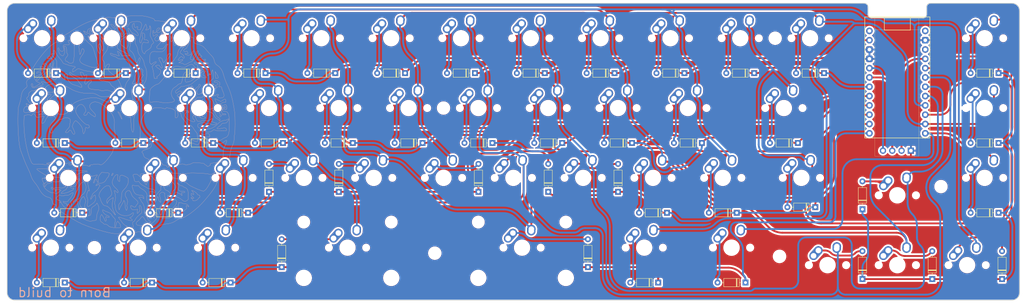
<source format=kicad_pcb>
(kicad_pcb (version 20221018) (generator pcbnew)
  (layers (0 "F.Cu" signal) (31 "B.Cu" signal) (34 "B.Paste" user) (35 "F.Paste" user) (36 "B.SilkS" user "B.Silkscreen") (37 "F.SilkS" user "F.Silkscreen") (38 "B.Mask" user) (39 "F.Mask" user) (44 "Edge.Cuts" user))
  (net 0 "")
  (net 1 "L1")
  (net 2 "Net-(D1-A)")
  (net 3 "Net-(D2-A)")
  (net 4 "Net-(D3-A)")
  (net 5 "Net-(D4-A)")
  (net 6 "Net-(D5-A)")
  (net 7 "Net-(D6-A)")
  (net 8 "L2")
  (net 9 "Net-(D7-A)")
  (net 10 "Net-(D8-A)")
  (net 11 "Net-(D9-A)")
  (net 12 "Net-(D10-A)")
  (net 13 "Net-(D11-A)")
  (net 14 "Net-(D12-A)")
  (net 15 "L3")
  (net 16 "Net-(D13-A)")
  (net 17 "Net-(D14-A)")
  (net 18 "Net-(D15-A)")
  (net 19 "Net-(D16-A)")
  (net 20 "Net-(D17-A)")
  (net 21 "Net-(D18-A)")
  (net 22 "L4")
  (net 23 "Net-(D19-A)")
  (net 24 "Net-(D20-A)")
  (net 25 "Net-(D21-A)")
  (net 26 "Net-(D22-A)")
  (net 27 "Net-(D23-A)")
  (net 28 "L5")
  (net 29 "Net-(D24-A)")
  (net 30 "Net-(D25-A)")
  (net 31 "Net-(D26-A)")
  (net 32 "Net-(D27-A)")
  (net 33 "Net-(D28-A)")
  (net 34 "Net-(D29-A)")
  (net 35 "L6")
  (net 36 "Net-(D30-A)")
  (net 37 "Net-(D31-A)")
  (net 38 "Net-(D32-A)")
  (net 39 "Net-(D33-A)")
  (net 40 "Net-(D34-A)")
  (net 41 "L7")
  (net 42 "Net-(D35-A)")
  (net 43 "Net-(D36-A)")
  (net 44 "Net-(D37-A)")
  (net 45 "Net-(D38-A)")
  (net 46 "Net-(D39-A)")
  (net 47 "Net-(D40-A)")
  (net 48 "Net-(D41-A)")
  (net 49 "L8")
  (net 50 "Net-(D42-A)")
  (net 51 "Net-(D43-A)")
  (net 52 "Net-(D44-A)")
  (net 53 "Net-(D45-A)")
  (net 54 "Net-(D46-A)")
  (net 55 "Net-(D47-A)")
  (net 56 "Net-(D48-A)")
  (net 57 "COL1")
  (net 58 "COL2")
  (net 59 "COL3")
  (net 60 "COL4")
  (net 61 "COL5")
  (net 62 "COL6")
  (net 63 "COL7")
  (net 64 "GND")
  (net 65 "VCC")
  (net 66 "SCL")
  (net 67 "SDA")
  (footprint "_mx:MX-Alps-Hybrid-1.25U" (layer "F.Cu") (at 298.658 164.0983)
    (fp_text reference "MX41" hide)
    (fp_text value "MX_SW_solder" hide)
  )
  (footprint "_mx:MX-Alps-Hybrid-1U" (layer "F.Cu") (at 281.9892 106.9483)
    (fp_text reference "MX10" hide)
    (fp_text value "MX_SW_solder" hide)
  )
  (footprint "Diode_THT:D_DO-35_SOD27_P7.62mm_Horizontal" (layer "F.Cu") (at 371.5242 116.4733 180)
    (fp_text reference "D46" hide)
    (fp_text value "1N4148" hide)
  )
  (footprint "Diode_THT:D_DO-35_SOD27_P7.62mm_Horizontal" (layer "F.Cu") (at 114.3492 116.4733 180)
    (fp_text reference "D1" hide)
    (fp_text value "1N4148" hide)
  )
  (footprint "_mx:MX-Alps-Hybrid-1U" (layer "F.Cu") (at 243.8892 106.9483)
    (fp_text reference "MX8" hide)
    (fp_text value "MX_SW_solder" hide)
  )
  (footprint "Diode_THT:D_DO-35_SOD27_P7.62mm_Horizontal" (layer "F.Cu") (at 290.5617 135.5233 180)
    (fp_text reference "D22" hide)
    (fp_text value "1N4148" hide)
  )
  (footprint "Diode_THT:D_DO-35_SOD27_P7.62mm_Horizontal" (layer "F.Cu") (at 266.7492 116.4733 180)
    (fp_text reference "D9" hide)
    (fp_text value "1N4148" hide)
  )
  (footprint "PCM_marbastlib-xp-promicroish:ProMicro_USBup" (layer "F.Cu") (at 343.9017 118.9233)
    (fp_text reference "U1" hide)
    (fp_text value "ProMicro" hide)
  )
  (footprint "Diode_THT:D_DO-35_SOD27_P7.62mm_Horizontal" (layer "F.Cu") (at 252.4617 135.5233 180)
    (fp_text reference "D20" hide)
    (fp_text value "1N4148" hide)
  )
  (footprint "MountingHole:MountingHole_3.2mm_M3" (layer "F.Cu") (at 120.0642 106.9483)
    (fp_text reference "REF1" hide)
    (fp_text value "MountingHole_3.2mm_M3" hide)
  )
  (footprint "_mx:MX-Alps-Hybrid-1U" (layer "F.Cu") (at 296.2767 145.0483)
    (fp_text reference "MX33" hide)
    (fp_text value "MX_SW_solder" hide)
  )
  (footprint "_mx:MX-Alps-Hybrid-1U" (layer "F.Cu") (at 324.8517 168.8608)
    (fp_text reference "MX42" hide)
    (fp_text value "MX_SW_solder" hide)
  )
  (footprint "_mx:MX-Alps-Hybrid-1U" (layer "F.Cu") (at 286.7517 125.9983)
    (fp_text reference "MX22" hide)
    (fp_text value "MX_SW_solder" hide)
  )
  (footprint "_mx:MX-Alps-Hybrid-1U" (layer "F.Cu") (at 148.6392 106.9483)
    (fp_text reference "MX3" hide)
    (fp_text value "MX_SW_solder" hide)
  )
  (footprint "_mx:MX-Alps-Hybrid-1.25U" (layer "F.Cu") (at 136.733 164.0983)
    (fp_text reference "MX36" hide)
    (fp_text value "MX_SW_solder" hide)
  )
  (footprint "_mx:MX-Alps-Hybrid-1U" (layer "F.Cu") (at 367.7142 145.0483)
    (fp_text reference "MX48" hide)
    (fp_text value "MX_SW_solder" hide)
  )
  (footprint "Diode_THT:D_DO-35_SOD27_P7.62mm_Horizontal" (layer "F.Cu") (at 161.9742 173.6233 180)
    (fp_text reference "D37" hide)
    (fp_text value "1N4148" hide)
  )
  (footprint "Diode_THT:D_DO-35_SOD27_P7.62mm_Horizontal" (layer "F.Cu") (at 248.6517 148.8583 90)
    (fp_text reference "D30" hide)
    (fp_text value "1N4148" hide)
  )
  (footprint "_mx:MX-Alps-Hybrid-1U" (layer "F.Cu") (at 320.0892 106.9483)
    (fp_text reference "MX12" hide)
    (fp_text value "MX_SW_solder" hide)
  )
  (footprint "_mx:MX-Alps-Hybrid-1U" (layer "F.Cu") (at 239.1267 145.0483)
    (fp_text reference "MX30" hide)
    (fp_text value "MX_SW_solder" hide)
  )
  (footprint "Diode_THT:D_DO-35_SOD27_P7.62mm_Horizontal" (layer "F.Cu") (at 300.0867 154.5733 180)
    (fp_text reference "D33" hide)
    (fp_text value "1N4148" hide)
  )
  (footprint "Diode_THT:D_DO-35_SOD27_P7.62mm_Horizontal" (layer "F.Cu") (at 371.5242 154.5733 180)
    (fp_text reference "D48" hide)
    (fp_text value "1N4148" hide)
  )
  (footprint "_mx:MX-Alps-Hybrid-1U" (layer "F.Cu") (at 248.6517 125.9983)
    (fp_text reference "MX20" hide)
    (fp_text value "MX_SW_solder" hide)
  )
  (footprint "Diode_THT:D_DO-35_SOD27_P7.62mm_Horizontal" (layer "F.Cu") (at 171.4992 116.4733 180)
    (fp_text reference "D4" hide)
    (fp_text value "1N4148" hide)
  )
  (footprint "_mx:MX-Alps-Hybrid-2.75U" (layer "F.Cu") (at 193.883 164.0983)
    (fp_text reference "MX38" hide)
    (fp_text value "MX_SW_solder" hide)
  )
  (footprint "Diode_THT:D_DO-35_SOD27_P7.62mm_Horizontal" (layer "F.Cu") (at 229.6017 148.8583 90)
    (fp_text reference "D29" hide)
    (fp_text value "1N4148" hide)
  )
  (footprint "MountingHole:MountingHole_3.2mm_M3" (layer "F.Cu") (at 217.6955 165.5983)
    (fp_text reference "REF6" hide)
    (fp_text value "MountingHole_3.2mm_M3" hide)
  )
  (footprint "_mx:MX-Alps-Hybrid-1U" (layer "F.Cu") (at 262.9392 106.9483)
    (fp_text reference "MX9" hide)
    (fp_text value "MX_SW_solder" hide)
  )
  (footprint "Diode_THT:D_DO-35_SOD27_P7.62mm_Horizontal" (layer "F.Cu") (at 233.4117 135.5233 180)
    (fp_text reference "D19" hide)
    (fp_text value "1N4148" hide)
  )
  (footprint "_mx:MX-Alps-Hybrid-1.25U" (layer "F.Cu") (at 112.9205 125.9983)
    (fp_text reference "MX13" hide)
    (fp_text value "MX_SW_solder" hide)
  )
  (footprint "Diode_THT:D_DO-35_SOD27_P7.62mm_Horizontal" (layer "F.Cu") (at 116.7305 135.5233 180)
    (fp_text reference "D13" hide)
    (fp_text value "1N4148" hide)
  )
  (footprint "_mx:MX-Alps-Hybrid-1U" (layer "F.Cu") (at 158.1642 164.0983)
    (fp_text reference "MX37" hide)
    (fp_text value "MX_SW_solder" hide)
  )
  (footprint "_mx:MX-Alps-Hybrid-1U" (layer "F.Cu") (at 181.9767 145.0483)
    (fp_text reference "MX27" hide)
    (fp_text value "MX_SW_solder" hide)
  )
  (footprint "Diode_THT:D_DO-35_SOD27_P7.62mm_Horizontal" (layer "F.Cu") (at 334.3767 172.6708 90)
    (fp_text reference "D42" hide)
    (fp_text value "1N4148" hide)
  )
  (footprint "Diode_THT:D_DO-35_SOD27_P7.62mm_Horizontal" (layer "F.Cu") (at 321.518 153.0483 180)
    (fp_text reference "D34" hide)
    (fp_text value "1N4148" hide)
  )
  (footprint "_mx:MX-Alps-Hybrid-1U" (layer "F.Cu") (at 201.0267 145.0483)
    (fp_text reference "MX28" hide)
    (fp_text value "MX_SW_solder" hide)
  )
  (footprint "Diode_THT:D_DO-35_SOD27_P7.62mm_Horizontal" (layer "F.Cu") (at 334.3767 153.6208 90)
    (fp_text reference "D43" hide)
    (fp_text value "1N4148" hide)
  )
  (footprint "Diode_THT:D_DO-35_SOD27_P7.62mm_Horizontal" (layer "F.Cu") (at 316.7555 135.5233 180)
    (fp_text reference "D23" hide)
    (fp_text value "1N4148" hide)
  )
  (footprint "_mx:MX-Alps-Hybrid-1U" (layer "F.Cu") (at 367.7142 106.9483)
    (fp_text reference "MX46" hide)
    (fp_text value "MX_SW_solder" hide)
  )
  (footprint "_mx:MX-Alps-Hybrid-1.25U" (layer "F.Cu") (at 274.8455 164.0983)
    (fp_text reference "MX40" hide)
    (fp_text value "MX_SW_solder" hide)
  )
  (footprint "Diode_THT:D_DO-35_SOD27_P7.62mm_Horizontal" (layer "F.Cu") (at 140.543 173.6233 180)
    (fp_text reference "D36" hide)
    (fp_text value "1N4148" hide)
  )
  (footprint "Diode_THT:D_DO-35_SOD27_P7.62mm_Horizontal" (layer "F.Cu") (at 172.4517 148.8583 90)
    (fp_text reference "D27" hide)
    (fp_text value "1N4148" hide)
  )
  (footprint "Diode_THT:D_DO-35_SOD27_P7.62mm_Horizontal" (layer "F.Cu") (at 166.7367 154.5733 180)
    (fp_text reference "D26" hide)
    (fp_text value "1N4148" hide)
  )
  (footprint "_mx:MX-Alps-Hybrid-1.25U" (layer "F.Cu") (at 317.708 145.0483)
    (fp_text reference "MX34" hide)
    (fp_text value "MX_SW_solder" hide)
  )
  (footprint "_mx:MX-Alps-Hybrid-1U" (layer "F.Cu") (at 343.9017 168.8608)
    (fp_text reference "MX44" hide)
    (fp_text value "MX_SW_solder" hide)
  )
  (footprint "_mx:MX-Alps-Hybrid-1U" (layer "F.Cu") (at 367.7142 125.9983)
    (fp_text reference "MX47" hide)
    (fp_text value "MX_SW_solder" hide)
  )
  (footprint "_mx:MX-Alps-Hybrid-1.25U" (layer "F.Cu") (at 112.9205 164.0983)
    (fp_text reference "MX35" hide)
    (fp_text value "MX_SW_solder" hide)
  )
  (footprint "Diode_THT:D_DO-35_SOD27_P7.62mm_Horizontal" (layer "F.Cu") (at 133.3992 116.4733 180)
    (fp_text reference "D2" hide)
    (fp_text value "1N4148" hide)
  )
  (footprint "Diode_THT:D_DO-35_SOD27_P7.62mm_Horizontal" (layer "F.Cu") (at 371.5242 135.5233 180)
    (fp_text reference "D47" hide)
    (fp_text value "1N4148" hide)
  )
  (footprint "_mx:MX-Alps-Hybrid-1U" (layer "F.Cu") (at 224.8392 106.9483)
    (fp_text reference "MX7" hide)
    (fp_text value "MX_SW_solder" hide)
  )
  (footprint "Diode_THT:D_DO-35_SOD27_P7.62mm_Horizontal" (layer "F.Cu") (at 271.5117 135.5233 180)
    (fp_text reference "D21" hide)
    (fp_text value "1N4148" hide)
  )
  (footprint "Diode_THT:D_DO-35_SOD27_P7.62mm_Horizontal" (layer "F.Cu") (at 247.6992 116.4733 180)
    (fp_text reference "D8" hide)
    (fp_text value "1N4148" hide)
  )
  (footprint "MountingHole:MountingHole_3.2mm_M3" (layer "F.Cu") (at 310.5642 106.9483)
    (fp_text reference "REF2" hide)
    (fp_text value "MountingHole_3.2mm_M3" hide)
  )
  (footprint "_mx:MX-Alps-Hybrid-1U" (layer "F.Cu") (at 362.9517 168.8608)
    (fp_text reference "MX45" hide)
    (fp_text value "MX_SW_solder" hide)
  )
  (footprint "_mx:MX-Alps-Hybrid-1U" (layer "F.Cu") (at 143.8767 145.0483)
    (fp_text reference "MX25" hide)
    (fp_text value "MX_SW_solder" hide)
  )
  (footprint "Diode_THT:D_DO-35_SOD27_P7.62mm_Horizontal" (layer "F.Cu") (at 323.8992 116.4733 180)
    (fp_text reference "D12" hide)
    (fp_text value "1N4148" hide)
  )
  (footprint "Diode_THT:D_DO-35_SOD27_P7.62mm_Horizontal" (layer "F.Cu") (at 152.4492 116.4733 180)
    (fp_text reference "D3" hide)
    (fp_text value "1N4148" hide)
  )
  (footprint "_mx:MX-Alps-Hybrid-1U" (layer "F.Cu") (at 186.7392 106.9483)
    (fp_text reference "MX5" hide)
    (fp_text value "MX_SW_solder" hide)
  )
  (footprint "_mx:MX-Alps-Hybrid-1.75U" (layer "F.Cu") (at 312.9455 125.9983)
    (fp_text reference "MX23" hide)
    (fp_text value "MX_SW_solder" hide)
  )
  (footprint "MountingHole:MountingHole_3.2mm_M3" (layer "F.Cu") (at 311.7548 166.4795)
    (fp_text reference "REF7" hide)
    (fp_text value "MountingHole_3.2mm_M3" hide)
  )
  (footprint "Diode_THT:D_DO-35_SOD27_P7.62mm_Horizontal" (layer "F.Cu") (at 281.0367 154.5733 180)
    (fp_text reference "D32" hide)
    (fp_text value "1N4148" hide)
  )
  (footprint "Diode_THT:D_DO-35_SOD27_P7.62mm_Horizontal" (layer "F.Cu") (at 228.6492 116.4733 180)
    (fp_text reference "D7" hide)
    (fp_text value "1N4148" hide)
  )
  (footprint "Diode_THT:D_DO-35_SOD27_P7.62mm_Horizontal" (layer "F.Cu") (at 147.6867 154.5733 180)
    (fp_text reference "D25" hide)
    (fp_text value "1N4148" hide)
  )
  (footprint "Diode_THT:D_DO-35_SOD27_P7.62mm_Horizontal" (layer "F.Cu") (at 285.7992 116.4733 180)
    (fp_text reference "D10" hide)
    (fp_text value "1N4148" hide)
  )
  (footprint "_mx:MX-Alps-Hybrid-1U" (layer "F.Cu") (at 301.0392 106.9483)
    (fp_text reference "MX11" hide)
    (fp_text value "MX_SW_solder" hide)
  )
  (footprint "Diode_THT:D_DO-35_SOD27_P7.62mm_Horizontal" (layer "F.Cu") (at 138.1617 135.5233 180)
    (fp_text reference "D14" hide)
    (fp_text value "1N4148" hide)
  )
  (footprint "_mx:MX-Alps-Hybrid-1U" (layer "F.Cu") (at 210.5517 125.9983)
    (fp_text reference "MX18" hide)
    (fp_text value "MX_SW_solder" hide)
  )
  (footprint "MountingHole:MountingHole_3.2mm_M3" (layer "F.Cu") (at 355.808 147.4295)
    (fp_text reference "REF4" hide)
    (fp_text value "MountingHole_3.2mm_M3" hide)
  )
  (footprint "_mx:MX-Alps-Hybrid-1U" (layer "F.Cu") (at 191.5017 125.9983)
    (fp_text reference "MX17" hide)
    (fp_text value "MX_SW_solder" hide)
  )
  (footprint "_mx:MX-Alps-Hybrid-1U" (layer "F.Cu") (at 343.9017 149.8108)
    (fp_text reference "MX43" hide)
    (fp_text value "MX_SW_solder" hide)
  )
  (footprint "_mx:MX-Alps-Hybrid-1U" (layer "F.Cu") (at 153.4017 125.9983)
    (fp_text reference "MX15" hide)
    (fp_text value "MX_SW_solder" hide)
  )
  (footprint "_mx:MX-Alps-Hybrid-1U" (layer "F.Cu") (at 110.5392 106.9483)
    (fp_text reference "MX1" hide)
    (fp_text value "MX_SW_solder" hide)
  )
  (footprint "Diode_THT:D_DO-35_SOD27_P7.62mm_Horizontal" (layer "F.Cu") (at 121.493 154.5733 180)
    (fp_text reference "D24" hide)
    (fp_text value "1N4148" hide)
  )
  (footprint "_mx:MX-Alps-Hybrid-1U" (layer "F.Cu") (at 229.6017 125.9983)
    (fp_text reference "MX19" hide)
    (fp_text value "MX_SW_solder" hide)
  )
  (footprint "_mx:MX-Alps-Hybrid-1U" (layer "F.Cu") (at 220.0767 145.0483)
    (fp_text reference "MX29" hide)
    (fp_text value "MX_SW_solder" hide)
  )
  (footprint "Diode_THT:D_DO-35_SOD27_P7.62mm_Horizontal" (layer "F.Cu") (at 353.4267 172.6708 90)
    (fp_text reference "D44" hide)
    (fp_text value "1N4148" hide)
  )
  (footprint "MountingHole:MountingHole_3.2mm_M3" (layer "F.Cu") (at 124.8267 164.0983)
    (fp_text reference "REF5" hide)
    (fp_text value "MountingHole_3.2mm_M3" hide)
  )
  (footprint "Diode_THT:D_DO-35_SOD27_P7.62mm_Horizontal" (layer "F.Cu") (at 302.468 173.6233 180)
    (fp_text reference "D41" hide)
    (fp_text value "1N4148" hide)
  )
  (footprint "_OLED:SSD1306-0.91-OLED-4pin-128x32" (layer "F.Cu") (at 349.7867 101.13 -90)
    (fp_text reference "OLED1" hide)
    (fp_text value "Conn_01x04_Socket" hide)
  )
  (footprint "_mx:MX-Alps-Hybrid-1U" (layer "F.Cu") (at 162.9267 145.0483)
    (fp_text reference "MX26" hide)
    (fp_text value "MX_SW_solder" hide)
  )
  (footprint "_mx:MX-Alps-Hybrid-1U" (layer "F.Cu") (at 172.4517 125.9983)
    (fp_text reference "MX16" hide)
    (fp_text value "MX_SW_solder" hide)
  )
  (footprint "_mx:MX-Alps-Hybrid-1U" (layer "F.Cu") (at 205.7892 106.9483)
    (fp_text reference "MX6" hide)
    (fp_text value "MX_SW_solder" hide)
  )
  (footprint "Diode_THT:D_DO-35_SOD27_P7.62mm_Horizontal" (layer "F.Cu") (at 116.7305 173.6233 180)
    (fp_text reference "D35" hide)
    (fp_text value "1N4148" hide)
  )
  (footprint "Diode_THT:D_DO-35_SOD27_P7.62mm_Horizontal" (layer "F.Cu") (at 278.6555 173.6233 180)
    (fp_text reference "D40" hide)
    (fp_text value "1N4148" hide)
  )
  (footprint "_mx:MX-Alps-Hybrid-1U" (layer "F.Cu") (at 267.7017 125.9983)
    (fp_text reference "MX21" hide)
    (fp_text value "MX_SW_solder" hide)
  )
  (footprint "Diode_THT:D_DO-35_SOD27_P7.62mm_Horizontal" (layer "F.Cu") (at 190.5492 116.4733 180)
    (fp_text reference "D5" hide)
    (fp_text value "1N4148" hide)
  )
  (footprint "Diode_THT:D_DO-35_SOD27_P7.62mm_Horizontal" (layer "F.Cu") (at 372.4767 172.6708 90)
    (fp_text reference "D45" hide)
    (fp_text value "1N4148" hide)
  )
  (footprint "Diode_THT:D_DO-35_SOD27_P7.62mm_Horizontal" (layer "F.Cu") (at 209.5992 116.4733 180)
    (fp_text reference "D6" hide)
    (fp_text value "1N4148" hide)
  )
  (footprint "Diode_THT:D_DO-35_SOD27_P7.62mm_Horizontal" (layer "F.Cu") (at 214.3617 135.5233 180)
    (fp_text reference "D18" hide)
    (fp_text value "1N4148" hide)
  )
  (footprint "Diode_THT:D_DO-35_SOD27_P7.62mm_Horizontal" (layer "F.Cu") (at 195.3117 135.5233 180)
    (fp_text reference "D17" hide)
    (fp_text value "1N4148" hide)
  )
  (footprint "Diode_THT:D_DO-35_SOD27_P7.62mm_Horizontal" (layer "F.Cu") (at 259.471 169.4083 90)
    (fp_text reference "D39" hide)
    (fp_text value "1N4148" hide)
  )
  (footprint "_mx:MX-Alps-Hybrid-1U" (layer "F.Cu") (at 129.5892 106.9483)
    (fp_text reference "MX2" hide)
    (fp_text value "MX_SW_solder" hide)
  )
  (footprint "Diode_THT:D_DO-35_SOD27_P7.62mm_Horizontal" (layer "F.Cu") (at 175.92 169.4083 90)
    (fp_text reference "D38" hide)
    (fp_text value "1N4148" hide)
  )
  (footprint "_mx:MX-Alps-Hybrid-2.25U" (layer "F.Cu") (at 241.508 164.0983)
    (fp_text reference "MX39" hide)
    (fp_text value "MX_SW_solder" hide)
  )
  (footprint "Diode_THT:D_DO-35_SOD27_P7.62mm_Horizontal" (layer "F.Cu") (at 267.7017 148.8583 90)
    (fp_text reference "D31" hide)
    (fp_text value "1N4148" hide)
  )
  (footprint "_mx:MX-Alps-Hybrid-1.75U" (layer "F.Cu") (at 117.683 145.0483)
    (fp_text reference "MX24" hide)
    (fp_text value "MX_SW_solder" hide)
  )
  (footprint "Diode_THT:D_DO-35_SOD27_P7.62mm_Horizontal" (layer "F.Cu") (at 304.8492 116.4733 180)
    (fp_text reference "D11" hide)
    (fp_text value "1N4148" hide)
  )
  (footprint "MountingHole:MountingHole_3.2mm_M3" (layer "F.Cu") (at 220.0767 125.9983)
    (fp_text reference "REF3" hide)
    (fp_text value "MountingHole_3.2mm_M3" hide)
  )
  (footprint "Diode_THT:D_DO-35_SOD27_P7.62mm_Horizontal" (layer "F.Cu") (at 191.5017 148.8583 90)
    (fp_text reference "D28" hide)
    (fp_text value "1N4148" hide)
  )
  (footprint "_mx:MX-Alps-Hybrid-1U" (layer "F.Cu") (at 167.6892 106.9483)
    (fp_text reference "MX4" hide)
    (fp_text value "MX_SW_solder" hide)
  )
  (footprint "_mx:MX-Alps-Hybrid-1U" (layer "F.Cu") (at 134.3517 125.9983)
    (fp_text reference "MX14" hide)
    (fp_text value "MX_SW_solder" hide)
  )
  (footprint "_mx:MX-Alps-Hybrid-1U" (layer "F.Cu") (at 258.1767 145.0483)
    (fp_text reference "MX31" hide)
    (fp_text value "MX_SW_solder" hide)
  )
  (footprint "Diode_THT:D_DO-35_SOD27_P7.62mm_Horizontal" (layer "F.Cu") (at 157.2117 135.5233 180)
    (fp_text reference "D15" hide)
    (fp_text value "1N4148" hide)
  )
  (footprint "Diode_THT:D_DO-35_SOD27_P7.62mm_Horizontal" (layer "F.Cu") (at 176.2617 135.5233 180)
    (fp_text reference "D16" hide)
    (fp_text value "1N4148" hide)
  )
  (footprint "_mx:MX-Alps-Hybrid-1U" (layer "F.Cu") (at 277.2267 145.0483)
    (fp_text reference "MX32" hide)
    (fp_text value "MX_SW_solder" hide)
  )
  (gr_curve (pts (xy 108.1717 120.208) (xy 108.3722 120.271625) (xy 109.345675 119.86095) (xy 109.507075 119.644925)) (stroke (width 0.05)) (layer "B.SilkS"))
  (gr_curve (pts (xy 145.316425 111.178) (xy 144.466225 111.337525) (xy 144.7434 112.14025) (xy 144.4923 112.61705)) (stroke (width 0.05)) (layer "B.SilkS"))
  (gr_curve (pts (xy 122.420875 158.0286) (xy 124.426725 158.850875) (xy 128.046375 159.927375) (xy 129.631325 160.1729)) (stroke (width 0.05)) (layer "B.SilkS"))
  (gr_curve (pts (xy 117.774075 128.750475) (xy 118.71895 129.114875) (xy 118.03355 130.06225) (xy 118.035425 130.95125)) (stroke (width 0.05)) (layer "B.SilkS"))
  (gr_curve (pts (xy 120.716175 120.18005) (xy 119.55215 119.59865) (xy 118.69915 119.890125) (xy 117.8083 118.58455)) (stroke (width 0.05)) (layer "B.SilkS"))
  (gr_curve (pts (xy 157.388575 131.881475) (xy 158.329125 132.29775) (xy 158.8236 132.212075) (xy 159.969625 132.202125)) (stroke (width 0.05)) (layer "B.SilkS"))
  (gr_curve (pts (xy 146.23805 153.8558) (xy 146.286775 153.661475) (xy 147.01655 153.1167) (xy 147.206525 152.84385)) (stroke (width 0.05)) (layer "B.SilkS"))
  (gr_curve (pts (xy 147.636475 106.54175) (xy 147.636475 106.75405) (xy 148.058 106.769875) (xy 148.058 107.0986)) (stroke (width 0.05)) (layer "B.SilkS"))
  (gr_curve (pts (xy 107.325875 124.57855) (xy 107.047425 124.522675) (xy 106.7361 124.1949) (xy 106.7361 123.957125)) (stroke (width 0.05)) (layer "B.SilkS"))
  (gr_curve (pts (xy 129.92465 143.92465) (xy 129.9197 144.186) (xy 129.39975 144.6805) (xy 129.53945 144.3173)) (stroke (width 0.05)) (layer "B.SilkS"))
  (gr_curve (pts (xy 159.292225 126.273675) (xy 159.557 126.0089) (xy 160.539125 126.26715) (xy 160.539125 125.766775)) (stroke (width 0.05)) (layer "B.SilkS"))
  (gr_curve (pts (xy 122.2666 128.00765) (xy 123.232275 128.00765) (xy 122.746175 126.44415) (xy 123.534625 127.426275)) (stroke (width 0.05)) (layer "B.SilkS"))
  (gr_curve (pts (xy 112.7725 144.827925) (xy 111.8388 144.592025) (xy 108.911675 142.84445) (xy 109.110025 142.641125)) (stroke (width 0.05)) (layer "B.SilkS"))
  (gr_curve (pts (xy 143.91125 151.657525) (xy 143.86285 152.249125) (xy 142.437475 152.79235) (xy 142.70815 153.230325)) (stroke (width 0.05)) (layer "B.SilkS"))
  (gr_curve (pts (xy 146.903275 120.22505) (xy 145.659775 120.835925) (xy 145.463275 122.532) (xy 146.41345 123.452975)) (stroke (width 0.05)) (layer "B.SilkS"))
  (gr_curve (pts (xy 141.0583 154.811525) (xy 140.697925 155.206025) (xy 140.7774 155.645575) (xy 141.1114 156.00285)) (stroke (width 0.05)) (layer "B.SilkS"))
  (gr_curve (pts (xy 141.11255 105.514325) (xy 141.9972 105.6835) (xy 141.490325 104.142) (xy 142.4293 104.142)) (stroke (width 0.05)) (layer "B.SilkS"))
  (gr_curve (pts (xy 113.838125 146.0997) (xy 114.598625 146.35735) (xy 115.281525 145.84825) (xy 115.769475 146.100625)) (stroke (width 0.05)) (layer "B.SilkS"))
  (gr_curve (pts (xy 120.098725 148.50535) (xy 120.4228 148.06645) (xy 120.22445 147.830525) (xy 120.475575 147.579425)) (stroke (width 0.05)) (layer "B.SilkS"))
  (gr_curve (pts (xy 138.064475 120.752475) (xy 138.06415 121.7706) (xy 137.617175 122.66955) (xy 137.268275 121.612)) (stroke (width 0.05)) (layer "B.SilkS"))
  (gr_curve (pts (xy 144.1375 114.694625) (xy 144.184375 113.976325) (xy 144.8533 112.690325) (xy 144.8533 112.607125)) (stroke (width 0.05)) (layer "B.SilkS"))
  (gr_curve (pts (xy 131.285225 118.26745) (xy 131.20545 118.17465) (xy 131.095875 117.9943) (xy 131.04155 117.866725)) (stroke (width 0.05)) (layer "B.SilkS"))
  (gr_curve (pts (xy 148.348175 109.5059) (xy 147.15775 110.73075) (xy 147.917 111.26525) (xy 147.0398 112.19525)) (stroke (width 0.05)) (layer "B.SilkS"))
  (gr_curve (pts (xy 121.787325 106.619025) (xy 121.8401 106.863925) (xy 123.15435 108.244925) (xy 123.624625 108.55005)) (stroke (width 0.05)) (layer "B.SilkS"))
  (gr_curve (pts (xy 131.987625 110.3818) (xy 132.56965 110.3818) (xy 133.855375 111.208725) (xy 134.4383 111.718725)) (stroke (width 0.05)) (layer "B.SilkS"))
  (gr_curve (pts (xy 160.1512 130.11435) (xy 160.74005 130.11435) (xy 161.045175 130.000425) (xy 161.045175 129.780975)) (stroke (width 0.05)) (layer "B.SilkS"))
  (gr_curve (pts (xy 126.78925 143.56675) (xy 129.861675 143.634425) (xy 128.66225 143.934275) (xy 128.66225 144.652875)) (stroke (width 0.05)) (layer "B.SilkS"))
  (gr_curve (pts (xy 146.099025 141.261025) (xy 146.136575 141.4864) (xy 145.022225 141.59815) (xy 145.022225 141.754275)) (stroke (width 0.05)) (layer "B.SilkS"))
  (gr_curve (pts (xy 159.1054 129.23685) (xy 159.1054 128.981975) (xy 158.747175 128.51265) (xy 158.4796 128.51265)) (stroke (width 0.05)) (layer "B.SilkS"))
  (gr_curve (pts (xy 132.8584 102.92305) (xy 132.343425 103.12045) (xy 132.780175 106.9723) (xy 131.3616 105.449125)) (stroke (width 0.05)) (layer "B.SilkS"))
  (gr_curve (pts (xy 121.418 149.732075) (xy 120.80525 150.094) (xy 121.044875 150.9464) (xy 119.959375 150.9464)) (stroke (width 0.05)) (layer "B.SilkS"))
  (gr_curve (pts (xy 131.163875 104.387225) (xy 131.190875 102.662925) (xy 130.94535 104.141075) (xy 130.612275 104.346875)) (stroke (width 0.05)) (layer "B.SilkS"))
  (gr_curve (pts (xy 138.415825 105.70795) (xy 138.036475 105.328625) (xy 137.575225 105.529775) (xy 137.857075 105.7039)) (stroke (width 0.05)) (layer "B.SilkS"))
  (gr_curve (pts (xy 131.410875 109.96525) (xy 131.88985 110.261375) (xy 131.529175 110.3818) (xy 131.987625 110.3818)) (stroke (width 0.05)) (layer "B.SilkS"))
  (gr_curve (pts (xy 153.875325 113.712125) (xy 154.382825 113.96945) (xy 154.543925 113.97505) (xy 154.983475 113.750625)) (stroke (width 0.05)) (layer "B.SilkS"))
  (gr_curve (pts (xy 122.16605 153.776975) (xy 121.95775 154.2072) (xy 121.8966 154.2348) (xy 121.15565 154.2348)) (stroke (width 0.05)) (layer "B.SilkS"))
  (gr_curve (pts (xy 149.39835 114.93605) (xy 149.6662 114.93605) (xy 150.51145 114.092675) (xy 151.351425 114.092675)) (stroke (width 0.05)) (layer "B.SilkS"))
  (gr_curve (pts (xy 137.3477 106.524625) (xy 137.6842 105.56765) (xy 137.287175 105.6856) (xy 137.874775 104.8618)) (stroke (width 0.05)) (layer "B.SilkS"))
  (gr_curve (pts (xy 125.7528 113.95455) (xy 126.3252 115.05245) (xy 124.829325 115.0177) (xy 124.06575 114.840775)) (stroke (width 0.05)) (layer "B.SilkS"))
  (gr_curve (pts (xy 140.0672 120.902375) (xy 140.204075 120.5271) (xy 141.399775 119.635275) (xy 141.924975 119.517025)) (stroke (width 0.05)) (layer "B.SilkS"))
  (gr_curve (pts (xy 123.910525 104.833225) (xy 123.9723 104.5967) (xy 123.771775 104.5017) (xy 123.62495 104.6979)) (stroke (width 0.05)) (layer "B.SilkS"))
  (gr_curve (pts (xy 122.87685 149.04665) (xy 123.119575 148.37835) (xy 123.149675 148.341725) (xy 123.29495 148.540375)) (stroke (width 0.05)) (layer "B.SilkS"))
  (gr_curve (pts (xy 157.772175 119.890775) (xy 157.81905 119.573825) (xy 158.5575 119.8526) (xy 158.5575 119.498725)) (stroke (width 0.05)) (layer "B.SilkS"))
  (gr_curve (pts (xy 132.69915 102.4438) (xy 133.53445 102.516725) (xy 133.638125 102.607375) (xy 133.638125 103.2676)) (stroke (width 0.05)) (layer "B.SilkS"))
  (gr_curve (pts (xy 147.383775 122.575175) (xy 147.383775 122.424325) (xy 147.702275 122.1881) (xy 147.9059 122.1881)) (stroke (width 0.05)) (layer "B.SilkS"))
  (gr_curve (pts (xy 142.361675 112.486975) (xy 142.58455 112.672275) (xy 142.351125 112.9144) (xy 142.745025 113.29155)) (stroke (width 0.05)) (layer "B.SilkS"))
  (gr_curve (pts (xy 129.53945 144.3173) (xy 129.5677 144.243425) (xy 129.61395 144.091625) (xy 129.641875 143.9799)) (stroke (width 0.05)) (layer "B.SilkS"))
  (gr_curve (pts (xy 150.655175 143.764775) (xy 151.38185 143.598425) (xy 155.18465 143.837725) (xy 155.867525 143.9827)) (stroke (width 0.05)) (layer "B.SilkS"))
  (gr_curve (pts (xy 158.393075 135.08335) (xy 157.99605 135.0756) (xy 158.00475 135.0784) (xy 157.1322 134.6907)) (stroke (width 0.05)) (layer "B.SilkS"))
  (gr_curve (pts (xy 118.119925 116.4409) (xy 118.119925 116.876725) (xy 118.4499 117.2253) (xy 119.257275 117.642475)) (stroke (width 0.05)) (layer "B.SilkS"))
  (gr_curve (pts (xy 119.959375 150.9464) (xy 119.0356 150.9464) (xy 118.682325 152.148) (xy 119.239525 151.5908)) (stroke (width 0.05)) (layer "B.SilkS"))
  (gr_curve (pts (xy 133.7858 147.057575) (xy 133.38565 147.5325) (xy 133.79015 147.33225) (xy 133.05665 148.0636)) (stroke (width 0.05)) (layer "B.SilkS"))
  (gr_curve (pts (xy 135.6615 145.460225) (xy 135.6615 144.72735) (xy 134.9181 144.21765) (xy 135.7174 144.08575)) (stroke (width 0.05)) (layer "B.SilkS"))
  (gr_curve (pts (xy 144.5588 145.4338) (xy 144.599775 145.85225) (xy 144.637325 146.393275) (xy 144.8034 146.742175)) (stroke (width 0.05)) (layer "B.SilkS"))
  (gr_curve (pts (xy 118.035425 130.95125) (xy 118.03605 131.34735) (xy 117.108225 132.037675) (xy 117.108225 132.26055)) (stroke (width 0.05)) (layer "B.SilkS"))
  (gr_curve (pts (xy 153.623275 150.18895) (xy 153.6242 150.3491) (xy 153.5615 150.4261) (xy 153.37155 150.4978)) (stroke (width 0.05)) (layer "B.SilkS"))
  (gr_curve (pts (xy 113.25735 115.088775) (xy 113.06025 115.1937) (xy 112.045225 115.25485) (xy 111.12115 115.217575)) (stroke (width 0.05)) (layer "B.SilkS"))
  (gr_curve (pts (xy 142.9896 148.284) (xy 140.938125 150.2166) (xy 141.716325 150.323075) (xy 141.24295 151.472825)) (stroke (width 0.05)) (layer "B.SilkS"))
  (gr_curve (pts (xy 125.5234 151.9322) (xy 126.695525 153.789075) (xy 125.543275 153.858925) (xy 125.426875 155.635975)) (stroke (width 0.05)) (layer "B.SilkS"))
  (gr_curve (pts (xy 146.7198 154.728675) (xy 145.766525 154.37605) (xy 145.6613 153.90145) (xy 144.674525 153.63575)) (stroke (width 0.05)) (layer "B.SilkS"))
  (gr_curve (pts (xy 133.117875 122.821425) (xy 132.77115 121.781875) (xy 131.786825 118.851025) (xy 131.285225 118.26745)) (stroke (width 0.05)) (layer "B.SilkS"))
  (gr_curve (pts (xy 120.65 109.855) (xy 120.2744 108.21325) (xy 121.89785 107.2864) (xy 121.11405 106.131375)) (stroke (width 0.05)) (layer "B.SilkS"))
  (gr_curve (pts (xy 132.65905 100.93305) (xy 130.259925 100.928075) (xy 130.814925 101.5995) (xy 129.43425 101.314225)) (stroke (width 0.05)) (layer "B.SilkS"))
  (gr_curve (pts (xy 158.22665 126.662925) (xy 158.323825 126.743325) (xy 158.346475 126.72875) (xy 158.346475 126.585025)) (stroke (width 0.05)) (layer "B.SilkS"))
  (gr_curve (pts (xy 112.2709 117.7139) (xy 112.484425 118.782625) (xy 114.220225 118.3223) (xy 112.038075 119.048325)) (stroke (width 0.05)) (layer "B.SilkS"))
  (gr_curve (pts (xy 129.631325 160.1729) (xy 132.5681 160.627725) (xy 132.72655 159.379875) (xy 133.987925 160.019025)) (stroke (width 0.05)) (layer "B.SilkS"))
  (gr_curve (pts (xy 150.92585 120.674275) (xy 150.92585 120.889375) (xy 151.5957 121.65515) (xy 151.610275 121.848525)) (stroke (width 0.05)) (layer "B.SilkS"))
  (gr_curve (pts (xy 120.41845 145.392575) (xy 120.619 145.192025) (xy 121.0635 145.306275) (xy 120.637925 145.682475)) (stroke (width 0.05)) (layer "B.SilkS"))
  (gr_curve (pts (xy 116.838575 118.26885) (xy 116.762525 118.344925) (xy 116.025925 117.794575) (xy 115.551 117.3069)) (stroke (width 0.05)) (layer "B.SilkS"))
  (gr_curve (pts (xy 159.991275 137.494875) (xy 159.7765 138.592175) (xy 160.464025 138.826525) (xy 159.485325 140.78365)) (stroke (width 0.05)) (layer "B.SilkS"))
  (gr_curve (pts (xy 156.205 133.7486) (xy 156.39155 133.903175) (xy 156.35585 133.383575) (xy 156.16495 133.163475)) (stroke (width 0.05)) (layer "B.SilkS"))
  (gr_curve (pts (xy 138.612925 110.988325) (xy 138.612925 111.316725) (xy 138.426375 111.291275) (xy 138.12125 110.92155)) (stroke (width 0.05)) (layer "B.SilkS"))
  (gr_curve (pts (xy 141.998475 106.231675) (xy 142.15305 106.180175) (xy 142.01335 105.9129) (xy 141.831775 105.9129)) (stroke (width 0.05)) (layer "B.SilkS"))
  (gr_curve (pts (xy 142.151825 150.236775) (xy 142.304575 150.395075) (xy 142.267025 151.202775) (xy 142.622725 151.51505)) (stroke (width 0.05)) (layer "B.SilkS"))
  (gr_curve (pts (xy 130.8236 123.896275) (xy 131.109175 124.4485) (xy 130.534325 124.3296) (xy 130.938775 124.760125)) (stroke (width 0.05)) (layer "B.SilkS"))
  (gr_curve (pts (xy 123.29495 148.540375) (xy 123.4989 148.8191) (xy 123.536125 148.523925) (xy 123.3502 148.103325)) (stroke (width 0.05)) (layer "B.SilkS"))
  (gr_curve (pts (xy 151.909875 110.326225) (xy 152.023475 110.440125) (xy 151.821075 111.007575) (xy 151.564675 111.293775)) (stroke (width 0.05)) (layer "B.SilkS"))
  (gr_curve (pts (xy 118.3549 120.75995) (xy 119.5003 121.509575) (xy 121.80445 122.0897) (xy 123.054125 121.96305)) (stroke (width 0.05)) (layer "B.SilkS"))
  (gr_curve (pts (xy 151.3896 119.93955) (xy 151.2589 119.981125) (xy 150.92585 120.509125) (xy 150.92585 120.674275)) (stroke (width 0.05)) (layer "B.SilkS"))
  (gr_curve (pts (xy 141.31125 107.01765) (xy 141.31215 106.87575) (xy 141.824325 106.289725) (xy 141.998475 106.231675)) (stroke (width 0.05)) (layer "B.SilkS"))
  (gr_curve (pts (xy 136.663875 156.823675) (xy 137.7289 156.119025) (xy 137.71865 154.769075) (xy 138.557675 156.36425)) (stroke (width 0.05)) (layer "B.SilkS"))
  (gr_curve (pts (xy 143.530025 104.479125) (xy 143.77775 104.479125) (xy 144.711125 105.4094) (xy 144.0931 105.7611)) (stroke (width 0.05)) (layer "B.SilkS"))
  (gr_line (start 158.392975 135.08425) (end 158.393075 135.08335) (stroke (width 0.05)) (layer "B.SilkS"))
  (gr_curve (pts (xy 142.048425 105.41655) (xy 143.099175 105.485475) (xy 143.2817 104.479125) (xy 143.530025 104.479125)) (stroke (width 0.05)) (layer "B.SilkS"))
  (gr_curve (pts (xy 138.557675 156.36425) (xy 139.433 158.02895) (xy 140.839475 157.016425) (xy 139.897375 156.822425)) (stroke (width 0.05)) (layer "B.SilkS"))
  (gr_curve (pts (xy 147.26245 104.337275) (xy 145.926175 102.82) (xy 145.41865 105.069525) (xy 145.2408 103.727025)) (stroke (width 0.05)) (layer "B.SilkS"))
  (gr_curve (pts (xy 130.573375 150.295125) (xy 130.4551 148.991725) (xy 130.126075 148.600925) (xy 130.303925 148.53265)) (stroke (width 0.05)) (layer "B.SilkS"))
  (gr_curve (pts (xy 159.6756 127.4374) (xy 159.5241 127.266025) (xy 159.22085 126.345075) (xy 159.292225 126.273675)) (stroke (width 0.05)) (layer "B.SilkS"))
  (gr_curve (pts (xy 113.022075 124.84485) (xy 112.810975 125.174825) (xy 112.5546 125.30705) (xy 112.5546 125.44395)) (stroke (width 0.05)) (layer "B.SilkS"))
  (gr_curve (pts (xy 154.628725 109.3333) (xy 153.666175 108.46355) (xy 152.1433 108.666225) (xy 151.97505 107.99545)) (stroke (width 0.05)) (layer "B.SilkS"))
  (gr_curve (pts (xy 128.5523 158.0624) (xy 127.966575 157.4596) (xy 127.6627 157.9643) (xy 127.239925 157.472625)) (stroke (width 0.05)) (layer "B.SilkS"))
  (gr_curve (pts (xy 149.22735 110.193025) (xy 149.0827 110.4631) (xy 149.366725 110.6692) (xy 149.618475 110.59005)) (stroke (width 0.05)) (layer "B.SilkS"))
  (gr_curve (pts (xy 158.2686 130.514775) (xy 157.41685 131.381125) (xy 156.1827 131.95445) (xy 155.01525 131.672575)) (stroke (width 0.05)) (layer "B.SilkS"))
  (gr_curve (pts (xy 151.90395 121.19855) (xy 151.82605 121.12065) (xy 151.74255 119.82685) (xy 151.3896 119.93955)) (stroke (width 0.05)) (layer "B.SilkS"))
  (gr_curve (pts (xy 149.4955 153.8527) (xy 148.851075 154.3485) (xy 148.19115 154.654525) (xy 147.76305 154.65605)) (stroke (width 0.05)) (layer "B.SilkS"))
  (gr_curve (pts (xy 135.21895 147.037725) (xy 135.32975 146.9691) (xy 135.739175 147.26525) (xy 136.397875 147.196325)) (stroke (width 0.05)) (layer "B.SilkS"))
  (gr_curve (pts (xy 139.013325 104.40675) (xy 138.5316 104.76095) (xy 138.90035 104.85035) (xy 139.540425 104.53465)) (stroke (width 0.05)) (layer "B.SilkS"))
  (gr_curve (pts (xy 148.0586 123.355225) (xy 147.9214 122.8682) (xy 147.383775 122.78875) (xy 147.383775 122.575175)) (stroke (width 0.05)) (layer "B.SilkS"))
  (gr_curve (pts (xy 104.41015 124.76575) (xy 103.9101 126.219075) (xy 104.024625 126.101425) (xy 103.977775 127.6752)) (stroke (width 0.05)) (layer "B.SilkS"))
  (gr_curve (pts (xy 136.239325 108.873525) (xy 137.06685 110.381475) (xy 136.2061 110.52395) (xy 137.487775 111.99715)) (stroke (width 0.05)) (layer "B.SilkS"))
  (gr_curve (pts (xy 143.47695 141.448825) (xy 143.550525 141.2573) (xy 142.989 141.012075) (xy 142.895575 140.7321)) (stroke (width 0.05)) (layer "B.SilkS"))
  (gr_curve (pts (xy 113.13135 117.718875) (xy 112.5872 117.045575) (xy 112.136825 117.0428) (xy 112.2709 117.7139)) (stroke (width 0.05)) (layer "B.SilkS"))
  (gr_curve (pts (xy 128.578475 106.3385) (xy 128.578125 106.829575) (xy 128.258425 108.18945) (xy 127.816725 108.18945)) (stroke (width 0.05)) (layer "B.SilkS"))
  (gr_curve (pts (xy 121.5188 113.8726) (xy 119.48875 112.585025) (xy 122.713875 111.18665) (xy 121.868325 109.979475)) (stroke (width 0.05)) (layer "B.SilkS"))
  (gr_curve (pts (xy 150.301375 110.89705) (xy 150.655525 111.288175) (xy 149.878875 111.228275) (xy 149.534025 111.23075)) (stroke (width 0.05)) (layer "B.SilkS"))
  (gr_curve (pts (xy 126.432875 106.0386) (xy 127.53885 104.866225) (xy 127.40415 108.14565) (xy 128.1215 107.051175)) (stroke (width 0.05)) (layer "B.SilkS"))
  (gr_curve (pts (xy 141.3272 102.202925) (xy 141.194325 101.82235) (xy 141.2145 101.73605) (xy 140.69085 101.5402)) (stroke (width 0.05)) (layer "B.SilkS"))
  (gr_curve (pts (xy 152.9705 110.906375) (xy 152.496825 111.47195) (xy 151.788475 113.418175) (xy 151.144075 113.418175)) (stroke (width 0.05)) (layer "B.SilkS"))
  (gr_curve (pts (xy 131.815925 151.880975) (xy 131.288525 152.317425) (xy 131.33075 153.179125) (xy 131.589625 153.771375)) (stroke (width 0.05)) (layer "B.SilkS"))
  (gr_curve (pts (xy 134.02835 106.0818) (xy 134.426275 106.0818) (xy 133.614275 105.020825) (xy 132.919575 106.0706)) (stroke (width 0.05)) (layer "B.SilkS"))
  (gr_curve (pts (xy 129.83715 128.04955) (xy 130.795075 129.99145) (xy 129.897675 130.547725) (xy 130.389675 132.3875)) (stroke (width 0.05)) (layer "B.SilkS"))
  (gr_curve (pts (xy 157.74455 116.074325) (xy 158.0441 116.412025) (xy 158.5994 117.291725) (xy 158.5994 117.665775)) (stroke (width 0.05)) (layer "B.SilkS"))
  (gr_curve (pts (xy 157.58075 129.9818) (xy 157.3889 129.8083) (xy 157.0124 129.772925) (xy 156.7414 129.73475)) (stroke (width 0.05)) (layer "B.SilkS"))
  (gr_curve (pts (xy 156.834475 126.189875) (xy 156.551075 126.365275) (xy 155.5379 126.295425) (xy 155.271575 126.156675)) (stroke (width 0.05)) (layer "B.SilkS"))
  (gr_curve (pts (xy 135.00355 131.97055) (xy 134.864475 131.396625) (xy 134.786575 129.006475) (xy 134.5966 128.343125)) (stroke (width 0.05)) (layer "B.SilkS"))
  (gr_curve (pts (xy 112.570425 131.600925) (xy 112.517975 132.54645) (xy 113.03695 133.236775) (xy 113.404475 132.54955)) (stroke (width 0.05)) (layer "B.SilkS"))
  (gr_curve (pts (xy 136.462425 152.272725) (xy 136.025975 152.658875) (xy 136.256925 152.699575) (xy 136.04305 152.913425)) (stroke (width 0.05)) (layer "B.SilkS"))
  (gr_curve (pts (xy 125.125475 145.501825) (xy 125.492375 145.170025) (xy 125.40765 145.831475) (xy 125.6389 146.156475)) (stroke (width 0.05)) (layer "B.SilkS"))
  (gr_line (start 140.0377 106.292175) (end 141.0164 108.185025) (stroke (width 0.05)) (layer "B.SilkS"))
  (gr_curve (pts (xy 129.585975 155.236475) (xy 129.9839 156.005325) (xy 130.8869 156.1683) (xy 130.43245 157.22865)) (stroke (width 0.05)) (layer "B.SilkS"))
  (gr_curve (pts (xy 117.278675 142.8969) (xy 118.06215 143.023225) (xy 122.136225 143.0819) (xy 122.88555 143.2101)) (stroke (width 0.05)) (layer "B.SilkS"))
  (gr_curve (pts (xy 127.816725 108.18945) (xy 127.641325 108.18945) (xy 127.0848 106.5027) (xy 126.371475 106.5027)) (stroke (width 0.05)) (layer "B.SilkS"))
  (gr_curve (pts (xy 146.080325 113.3695) (xy 145.572825 113.694175) (xy 145.4288 113.8739) (xy 145.23415 114.4258)) (stroke (width 0.05)) (layer "B.SilkS"))
  (gr_curve (pts (xy 149.4924 148.948575) (xy 149.4924 148.405075) (xy 147.872675 149.10815) (xy 147.6731 148.1102)) (stroke (width 0.05)) (layer "B.SilkS"))
  (gr_curve (pts (xy 125.6389 146.156475) (xy 125.869525 146.480225) (xy 125.988075 146.321625) (xy 125.87635 145.83925)) (stroke (width 0.05)) (layer "B.SilkS"))
  (gr_curve (pts (xy 129.213225 105.6224) (xy 129.671725 105.016175) (xy 128.578475 104.785225) (xy 128.578475 106.3385)) (stroke (width 0.05)) (layer "B.SilkS"))
  (gr_curve (pts (xy 145.578075 106.418875) (xy 145.34685 106.418875) (xy 144.99545 107.154225) (xy 144.183125 106.884475)) (stroke (width 0.05)) (layer "B.SilkS"))
  (gr_curve (pts (xy 123.122475 120.107425) (xy 123.029975 119.417725) (xy 124.023275 119.111025) (xy 124.023275 118.6979)) (stroke (width 0.05)) (layer "B.SilkS"))
  (gr_curve (pts (xy 130.31235 154.604825) (xy 131.26665 156.4883) (xy 129.271925 153.296575) (xy 128.381625 152.8566)) (stroke (width 0.05)) (layer "B.SilkS"))
  (gr_curve (pts (xy 155.310925 120.61315) (xy 155.310925 120.9344) (xy 154.908025 121.4944) (xy 154.60475 121.59465)) (stroke (width 0.05)) (layer "B.SilkS"))
  (gr_curve (pts (xy 134.04655 118.44615) (xy 133.379175 119.049275) (xy 132.901125 120.691325) (xy 133.136125 121.6241)) (stroke (width 0.05)) (layer "B.SilkS"))
  (gr_curve (pts (xy 125.87635 145.83925) (xy 125.648825 144.858675) (xy 126.085575 144.378775) (xy 126.78925 143.56675)) (stroke (width 0.05)) (layer "B.SilkS"))
  (gr_curve (pts (xy 129.17405 158.453825) (xy 128.99215 158.405075) (xy 128.7162 158.231275) (xy 128.5523 158.0624)) (stroke (width 0.05)) (layer "B.SilkS"))
  (gr_curve (pts (xy 156.460475 129.140325) (xy 155.36195 129.896775) (xy 155.228475 129.1813) (xy 154.2718 129.465625)) (stroke (width 0.05)) (layer "B.SilkS"))
  (gr_curve (pts (xy 123.138225 155.428325) (xy 123.784175 155.2815) (xy 123.945575 155.292675) (xy 123.91735 154.19445)) (stroke (width 0.05)) (layer "B.SilkS"))
  (gr_curve (pts (xy 125.87945 103.5929) (xy 126.29075 103.5929) (xy 125.655975 104.819325) (xy 126.481325 104.331675)) (stroke (width 0.05)) (layer "B.SilkS"))
  (gr_curve (pts (xy 117.943575 141.237525) (xy 118.457275 140.686225) (xy 117.291725 141.11025) (xy 117.029125 141.193125)) (stroke (width 0.05)) (layer "B.SilkS"))
  (gr_curve (pts (xy 161.642925 130.15745) (xy 161.630825 132.067725) (xy 161.66 133.689575) (xy 160.61115 134.0326)) (stroke (width 0.05)) (layer "B.SilkS"))
  (gr_curve (pts (xy 156.065275 135.39155) (xy 156.9499 135.60665) (xy 157.431675 135.1634) (xy 157.84235 135.557)) (stroke (width 0.05)) (layer "B.SilkS"))
  (gr_curve (pts (xy 139.4293 108.2151) (xy 139.637275 108.343625) (xy 139.873175 107.280175) (xy 138.426675 107.3379)) (stroke (width 0.05)) (layer "B.SilkS"))
  (gr_curve (pts (xy 146.37085 107.7958) (xy 146.37085 108.3561) (xy 146.486025 108.1025) (xy 146.502475 108.5768)) (stroke (width 0.05)) (layer "B.SilkS"))
  (gr_curve (pts (xy 156.7022 127.247425) (xy 157.518575 127.516875) (xy 157.5198 128.776175) (xy 158.4259 128.975175)) (stroke (width 0.05)) (layer "B.SilkS"))
  (gr_curve (pts (xy 112.125925 126.796675) (xy 112.235525 127.099325) (xy 112.195175 127.248325) (xy 112.003325 127.248325)) (stroke (width 0.05)) (layer "B.SilkS"))
  (gr_curve (pts (xy 133.05665 148.0636) (xy 132.319725 148.79835) (xy 132.264775 148.940825) (xy 132.206425 150.271825)) (stroke (width 0.05)) (layer "B.SilkS"))
  (gr_curve (pts (xy 109.507075 119.644925) (xy 109.7051 119.38015) (xy 110.023875 119.6049) (xy 110.023875 119.3246)) (stroke (width 0.05)) (layer "B.SilkS"))
  (gr_curve (pts (xy 121.343775 125.034275) (xy 122.01765 125.201575) (xy 122.81385 126.6226) (xy 122.292975 127.16615)) (stroke (width 0.05)) (layer "B.SilkS"))
  (gr_curve (pts (xy 154.878575 141.30015) (xy 154.704425 140.91805) (xy 153.0658 141.00435) (xy 152.475725 140.8957)) (stroke (width 0.05)) (layer "B.SilkS"))
  (gr_curve (pts (xy 125.299925 146.949575) (xy 125.000075 147.607625) (xy 125.7497 146.64135) (xy 126.26405 147.01755)) (stroke (width 0.05)) (layer "B.SilkS"))
  (gr_curve (pts (xy 129.673625 121.6092) (xy 127.750325 120.60905) (xy 127.4064 121.602975) (xy 126.543175 121.20225)) (stroke (width 0.05)) (layer "B.SilkS"))
  (gr_curve (pts (xy 147.206525 152.84385) (xy 147.2264 153.798075) (xy 148.311575 154.117775) (xy 148.311575 153.864475)) (stroke (width 0.05)) (layer "B.SilkS"))
  (gr_curve (pts (xy 128.188525 105.82785) (xy 128.3757 105.82785) (xy 128.26865 105.602175) (xy 128.46605 105.25825)) (stroke (width 0.05)) (layer "B.SilkS"))
  (gr_curve (pts (xy 121.195075 141.624925) (xy 119.5549 142.05235) (xy 121.255925 140.95445) (xy 120.924425 140.622925)) (stroke (width 0.05)) (layer "B.SilkS"))
  (gr_curve (pts (xy 147.024325 128.682725) (xy 147.60945 128.682725) (xy 147.7336 127.9809) (xy 147.595175 127.449475)) (stroke (width 0.05)) (layer "B.SilkS"))
  (gr_curve (pts (xy 156.644575 130.4145) (xy 156.95405 130.7482) (xy 158.177675 130.635525) (xy 158.177675 130.14165)) (stroke (width 0.05)) (layer "B.SilkS"))
  (gr_curve (pts (xy 116.561 144.753125) (xy 115.722925 144.951775) (xy 113.440825 144.996775) (xy 112.7725 144.827925)) (stroke (width 0.05)) (layer "B.SilkS"))
  (gr_curve (pts (xy 159.61135 120.700925) (xy 159.61135 121.276425) (xy 161.0895 123.140125) (xy 159.3515 123.25715)) (stroke (width 0.05)) (layer "B.SilkS"))
  (gr_curve (pts (xy 123.55515 107.0297) (xy 123.9 107.91745) (xy 124.10705 106.673325) (xy 123.68675 106.194675)) (stroke (width 0.05)) (layer "B.SilkS"))
  (gr_curve (pts (xy 133.734875 152.937625) (xy 133.4701 152.2392) (xy 134.345425 151.695075) (xy 133.4639 150.36435)) (stroke (width 0.05)) (layer "B.SilkS"))
  (gr_curve (pts (xy 118.94495 113.623975) (xy 118.7272 113.776575) (xy 118.072225 113.79405) (xy 117.82595 113.654075)) (stroke (width 0.05)) (layer "B.SilkS"))
  (gr_curve (pts (xy 158.070775 120.49205) (xy 158.983675 120.050325) (xy 157.720625 120.24155) (xy 157.772175 119.890775)) (stroke (width 0.05)) (layer "B.SilkS"))
  (gr_curve (pts (xy 143.7107 113.58675) (xy 143.59805 113.58675) (xy 143.41985 113.224825) (xy 143.41985 112.99635)) (stroke (width 0.05)) (layer "B.SilkS"))
  (gr_curve (pts (xy 136.589475 104.141975) (xy 136.7391 103.7813) (xy 136.603425 103.660875) (xy 136.308875 103.892725)) (stroke (width 0.05)) (layer "B.SilkS"))
  (gr_curve (pts (xy 127.566225 113.8969) (xy 127.566225 113.483475) (xy 127.537675 113.4161) (xy 127.228825 113.10105)) (stroke (width 0.05)) (layer "B.SilkS"))
  (gr_curve (pts (xy 129.699275 146.352675) (xy 129.6192 145.5779) (xy 130.585825 143.813825) (xy 131.182425 144.191925)) (stroke (width 0.05)) (layer "B.SilkS"))
  (gr_curve (pts (xy 133.9669 109.17685) (xy 133.600625 109.614525) (xy 133.771325 110.125125) (xy 133.041575 109.44505)) (stroke (width 0.05)) (layer "B.SilkS"))
  (gr_curve (pts (xy 154.2718 129.465625) (xy 152.252925 130.065625) (xy 153.157775 129.200525) (xy 151.909925 127.89465)) (stroke (width 0.05)) (layer "B.SilkS"))
  (gr_curve (pts (xy 152.849425 132.950225) (xy 152.978875 133.1967) (xy 153.0189 134.97035) (xy 152.89785 135.09235)) (stroke (width 0.05)) (layer "B.SilkS"))
  (gr_curve (pts (xy 131.04155 117.866725) (xy 130.90745 117.55135) (xy 130.897825 117.7562) (xy 130.4409 117.31855)) (stroke (width 0.05)) (layer "B.SilkS"))
  (gr_curve (pts (xy 150.124675 123.284475) (xy 149.0373 123.502375) (xy 148.372425 124.4702) (xy 148.0586 123.355225)) (stroke (width 0.05)) (layer "B.SilkS"))
  (gr_curve (pts (xy 139.3784 152.8839) (xy 138.8333 154.67835) (xy 139.4563 155.4314) (xy 139.4563 154.145075)) (stroke (width 0.05)) (layer "B.SilkS"))
  (gr_curve (pts (xy 121.688025 150.2309) (xy 121.9137 150.11385) (xy 121.91805 150.11665) (xy 122.08815 150.508075)) (stroke (width 0.05)) (layer "B.SilkS"))
  (gr_curve (pts (xy 161.045175 129.780975) (xy 161.045175 129.5134) (xy 161.4667 129.450075) (xy 161.4667 129.134725)) (stroke (width 0.05)) (layer "B.SilkS"))
  (gr_curve (pts (xy 135.512575 156.98875) (xy 134.634125 157.209125) (xy 136.044625 158.550725) (xy 135.049775 158.632675)) (stroke (width 0.05)) (layer "B.SilkS"))
  (gr_curve (pts (xy 134.60355 108.267025) (xy 134.43965 106.173025) (xy 134.183875 108.917675) (xy 133.9669 109.17685)) (stroke (width 0.05)) (layer "B.SilkS"))
  (gr_curve (pts (xy 126.357775 105.047175) (xy 125.956425 105.383975) (xy 126.30565 105.591) (xy 125.9139 105.953875)) (stroke (width 0.05)) (layer "B.SilkS"))
  (gr_curve (pts (xy 131.813125 155.019825) (xy 130.066475 154.0234) (xy 130.773925 152.92025) (xy 130.352675 152.13335)) (stroke (width 0.05)) (layer "B.SilkS"))
  (gr_curve (pts (xy 129.641875 143.9799) (xy 129.700225 143.7474) (xy 129.929 143.702375) (xy 129.92465 143.92465)) (stroke (width 0.05)) (layer "B.SilkS"))
  (gr_curve (pts (xy 114.081225 119.49375) (xy 114.529175 119.7334) (xy 113.703475 121.40215) (xy 113.5554 121.697025)) (stroke (width 0.05)) (layer "B.SilkS"))
  (gr_curve (pts (xy 156.16495 133.163475) (xy 155.640075 132.558175) (xy 154.985725 133.319) (xy 154.475725 133.319)) (stroke (width 0.05)) (layer "B.SilkS"))
  (gr_curve (pts (xy 149.323525 135.421075) (xy 149.323525 135.691425) (xy 149.661575 136.114525) (xy 150.588425 135.72435)) (stroke (width 0.05)) (layer "B.SilkS"))
  (gr_curve (pts (xy 115.47335 151.85025) (xy 115.445075 151.8782) (xy 115.425225 151.8282) (xy 115.42895 151.739425)) (stroke (width 0.05)) (layer "B.SilkS"))
  (gr_curve (pts (xy 118.375675 105.109875) (xy 116.305875 106.493675) (xy 115.99485 106.2612) (xy 115.673575 107.503125)) (stroke (width 0.05)) (layer "B.SilkS"))
  (gr_curve (pts (xy 159.782025 126.703575) (xy 160.404725 127.370325) (xy 161.671175 125.7438) (xy 161.642925 130.15745)) (stroke (width 0.05)) (layer "B.SilkS"))
  (gr_curve (pts (xy 119.8529 115.58135) (xy 120.5398 114.8314) (xy 121.158775 115.7136) (xy 122.709875 115.893)) (stroke (width 0.05)) (layer "B.SilkS"))
  (gr_curve (pts (xy 141.0853 125.987775) (xy 141.509925 125.8304) (xy 142.99645 125.879425) (xy 143.5465 126.068475)) (stroke (width 0.05)) (layer "B.SilkS"))
  (gr_curve (pts (xy 158.26205 131.47485) (xy 158.26205 131.437625) (xy 158.51005 131.2399) (xy 158.813325 131.035025)) (stroke (width 0.05)) (layer "B.SilkS"))
  (gr_curve (pts (xy 149.3347 120.043825) (xy 150.155725 119.76475) (xy 151.08665 119.761325) (xy 151.55815 119.23395)) (stroke (width 0.05)) (layer "B.SilkS"))
  (gr_line (start 141.16385 117.90665) (end 141.1632 117.907675) (stroke (width 0.05)) (layer "B.SilkS"))
  (gr_curve (pts (xy 120.853 111.371975) (xy 120.756475 111.275725) (xy 120.703375 110.0884) (xy 120.65 109.855)) (stroke (width 0.05)) (layer "B.SilkS"))
  (gr_curve (pts (xy 132.4487 109.019175) (xy 131.923175 108.831375) (xy 131.721425 107.554975) (xy 132.35465 107.19895)) (stroke (width 0.05)) (layer "B.SilkS"))
  (gr_curve (pts (xy 142.69135 115.447925) (xy 143.414 116.016275) (xy 142.475325 117.2042) (xy 141.884925 117.401)) (stroke (width 0.05)) (layer "B.SilkS"))
  (gr_curve (pts (xy 136.1636 106.0355) (xy 135.611375 105.5736) (xy 134.9971 105.59065) (xy 134.73915 105.037825)) (stroke (width 0.05)) (layer "B.SilkS"))
  (gr_curve (pts (xy 135.7174 144.08575) (xy 136.36025 143.979575) (xy 136.4956 144.014025) (xy 136.832375 144.3679)) (stroke (width 0.05)) (layer "B.SilkS"))
  (gr_curve (pts (xy 135.80995 156.70505) (xy 135.752825 156.8345) (xy 135.61875 156.962075) (xy 135.512575 156.98875)) (stroke (width 0.05)) (layer "B.SilkS"))
  (gr_curve (pts (xy 107.066 117.972825) (xy 106.815175 117.972825) (xy 106.4306 118.3925) (xy 106.3086 118.79945)) (stroke (width 0.05)) (layer "B.SilkS"))
  (gr_curve (pts (xy 126.680325 122.904825) (xy 127.57985 123.095725) (xy 128.956225 122.42525) (xy 129.8176 123.340025)) (stroke (width 0.05)) (layer "B.SilkS"))
  (gr_curve (pts (xy 109.0408 128.51395) (xy 110.641475 128.507525) (xy 111.51025 127.692725) (xy 110.916575 128.70575)) (stroke (width 0.05)) (layer "B.SilkS"))
  (gr_curve (pts (xy 114.12805 148.391425) (xy 113.974375 148.68845) (xy 114.10755 148.959775) (xy 114.1957 148.681625)) (stroke (width 0.05)) (layer "B.SilkS"))
  (gr_curve (pts (xy 149.594825 118.27915) (xy 149.502 117.16075) (xy 150.959375 117.925575) (xy 151.3157 117.0729)) (stroke (width 0.05)) (layer "B.SilkS"))
  (gr_curve (pts (xy 136.04305 152.913425) (xy 135.552625 153.403875) (xy 134.73345 152.093025) (xy 134.73345 152.80975)) (stroke (width 0.05)) (layer "B.SilkS"))
  (gr_curve (pts (xy 125.426875 155.635975) (xy 125.3595 156.660025) (xy 125.349275 156.6805) (xy 124.897325 156.6805)) (stroke (width 0.05)) (layer "B.SilkS"))
  (gr_curve (pts (xy 147.8476 113.618975) (xy 148.148975 113.4585) (xy 149.164325 112.9777) (xy 148.946425 112.7598)) (stroke (width 0.05)) (layer "B.SilkS"))
  (gr_curve (pts (xy 109.103825 118.0305) (xy 108.948925 118.570625) (xy 109.24135 118.730475) (xy 109.55795 118.228525)) (stroke (width 0.05)) (layer "B.SilkS"))
  (gr_curve (pts (xy 127.280625 101.946525) (xy 127.100275 102.396925) (xy 127.1403 102.33235) (xy 126.7256 102.120675)) (stroke (width 0.05)) (layer "B.SilkS"))
  (gr_curve (pts (xy 152.580025 110.90665) (xy 152.7467 110.201125) (xy 153.52925 110.238975) (xy 152.9705 110.906375)) (stroke (width 0.05)) (layer "B.SilkS"))
  (gr_curve (pts (xy 139.86535 144.6631) (xy 139.777825 144.16025) (xy 140.749075 144.678325) (xy 140.92725 145.2296)) (stroke (width 0.05)) (layer "B.SilkS"))
  (gr_curve (pts (xy 107.602075 128.11475) (xy 108.2226 127.375675) (xy 108.1782 127.182925) (xy 109.0408 128.51395)) (stroke (width 0.05)) (layer "B.SilkS"))
  (gr_curve (pts (xy 116.349 154.657) (xy 116.349 154.797275) (xy 120.6563 157.355325) (xy 120.913225 157.355325)) (stroke (width 0.05)) (layer "B.SilkS"))
  (gr_curve (pts (xy 151.7686 123.91585) (xy 152.259025 123.83515) (xy 152.53625 123.459525) (xy 152.9587 123.031175)) (stroke (width 0.05)) (layer "B.SilkS"))
  (gr_curve (pts (xy 125.129175 116.576825) (xy 127.012425 117.2144) (xy 127.392975 117.9603) (xy 127.1009 117.717875)) (stroke (width 0.05)) (layer "B.SilkS"))
  (gr_curve (pts (xy 151.610275 121.848525) (xy 151.6618 122.532675) (xy 151.0829 123.092325) (xy 150.124675 123.284475)) (stroke (width 0.05)) (layer "B.SilkS"))
  (gr_curve (pts (xy 144.9324 155.75035) (xy 145.453675 153.601075) (xy 145.848 155.450025) (xy 145.8327 155.461225)) (stroke (width 0.05)) (layer "B.SilkS"))
  (gr_curve (pts (xy 140.40145 136.044025) (xy 140.431275 134.990825) (xy 139.7639 136.44165) (xy 139.048725 136.44165)) (stroke (width 0.05)) (layer "B.SilkS"))
  (gr_curve (pts (xy 148.7772 151.9626) (xy 149.43185 152.2721) (xy 150.085575 151.903025) (xy 150.49995 152.70325)) (stroke (width 0.05)) (layer "B.SilkS"))
  (gr_curve (pts (xy 125.626125 144.325075) (xy 125.626125 144.4927) (xy 124.759775 145.261275) (xy 124.571375 146.202425)) (stroke (width 0.05)) (layer "B.SilkS"))
  (gr_curve (pts (xy 152.75415 151.09815) (xy 151.978425 151.462875) (xy 151.653425 151.42035) (xy 151.587625 150.945775)) (stroke (width 0.05)) (layer "B.SilkS"))
  (gr_curve (pts (xy 119.257275 117.642475) (xy 120.612175 118.34245) (xy 120.41725 119.038075) (xy 121.040225 119.44625)) (stroke (width 0.05)) (layer "B.SilkS"))
  (gr_curve (pts (xy 123.836975 124.80085) (xy 125.57495 123.062875) (xy 129.08285 126.520475) (xy 129.83715 128.04955)) (stroke (width 0.05)) (layer "B.SilkS"))
  (gr_curve (pts (xy 143.5465 126.068475) (xy 144.767025 126.488425) (xy 144.01305 125.813925) (xy 144.62175 125.9356)) (stroke (width 0.05)) (layer "B.SilkS"))
  (gr_curve (pts (xy 116.868075 119.994175) (xy 117.208575 119.996025) (xy 117.08005 120.2484) (xy 117.38055 120.2484)) (stroke (width 0.05)) (layer "B.SilkS"))
  (gr_curve (pts (xy 147.0398 112.19525) (xy 146.57945 112.6835) (xy 146.793025 112.9135) (xy 146.080325 113.3695)) (stroke (width 0.05)) (layer "B.SilkS"))
  (gr_curve (pts (xy 152.4251 113.976275) (xy 151.939625 113.86145) (xy 151.843725 113.3921) (xy 152.6725 113.591075)) (stroke (width 0.05)) (layer "B.SilkS"))
  (gr_curve (pts (xy 158.063975 122.4414) (xy 157.386025 123.03675) (xy 156.475 122.4541) (xy 156.08015 121.658225)) (stroke (width 0.05)) (layer "B.SilkS"))
  (gr_curve (pts (xy 141.924975 119.517025) (xy 142.280675 119.436625) (xy 142.42315 119.348775) (xy 142.66125 119.0632)) (stroke (width 0.05)) (layer "B.SilkS"))
  (gr_curve (pts (xy 148.533575 110.284625) (xy 148.9641 109.769975) (xy 148.9042 109.50115) (xy 149.281325 109.30405)) (stroke (width 0.05)) (layer "B.SilkS"))
  (gr_curve (pts (xy 153.28245 111.40955) (xy 153.53325 110.478325) (xy 153.6636 111.731425) (xy 153.9647 111.731425)) (stroke (width 0.05)) (layer "B.SilkS"))
  (gr_curve (pts (xy 127.987375 156.76365) (xy 128.217075 156.334675) (xy 127.563975 155.38885) (xy 128.186025 155.711975)) (stroke (width 0.05)) (layer "B.SilkS"))
  (gr_curve (pts (xy 135.63425 148.922225) (xy 135.267975 148.259475) (xy 135.02525 147.15755) (xy 135.21895 147.037725)) (stroke (width 0.05)) (layer "B.SilkS"))
  (gr_curve (pts (xy 155.5031 141.75055) (xy 155.44195 141.51715) (xy 155.023225 141.6174) (xy 154.878575 141.30015)) (stroke (width 0.05)) (layer "B.SilkS"))
  (gr_curve (pts (xy 113.8543 112.263125) (xy 113.48245 111.943425) (xy 112.806675 111.015925) (xy 113.334375 111.1795)) (stroke (width 0.05)) (layer "B.SilkS"))
  (gr_curve (pts (xy 141.24295 151.472825) (xy 141.1694 151.651625) (xy 141.170925 151.704375) (xy 141.250725 151.70345)) (stroke (width 0.05)) (layer "B.SilkS"))
  (gr_curve (pts (xy 148.5354 121.68215) (xy 148.725675 121.68215) (xy 148.55495 121.4301) (xy 148.323075 121.36865)) (stroke (width 0.05)) (layer "B.SilkS"))
  (gr_curve (pts (xy 128.365475 103.2136) (xy 128.41825 103.2136) (xy 129.067925 104.332325) (xy 130.07085 105.0894)) (stroke (width 0.05)) (layer "B.SilkS"))
  (gr_curve (pts (xy 158.346475 126.585025) (xy 158.346475 126.212225) (xy 157.258475 125.9279) (xy 156.834475 126.189875)) (stroke (width 0.05)) (layer "B.SilkS"))
  (gr_curve (pts (xy 138.093725 118.575) (xy 138.149925 118.177975) (xy 137.747625 118.6284) (xy 137.525675 118.361125)) (stroke (width 0.05)) (layer "B.SilkS"))
  (gr_curve (pts (xy 149.40545 116.4353) (xy 148.641875 117.199225) (xy 149.01185 119.39845) (xy 148.108275 119.407775)) (stroke (width 0.05)) (layer "B.SilkS"))
  (gr_curve (pts (xy 109.412675 116.396825) (xy 108.424975 116.897225) (xy 109.347175 115.554725) (xy 110.568 115.75275)) (stroke (width 0.05)) (layer "B.SilkS"))
  (gr_curve (pts (xy 140.2997 109.138275) (xy 140.2997 110.0003) (xy 138.612925 110.293625) (xy 138.612925 110.988325)) (stroke (width 0.05)) (layer "B.SilkS"))
  (gr_curve (pts (xy 105.599975 126.2296) (xy 105.9911 125.12115) (xy 106.398975 125.9437) (xy 106.398975 125.4837)) (stroke (width 0.05)) (layer "B.SilkS"))
  (gr_curve (pts (xy 113.39825 147.739875) (xy 113.194975 147.53655) (xy 113.023925 147.610125) (xy 113.07575 147.878625)) (stroke (width 0.05)) (layer "B.SilkS"))
  (gr_curve (pts (xy 128.044875 145.4972) (xy 127.3216 147.025325) (xy 125.645725 146.19065) (xy 125.299925 146.949575)) (stroke (width 0.05)) (layer "B.SilkS"))
  (gr_curve (pts (xy 151.601625 149.471) (xy 152.068775 149.96795) (xy 151.962925 149.13295) (xy 151.558475 148.753025)) (stroke (width 0.05)) (layer "B.SilkS"))
  (gr_curve (pts (xy 120.637925 145.682475) (xy 119.775925 146.44455) (xy 120.325025 147.82615) (xy 118.374125 147.310275)) (stroke (width 0.05)) (layer "B.SilkS"))
  (gr_curve (pts (xy 111.27325 147.470475) (xy 111.67055 147.393175) (xy 111.538325 146.603825) (xy 112.246675 146.599475)) (stroke (width 0.05)) (layer "B.SilkS"))
  (gr_curve (pts (xy 150.18245 105.944875) (xy 148.99175 104.72405) (xy 147.873675 105.03135) (xy 147.26245 104.337275)) (stroke (width 0.05)) (layer "B.SilkS"))
  (gr_curve (pts (xy 119.0915 116.07925) (xy 119.294175 115.81355) (xy 119.429825 116.042925) (xy 119.8529 115.58135)) (stroke (width 0.05)) (layer "B.SilkS"))
  (gr_curve (pts (xy 152.89785 135.09235) (xy 152.759125 135.232025) (xy 151.917275 134.991775) (xy 151.594775 134.720475)) (stroke (width 0.05)) (layer "B.SilkS"))
  (gr_curve (pts (xy 149.945275 130.1795) (xy 150.42795 130.953675) (xy 151.091275 130.21615) (xy 151.9027 131.6167)) (stroke (width 0.05)) (layer "B.SilkS"))
  (gr_curve (pts (xy 112.8464 114.449325) (xy 112.7101 115.158925) (xy 113.37965 114.769975) (xy 113.456025 114.19945)) (stroke (width 0.05)) (layer "B.SilkS"))
  (gr_curve (pts (xy 121.979825 105.21195) (xy 121.427925 104.42815) (xy 122.8881 105.8107) (xy 122.9421 105.2588)) (stroke (width 0.05)) (layer "B.SilkS"))
  (gr_curve (pts (xy 143.042075 155.07015) (xy 142.826625 156.051325) (xy 142.64225 153.52215) (xy 141.552425 153.17635)) (stroke (width 0.05)) (layer "B.SilkS"))
  (gr_curve (pts (xy 105.681275 128.0564) (xy 106.62275 127.846875) (xy 106.86455 127.569375) (xy 107.602075 128.11475)) (stroke (width 0.05)) (layer "B.SilkS"))
  (gr_curve (pts (xy 146.586675 148.35445) (xy 145.7014 148.776625) (xy 146.159225 150.1632) (xy 145.4832 149.23195)) (stroke (width 0.05)) (layer "B.SilkS"))
  (gr_curve (pts (xy 130.938775 124.760125) (xy 131.5633 125.424725) (xy 129.729425 124.6459) (xy 129.1533 124.5537)) (stroke (width 0.05)) (layer "B.SilkS"))
  (gr_curve (pts (xy 150.874 116.6585) (xy 150.38075 116.763725) (xy 150.07625 117.5739) (xy 149.763375 117.19115)) (stroke (width 0.05)) (layer "B.SilkS"))
  (gr_curve (pts (xy 117.490075 153.309775) (xy 117.33425 153.05775) (xy 116.6616 153.77635) (xy 115.5969 151.46225)) (stroke (width 0.05)) (layer "B.SilkS"))
  (gr_curve (pts (xy 118.91825 144.333775) (xy 117.66295 144.34555) (xy 117.6369 144.4983) (xy 116.561 144.753125)) (stroke (width 0.05)) (layer "B.SilkS"))
  (gr_curve (pts (xy 112.04865 112.387925) (xy 112.04865 112.134325) (xy 112.443475 111.70595) (xy 112.59465 111.795675)) (stroke (width 0.05)) (layer "B.SilkS"))
  (gr_curve (pts (xy 147.527825 146.666175) (xy 147.317075 146.434625) (xy 147.363625 146.21515) (xy 147.791675 146.700325)) (stroke (width 0.05)) (layer "B.SilkS"))
  (gr_curve (pts (xy 128.186025 155.711975) (xy 128.94375 156.105275) (xy 129.256025 155.61825) (xy 128.2506 155.29015)) (stroke (width 0.05)) (layer "B.SilkS"))
  (gr_curve (pts (xy 117.38055 120.2484) (xy 117.486375 120.2484) (xy 117.924975 120.4787) (xy 118.3549 120.75995)) (stroke (width 0.05)) (layer "B.SilkS"))
  (gr_curve (pts (xy 120.3222 106.48155) (xy 120.60715 107.21905) (xy 120.08445 108.1838) (xy 119.258725 107.576025)) (stroke (width 0.05)) (layer "B.SilkS"))
  (gr_curve (pts (xy 157.170325 126.74115) (xy 156.799075 126.5695) (xy 157.3842 126.43105) (xy 157.60675 126.632525)) (stroke (width 0.05)) (layer "B.SilkS"))
  (gr_curve (pts (xy 120.987175 116.411425) (xy 121.130875 116.5002) (xy 120.9645 116.868025) (xy 121.28235 117.162925)) (stroke (width 0.05)) (layer "B.SilkS"))
  (gr_curve (pts (xy 144.62175 125.9356) (xy 145.34315 126.07995) (xy 146.30665 126.101675) (xy 146.792125 126.718775)) (stroke (width 0.05)) (layer "B.SilkS"))
  (gr_curve (pts (xy 114.43475 140.813775) (xy 114.110975 140.6859) (xy 112.053275 140.9662) (xy 111.829475 141.051875)) (stroke (width 0.05)) (layer "B.SilkS"))
  (gr_curve (pts (xy 135.460575 118.7358) (xy 135.823425 118.304625) (xy 135.7629 117.328725) (xy 136.096575 116.877075)) (stroke (width 0.05)) (layer "B.SilkS"))
  (gr_curve (pts (xy 122.95355 153.9455) (xy 123.51105 153.29955) (xy 123.48745 153.31415) (xy 123.53865 154.2137)) (stroke (width 0.05)) (layer "B.SilkS"))
  (gr_curve (pts (xy 137.377275 104.60575) (xy 136.82385 104.593925) (xy 136.376825 104.6554) (xy 136.589475 104.141975)) (stroke (width 0.05)) (layer "B.SilkS"))
  (gr_curve (pts (xy 106.6963 142.519775) (xy 107.04085 143.20765) (xy 107.400625 144.060625) (xy 107.4956 144.41575)) (stroke (width 0.05)) (layer "B.SilkS"))
  (gr_curve (pts (xy 120.475575 147.579425) (xy 120.71055 147.34475) (xy 121.157525 146.223875) (xy 121.586825 146.223875)) (stroke (width 0.05)) (layer "B.SilkS"))
  (gr_curve (pts (xy 151.3157 117.0729) (xy 151.6702 116.22425) (xy 151.130375 116.603875) (xy 150.874 116.6585)) (stroke (width 0.05)) (layer "B.SilkS"))
  (gr_curve (pts (xy 118.626525 114.5182) (xy 118.9521 114.52535) (xy 120.085725 114.7296) (xy 119.38575 115.019525)) (stroke (width 0.05)) (layer "B.SilkS"))
  (gr_curve (pts (xy 115.080725 120.365425) (xy 115.5302 119.58195) (xy 116.137075 119.256325) (xy 116.359625 119.679125)) (stroke (width 0.05)) (layer "B.SilkS"))
  (gr_curve (pts (xy 139.35665 134.986775) (xy 139.303575 134.613675) (xy 138.6992 134.7701) (xy 138.517625 135.01315)) (stroke (width 0.05)) (layer "B.SilkS"))
  (gr_curve (pts (xy 149.781725 126.710125) (xy 149.000725 126.802) (xy 149.09605 126.164125) (xy 148.7704 125.894075)) (stroke (width 0.05)) (layer "B.SilkS"))
  (gr_curve (pts (xy 144.556625 154.34625) (xy 144.838775 154.77675) (xy 144.0676 154.8039) (xy 144.9324 155.75035)) (stroke (width 0.05)) (layer "B.SilkS"))
  (gr_curve (pts (xy 147.158375 108.56935) (xy 147.680775 107.64715) (xy 148.55425 108.022125) (xy 147.84685 108.58645)) (stroke (width 0.05)) (layer "B.SilkS"))
  (gr_curve (pts (xy 156.326 141.655275) (xy 156.159925 141.7133) (xy 155.63285 142.246275) (xy 155.5031 141.75055)) (stroke (width 0.05)) (layer "B.SilkS"))
  (gr_curve (pts (xy 132.206425 150.271825) (xy 132.157075 151.398925) (xy 132.09625 151.649125) (xy 131.815925 151.880975)) (stroke (width 0.05)) (layer "B.SilkS"))
  (gr_curve (pts (xy 154.485275 148.66485) (xy 154.361425 148.6568) (xy 153.229075 148.261625) (xy 152.865875 148.0996)) (stroke (width 0.05)) (layer "B.SilkS"))
  (gr_curve (pts (xy 143.458 109.802925) (xy 142.405725 110.0286) (xy 141.4332 109.6356) (xy 141.892625 109.170625)) (stroke (width 0.05)) (layer "B.SilkS"))
  (gr_curve (pts (xy 140.679325 124.3569) (xy 140.2646 124.417425) (xy 139.9744 124.4252) (xy 139.92565 124.377075)) (stroke (width 0.05)) (layer "B.SilkS"))
  (gr_line (start 134.4383 111.718725) (end 132.2909 111.689225) (stroke (width 0.05)) (layer "B.SilkS"))
  (gr_curve (pts (xy 111.34835 146.532425) (xy 111.325375 146.647575) (xy 111.0662 147.510525) (xy 111.27325 147.470475)) (stroke (width 0.05)) (layer "B.SilkS"))
  (gr_curve (pts (xy 152.315875 126.2349) (xy 152.926125 127.023675) (xy 152.821825 127.731375) (xy 153.7425 128.580025)) (stroke (width 0.05)) (layer "B.SilkS"))
  (gr_curve (pts (xy 153.61155 132.30705) (xy 155.0863 132.31295) (xy 156.145075 133.086775) (xy 157.388575 131.881475)) (stroke (width 0.05)) (layer "B.SilkS"))
  (gr_curve (pts (xy 158.8524 126.978625) (xy 158.8524 127.48615) (xy 159.230775 127.618675) (xy 159.139525 127.833175)) (stroke (width 0.05)) (layer "B.SilkS"))
  (gr_curve (pts (xy 138.159075 138.634375) (xy 138.060975 138.1138) (xy 137.649375 138.177125) (xy 137.820425 137.89995)) (stroke (width 0.05)) (layer "B.SilkS"))
  (gr_line (start 135.049775 158.632675) (end 135.051 158.633575) (stroke (width 0.05)) (layer "B.SilkS"))
  (gr_curve (pts (xy 155.367775 122.03415) (xy 155.599325 122.07885) (xy 155.9771 123.146625) (xy 156.422525 123.377275)) (stroke (width 0.05)) (layer "B.SilkS"))
  (gr_curve (pts (xy 129.163275 106.6663) (xy 129.04375 106.47725) (xy 129.076025 105.803975) (xy 129.213225 105.6224)) (stroke (width 0.05)) (layer "B.SilkS"))
  (gr_curve (pts (xy 160.62325 124.46495) (xy 159.55825 124.46495) (xy 159.8578 124.436675) (xy 159.071525 125.0336)) (stroke (width 0.05)) (layer "B.SilkS"))
  (gr_curve (pts (xy 119.258725 107.576025) (xy 118.047525 106.68425) (xy 119.381025 106.259575) (xy 119.2665 106.8708)) (stroke (width 0.05)) (layer "B.SilkS"))
  (gr_curve (pts (xy 141.1114 156.00285) (xy 141.283375 156.1866) (xy 141.132525 155.286125) (xy 141.439825 155.146125)) (stroke (width 0.05)) (layer "B.SilkS"))
  (gr_curve (pts (xy 123.534625 127.426275) (xy 123.937525 127.9282) (xy 124.50775 128.07315) (xy 124.69275 128.296025)) (stroke (width 0.05)) (layer "B.SilkS"))
  (gr_curve (pts (xy 147.60975 145.295375) (xy 146.494475 145.295375) (xy 144.090375 144.083575) (xy 142.788225 143.71325)) (stroke (width 0.05)) (layer "B.SilkS"))
  (gr_curve (pts (xy 141.0164 108.185025) (xy 140.63835 108.5333) (xy 140.2997 108.754) (xy 140.2997 109.138275)) (stroke (width 0.05)) (layer "B.SilkS"))
  (gr_curve (pts (xy 154.16555 114.439725) (xy 154.815525 114.950975) (xy 153.24175 115.43705) (xy 153.8486 115.669875)) (stroke (width 0.05)) (layer "B.SilkS"))
  (gr_curve (pts (xy 151.564675 111.293775) (xy 150.1334 112.8911) (xy 151.937475 113.64695) (xy 151.937475 111.88755)) (stroke (width 0.05)) (layer "B.SilkS"))
  (gr_curve (pts (xy 115.2291 112.306575) (xy 116.54275 113.619875) (xy 115.844025 113.744675) (xy 116.993475 114.042025)) (stroke (width 0.05)) (layer "B.SilkS"))
  (gr_curve (pts (xy 117.029125 141.193125) (xy 116.6613 140.72535) (xy 116.741375 140.71385) (xy 116.103175 140.7753)) (stroke (width 0.05)) (layer "B.SilkS"))
  (gr_curve (pts (xy 158.351125 114.3501) (xy 157.09335 113.54305) (xy 158.02925 112.8732) (xy 156.64885 111.584375)) (stroke (width 0.05)) (layer "B.SilkS"))
  (gr_curve (pts (xy 155.663875 115.39675) (xy 155.95535 115.3325) (xy 155.969 115.442675) (xy 155.73435 115.960125)) (stroke (width 0.05)) (layer "B.SilkS"))
  (gr_curve (pts (xy 128.72775 150.470825) (xy 128.113125 150.95475) (xy 128.119975 151.412) (xy 128.293475 151.9999)) (stroke (width 0.05)) (layer "B.SilkS"))
  (gr_curve (pts (xy 126.543175 121.20225) (xy 125.600775 120.764875) (xy 123.282325 121.300025) (xy 123.122475 120.107425)) (stroke (width 0.05)) (layer "B.SilkS"))
  (gr_curve (pts (xy 159.969625 132.202125) (xy 160.86575 132.194375) (xy 160.8763 132.191875) (xy 160.8763 131.99385)) (stroke (width 0.05)) (layer "B.SilkS"))
  (gr_curve (pts (xy 151.5687 150.181525) (xy 151.1599 149.940325) (xy 151.045675 148.87905) (xy 151.601625 149.471)) (stroke (width 0.05)) (layer "B.SilkS"))
  (gr_curve (pts (xy 122.909175 105.712625) (xy 122.2713 106.16645) (xy 122.25545 105.60335) (xy 121.979825 105.21195)) (stroke (width 0.05)) (layer "B.SilkS"))
  (gr_curve (pts (xy 131.51305 127.5752) (xy 130.76525 126.47265) (xy 131.72285 127.305175) (xy 131.755775 127.40015)) (stroke (width 0.05)) (layer "B.SilkS"))
  (gr_curve (pts (xy 115.769475 146.100625) (xy 116.3397 146.395525) (xy 117.50745 145.183975) (xy 117.239875 146.610925)) (stroke (width 0.05)) (layer "B.SilkS"))
  (gr_curve (pts (xy 162.52825 136.12485) (xy 163.144425 134.874525) (xy 162.80295 134.3335) (xy 163.0727 133.1946)) (stroke (width 0.05)) (layer "B.SilkS"))
  (gr_curve (pts (xy 135.7983 124.20485) (xy 135.508675 123.977) (xy 135.384525 123.72555) (xy 135.166 122.925325)) (stroke (width 0.05)) (layer "B.SilkS"))
  (gr_curve (pts (xy 156.26205 116.7737) (xy 156.779825 117.889925) (xy 157.18115 112.79305) (xy 157.221825 117.959775)) (stroke (width 0.05)) (layer "B.SilkS"))
  (gr_curve (pts (xy 136.601175 153.621775) (xy 136.476075 154.953725) (xy 136.391025 155.0208) (xy 136.9603 154.3326)) (stroke (width 0.05)) (layer "B.SilkS"))
  (gr_curve (pts (xy 139.05935 116.758175) (xy 139.0969 119.446275) (xy 138.0651 118.725825) (xy 138.064475 120.752475)) (stroke (width 0.05)) (layer "B.SilkS"))
  (gr_curve (pts (xy 111.12115 115.217575) (xy 110.144 115.17815) (xy 110.0248 115.1437) (xy 110.0248 114.90095)) (stroke (width 0.05)) (layer "B.SilkS"))
  (gr_curve (pts (xy 128.2506 155.29015) (xy 127.1319 154.925125) (xy 126.6042 153.322825) (xy 127.410325 153.916625)) (stroke (width 0.05)) (layer "B.SilkS"))
  (gr_curve (pts (xy 148.058 107.0986) (xy 148.058 107.298725) (xy 147.211125 107.62285) (xy 146.96195 107.78645)) (stroke (width 0.05)) (layer "B.SilkS"))
  (gr_curve (pts (xy 160.28585 125.181975) (xy 160.82315 124.53445) (xy 161.2276 126.250075) (xy 160.760125 126.3674)) (stroke (width 0.05)) (layer "B.SilkS"))
  (gr_curve (pts (xy 123.624625 108.55005) (xy 124.6617 109.2224) (xy 124.8023 111.006) (xy 125.2912 112.19515)) (stroke (width 0.05)) (layer "B.SilkS"))
  (gr_curve (pts (xy 153.9647 111.731425) (xy 154.285675 111.731425) (xy 154.142275 112.237375) (xy 153.531075 112.237375)) (stroke (width 0.05)) (layer "B.SilkS"))
  (gr_curve (pts (xy 113.5805 149.129275) (xy 113.073275 149.2407) (xy 111.500775 148.473075) (xy 111.0454 147.44345)) (stroke (width 0.05)) (layer "B.SilkS"))
  (gr_curve (pts (xy 154.050075 113.173) (xy 153.87935 112.854175) (xy 152.6964 112.943275) (xy 152.6964 112.735925)) (stroke (width 0.05)) (layer "B.SilkS"))
  (gr_curve (pts (xy 140.47995 151.448) (xy 139.755475 150.8101) (xy 139.99075 151.125475) (xy 139.835875 148.879375)) (stroke (width 0.05)) (layer "B.SilkS"))
  (gr_curve (pts (xy 111.40305 120.597875) (xy 111.99065 119.376425) (xy 113.748175 119.315575) (xy 114.081225 119.49375)) (stroke (width 0.05)) (layer "B.SilkS"))
  (gr_curve (pts (xy 130.303925 148.53265) (xy 130.630825 148.40725) (xy 131.277075 149.632725) (xy 131.277075 148.83685)) (stroke (width 0.05)) (layer "B.SilkS"))
  (gr_curve (pts (xy 157.331725 119.658275) (xy 157.16815 119.658275) (xy 157.011075 119.447525) (xy 157.104825 119.353775)) (stroke (width 0.05)) (layer "B.SilkS"))
  (gr_curve (pts (xy 121.868325 109.979475) (xy 121.220825 109.054775) (xy 121.1513 111.66995) (xy 120.853 111.371975)) (stroke (width 0.05)) (layer "B.SilkS"))
  (gr_curve (pts (xy 137.368325 116.583425) (xy 137.272425 117.673275) (xy 136.8453 117.69345) (xy 136.717725 118.432525)) (stroke (width 0.05)) (layer "B.SilkS"))
  (gr_curve (pts (xy 130.612275 104.346875) (xy 130.4518 104.445925) (xy 129.8819 104.0781) (xy 129.56465 103.67115)) (stroke (width 0.05)) (layer "B.SilkS"))
  (gr_curve (pts (xy 133.0375 104.074675) (xy 133.0375 103.5836) (xy 133.233075 102.779325) (xy 132.8584 102.92305)) (stroke (width 0.05)) (layer "B.SilkS"))
  (gr_curve (pts (xy 131.277075 148.83685) (xy 131.277075 147.98665) (xy 129.828425 147.60485) (xy 129.699275 146.352675)) (stroke (width 0.05)) (layer "B.SilkS"))
  (gr_curve (pts (xy 136.308875 103.892725) (xy 135.817825 104.2789) (xy 135.610775 103.813575) (xy 135.71165 103.185325)) (stroke (width 0.05)) (layer "B.SilkS"))
  (gr_curve (pts (xy 159.42635 128.07) (xy 159.585575 127.471225) (xy 160.61055 128.137675) (xy 160.690625 127.7326)) (stroke (width 0.05)) (layer "B.SilkS"))
  (gr_curve (pts (xy 141.80955 158.6706) (xy 142.655075 157.93525) (xy 143.13655 157.764225) (xy 145.015125 157.530175)) (stroke (width 0.05)) (layer "B.SilkS"))
  (gr_curve (pts (xy 127.410325 153.916625) (xy 128.01375 154.361125) (xy 129.153875 154.401475) (xy 129.585975 155.236475)) (stroke (width 0.05)) (layer "B.SilkS"))
  (gr_curve (pts (xy 112.491625 124.341425) (xy 112.42615 123.758175) (xy 112.723825 123.335075) (xy 113.670575 122.666775)) (stroke (width 0.05)) (layer "B.SilkS"))
  (gr_curve (pts (xy 148.672 156.01755) (xy 149.62805 155.976575) (xy 152.938225 153.4632) (xy 154.6619 151.469475)) (stroke (width 0.05)) (layer "B.SilkS"))
  (gr_curve (pts (xy 129.632925 106.6722) (xy 129.37405 106.4574) (xy 129.32345 106.9193) (xy 129.163275 106.6663)) (stroke (width 0.05)) (layer "B.SilkS"))
  (gr_curve (pts (xy 136.096575 116.877075) (xy 136.504125 116.3261) (xy 136.0643 115.712125) (xy 136.528975 114.93455)) (stroke (width 0.05)) (layer "B.SilkS"))
  (gr_curve (pts (xy 132.4257 105.898925) (xy 132.97075 105.2688) (xy 133.0375 105.069825) (xy 133.0375 104.074675)) (stroke (width 0.05)) (layer "B.SilkS"))
  (gr_curve (pts (xy 121.1985 123.77025) (xy 119.581575 124.34575) (xy 118.56405 124.77845) (xy 118.0609 126.495)) (stroke (width 0.05)) (layer "B.SilkS"))
  (gr_curve (pts (xy 120.877575 117.765725) (xy 120.763675 117.6397) (xy 120.461025 117.4932) (xy 120.094125 117.386725)) (stroke (width 0.05)) (layer "B.SilkS"))
  (gr_curve (pts (xy 161.124025 129.10615) (xy 160.42935 129.600625) (xy 159.8374 128.91865) (xy 158.2686 130.514775)) (stroke (width 0.05)) (layer "B.SilkS"))
  (gr_curve (pts (xy 158.5513 122.57735) (xy 158.839375 122.687875) (xy 158.736325 121.851) (xy 158.063975 122.4414)) (stroke (width 0.05)) (layer "B.SilkS"))
  (gr_curve (pts (xy 116.646075 109.6576) (xy 116.893775 110.474275) (xy 116.5961 111.937225) (xy 116.029925 111.722125)) (stroke (width 0.05)) (layer "B.SilkS"))
  (gr_curve (pts (xy 119.7225 126.7949) (xy 119.722225 125.850325) (xy 120.63575 124.858275) (xy 121.343775 125.034275)) (stroke (width 0.05)) (layer "B.SilkS"))
  (gr_curve (pts (xy 127.20145 152.35155) (xy 126.892925 152.02345) (xy 126.469525 151.15275) (xy 126.469525 150.8467)) (stroke (width 0.05)) (layer "B.SilkS"))
  (gr_curve (pts (xy 143.0828 124.463375) (xy 142.181375 124.260375) (xy 141.5373 124.2318) (xy 140.679325 124.3569)) (stroke (width 0.05)) (layer "B.SilkS"))
  (gr_curve (pts (xy 140.24965 148.08535) (xy 139.26005 148.012075) (xy 139.23335 147.69735) (xy 138.359875 147.29195)) (stroke (width 0.05)) (layer "B.SilkS"))
  (gr_curve (pts (xy 113.9682 130.3559) (xy 114.38195 129.75435) (xy 115.182175 129.10435) (xy 115.508725 129.10435)) (stroke (width 0.05)) (layer "B.SilkS"))
  (gr_curve (pts (xy 153.79305 119.845175) (xy 153.79305 119.69245) (xy 153.2871 119.266575) (xy 153.2871 119.7533)) (stroke (width 0.05)) (layer "B.SilkS"))
  (gr_curve (pts (xy 111.032725 122.998275) (xy 112.032225 121.89915) (xy 113.92695 121.8867) (xy 112.472375 122.9958)) (stroke (width 0.05)) (layer "B.SilkS"))
  (gr_curve (pts (xy 148.066925 108.9015) (xy 149.162675 108.334725) (xy 149.21265 106.8935) (xy 149.305775 107.82285)) (stroke (width 0.05)) (layer "B.SilkS"))
  (gr_curve (pts (xy 127.941825 114.716075) (xy 127.783525 115.560075) (xy 127.566225 114.405375) (xy 127.566225 113.8969)) (stroke (width 0.05)) (layer "B.SilkS"))
  (gr_curve (pts (xy 116.750075 109.132675) (xy 116.4819 109.10165) (xy 116.480025 109.110325) (xy 116.646075 109.6576)) (stroke (width 0.05)) (layer "B.SilkS"))
  (gr_curve (pts (xy 113.5554 121.697025) (xy 112.433275 121.566975) (xy 111.267075 121.6731) (xy 110.73845 122.610875)) (stroke (width 0.05)) (layer "B.SilkS"))
  (gr_curve (pts (xy 147.181375 151.9558) (xy 146.9529 152.836425) (xy 146.034725 153.1341) (xy 146.034725 153.764225)) (stroke (width 0.05)) (layer "B.SilkS"))
  (gr_curve (pts (xy 115.7403 154.298475) (xy 116.1792 154.681825) (xy 116.349 154.529725) (xy 116.349 154.657)) (stroke (width 0.05)) (layer "B.SilkS"))
  (gr_curve (pts (xy 120.924425 140.622925) (xy 120.754 140.4528) (xy 118.5917 140.99665) (xy 118.48025 141.42315)) (stroke (width 0.05)) (layer "B.SilkS"))
  (gr_curve (pts (xy 155.73435 115.960125) (xy 155.30475 116.906275) (xy 155.7033 117.767) (xy 156.172325 116.58065)) (stroke (width 0.05)) (layer "B.SilkS"))
  (gr_curve (pts (xy 154.51445 115.447) (xy 154.684225 115.6348) (xy 154.8894 115.53425) (xy 154.8894 115.26325)) (stroke (width 0.05)) (layer "B.SilkS"))
  (gr_curve (pts (xy 131.6291 146.055275) (xy 131.978 146.055275) (xy 130.93815 143.5242) (xy 133.17275 144.615925)) (stroke (width 0.05)) (layer "B.SilkS"))
  (gr_curve (pts (xy 110.0248 114.90095) (xy 110.0248 114.634025) (xy 110.221625 114.572525) (xy 110.5879 114.725575)) (stroke (width 0.05)) (layer "B.SilkS"))
  (gr_curve (pts (xy 133.638125 103.2676) (xy 133.638125 103.984025) (xy 133.917175 103.9561) (xy 134.239375 103.207375)) (stroke (width 0.05)) (layer "B.SilkS"))
  (gr_curve (pts (xy 141.439825 155.146125) (xy 141.7819 154.990325) (xy 141.678825 154.36825) (xy 142.097875 154.929475)) (stroke (width 0.05)) (layer "B.SilkS"))
  (gr_curve (pts (xy 128.66225 144.652875) (xy 128.66225 144.8562) (xy 128.3469 144.859625) (xy 128.044875 145.4972)) (stroke (width 0.05)) (layer "B.SilkS"))
  (gr_curve (pts (xy 151.594775 134.720475) (xy 150.91995 134.15275) (xy 149.88195 134.923175) (xy 150.72905 134.923175)) (stroke (width 0.05)) (layer "B.SilkS"))
  (gr_line (start 129.1747 158.453225) (end 129.17405 158.453825) (stroke (width 0.05)) (layer "B.SilkS"))
  (gr_curve (pts (xy 160.0385 116.881475) (xy 159.75665 115.794425) (xy 159.24665 114.924675) (xy 158.351125 114.3501)) (stroke (width 0.05)) (layer "B.SilkS"))
  (gr_curve (pts (xy 141.160075 149.0234) (xy 141.486925 149.258075) (xy 141.45155 148.75645) (xy 141.1135 148.363475)) (stroke (width 0.05)) (layer "B.SilkS"))
  (gr_curve (pts (xy 159.0107 120.1959) (xy 159.4136 120.1152) (xy 159.61135 120.281575) (xy 159.61135 120.700925)) (stroke (width 0.05)) (layer "B.SilkS"))
  (gr_curve (pts (xy 149.5815 147.71535) (xy 150.65425 148.0711) (xy 150.38885 149.50455) (xy 150.4081 150.938625)) (stroke (width 0.05)) (layer "B.SilkS"))
  (gr_curve (pts (xy 121.704775 156.0367) (xy 120.18845 154.552675) (xy 120.590125 154.74075) (xy 121.336325 154.74075)) (stroke (width 0.05)) (layer "B.SilkS"))
  (gr_curve (pts (xy 153.069 131.08095) (xy 152.655875 130.092) (xy 153.8978 130.0796) (xy 154.81845 129.884025)) (stroke (width 0.05)) (layer "B.SilkS"))
  (gr_curve (pts (xy 141.521675 145.675025) (xy 142.911375 146.139075) (xy 142.82415 147.1625) (xy 142.9896 148.284)) (stroke (width 0.05)) (layer "B.SilkS"))
  (gr_curve (pts (xy 137.487775 111.99715) (xy 138.6825 113.3707) (xy 138.1033 113.5768) (xy 138.749875 114.901625)) (stroke (width 0.05)) (layer "B.SilkS"))
  (gr_curve (pts (xy 113.32285 151.5129) (xy 113.5566 152.83055) (xy 114.416425 151.93535) (xy 114.477575 152.7806)) (stroke (width 0.05)) (layer "B.SilkS"))
  (gr_curve (pts (xy 150.54935 108.505675) (xy 150.462775 108.981525) (xy 150.0822 109.097925) (xy 150.0822 109.4167)) (stroke (width 0.05)) (layer "B.SilkS"))
  (gr_curve (pts (xy 151.978475 106.89505) (xy 151.117075 106.60015) (xy 150.803575 106.581525) (xy 150.18245 105.944875)) (stroke (width 0.05)) (layer "B.SilkS"))
  (gr_curve (pts (xy 122.88555 143.2101) (xy 122.47335 143.337075) (xy 121.920525 143.521425) (xy 121.53375 143.522675)) (stroke (width 0.05)) (layer "B.SilkS"))
  (gr_curve (pts (xy 134.73345 152.80975) (xy 134.73345 153.9682) (xy 135.699125 153.90115) (xy 136.601175 153.621775)) (stroke (width 0.05)) (layer "B.SilkS"))
  (gr_curve (pts (xy 139.4563 154.145075) (xy 139.4563 153.5944) (xy 140.21525 153.564) (xy 140.21525 152.45335)) (stroke (width 0.05)) (layer "B.SilkS"))
  (gr_curve (pts (xy 127.30735 109.915325) (xy 127.087275 111.022825) (xy 126.7238 109.868425) (xy 126.721 109.435725)) (stroke (width 0.05)) (layer "B.SilkS"))
  (gr_curve (pts (xy 116.103175 140.7753) (xy 115.620825 140.82185) (xy 115.519 140.862825) (xy 115.324675 141.0885)) (stroke (width 0.05)) (layer "B.SilkS"))
  (gr_curve (pts (xy 150.4767 118.82795) (xy 149.753425 119.028475) (xy 149.651625 118.965175) (xy 149.594825 118.27915)) (stroke (width 0.05)) (layer "B.SilkS"))
  (gr_curve (pts (xy 147.76305 154.65605) (xy 147.29745 154.6573) (xy 146.9917 154.82925) (xy 146.7198 154.728675)) (stroke (width 0.05)) (layer "B.SilkS"))
  (gr_curve (pts (xy 160.539125 125.766775) (xy 160.539125 125.52435) (xy 160.54255 125.525275) (xy 160.23245 125.687)) (stroke (width 0.05)) (layer "B.SilkS"))
  (gr_curve (pts (xy 139.540425 104.53465) (xy 139.919425 104.347775) (xy 139.92005 104.34685) (xy 139.916325 103.904525)) (stroke (width 0.05)) (layer "B.SilkS"))
  (gr_curve (pts (xy 138.591175 158.1488) (xy 138.322975 157.8806) (xy 136.4618 158.349625) (xy 136.285775 157.6481)) (stroke (width 0.05)) (layer "B.SilkS"))
  (gr_curve (pts (xy 115.30325 127.67485) (xy 114.6629 127.45135) (xy 114.502075 127.554725) (xy 114.137975 127.332775)) (stroke (width 0.05)) (layer "B.SilkS"))
  (gr_curve (pts (xy 112.13155 115.1043) (xy 112.6527 115.1043) (xy 112.580075 113.691) (xy 112.8318 113.77855)) (stroke (width 0.05)) (layer "B.SilkS"))
  (gr_curve (pts (xy 139.048725 136.44165) (xy 138.625625 136.44165) (xy 138.45275 135.8668) (xy 138.824925 135.6973)) (stroke (width 0.05)) (layer "B.SilkS"))
  (gr_curve (pts (xy 112.038075 119.048325) (xy 111.339375 119.280825) (xy 110.835875 118.606625) (xy 110.4432 118.816775)) (stroke (width 0.05)) (layer "B.SilkS"))
  (gr_curve (pts (xy 137.727025 154.59275) (xy 136.847025 155.33335) (xy 136.18615 155.855475) (xy 135.80995 156.70505)) (stroke (width 0.05)) (layer "B.SilkS"))
  (gr_curve (pts (xy 126.481325 104.331675) (xy 126.862175 104.10695) (xy 127.17695 104.359) (xy 126.357775 105.047175)) (stroke (width 0.05)) (layer "B.SilkS"))
  (gr_curve (pts (xy 142.4293 104.142) (xy 143.2879 104.142) (xy 141.232975 105.36285) (xy 142.048425 105.41655)) (stroke (width 0.05)) (layer "B.SilkS"))
  (gr_curve (pts (xy 123.810575 150.634725) (xy 123.59885 151.763975) (xy 124.875575 148.8955) (xy 125.07485 149.992475)) (stroke (width 0.05)) (layer "B.SilkS"))
  (gr_curve (pts (xy 152.475725 140.8957) (xy 151.5355 140.7225) (xy 151.29215 141.41595) (xy 150.34105 141.41595)) (stroke (width 0.05)) (layer "B.SilkS"))
  (gr_curve (pts (xy 117.8083 118.58455) (xy 117.493225 118.12295) (xy 117.4507 118.005625) (xy 117.457525 117.614825)) (stroke (width 0.05)) (layer "B.SilkS"))
  (gr_curve (pts (xy 153.825025 117.553725) (xy 154.0144 117.4817) (xy 154.13545 117.497225) (xy 154.443375 117.6335)) (stroke (width 0.05)) (layer "B.SilkS"))
  (gr_curve (pts (xy 116.5365 149.882575) (xy 117.11665 149.582425) (xy 117.46865 150.08095) (xy 118.169875 149.527175)) (stroke (width 0.05)) (layer "B.SilkS"))
  (gr_curve (pts (xy 127.228825 113.10105) (xy 126.07905 111.928) (xy 128.493725 110.877925) (xy 128.493725 109.3057)) (stroke (width 0.05)) (layer "B.SilkS"))
  (gr_curve (pts (xy 133.4639 150.36435) (xy 132.92905 149.55665) (xy 133.3456 148.500025) (xy 134.301375 148.50065)) (stroke (width 0.05)) (layer "B.SilkS"))
  (gr_curve (pts (xy 145.05195 107.3088) (xy 145.502025 107.088725) (xy 145.898125 106.418875) (xy 145.578075 106.418875)) (stroke (width 0.05)) (layer "B.SilkS"))
  (gr_curve (pts (xy 133.9826 145.1405) (xy 134.183425 145.5161) (xy 134.0276 146.77045) (xy 133.7858 147.057575)) (stroke (width 0.05)) (layer "B.SilkS"))
  (gr_curve (pts (xy 124.20795 107.698925) (xy 124.15735 107.824025) (xy 124.11915 107.814075) (xy 123.88575 107.6145)) (stroke (width 0.05)) (layer "B.SilkS"))
  (gr_curve (pts (xy 130.263025 111.393725) (xy 129.7642 111.393725) (xy 129.2921 110.853925) (xy 129.202375 111.087675)) (stroke (width 0.05)) (layer "B.SilkS"))
  (gr_curve (pts (xy 147.791675 146.700325) (xy 148.14025 147.09545) (xy 148.37245 147.235125) (xy 148.681 147.235125)) (stroke (width 0.05)) (layer "B.SilkS"))
  (gr_curve (pts (xy 110.4432 118.816775) (xy 109.967675 119.0713) (xy 110.86785 119.21285) (xy 110.86785 119.4289)) (stroke (width 0.05)) (layer "B.SilkS"))
  (gr_curve (pts (xy 143.924925 152.903775) (xy 143.923075 153.17695) (xy 143.125325 154.69205) (xy 143.042075 155.07015)) (stroke (width 0.05)) (layer "B.SilkS"))
  (gr_curve (pts (xy 121.28295 153.068925) (xy 120.3325 152.321175) (xy 121.1954 150.48635) (xy 121.688025 150.2309)) (stroke (width 0.05)) (layer "B.SilkS"))
  (gr_curve (pts (xy 124.065675 114.8414) (xy 123.3505 114.675625) (xy 121.937875 114.1383) (xy 121.5188 113.8726)) (stroke (width 0.05)) (layer "B.SilkS"))
  (gr_curve (pts (xy 130.8534 106.7836) (xy 130.67555 107.698675) (xy 131.023175 107.939225) (xy 131.023175 108.988725)) (stroke (width 0.05)) (layer "B.SilkS"))
  (gr_curve (pts (xy 152.85255 149.4266) (xy 153.032575 149.9431) (xy 153.619225 149.510725) (xy 153.623275 150.18895)) (stroke (width 0.05)) (layer "B.SilkS"))
  (gr_curve (pts (xy 148.73315 149.74725) (xy 148.73315 149.330975) (xy 148.329 149.2292) (xy 148.62265 149.11215)) (stroke (width 0.05)) (layer "B.SilkS"))
  (gr_curve (pts (xy 135.1565 156.55015) (xy 135.1565 156.3167) (xy 133.9863 155.838075) (xy 134.68285 155.838075)) (stroke (width 0.05)) (layer "B.SilkS"))
  (gr_curve (pts (xy 135.71165 103.185325) (xy 135.858775 102.26995) (xy 134.273225 103.7391) (xy 135.879575 104.79385)) (stroke (width 0.05)) (layer "B.SilkS"))
  (gr_curve (pts (xy 128.381625 152.8566) (xy 127.881525 152.609525) (xy 127.584475 152.759425) (xy 127.20145 152.35155)) (stroke (width 0.05)) (layer "B.SilkS"))
  (gr_curve (pts (xy 142.66125 119.0632) (xy 143.031575 118.6187) (xy 143.917775 117.706125) (xy 144.22415 117.212875)) (stroke (width 0.05)) (layer "B.SilkS"))
  (gr_curve (pts (xy 119.2665 106.8708) (xy 119.0995 107.760725) (xy 119.887625 107.52605) (xy 120.022975 106.6231)) (stroke (width 0.05)) (layer "B.SilkS"))
  (gr_curve (pts (xy 117.897925 148.847075) (xy 117.2672 149.18355) (xy 116.699775 149.201875) (xy 116.076175 149.307725)) (stroke (width 0.05)) (layer "B.SilkS"))
  (gr_curve (pts (xy 150.49995 152.70325) (xy 150.65115 152.995025) (xy 150.528525 153.036925) (xy 150.286725 152.7762)) (stroke (width 0.05)) (layer "B.SilkS"))
  (gr_curve (pts (xy 147.53715 149.132325) (xy 147.946275 149.4763) (xy 148.017025 149.18605) (xy 148.449125 149.6442)) (stroke (width 0.05)) (layer "B.SilkS"))
  (gr_curve (pts (xy 128.293475 151.9999) (xy 129.0462 150.56395) (xy 129.01735 151.190375) (xy 129.92715 150.4249)) (stroke (width 0.05)) (layer "B.SilkS"))
  (gr_curve (pts (xy 126.44875 110.572725) (xy 126.295075 112.171) (xy 125.465375 109.883625) (xy 125.350525 108.990275)) (stroke (width 0.05)) (layer "B.SilkS"))
  (gr_curve (pts (xy 112.5546 125.44395) (xy 112.5546 125.755575) (xy 111.863025 126.0697) (xy 112.125925 126.796675)) (stroke (width 0.05)) (layer "B.SilkS"))
  (gr_curve (pts (xy 135.02935 102.509875) (xy 137.0141 102.2274) (xy 138.343275 102.16625) (xy 137.377275 104.60575)) (stroke (width 0.05)) (layer "B.SilkS"))
  (gr_curve (pts (xy 149.175525 113.991475) (xy 148.942075 113.75775) (xy 148.25485 113.685725) (xy 147.8476 113.618975)) (stroke (width 0.05)) (layer "B.SilkS"))
  (gr_curve (pts (xy 109.767825 127.04255) (xy 109.64615 127.18905) (xy 109.28915 127.196525) (xy 108.63855 127.065825)) (stroke (width 0.05)) (layer "B.SilkS"))
  (gr_curve (pts (xy 124.023275 118.6979) (xy 124.023275 118.07365) (xy 123.5462 118.512575) (xy 123.411775 118.5585)) (stroke (width 0.05)) (layer "B.SilkS"))
  (gr_curve (pts (xy 117.457525 117.614825) (xy 117.482375 116.1677) (xy 116.8336 116.5694) (xy 116.604225 117.122825)) (stroke (width 0.05)) (layer "B.SilkS"))
  (gr_curve (pts (xy 155.883625 113.7652) (xy 155.978325 114.264975) (xy 153.347 113.79595) (xy 154.16555 114.439725)) (stroke (width 0.05)) (layer "B.SilkS"))
  (gr_curve (pts (xy 123.556375 141.698125) (xy 123.92265 141.838725) (xy 123.450825 142.00045) (xy 123.1581 141.830025)) (stroke (width 0.05)) (layer "B.SilkS"))
  (gr_curve (pts (xy 132.919575 106.0706) (xy 132.50795 106.692625) (xy 131.578925 106.877625) (xy 132.4257 105.898925)) (stroke (width 0.05)) (layer "B.SilkS"))
  (gr_curve (pts (xy 136.717725 118.432525) (xy 136.55195 119.3945) (xy 134.4477 119.93955) (xy 135.460575 118.7358)) (stroke (width 0.05)) (layer "B.SilkS"))
  (gr_curve (pts (xy 155.53755 126.8256) (xy 155.86195 126.8256) (xy 156.341525 127.128225) (xy 156.7022 127.247425)) (stroke (width 0.05)) (layer "B.SilkS"))
  (gr_curve (pts (xy 118.795 131.0487) (xy 118.795 130.558875) (xy 119.431975 129.441425) (xy 119.711325 129.441425)) (stroke (width 0.05)) (layer "B.SilkS"))
  (gr_curve (pts (xy 141.552425 153.17635) (xy 141.214375 153.068925) (xy 141.585325 152.4208) (xy 140.47995 151.448)) (stroke (width 0.05)) (layer "B.SilkS"))
  (gr_curve (pts (xy 157.60675 126.632525) (xy 157.91935 126.9156) (xy 157.968675 126.448725) (xy 158.22665 126.662925)) (stroke (width 0.05)) (layer "B.SilkS"))
  (gr_curve (pts (xy 123.6116 152.5909) (xy 123.025525 153.0568) (xy 122.7679 152.959975) (xy 122.87965 152.31585)) (stroke (width 0.05)) (layer "B.SilkS"))
  (gr_curve (pts (xy 144.8533 112.607125) (xy 144.8533 112.42895) (xy 146.367775 110.9809) (xy 145.316425 111.178)) (stroke (width 0.05)) (layer "B.SilkS"))
  (gr_curve (pts (xy 159.485325 140.78365) (xy 154.669975 141.064875) (xy 157.09395 141.3874) (xy 156.326 141.655275)) (stroke (width 0.05)) (layer "B.SilkS"))
  (gr_curve (pts (xy 118.037025 145.50585) (xy 118.511 145.50245) (xy 120.289025 145.522) (xy 120.41845 145.392575)) (stroke (width 0.05)) (layer "B.SilkS"))
  (gr_curve (pts (xy 149.281325 109.30405) (xy 149.511975 109.1836) (xy 150.715425 107.594325) (xy 150.54935 108.505675)) (stroke (width 0.05)) (layer "B.SilkS"))
  (gr_curve (pts (xy 140.534625 114.686575) (xy 140.7991 114.38575) (xy 141.20355 113.9065) (xy 141.48695 113.726475)) (stroke (width 0.05)) (layer "B.SilkS"))
  (gr_curve (pts (xy 113.07575 147.878625) (xy 113.20955 148.57425) (xy 114.486875 147.697675) (xy 114.12805 148.391425)) (stroke (width 0.05)) (layer "B.SilkS"))
  (gr_curve (pts (xy 144.22415 117.212875) (xy 144.861725 116.186375) (xy 145.165 116.974175) (xy 145.7945 115.7642)) (stroke (width 0.05)) (layer "B.SilkS"))
  (gr_curve (pts (xy 143.163775 115.104625) (xy 142.7317 115.104625) (xy 142.747825 113.7031) (xy 141.493175 114.525075)) (stroke (width 0.05)) (layer "B.SilkS"))
  (gr_curve (pts (xy 144.8034 146.742175) (xy 144.95365 147.0582) (xy 145.2448 147.3779) (xy 145.316825 147.3059)) (stroke (width 0.05)) (layer "B.SilkS"))
  (gr_curve (pts (xy 159.335675 124.2247) (xy 159.57405 124.0046) (xy 160.40535 123.431625) (xy 160.573875 123.60015)) (stroke (width 0.05)) (layer "B.SilkS"))
  (gr_curve (pts (xy 116.604225 117.122825) (xy 116.49465 117.387325) (xy 116.87335 118.2341) (xy 116.838575 118.26885)) (stroke (width 0.05)) (layer "B.SilkS"))
  (gr_curve (pts (xy 130.07085 105.0894) (xy 130.67645 105.546325) (xy 130.3847 105.424975) (xy 130.736075 105.941775)) (stroke (width 0.05)) (layer "B.SilkS"))
  (gr_curve (pts (xy 137.940275 107.11315) (xy 137.627725 107.510475) (xy 137.6311 108.606825) (xy 137.292775 108.144025)) (stroke (width 0.05)) (layer "B.SilkS"))
  (gr_curve (pts (xy 123.53865 154.2137) (xy 123.586775 155.059875) (xy 123.57435 154.958375) (xy 123.138225 155.428325)) (stroke (width 0.05)) (layer "B.SilkS"))
  (gr_curve (pts (xy 123.88575 107.6145) (xy 122.7422 106.637025) (xy 122.93495 105.433275) (xy 123.55515 107.0297)) (stroke (width 0.05)) (layer "B.SilkS"))
  (gr_curve (pts (xy 113.576775 113.061825) (xy 113.809875 113.6668) (xy 113.615875 114.8979) (xy 113.25735 115.088775)) (stroke (width 0.05)) (layer "B.SilkS"))
  (gr_curve (pts (xy 155.0028 133.961225) (xy 155.56865 134.02765) (xy 156.045775 133.61635) (xy 156.205 133.7486)) (stroke (width 0.05)) (layer "B.SilkS"))
  (gr_curve (pts (xy 124.85075 123.147875) (xy 124.0797 123.088575) (xy 121.9947 123.48685) (xy 121.1985 123.77025)) (stroke (width 0.05)) (layer "B.SilkS"))
  (gr_curve (pts (xy 129.2185 147.97545) (xy 129.41035 149.0296) (xy 130.119625 149.37445) (xy 128.72775 150.470825)) (stroke (width 0.05)) (layer "B.SilkS"))
  (gr_curve (pts (xy 113.193425 125.6454) (xy 114.07065 124.59155) (xy 113.654075 123.8565) (xy 113.022075 124.84485)) (stroke (width 0.05)) (layer "B.SilkS"))
  (gr_curve (pts (xy 139.203625 155.76795) (xy 139.203625 155.42745) (xy 138.393475 155.268825) (xy 138.42605 153.7292)) (stroke (width 0.05)) (layer "B.SilkS"))
  (gr_curve (pts (xy 122.758925 156.640125) (xy 122.265375 156.452) (xy 121.936975 156.2639) (xy 121.704775 156.0367)) (stroke (width 0.05)) (layer "B.SilkS"))
  (gr_curve (pts (xy 115.324675 141.0885) (xy 114.823075 141.6708) (xy 114.799475 140.9578) (xy 114.43475 140.813775)) (stroke (width 0.05)) (layer "B.SilkS"))
  (gr_curve (pts (xy 143.448075 107.5053) (xy 143.857525 107.462475) (xy 144.577025 107.541) (xy 145.05195 107.3088)) (stroke (width 0.05)) (layer "B.SilkS"))
  (gr_curve (pts (xy 155.271575 126.156675) (xy 154.751925 125.886) (xy 153.31135 126.17995) (xy 153.06985 125.601975)) (stroke (width 0.05)) (layer "B.SilkS"))
  (gr_curve (pts (xy 123.3502 148.103325) (xy 123.0991 147.535575) (xy 123.056275 146.538225) (xy 122.87375 146.2595)) (stroke (width 0.05)) (layer "B.SilkS"))
  (gr_curve (pts (xy 149.50705 128.1473) (xy 149.335375 127.496075) (xy 150.12565 126.75545) (xy 150.3771 127.1624)) (stroke (width 0.05)) (layer "B.SilkS"))
  (gr_curve (pts (xy 132.23225 128.926725) (xy 131.96995 128.6095) (xy 131.801425 128.00045) (xy 131.51305 127.5752)) (stroke (width 0.05)) (layer "B.SilkS"))
  (gr_curve (pts (xy 114.477575 152.7806) (xy 114.49185 152.976475) (xy 114.684625 153.48585) (xy 114.7889 153.4458)) (stroke (width 0.05)) (layer "B.SilkS"))
  (gr_curve (pts (xy 129.7316 138.084375) (xy 129.59535 138.4022) (xy 126.978 142.291625) (xy 126.210675 141.367225)) (stroke (width 0.05)) (layer "B.SilkS"))
  (gr_curve (pts (xy 130.860875 112.20015) (xy 131.9032 113.071125) (xy 132.4514 112.238625) (xy 133.694575 112.84425)) (stroke (width 0.05)) (layer "B.SilkS"))
  (gr_curve (pts (xy 111.4095 129.4076) (xy 111.48865 129.07485) (xy 111.908025 128.481025) (xy 112.22245 128.257225)) (stroke (width 0.05)) (layer "B.SilkS"))
  (gr_curve (pts (xy 137.53985 152.949125) (xy 137.768 153.449525) (xy 137.72485 154.0005) (xy 137.727025 154.59275)) (stroke (width 0.05)) (layer "B.SilkS"))
  (gr_curve (pts (xy 109.10665 123.481875) (xy 109.39065 124.105175) (xy 110.213875 123.898425) (xy 111.032725 122.998275)) (stroke (width 0.05)) (layer "B.SilkS"))
  (gr_line (start 152.9587 123.031175) (end 154.251875 123.031175) (stroke (width 0.05)) (layer "B.SilkS"))
  (gr_curve (pts (xy 111.15745 146.56655) (xy 110.662975 146.03825) (xy 110.6161 145.879) (xy 110.6161 145.1393)) (stroke (width 0.05)) (layer "B.SilkS"))
  (gr_curve (pts (xy 148.311575 153.864475) (xy 148.311575 153.46685) (xy 147.396825 153.350125) (xy 147.69045 152.517)) (stroke (width 0.05)) (layer "B.SilkS"))
  (gr_curve (pts (xy 108.758975 118.38345) (xy 108.758975 118.168925) (xy 108.33745 117.81385) (xy 108.33745 117.722575)) (stroke (width 0.05)) (layer "B.SilkS"))
  (gr_curve (pts (xy 115.508725 129.10435) (xy 116.172675 129.10435) (xy 116.673075 128.32585) (xy 117.774075 128.750475)) (stroke (width 0.05)) (layer "B.SilkS"))
  (gr_curve (pts (xy 159.3515 123.25715) (xy 158.20085 123.334125) (xy 158.2328 122.45505) (xy 158.5513 122.57735)) (stroke (width 0.05)) (layer "B.SilkS"))
  (gr_curve (pts (xy 137.882975 115.4458) (xy 137.493725 115.139725) (xy 137.4956 115.135375) (xy 137.368325 116.583425)) (stroke (width 0.05)) (layer "B.SilkS"))
  (gr_curve (pts (xy 143.941675 149.1994) (xy 144.23935 149.304625) (xy 143.777475 149.498625) (xy 144.004075 150.03905)) (stroke (width 0.05)) (layer "B.SilkS"))
  (gr_curve (pts (xy 156.20275 119.030675) (xy 156.120475 119.358775) (xy 155.310925 120.369175) (xy 155.310925 120.61315)) (stroke (width 0.05)) (layer "B.SilkS"))
  (gr_curve (pts (xy 119.024775 116.875175) (xy 118.6824 116.875175) (xy 118.119925 115.758925) (xy 118.119925 116.4409)) (stroke (width 0.05)) (layer "B.SilkS"))
  (gr_curve (pts (xy 136.773075 146.01835) (xy 136.17865 146.277525) (xy 135.6615 146.017725) (xy 135.6615 145.460225)) (stroke (width 0.05)) (layer "B.SilkS"))
  (gr_curve (pts (xy 151.144075 113.418175) (xy 150.577275 113.418175) (xy 149.7041 114.520725) (xy 149.175525 113.991475)) (stroke (width 0.05)) (layer "B.SilkS"))
  (gr_curve (pts (xy 146.502475 108.5768) (xy 146.52235 109.15385) (xy 146.82935 109.15045) (xy 147.158375 108.56935)) (stroke (width 0.05)) (layer "B.SilkS"))
  (gr_line (start 156.7414 129.73475) (end 156.968925 129.41595) (stroke (width 0.05)) (layer "B.SilkS"))
  (gr_curve (pts (xy 158.2645 125.844375) (xy 158.58295 126.0325) (xy 158.8524 126.5521) (xy 158.8524 126.978625)) (stroke (width 0.05)) (layer "B.SilkS"))
  (gr_curve (pts (xy 109.896025 127.669575) (xy 110.12325 127.669575) (xy 110.699975 127.2139) (xy 110.699975 127.034175)) (stroke (width 0.05)) (layer "B.SilkS"))
  (gr_curve (pts (xy 117.239575 112.0651) (xy 117.542525 111.77145) (xy 117.63255 111.361075) (xy 117.4367 111.165225)) (stroke (width 0.05)) (layer "B.SilkS"))
  (gr_curve (pts (xy 110.719175 141.366625) (xy 108.69905 141.036375) (xy 108.10525 141.843725) (xy 107.568875 140.6673)) (stroke (width 0.05)) (layer "B.SilkS"))
  (gr_curve (pts (xy 115.70645 148.430525) (xy 113.899175 150.0455) (xy 114.356125 148.95915) (xy 113.5805 149.129275)) (stroke (width 0.05)) (layer "B.SilkS"))
  (gr_curve (pts (xy 124.7893 104.348375) (xy 124.67475 104.419175) (xy 124.6341 105.468325) (xy 124.5062 105.547475)) (stroke (width 0.05)) (layer "B.SilkS"))
  (gr_curve (pts (xy 146.8381 106.9611) (xy 146.304825 106.255875) (xy 147.636475 106.3617) (xy 147.636475 106.54175)) (stroke (width 0.05)) (layer "B.SilkS"))
  (gr_curve (pts (xy 121.672175 132.26085) (xy 121.7175 133.82715) (xy 122.25885 132.556025) (xy 122.3172 131.827825)) (stroke (width 0.05)) (layer "B.SilkS"))
  (gr_curve (pts (xy 109.55795 118.228525) (xy 109.7656 117.90015) (xy 111.647 116.309625) (xy 112.121275 115.85455)) (stroke (width 0.05)) (layer "B.SilkS"))
  (gr_curve (pts (xy 160.8763 131.99385) (xy 160.8763 130.607475) (xy 158.26205 132.279025) (xy 158.26205 131.47485)) (stroke (width 0.05)) (layer "B.SilkS"))
  (gr_curve (pts (xy 145.105675 142.052875) (xy 144.789975 142.228875) (xy 144.684425 142.202175) (xy 144.586975 141.922825)) (stroke (width 0.05)) (layer "B.SilkS"))
  (gr_curve (pts (xy 122.709875 115.893) (xy 124.084375 116.05225) (xy 123.710325 116.096625) (xy 125.129175 116.576825)) (stroke (width 0.05)) (layer "B.SilkS"))
  (gr_curve (pts (xy 121.218975 157.550275) (xy 121.3003 157.5757) (xy 121.84105 157.790825) (xy 122.420875 158.0286)) (stroke (width 0.05)) (layer "B.SilkS"))
  (gr_curve (pts (xy 112.003325 127.248325) (xy 111.717125 127.248325) (xy 110.014875 128.137975) (xy 109.743575 127.866675)) (stroke (width 0.05)) (layer "B.SilkS"))
  (gr_curve (pts (xy 114.9826 153.7292) (xy 115.058025 153.7292) (xy 115.27715 153.894025) (xy 115.7403 154.298475)) (stroke (width 0.05)) (layer "B.SilkS"))
  (gr_curve (pts (xy 144.0931 105.7611) (xy 143.19725 106.270775) (xy 145.21025 107.122525) (xy 145.7752 105.63165)) (stroke (width 0.05)) (layer "B.SilkS"))
  (gr_curve (pts (xy 154.4415 113.29405) (xy 154.1938 113.3406) (xy 154.12895 113.320425) (xy 154.050075 113.173)) (stroke (width 0.05)) (layer "B.SilkS"))
  (gr_curve (pts (xy 160.61115 134.0326) (xy 159.78515 134.30295) (xy 158.997975 135.096025) (xy 158.392975 135.08425)) (stroke (width 0.05)) (layer "B.SilkS"))
  (gr_curve (pts (xy 152.6964 112.735925) (xy 152.6964 112.679125) (xy 153.17535 111.807175) (xy 153.28245 111.40955)) (stroke (width 0.05)) (layer "B.SilkS"))
  (gr_curve (pts (xy 151.557225 150.5711) (xy 152.108825 150.801425) (xy 152.03865 150.4587) (xy 151.5687 150.181525)) (stroke (width 0.05)) (layer "B.SilkS"))
  (gr_curve (pts (xy 153.915975 112.64525) (xy 154.2984 112.4708) (xy 154.6001 113.1903) (xy 154.9127 112.74395)) (stroke (width 0.05)) (layer "B.SilkS"))
  (gr_curve (pts (xy 126.305325 149.0237) (xy 126.898525 147.8364) (xy 128.8783 146.10495) (xy 129.2185 147.97545)) (stroke (width 0.05)) (layer "B.SilkS"))
  (gr_curve (pts (xy 148.47985 127.9033) (xy 148.47985 128.53125) (xy 149.574025 129.58415) (xy 149.945275 130.1795)) (stroke (width 0.05)) (layer "B.SilkS"))
  (gr_curve (pts (xy 117.531675 152.611375) (xy 117.541 151.243725) (xy 118.6513 153.6646) (xy 118.1953 153.637875)) (stroke (width 0.05)) (layer "B.SilkS"))
  (gr_curve (pts (xy 160.573875 123.60015) (xy 160.635025 123.6616) (xy 160.62325 124.294525) (xy 160.62325 124.46495)) (stroke (width 0.05)) (layer "B.SilkS"))
  (gr_curve (pts (xy 154.6619 151.469475) (xy 159.5775 145.78345) (xy 157.11535 147.26345) (xy 159.916475 143.5513)) (stroke (width 0.05)) (layer "B.SilkS"))
  (gr_curve (pts (xy 154.60475 121.59465) (xy 154.158075 121.7421) (xy 152.7811 123.12185) (xy 152.7811 121.531625)) (stroke (width 0.05)) (layer "B.SilkS"))
  (gr_curve (pts (xy 119.239525 151.5908) (xy 119.481025 151.3493) (xy 120.005325 151.217075) (xy 120.172325 151.355525)) (stroke (width 0.05)) (layer "B.SilkS"))
  (gr_curve (pts (xy 111.0454 147.44345) (xy 110.679125 146.6156) (xy 110.7617 146.670225) (xy 111.15745 146.56655)) (stroke (width 0.05)) (layer "B.SilkS"))
  (gr_curve (pts (xy 141.1632 117.907675) (xy 141.067275 117.842475) (xy 141.04805 115.969475) (xy 140.534625 114.686575)) (stroke (width 0.05)) (layer "B.SilkS"))
  (gr_curve (pts (xy 142.097875 154.929475) (xy 142.5622 155.5515) (xy 140.559175 157.861275) (xy 139.6916 157.861275)) (stroke (width 0.05)) (layer "B.SilkS"))
  (gr_curve (pts (xy 121.11405 106.131375) (xy 120.561525 105.316875) (xy 121.52255 105.39135) (xy 121.787325 106.619025)) (stroke (width 0.05)) (layer "B.SilkS"))
  (gr_curve (pts (xy 126.371475 106.5027) (xy 125.373525 106.5027) (xy 127.693175 107.97435) (xy 127.30735 109.915325)) (stroke (width 0.05)) (layer "B.SilkS"))
  (gr_curve (pts (xy 128.1215 107.051175) (xy 128.4381 106.567875) (xy 127.869425 105.82785) (xy 128.188525 105.82785)) (stroke (width 0.05)) (layer "B.SilkS"))
  (gr_curve (pts (xy 116.076175 149.307725) (xy 115.16575 149.4623) (xy 116.50235 148.499725) (xy 116.521625 148.499725)) (stroke (width 0.05)) (layer "B.SilkS"))
  (gr_curve (pts (xy 112.807875 126.448725) (xy 112.807875 126.168425) (xy 112.87555 126.0272) (xy 113.193425 125.6454)) (stroke (width 0.05)) (layer "B.SilkS"))
  (gr_curve (pts (xy 151.351425 114.092675) (xy 151.98435 114.092675) (xy 151.908575 114.77745) (xy 152.404625 114.984775)) (stroke (width 0.05)) (layer "B.SilkS"))
  (gr_curve (pts (xy 123.054125 121.96305) (xy 125.309875 121.7346) (xy 125.75685 122.708975) (xy 126.680325 122.904825)) (stroke (width 0.05)) (layer "B.SilkS"))
  (gr_curve (pts (xy 151.97505 107.99545) (xy 151.9192 107.772875) (xy 151.961725 107.19645) (xy 151.978475 106.89505)) (stroke (width 0.05)) (layer "B.SilkS"))
  (gr_curve (pts (xy 117.31935 152.462675) (xy 117.380175 152.823675) (xy 117.5295 152.927975) (xy 117.531675 152.611375)) (stroke (width 0.05)) (layer "B.SilkS"))
  (gr_curve (pts (xy 137.315975 144.369775) (xy 137.18935 143.577925) (xy 138.418225 144.025525) (xy 138.756275 144.39305)) (stroke (width 0.05)) (layer "B.SilkS"))
  (gr_curve (pts (xy 130.43245 157.22865) (xy 130.18135 157.814425) (xy 130.362325 158.94925) (xy 130.5948 158.34055)) (stroke (width 0.05)) (layer "B.SilkS"))
  (gr_curve (pts (xy 150.319 135.2255) (xy 149.9757 135.170575) (xy 149.323525 135.298775) (xy 149.323525 135.421075)) (stroke (width 0.05)) (layer "B.SilkS"))
  (gr_line (start 141.892625 109.170625) (end 143.448075 107.5053) (stroke (width 0.05)) (layer "B.SilkS"))
  (gr_curve (pts (xy 131.857 104.422325) (xy 131.992025 103.81175) (xy 132.3999 102.995375) (xy 132.033925 102.664175)) (stroke (width 0.05)) (layer "B.SilkS"))
  (gr_curve (pts (xy 149.305775 107.82285) (xy 149.348275 108.245625) (xy 148.628775 109.2169) (xy 148.348175 109.5059)) (stroke (width 0.05)) (layer "B.SilkS"))
  (gr_curve (pts (xy 109.744225 127.866375) (xy 109.630325 127.75215) (xy 109.69395 127.669575) (xy 109.896025 127.669575)) (stroke (width 0.05)) (layer "B.SilkS"))
  (gr_curve (pts (xy 131.7818 158.62675) (xy 131.3286 158.7571) (xy 129.96685 158.666475) (xy 129.1747 158.453225)) (stroke (width 0.05)) (layer "B.SilkS"))
  (gr_curve (pts (xy 137.980625 106.702475) (xy 138.0983 106.881925) (xy 138.094875 106.916675) (xy 137.940275 107.11315)) (stroke (width 0.05)) (layer "B.SilkS"))
  (gr_curve (pts (xy 110.699975 127.034175) (xy 110.699975 126.7812) (xy 109.979225 126.788025) (xy 109.767825 127.04255)) (stroke (width 0.05)) (layer "B.SilkS"))
  (gr_curve (pts (xy 147.595175 127.449475) (xy 147.22425 126.024725) (xy 148.47985 127.328725) (xy 148.47985 127.9033)) (stroke (width 0.05)) (layer "B.SilkS"))
  (gr_curve (pts (xy 157.1322 134.6907) (xy 155.862325 134.126675) (xy 156.281975 134.7084) (xy 155.13785 134.294)) (stroke (width 0.05)) (layer "B.SilkS"))
  (gr_curve (pts (xy 112.121275 115.85455) (xy 112.443475 116.0166) (xy 112.737425 116.1693) (xy 113.08695 116.2823)) (stroke (width 0.05)) (layer "B.SilkS"))
  (gr_curve (pts (xy 114.1957 148.681625) (xy 114.43255 147.935425) (xy 115.19275 148.216025) (xy 115.70645 148.430525)) (stroke (width 0.05)) (layer "B.SilkS"))
  (gr_curve (pts (xy 144.85985 150.4196) (xy 144.8136 149.789175) (xy 144.867275 149.578075) (xy 144.98215 149.939725)) (stroke (width 0.05)) (layer "B.SilkS"))
  (gr_curve (pts (xy 152.916175 136.019525) (xy 153.153625 136.019525) (xy 153.532025 135.551125) (xy 153.5907 135.18515)) (stroke (width 0.05)) (layer "B.SilkS"))
  (gr_curve (pts (xy 134.854175 154.923275) (xy 134.325875 155.422725) (xy 132.765475 155.563025) (xy 131.813125 155.019825)) (stroke (width 0.05)) (layer "B.SilkS"))
  (gr_curve (pts (xy 140.7265 152.956525) (xy 140.8376 153.660525) (xy 141.613325 154.204075) (xy 141.0583 154.811525)) (stroke (width 0.05)) (layer "B.SilkS"))
  (gr_curve (pts (xy 136.9603 154.3326) (xy 137.67735 153.46565) (xy 136.86035 153.239975) (xy 137.084775 152.747675)) (stroke (width 0.05)) (layer "B.SilkS"))
  (gr_curve (pts (xy 148.04345 112.32865) (xy 148.519 111.8531) (xy 148.501325 111.7364) (xy 148.898 112.216275)) (stroke (width 0.05)) (layer "B.SilkS"))
  (gr_curve (pts (xy 124.571375 146.202425) (xy 124.441925 146.848675) (xy 124.951625 146.188775) (xy 124.951625 145.819075)) (stroke (width 0.05)) (layer "B.SilkS"))
  (gr_curve (pts (xy 142.8285 106.5784) (xy 142.8285 107.515225) (xy 141.3038 108.367275) (xy 141.31125 107.01765)) (stroke (width 0.05)) (layer "B.SilkS"))
  (gr_curve (pts (xy 147.84685 108.58645) (xy 147.365725 108.970425) (xy 147.516275 109.18615) (xy 148.066925 108.9015)) (stroke (width 0.05)) (layer "B.SilkS"))
  (gr_curve (pts (xy 145.316825 147.3059) (xy 145.398775 147.22395) (xy 145.102325 146.3424) (xy 145.458375 145.628775)) (stroke (width 0.05)) (layer "B.SilkS"))
  (gr_curve (pts (xy 127.6481 156.5653) (xy 127.648725 156.6845) (xy 127.811375 157.092675) (xy 127.987375 156.76365)) (stroke (width 0.05)) (layer "B.SilkS"))
  (gr_curve (pts (xy 152.6725 113.591075) (xy 153.624825 113.819525) (xy 153.076025 113.30705) (xy 153.875325 113.712125)) (stroke (width 0.05)) (layer "B.SilkS"))
  (gr_curve (pts (xy 146.96195 107.78645) (xy 146.96195 107.53225) (xy 146.980575 107.149525) (xy 146.8381 106.9611)) (stroke (width 0.05)) (layer "B.SilkS"))
  (gr_curve (pts (xy 128.46605 105.25825) (xy 128.670275 104.9022) (xy 128.295925 104.322075) (xy 128.421025 104.12495)) (stroke (width 0.05)) (layer "B.SilkS"))
  (gr_curve (pts (xy 123.3431 130.801925) (xy 122.92095 130.10815) (xy 123.071175 131.2936) (xy 121.320175 129.394225)) (stroke (width 0.05)) (layer "B.SilkS"))
  (gr_curve (pts (xy 115.5969 151.46225) (xy 115.5674 151.3983) (xy 115.354775 151.2732) (xy 115.12445 151.18475)) (stroke (width 0.05)) (layer "B.SilkS"))
  (gr_line (start 107.892925 120.3539) (end 107.89235 120.3542) (stroke (width 0.05)) (layer "B.SilkS"))
  (gr_curve (pts (xy 129.268475 119.553025) (xy 129.526725 120.1301) (xy 129.975575 120.071125) (xy 130.228225 120.45695)) (stroke (width 0.05)) (layer "B.SilkS"))
  (gr_curve (pts (xy 133.694575 112.84425) (xy 134.509975 113.24155) (xy 135.220525 116.534325) (xy 134.582325 117.44415)) (stroke (width 0.05)) (layer "B.SilkS"))
  (gr_curve (pts (xy 147.08145 121.892925) (xy 146.56185 121.202275) (xy 147.534025 121.096725) (xy 148.160425 120.418475)) (stroke (width 0.05)) (layer "B.SilkS"))
  (gr_curve (pts (xy 129.43425 101.314225) (xy 128.3711 101.094475) (xy 127.5218 101.344025) (xy 127.280625 101.946525)) (stroke (width 0.05)) (layer "B.SilkS"))
  (gr_curve (pts (xy 138.12125 110.92155) (xy 137.4753 110.137775) (xy 137.700975 108.008375) (xy 138.279575 108.093425)) (stroke (width 0.05)) (layer "B.SilkS"))
  (gr_curve (pts (xy 137.292775 108.144025) (xy 137.124825 107.914) (xy 137.153075 107.0787) (xy 137.3477 106.524625)) (stroke (width 0.05)) (layer "B.SilkS"))
  (gr_curve (pts (xy 130.736075 105.941775) (xy 130.946825 106.252175) (xy 130.95085 106.282) (xy 130.8534 106.7836)) (stroke (width 0.05)) (layer "B.SilkS"))
  (gr_curve (pts (xy 145.8327 155.461225) (xy 145.606125 155.627) (xy 145.827425 155.763875) (xy 145.42295 155.97745)) (stroke (width 0.05)) (layer "B.SilkS"))
  (gr_curve (pts (xy 122.008075 145.980825) (xy 122.130375 146.1739) (xy 122.013025 146.402025) (xy 122.242425 146.6212)) (stroke (width 0.05)) (layer "B.SilkS"))
  (gr_curve (pts (xy 134.5302 127.31135) (xy 134.62205 126.765675) (xy 134.1518 126.05205) (xy 134.460025 126.48445)) (stroke (width 0.05)) (layer "B.SilkS"))
  (gr_curve (pts (xy 129.1533 124.5537) (xy 127.69285 124.3203) (xy 126.7253 123.2919) (xy 124.85075 123.147875)) (stroke (width 0.05)) (layer "B.SilkS"))
  (gr_curve (pts (xy 148.62265 149.11215) (xy 148.899825 149.001675) (xy 149.4924 149.13545) (xy 149.4924 148.948575)) (stroke (width 0.05)) (layer "B.SilkS"))
  (gr_curve (pts (xy 138.279575 108.093425) (xy 138.476675 108.1223) (xy 139.3126 108.142775) (xy 139.4293 108.2151)) (stroke (width 0.05)) (layer "B.SilkS"))
  (gr_curve (pts (xy 114.940375 110.168225) (xy 114.6824 109.6511) (xy 115.019825 109.3593) (xy 115.128175 109.72405)) (stroke (width 0.05)) (layer "B.SilkS"))
  (gr_curve (pts (xy 103.977775 127.6752) (xy 103.8918 130.570325) (xy 104.037375 135.8631) (xy 104.7538 137.748825)) (stroke (width 0.05)) (layer "B.SilkS"))
  (gr_curve (pts (xy 133.5334 158.169525) (xy 133.01625 157.9566) (xy 132.463125 157.4382) (xy 132.198975 156.9186)) (stroke (width 0.05)) (layer "B.SilkS"))
  (gr_curve (pts (xy 115.551 117.3069) (xy 113.316375 115.0127) (xy 115.631075 113.790625) (xy 113.8543 112.263125)) (stroke (width 0.05)) (layer "B.SilkS"))
  (gr_curve (pts (xy 131.023175 108.988725) (xy 131.023175 109.660425) (xy 131.05735 109.746725) (xy 131.410875 109.96525)) (stroke (width 0.05)) (layer "B.SilkS"))
  (gr_curve (pts (xy 141.96875 117.8483) (xy 141.8784 117.938325) (xy 141.2753 117.9824) (xy 141.16385 117.90665)) (stroke (width 0.05)) (layer "B.SilkS"))
  (gr_curve (pts (xy 144.824725 108.563475) (xy 144.35725 108.38345) (xy 143.90715 109.7067) (xy 143.458 109.802925)) (stroke (width 0.05)) (layer "B.SilkS"))
  (gr_curve (pts (xy 122.366625 117.03845) (xy 122.045975 117.2908) (xy 122.036025 117.279) (xy 121.924925 116.837925)) (stroke (width 0.05)) (layer "B.SilkS"))
  (gr_curve (pts (xy 133.136125 121.6241) (xy 133.2316 122.00355) (xy 133.214375 123.108725) (xy 133.117875 122.821425)) (stroke (width 0.05)) (layer "B.SilkS"))
  (gr_curve (pts (xy 147.818375 141.172275) (xy 147.334775 140.8277) (xy 146.038175 140.89475) (xy 146.099025 141.261025)) (stroke (width 0.05)) (layer "B.SilkS"))
  (gr_curve (pts (xy 132.198975 156.9186) (xy 132.017975 156.56255) (xy 131.067825 155.75365) (xy 131.515125 155.75365)) (stroke (width 0.05)) (layer "B.SilkS"))
  (gr_curve (pts (xy 150.34105 141.41595) (xy 149.884125 141.41595) (xy 150.171275 141.700275) (xy 149.5011 141.4119)) (stroke (width 0.05)) (layer "B.SilkS"))
  (gr_curve (pts (xy 121.924925 116.837925) (xy 121.695525 115.92685) (xy 120.66125 116.20995) (xy 120.987175 116.411425)) (stroke (width 0.05)) (layer "B.SilkS"))
  (gr_curve (pts (xy 160.2604 135.165575) (xy 161.7997 133.718775) (xy 160.1145 136.865675) (xy 159.991275 137.494875)) (stroke (width 0.05)) (layer "B.SilkS"))
  (gr_curve (pts (xy 157.104825 119.353775) (xy 157.172475 119.286125) (xy 157.790175 119.658275) (xy 157.331725 119.658275)) (stroke (width 0.05)) (layer "B.SilkS"))
  (gr_curve (pts (xy 137.86765 148.1285) (xy 138.8712 148.67855) (xy 139.3489 149.45395) (xy 139.131325 150.179975)) (stroke (width 0.05)) (layer "B.SilkS"))
  (gr_curve (pts (xy 120.19805 154.3941) (xy 119.6865 153.796875) (xy 118.53085 155.23435) (xy 118.676125 153.25395)) (stroke (width 0.05)) (layer "B.SilkS"))
  (gr_curve (pts (xy 120.094125 117.386725) (xy 119.25355 117.14305) (xy 119.279625 116.875175) (xy 119.024775 116.875175)) (stroke (width 0.05)) (layer "B.SilkS"))
  (gr_curve (pts (xy 124.5062 105.547475) (xy 124.3656 105.6344) (xy 123.859625 105.027875) (xy 123.910525 104.833225)) (stroke (width 0.05)) (layer "B.SilkS"))
  (gr_curve (pts (xy 157.84235 135.557) (xy 158.32565 136.0195) (xy 159.71285 135.680225) (xy 160.2604 135.165575)) (stroke (width 0.05)) (layer "B.SilkS"))
  (gr_curve (pts (xy 136.219725 126.7486) (xy 137.1109 126.14795) (xy 136.7415 126.8231) (xy 136.218175 127.32625)) (stroke (width 0.05)) (layer "B.SilkS"))
  (gr_curve (pts (xy 135.879575 104.79385) (xy 137.0554 105.56585) (xy 136.996425 106.732025) (xy 136.1636 106.0355)) (stroke (width 0.05)) (layer "B.SilkS"))
  (gr_curve (pts (xy 136.6692 122.154275) (xy 137.371325 122.953875) (xy 136.69805 124.913175) (xy 135.79755 124.2048)) (stroke (width 0.05)) (layer "B.SilkS"))
  (gr_curve (pts (xy 136.397875 147.196325) (xy 137.27415 147.104775) (xy 136.581325 147.42355) (xy 137.86765 148.1285)) (stroke (width 0.05)) (layer "B.SilkS"))
  (gr_curve (pts (xy 122.399775 151.69165) (xy 121.892875 152.94075) (xy 122.505925 153.075125) (xy 122.16605 153.776975)) (stroke (width 0.05)) (layer "B.SilkS"))
  (gr_curve (pts (xy 161.4667 129.134725) (xy 161.4667 128.8895) (xy 161.43225 128.8867) (xy 161.124025 129.10615)) (stroke (width 0.05)) (layer "B.SilkS"))
  (gr_curve (pts (xy 137.268275 121.612) (xy 136.9411 120.62055) (xy 136.009575 121.4031) (xy 136.6692 122.154275)) (stroke (width 0.05)) (layer "B.SilkS"))
  (gr_curve (pts (xy 135.66165 106.580875) (xy 135.66165 106.91365) (xy 136.03135 107.082175) (xy 135.9457 107.811625)) (stroke (width 0.05)) (layer "B.SilkS"))
  (gr_curve (pts (xy 117.228725 113.249625) (xy 116.882625 113.249625) (xy 116.656325 112.63035) (xy 117.239575 112.0651)) (stroke (width 0.05)) (layer "B.SilkS"))
  (gr_curve (pts (xy 117.4367 111.165225) (xy 117.0791 110.807625) (xy 117.457825 109.2143) (xy 116.750075 109.132675)) (stroke (width 0.05)) (layer "B.SilkS"))
  (gr_curve (pts (xy 118.1953 153.637875) (xy 118.021175 153.62765) (xy 117.551225 153.409125) (xy 117.490075 153.309775)) (stroke (width 0.05)) (layer "B.SilkS"))
  (gr_curve (pts (xy 137.93755 159.704275) (xy 139.83875 159.937675) (xy 140.5797 159.73995) (xy 141.80955 158.6706)) (stroke (width 0.05)) (layer "B.SilkS"))
  (gr_curve (pts (xy 150.588425 135.72435) (xy 151.831 135.201325) (xy 152.120925 136.019525) (xy 152.916175 136.019525)) (stroke (width 0.05)) (layer "B.SilkS"))
  (gr_curve (pts (xy 140.92725 145.2296) (xy 141.004525 145.4689) (xy 141.08495 145.529125) (xy 141.521675 145.675025)) (stroke (width 0.05)) (layer "B.SilkS"))
  (gr_curve (pts (xy 116.521625 148.499725) (xy 117.339875 148.499725) (xy 118.036725 146.294) (xy 118.037025 145.50585)) (stroke (width 0.05)) (layer "B.SilkS"))
  (gr_curve (pts (xy 125.9139 105.953875) (xy 125.4759 106.3599) (xy 125.9887 106.5098) (xy 126.432875 106.0386)) (stroke (width 0.05)) (layer "B.SilkS"))
  (gr_curve (pts (xy 157.6142 118.660925) (xy 158.1481 118.1593) (xy 158.6438 118.8993) (xy 158.911075 118.8993)) (stroke (width 0.05)) (layer "B.SilkS"))
  (gr_curve (pts (xy 155.142125 115.929975) (xy 155.142125 115.8198) (xy 154.644225 115.85455) (xy 154.398375 115.981825)) (stroke (width 0.05)) (layer "B.SilkS"))
  (gr_curve (pts (xy 150.0822 109.4167) (xy 150.0822 109.784225) (xy 149.426625 109.82055) (xy 149.22735 110.193025)) (stroke (width 0.05)) (layer "B.SilkS"))
  (gr_curve (pts (xy 115.673575 107.503125) (xy 115.459425 108.3319) (xy 115.17445 107.0434) (xy 112.5419 109.301325)) (stroke (width 0.05)) (layer "B.SilkS"))
  (gr_curve (pts (xy 106.607575 122.9961) (xy 107.207575 122.53855) (xy 106.4769 122.3405) (xy 107.187125 121.6303)) (stroke (width 0.05)) (layer "B.SilkS"))
  (gr_curve (pts (xy 148.946425 112.7598) (xy 148.8623 112.675675) (xy 146.885325 113.486775) (xy 148.04345 112.32865)) (stroke (width 0.05)) (layer "B.SilkS"))
  (gr_curve (pts (xy 145.7945 115.7642) (xy 146.8406 113.7537) (xy 147.892225 114.93605) (xy 149.39835 114.93605)) (stroke (width 0.05)) (layer "B.SilkS"))
  (gr_curve (pts (xy 151.909925 127.89465) (xy 151.0771 128.9227) (xy 152.365875 129.20485) (xy 152.254775 129.542275)) (stroke (width 0.05)) (layer "B.SilkS"))
  (gr_curve (pts (xy 128.225825 118.799975) (xy 128.821775 118.881625) (xy 129.037825 119.03745) (xy 129.268475 119.553025)) (stroke (width 0.05)) (layer "B.SilkS"))
  (gr_curve (pts (xy 157.59495 125.01965) (xy 157.8678 125.2667) (xy 157.898225 125.628025) (xy 158.2645 125.844375)) (stroke (width 0.05)) (layer "B.SilkS"))
  (gr_curve (pts (xy 125.2912 112.19515) (xy 125.63485 113.030775) (xy 125.5681 113.60005) (xy 125.7528 113.95455)) (stroke (width 0.05)) (layer "B.SilkS"))
  (gr_curve (pts (xy 110.73845 122.610875) (xy 110.309775 123.371975) (xy 110.36785 122.8831) (xy 109.6033 123.135775)) (stroke (width 0.05)) (layer "B.SilkS"))
  (gr_curve (pts (xy 139.6916 157.861275) (xy 139.47145 157.861275) (xy 138.72505 158.282675) (xy 138.591175 158.1488)) (stroke (width 0.05)) (layer "B.SilkS"))
  (gr_curve (pts (xy 132.033925 102.664175) (xy 131.648725 102.3156) (xy 132.239125 102.40375) (xy 132.69915 102.4438)) (stroke (width 0.05)) (layer "B.SilkS"))
  (gr_curve (pts (xy 153.5907 135.18515) (xy 153.652775 134.795875) (xy 153.67575 134.78285) (xy 153.952625 134.97685)) (stroke (width 0.05)) (layer "B.SilkS"))
  (gr_curve (pts (xy 114.7889 153.4458) (xy 114.994375 153.36695) (xy 114.862475 153.7292) (xy 114.9826 153.7292)) (stroke (width 0.05)) (layer "B.SilkS"))
  (gr_curve (pts (xy 113.670575 122.666775) (xy 114.53845 122.05435) (xy 114.661075 121.09705) (xy 115.080725 120.365425)) (stroke (width 0.05)) (layer "B.SilkS"))
  (gr_curve (pts (xy 127.239925 157.472625) (xy 126.795075 156.955775) (xy 126.585575 157.274275) (xy 126.39405 156.512525)) (stroke (width 0.05)) (layer "B.SilkS"))
  (gr_curve (pts (xy 143.41985 112.99635) (xy 143.41985 112.0139) (xy 142.014025 112.1983) (xy 142.361675 112.486975)) (stroke (width 0.05)) (layer "B.SilkS"))
  (gr_curve (pts (xy 140.21525 152.45335) (xy 140.21525 151.94365) (xy 140.6312 152.352775) (xy 140.7265 152.956525)) (stroke (width 0.05)) (layer "B.SilkS"))
  (gr_curve (pts (xy 137.3151 133.753525) (xy 137.459125 132.80215) (xy 137.27475 130.226075) (xy 137.487675 129.6658)) (stroke (width 0.05)) (layer "B.SilkS"))
  (gr_curve (pts (xy 131.182425 144.191925) (xy 131.400625 144.33005) (xy 131.043025 144.90645) (xy 131.14235 145.4025)) (stroke (width 0.05)) (layer "B.SilkS"))
  (gr_curve (pts (xy 145.2408 103.727025) (xy 145.053 102.3103) (xy 142.96645 102.202925) (xy 141.3272 102.202925)) (stroke (width 0.05)) (layer "B.SilkS"))
  (gr_curve (pts (xy 134.239375 103.207375) (xy 134.456675 102.7014) (xy 134.60565 102.5701) (xy 135.02935 102.509875)) (stroke (width 0.05)) (layer "B.SilkS"))
  (gr_curve (pts (xy 144.4923 112.61705) (xy 144.317225 112.949825) (xy 143.8038 113.58675) (xy 143.7107 113.58675)) (stroke (width 0.05)) (layer "B.SilkS"))
  (gr_curve (pts (xy 158.5994 117.665775) (xy 158.5994 117.940175) (xy 157.930475 117.915975) (xy 157.912175 117.824075)) (stroke (width 0.05)) (layer "B.SilkS"))
  (gr_line (start 135.79755 124.2048) (end 135.7983 124.20485) (stroke (width 0.05)) (layer "B.SilkS"))
  (gr_curve (pts (xy 135.051 158.633575) (xy 133.993125 158.7208) (xy 134.2014 158.444875) (xy 133.5334 158.169525)) (stroke (width 0.05)) (layer "B.SilkS"))
  (gr_curve (pts (xy 118.676125 153.25395) (xy 118.788475 151.720875) (xy 117.885225 151.74635) (xy 118.7947 150.963175)) (stroke (width 0.05)) (layer "B.SilkS"))
  (gr_curve (pts (xy 154.9689 117.285525) (xy 153.706175 116.907125) (xy 155.142125 116.1361) (xy 155.142125 115.929975)) (stroke (width 0.05)) (layer "B.SilkS"))
  (gr_curve (pts (xy 115.0065 147.741425) (xy 113.9868 147.548025) (xy 113.79495 148.13655) (xy 113.39825 147.739875)) (stroke (width 0.05)) (layer "B.SilkS"))
  (gr_curve (pts (xy 144.183125 106.884475) (xy 143.53315 106.66875) (xy 143.57535 106.6377) (xy 143.631225 105.8387)) (stroke (width 0.05)) (layer "B.SilkS"))
  (gr_curve (pts (xy 131.270875 157.0145) (xy 131.487825 157.32985) (xy 131.831475 157.545925) (xy 131.892 157.9454)) (stroke (width 0.05)) (layer "B.SilkS"))
  (gr_curve (pts (xy 113.456025 114.19945) (xy 113.551325 113.48895) (xy 112.940125 113.35265) (xy 113.15865 112.872775)) (stroke (width 0.05)) (layer "B.SilkS"))
  (gr_curve (pts (xy 120.913225 157.355325) (xy 121.152225 157.355325) (xy 120.986775 157.477625) (xy 121.218975 157.550275)) (stroke (width 0.05)) (layer "B.SilkS"))
  (gr_curve (pts (xy 116.359625 119.679125) (xy 116.489975 119.9265) (xy 116.59645 119.992625) (xy 116.868075 119.994175)) (stroke (width 0.05)) (layer "B.SilkS"))
  (gr_curve (pts (xy 151.587625 150.945775) (xy 151.55195 150.687175) (xy 150.664775 150.1983) (xy 151.557225 150.5711)) (stroke (width 0.05)) (layer "B.SilkS"))
  (gr_curve (pts (xy 149.5011 141.4119) (xy 148.613625 141.030075) (xy 148.3262 141.5339) (xy 147.818375 141.172275)) (stroke (width 0.05)) (layer "B.SilkS"))
  (gr_curve (pts (xy 112.8318 113.77855) (xy 112.94045 113.8164) (xy 112.94325 113.944575) (xy 112.8464 114.449325)) (stroke (width 0.05)) (layer "B.SilkS"))
  (gr_curve (pts (xy 148.160425 120.418475) (xy 148.70735 119.826225) (xy 148.5627 120.3058) (xy 149.3347 120.043825)) (stroke (width 0.05)) (layer "B.SilkS"))
  (gr_curve (pts (xy 150.72905 134.923175) (xy 151.331875 134.923175) (xy 150.86965 135.313675) (xy 150.319 135.2255)) (stroke (width 0.05)) (layer "B.SilkS"))
  (gr_curve (pts (xy 137.487675 129.6658) (xy 137.94275 128.469775) (xy 138.2401 127.07265) (xy 139.72045 126.87615)) (stroke (width 0.05)) (layer "B.SilkS"))
  (gr_curve (pts (xy 148.7704 125.894075) (xy 148.2095 125.428475) (xy 149.3366 124.92715) (xy 150.290475 124.93025)) (stroke (width 0.05)) (layer "B.SilkS"))
  (gr_curve (pts (xy 150.290475 124.93025) (xy 151.65035 124.9346) (xy 151.55785 125.25495) (xy 152.315875 126.2349)) (stroke (width 0.05)) (layer "B.SilkS"))
  (gr_curve (pts (xy 112.472375 122.9958) (xy 110.9222 124.17785) (xy 112.647775 125.725825) (xy 112.491625 124.341425)) (stroke (width 0.05)) (layer "B.SilkS"))
  (gr_curve (pts (xy 121.15565 154.2348) (xy 120.093125 154.2348) (xy 120.63605 154.905275) (xy 120.19805 154.3941)) (stroke (width 0.05)) (layer "B.SilkS"))
  (gr_curve (pts (xy 112.22245 128.257225) (xy 112.69955 127.91765) (xy 114.167775 128.20415) (xy 114.2252 128.7011)) (stroke (width 0.05)) (layer "B.SilkS"))
  (gr_curve (pts (xy 137.153525 112.29735) (xy 136.8996 112.199875) (xy 136.758675 113.6712) (xy 136.298675 113.6712)) (stroke (width 0.05)) (layer "B.SilkS"))
  (gr_curve (pts (xy 131.515125 155.75365) (xy 131.85285 155.75365) (xy 135.1565 157.197975) (xy 135.1565 156.55015)) (stroke (width 0.05)) (layer "B.SilkS"))
  (gr_curve (pts (xy 112.59465 111.795675) (xy 112.770325 111.89965) (xy 113.483025 112.818475) (xy 113.576775 113.061825)) (stroke (width 0.05)) (layer "B.SilkS"))
  (gr_curve (pts (xy 104.7538 137.748825) (xy 105.2675 139.10095) (xy 105.9501 141.029825) (xy 106.6963 142.519775)) (stroke (width 0.05)) (layer "B.SilkS"))
  (gr_curve (pts (xy 125.53025 104.689275) (xy 125.75435 104.25625) (xy 125.67055 103.5929) (xy 125.87945 103.5929)) (stroke (width 0.05)) (layer "B.SilkS"))
  (gr_curve (pts (xy 141.493175 114.525075) (xy 142.295275 115.361925) (xy 142.3024 115.142175) (xy 142.69135 115.447925)) (stroke (width 0.05)) (layer "B.SilkS"))
  (gr_curve (pts (xy 148.601875 111.232) (xy 148.12445 111.0209) (xy 148.108325 110.793075) (xy 148.533575 110.284625)) (stroke (width 0.05)) (layer "B.SilkS"))
  (gr_curve (pts (xy 140.69085 101.5402) (xy 137.46415 100.333025) (xy 135.795725 100.939575) (xy 132.65905 100.93305)) (stroke (width 0.05)) (layer "B.SilkS"))
  (gr_curve (pts (xy 139.897375 156.822425) (xy 139.524575 156.745725) (xy 139.203625 155.907) (xy 139.203625 155.76795)) (stroke (width 0.05)) (layer "B.SilkS"))
  (gr_curve (pts (xy 137.423425 150.343575) (xy 137.9294 150.3321) (xy 137.962925 150.428625) (xy 138.275825 150.7226)) (stroke (width 0.05)) (layer "B.SilkS"))
  (gr_curve (pts (xy 132.2909 111.689225) (xy 132.019625 111.03365) (xy 130.486525 109.621325) (xy 131.3715 111.1898)) (stroke (width 0.05)) (layer "B.SilkS"))
  (gr_curve (pts (xy 153.8486 115.669875) (xy 154.1407 115.78195) (xy 154.2332 115.136275) (xy 154.51445 115.447)) (stroke (width 0.05)) (layer "B.SilkS"))
  (gr_line (start 119.849775 144.325075) (end 118.91825 144.333775) (stroke (width 0.05)) (layer "B.SilkS"))
  (gr_curve (pts (xy 136.218175 127.32625) (xy 135.55855 127.96015) (xy 135.470375 129.618) (xy 135.527825 130.880425)) (stroke (width 0.05)) (layer "B.SilkS"))
  (gr_curve (pts (xy 142.70815 153.230325) (xy 142.821125 153.413475) (xy 143.930175 152.07065) (xy 143.924925 152.903775)) (stroke (width 0.05)) (layer "B.SilkS"))
  (gr_curve (pts (xy 122.3172 131.827825) (xy 122.3498 131.424) (xy 122.454725 131.09465) (xy 122.635375 131.38675)) (stroke (width 0.05)) (layer "B.SilkS"))
  (gr_curve (pts (xy 109.110025 142.641125) (xy 109.274225 142.4729) (xy 115.947675 142.6818) (xy 117.278675 142.8969)) (stroke (width 0.05)) (layer "B.SilkS"))
  (gr_curve (pts (xy 160.23245 125.687) (xy 158.79435 126.43695) (xy 157.490025 123.45175) (xy 157.734925 123.453)) (stroke (width 0.05)) (layer "B.SilkS"))
  (gr_curve (pts (xy 111.562275 113.919475) (xy 112.233975 114.120925) (xy 111.61315 115.1043) (xy 112.13155 115.1043)) (stroke (width 0.05)) (layer "B.SilkS"))
  (gr_curve (pts (xy 118.9434 147.864975) (xy 119.7017 147.733025) (xy 118.67085 148.58385) (xy 118.506325 148.58385)) (stroke (width 0.05)) (layer "B.SilkS"))
  (gr_curve (pts (xy 123.166475 144.84065) (xy 123.448625 144.696625) (xy 124.192025 144.536775) (xy 124.579425 144.536775)) (stroke (width 0.05)) (layer "B.SilkS"))
  (gr_curve (pts (xy 156.64885 111.584375) (xy 156.076775 111.050175) (xy 155.12445 109.7809) (xy 154.628725 109.3333)) (stroke (width 0.05)) (layer "B.SilkS"))
  (gr_curve (pts (xy 137.084775 152.747675) (xy 137.219525 152.45155) (xy 137.336525 152.503375) (xy 137.53985 152.949125)) (stroke (width 0.05)) (layer "B.SilkS"))
  (gr_curve (pts (xy 110.86785 119.4289) (xy 110.86785 119.7039) (xy 108.3045 120.80865) (xy 107.892925 120.3539)) (stroke (width 0.05)) (layer "B.SilkS"))
  (gr_curve (pts (xy 137.525675 118.361125) (xy 137.214325 117.986175) (xy 138.656175 116.875525) (xy 138.023575 116.875525)) (stroke (width 0.05)) (layer "B.SilkS"))
  (gr_curve (pts (xy 131.14235 145.4025) (xy 131.1939 145.66015) (xy 131.4885 146.055275) (xy 131.6291 146.055275)) (stroke (width 0.05)) (layer "B.SilkS"))
  (gr_curve (pts (xy 138.426675 107.3379) (xy 138.5639 106.496675) (xy 138.673775 105.965925) (xy 138.415825 105.70795)) (stroke (width 0.05)) (layer "B.SilkS"))
  (gr_curve (pts (xy 141.03185 104.9233) (xy 141.2696 105.161375) (xy 140.688225 105.4333) (xy 141.11255 105.514325)) (stroke (width 0.05)) (layer "B.SilkS"))
  (gr_curve (pts (xy 134.301375 148.50065) (xy 134.444475 148.50065) (xy 134.8427 149.1429) (xy 134.93025 149.51415)) (stroke (width 0.05)) (layer "B.SilkS"))
  (gr_curve (pts (xy 135.9457 107.811625) (xy 135.899125 108.208025) (xy 135.924275 108.299575) (xy 136.239325 108.873525)) (stroke (width 0.05)) (layer "B.SilkS"))
  (gr_curve (pts (xy 131.755775 127.40015) (xy 131.760725 127.4141) (xy 132.668975 129.45535) (xy 132.23225 128.926725)) (stroke (width 0.05)) (layer "B.SilkS"))
  (gr_curve (pts (xy 106.398975 125.4837) (xy 106.398975 125.245625) (xy 105.856075 124.4038) (xy 106.567225 124.928375)) (stroke (width 0.05)) (layer "B.SilkS"))
  (gr_curve (pts (xy 154.443375 117.6335) (xy 155.256025 117.992925) (xy 155.80175 117.535075) (xy 154.9689 117.285525)) (stroke (width 0.05)) (layer "B.SilkS"))
  (gr_curve (pts (xy 112.237975 141.24215) (xy 112.7806 141.255825) (xy 112.4196 141.644775) (xy 110.719175 141.366625)) (stroke (width 0.05)) (layer "B.SilkS"))
  (gr_curve (pts (xy 106.1239 120.49085) (xy 104.541775 121.589975) (xy 105.094925 122.776675) (xy 104.41015 124.76575)) (stroke (width 0.05)) (layer "B.SilkS"))
  (gr_curve (pts (xy 144.98215 149.939725) (xy 145.057575 150.1778) (xy 146.18 150.85045) (xy 146.45255 150.8939)) (stroke (width 0.05)) (layer "B.SilkS"))
  (gr_curve (pts (xy 148.323075 121.36865) (xy 147.63615 121.18675) (xy 147.3512 122.251425) (xy 147.08145 121.892925)) (stroke (width 0.05)) (layer "B.SilkS"))
  (gr_curve (pts (xy 122.292975 127.16615) (xy 121.940675 127.534) (xy 121.733625 128.00765) (xy 122.2666 128.00765)) (stroke (width 0.05)) (layer "B.SilkS"))
  (gr_line (start 109.743575 127.866675) (end 109.744225 127.866375) (stroke (width 0.05)) (layer "B.SilkS"))
  (gr_curve (pts (xy 125.07485 149.992475) (xy 125.3809 151.677975) (xy 124.55895 151.83785) (xy 123.6116 152.5909)) (stroke (width 0.05)) (layer "B.SilkS"))
  (gr_curve (pts (xy 122.9421 105.2588) (xy 123.0144 104.521575) (xy 122.93495 104.49675) (xy 124.014225 104.135425)) (stroke (width 0.05)) (layer "B.SilkS"))
  (gr_curve (pts (xy 151.937475 111.88755) (xy 151.937475 111.33345) (xy 152.444675 111.47935) (xy 152.580025 110.90665)) (stroke (width 0.05)) (layer "B.SilkS"))
  (gr_curve (pts (xy 114.2252 128.7011) (xy 114.2876 129.2406) (xy 112.65485 130.076225) (xy 112.570425 131.600925)) (stroke (width 0.05)) (layer "B.SilkS"))
  (gr_curve (pts (xy 118.0609 126.495) (xy 117.802975 127.375) (xy 116.245025 128.003575) (xy 115.30325 127.67485)) (stroke (width 0.05)) (layer "B.SilkS"))
  (gr_curve (pts (xy 109.6033 123.135775) (xy 109.03775 123.32265) (xy 108.901775 123.031775) (xy 109.10665 123.481875)) (stroke (width 0.05)) (layer "B.SilkS"))
  (gr_curve (pts (xy 148.108275 119.407775) (xy 147.567525 119.41335) (xy 147.47875 119.942275) (xy 146.903275 120.22505)) (stroke (width 0.05)) (layer "B.SilkS"))
  (gr_curve (pts (xy 121.28235 117.162925) (xy 121.727775 117.57605) (xy 121.3702 118.31145) (xy 120.877575 117.765725)) (stroke (width 0.05)) (layer "B.SilkS"))
  (gr_curve (pts (xy 152.865875 148.0996) (xy 150.928 147.2345) (xy 150.8473 147.1904) (xy 150.33605 146.7248)) (stroke (width 0.05)) (layer "B.SilkS"))
  (gr_curve (pts (xy 141.48695 113.726475) (xy 141.9746 113.416375) (xy 141.7328 112.915675) (xy 140.357675 114.1061)) (stroke (width 0.05)) (layer "B.SilkS"))
  (gr_curve (pts (xy 150.33605 146.7248) (xy 149.596675 146.051225) (xy 148.155125 145.295375) (xy 147.60975 145.295375)) (stroke (width 0.05)) (layer "B.SilkS"))
  (gr_curve (pts (xy 106.7361 123.957125) (xy 106.7361 123.63925) (xy 105.894875 123.539625) (xy 106.607575 122.9961)) (stroke (width 0.05)) (layer "B.SilkS"))
  (gr_curve (pts (xy 156.08015 121.658225) (xy 155.67755 120.8465) (xy 156.457275 120.16425) (xy 156.681075 120.16425)) (stroke (width 0.05)) (layer "B.SilkS"))
  (gr_curve (pts (xy 156.422525 123.377275) (xy 157.327075 123.845375) (xy 157.239825 124.69805) (xy 157.59495 125.01965)) (stroke (width 0.05)) (layer "B.SilkS"))
  (gr_curve (pts (xy 118.48025 141.42315) (xy 118.428725 141.620875) (xy 117.555575 141.654075) (xy 117.943575 141.237525)) (stroke (width 0.05)) (layer "B.SilkS"))
  (gr_curve (pts (xy 118.7947 150.963175) (xy 119.6893 150.19275) (xy 119.44345 149.392825) (xy 120.098725 148.50535)) (stroke (width 0.05)) (layer "B.SilkS"))
  (gr_curve (pts (xy 132.75615 151.424375) (xy 132.8856 150.908775) (xy 132.94985 151.420325) (xy 133.090775 151.53735)) (stroke (width 0.05)) (layer "B.SilkS"))
  (gr_curve (pts (xy 126.3873 108.589875) (xy 126.3848 108.39025) (xy 126.258775 108.40425) (xy 126.051425 108.6268)) (stroke (width 0.05)) (layer "B.SilkS"))
  (gr_curve (pts (xy 133.31535 106.584025) (xy 133.789625 106.45645) (xy 133.839925 106.0818) (xy 134.02835 106.0818)) (stroke (width 0.05)) (layer "B.SilkS"))
  (gr_curve (pts (xy 151.558475 148.753025) (xy 150.753275 147.99655) (xy 152.693 148.968425) (xy 152.85255 149.4266)) (stroke (width 0.05)) (layer "B.SilkS"))
  (gr_curve (pts (xy 158.177675 130.14165) (xy 158.177675 129.931525) (xy 157.86445 130.238525) (xy 157.58075 129.9818)) (stroke (width 0.05)) (layer "B.SilkS"))
  (gr_curve (pts (xy 110.6161 145.1393) (xy 111.902125 145.161975) (xy 111.39555 145.25665) (xy 112.291375 145.627575)) (stroke (width 0.05)) (layer "B.SilkS"))
  (gr_curve (pts (xy 152.404625 114.984775) (xy 152.828625 115.162025) (xy 152.63775 115.357575) (xy 152.77805 115.357575)) (stroke (width 0.05)) (layer "B.SilkS"))
  (gr_curve (pts (xy 117.239875 146.610925) (xy 117.041825 147.667525) (xy 116.38065 148.00215) (xy 115.0065 147.741425)) (stroke (width 0.05)) (layer "B.SilkS"))
  (gr_curve (pts (xy 130.5948 158.34055) (xy 130.595125 158.339625) (xy 130.945575 156.54175) (xy 131.270875 157.0145)) (stroke (width 0.05)) (layer "B.SilkS"))
  (gr_curve (pts (xy 129.42215 107.1443) (xy 129.715175 106.82645) (xy 129.7431 106.76375) (xy 129.632925 106.6722)) (stroke (width 0.05)) (layer "B.SilkS"))
  (gr_curve (pts (xy 148.898 112.216275) (xy 149.49335 112.936425) (xy 149.5306 111.642675) (xy 148.601875 111.232)) (stroke (width 0.05)) (layer "B.SilkS"))
  (gr_curve (pts (xy 118.169875 149.527175) (xy 119.95315 148.11855) (xy 118.3971 150.5509) (xy 118.16025 150.73155)) (stroke (width 0.05)) (layer "B.SilkS"))
  (gr_curve (pts (xy 126.051425 108.6268) (xy 125.458225 109.263725) (xy 126.5248 109.77995) (xy 126.44875 110.572725)) (stroke (width 0.05)) (layer "B.SilkS"))
  (gr_curve (pts (xy 138.824925 135.6973) (xy 139.044375 135.59735) (xy 139.378375 135.1401) (xy 139.35665 134.986775)) (stroke (width 0.05)) (layer "B.SilkS"))
  (gr_curve (pts (xy 116.723075 151.9381) (xy 117.106125 151.96975) (xy 117.258825 152.103825) (xy 117.31935 152.462675)) (stroke (width 0.05)) (layer "B.SilkS"))
  (gr_curve (pts (xy 133.041575 109.44505) (xy 132.8367 109.25415) (xy 132.56975 109.0626) (xy 132.4487 109.019175)) (stroke (width 0.05)) (layer "B.SilkS"))
  (gr_curve (pts (xy 126.7256 102.120675) (xy 124.850425 101.16365) (xy 120.346125 103.792525) (xy 118.375675 105.109875)) (stroke (width 0.05)) (layer "B.SilkS"))
  (gr_curve (pts (xy 143.321225 156.197825) (xy 143.5717 155.703325) (xy 143.7679 155.367175) (xy 143.82905 154.7572)) (stroke (width 0.05)) (layer "B.SilkS"))
  (gr_curve (pts (xy 112.5419 109.301325) (xy 111.17175 110.476525) (xy 108.83285 113.557) (xy 107.750775 115.611575)) (stroke (width 0.05)) (layer "B.SilkS"))
  (gr_curve (pts (xy 147.987225 151.822925) (xy 148.319025 152.055425) (xy 148.2076 151.693175) (xy 148.7772 151.9626)) (stroke (width 0.05)) (layer "B.SilkS"))
  (gr_curve (pts (xy 163.0727 133.1946) (xy 163.23225 132.521) (xy 163.238475 128.3119) (xy 163.081725 127.16495)) (stroke (width 0.05)) (layer "B.SilkS"))
  (gr_curve (pts (xy 146.03345 107.697725) (xy 146.322125 107.351925) (xy 146.37085 107.3156) (xy 146.37085 107.7958)) (stroke (width 0.05)) (layer "B.SilkS"))
  (gr_curve (pts (xy 113.15865 112.872775) (xy 113.397975 112.347575) (xy 112.695825 112.597425) (xy 112.4891 112.390725)) (stroke (width 0.05)) (layer "B.SilkS"))
  (gr_curve (pts (xy 135.166 122.925325) (xy 134.420725 120.193425) (xy 135.851675 120.825425) (xy 136.8425 119.5745)) (stroke (width 0.05)) (layer "B.SilkS"))
  (gr_curve (pts (xy 158.813325 131.035025) (xy 159.918375 130.288475) (xy 159.323025 130.11435) (xy 160.1512 130.11435)) (stroke (width 0.05)) (layer "B.SilkS"))
  (gr_curve (pts (xy 154.9127 112.74395) (xy 155.13775 112.422375) (xy 155.51615 113.09225) (xy 154.4415 113.29405)) (stroke (width 0.05)) (layer "B.SilkS"))
  (gr_curve (pts (xy 138.359875 147.29195) (xy 136.855325 146.593225) (xy 137.102725 145.874625) (xy 136.773075 146.01835)) (stroke (width 0.05)) (layer "B.SilkS"))
  (gr_curve (pts (xy 107.89235 120.3542) (xy 107.558025 119.984825) (xy 107.5031 119.27865) (xy 107.8132 119.337625)) (stroke (width 0.05)) (layer "B.SilkS"))
  (gr_curve (pts (xy 134.460025 126.48445) (xy 134.949225 127.17075) (xy 135.521625 127.218875) (xy 136.219725 126.7486)) (stroke (width 0.05)) (layer "B.SilkS"))
  (gr_curve (pts (xy 133.17275 144.615925) (xy 133.566675 144.80835) (xy 133.931075 145.044275) (xy 133.9826 145.1405)) (stroke (width 0.05)) (layer "B.SilkS"))
  (gr_curve (pts (xy 113.216375 131.666125) (xy 113.245875 130.90255) (xy 113.4135 131.16205) (xy 113.9682 130.3559)) (stroke (width 0.05)) (layer "B.SilkS"))
  (gr_curve (pts (xy 126.210675 141.367225) (xy 125.98065 141.09005) (xy 123.1367 141.537025) (xy 123.556375 141.698125)) (stroke (width 0.05)) (layer "B.SilkS"))
  (gr_curve (pts (xy 128.62285 109.053325) (xy 128.7846 108.962675) (xy 128.961525 107.644075) (xy 129.42215 107.1443)) (stroke (width 0.05)) (layer "B.SilkS"))
  (gr_curve (pts (xy 137.857075 105.7039) (xy 138.029375 105.810375) (xy 137.6491 106.196825) (xy 137.980625 106.702475)) (stroke (width 0.05)) (layer "B.SilkS"))
  (gr_curve (pts (xy 122.87375 146.2595) (xy 122.611775 145.859725) (xy 122.78155 145.037125) (xy 123.166475 144.84065)) (stroke (width 0.05)) (layer "B.SilkS"))
  (gr_curve (pts (xy 108.9089 117.25045) (xy 110.3377 116.9453) (xy 110.729125 115.730075) (xy 109.412675 116.396825)) (stroke (width 0.05)) (layer "B.SilkS"))
  (gr_curve (pts (xy 145.4832 149.23195) (xy 144.571525 147.975125) (xy 144.095375 148.96375) (xy 143.685325 147.276075)) (stroke (width 0.05)) (layer "B.SilkS"))
  (gr_curve (pts (xy 149.534025 111.23075) (xy 150.2883 111.858075) (xy 151.26175 111.540825) (xy 151.3887 110.9846)) (stroke (width 0.05)) (layer "B.SilkS"))
  (gr_curve (pts (xy 142.551975 149.4828) (xy 143.484125 148.649975) (xy 143.250725 148.9551) (xy 143.941675 149.1994)) (stroke (width 0.05)) (layer "B.SilkS"))
  (gr_curve (pts (xy 152.77805 115.357575) (xy 153.00495 115.357575) (xy 153.360675 114.197275) (xy 152.4251 113.976275)) (stroke (width 0.05)) (layer "B.SilkS"))
  (gr_curve (pts (xy 138.751925 146.74005) (xy 138.963 147.10075) (xy 139.07195 147.059775) (xy 139.102375 146.608125)) (stroke (width 0.05)) (layer "B.SilkS"))
  (gr_curve (pts (xy 144.004075 150.03905) (xy 144.402 150.988275) (xy 143.96715 150.9768) (xy 143.91125 151.657525)) (stroke (width 0.05)) (layer "B.SilkS"))
  (gr_curve (pts (xy 136.528975 114.93455) (xy 137.140475 113.912075) (xy 137.499 112.429875) (xy 137.153525 112.29735)) (stroke (width 0.05)) (layer "B.SilkS"))
  (gr_curve (pts (xy 119.35065 108.99985) (xy 119.448425 109.522575) (xy 119.290425 113.38185) (xy 118.94495 113.623975)) (stroke (width 0.05)) (layer "B.SilkS"))
  (gr_curve (pts (xy 126.469525 150.8467) (xy 126.469225 150.291075) (xy 125.664625 150.305975) (xy 126.305325 149.0237)) (stroke (width 0.05)) (layer "B.SilkS"))
  (gr_curve (pts (xy 158.911075 118.8993) (xy 159.07435 118.8993) (xy 159.060075 119.77405) (xy 158.894625 119.91125)) (stroke (width 0.05)) (layer "B.SilkS"))
  (gr_curve (pts (xy 146.41345 123.452975) (xy 147.72245 124.721925) (xy 143.663575 124.59405) (xy 143.0828 124.463375)) (stroke (width 0.05)) (layer "B.SilkS"))
  (gr_curve (pts (xy 144.26165 109.555225) (xy 144.572075 108.712175) (xy 145.1314 108.681725) (xy 144.824725 108.563475)) (stroke (width 0.05)) (layer "B.SilkS"))
  (gr_curve (pts (xy 120.022975 106.6231) (xy 120.086925 106.195975) (xy 120.19275 106.146) (xy 120.3222 106.48155)) (stroke (width 0.05)) (layer "B.SilkS"))
  (gr_curve (pts (xy 113.08695 116.2823) (xy 113.820125 116.51945) (xy 113.322225 117.094325) (xy 113.921325 117.2663)) (stroke (width 0.05)) (layer "B.SilkS"))
  (gr_curve (pts (xy 157.62815 143.60865) (xy 157.12055 144.733475) (xy 155.55425 148.733375) (xy 154.485275 148.66485)) (stroke (width 0.05)) (layer "B.SilkS"))
  (gr_curve (pts (xy 147.9059 122.1881) (xy 148.121925 122.1881) (xy 148.3712 121.68215) (xy 148.5354 121.68215)) (stroke (width 0.05)) (layer "B.SilkS"))
  (gr_curve (pts (xy 158.5575 119.498725) (xy 158.5575 118.690125) (xy 156.984075 119.252875) (xy 157.6142 118.660925)) (stroke (width 0.05)) (layer "B.SilkS"))
  (gr_curve (pts (xy 140.0343 103.69405) (xy 140.476 104.536825) (xy 139.966 105.85075) (xy 140.0377 106.292175)) (stroke (width 0.05)) (layer "B.SilkS"))
  (gr_curve (pts (xy 158.4796 128.51265) (xy 158.163625 128.51265) (xy 157.64025 126.95845) (xy 157.170325 126.74115)) (stroke (width 0.05)) (layer "B.SilkS"))
  (gr_curve (pts (xy 111.028675 114.2075) (xy 110.397325 113.998) (xy 110.906375 113.722975) (xy 111.562275 113.919475)) (stroke (width 0.05)) (layer "B.SilkS"))
  (gr_curve (pts (xy 140.9319 106.41885) (xy 140.8748 106.41885) (xy 140.492075 104.383525) (xy 141.03185 104.9233)) (stroke (width 0.05)) (layer "B.SilkS"))
  (gr_curve (pts (xy 128.6415 114.958225) (xy 129.563075 113.551425) (xy 128.1023 113.859975) (xy 127.941825 114.716075)) (stroke (width 0.05)) (layer "B.SilkS"))
  (gr_curve (pts (xy 134.93025 149.51415) (xy 135.2149 150.724425) (xy 137.47185 151.379075) (xy 136.462425 152.272725)) (stroke (width 0.05)) (layer "B.SilkS"))
  (gr_curve (pts (xy 141.884925 117.401) (xy 141.73905 117.44945) (xy 142.05475 117.7623) (xy 141.96875 117.8483)) (stroke (width 0.05)) (layer "B.SilkS"))
  (gr_curve (pts (xy 127.195575 118.60785) (xy 127.61525 118.529) (xy 127.48955 118.6994) (xy 128.225825 118.799975)) (stroke (width 0.05)) (layer "B.SilkS"))
  (gr_curve (pts (xy 129.8176 123.340025) (xy 130.19565 123.741375) (xy 130.517225 123.3034) (xy 130.8236 123.896275)) (stroke (width 0.05)) (layer "B.SilkS"))
  (gr_curve (pts (xy 138.749875 114.901625) (xy 139.039475 115.495125) (xy 139.041975 115.510025) (xy 139.05935 116.758175)) (stroke (width 0.05)) (layer "B.SilkS"))
  (gr_curve (pts (xy 117.108225 132.26055) (xy 117.108225 132.522825) (xy 116.63705 132.465725) (xy 117.05485 132.6563)) (stroke (width 0.05)) (layer "B.SilkS"))
  (gr_curve (pts (xy 115.42895 151.739425) (xy 115.43825 151.510975) (xy 115.539475 151.784125) (xy 115.47335 151.85025)) (stroke (width 0.05)) (layer "B.SilkS"))
  (gr_curve (pts (xy 122.87965 152.31585) (xy 123.29465 149.9282) (xy 122.3178 150.5866) (xy 122.87685 149.04665)) (stroke (width 0.05)) (layer "B.SilkS"))
  (gr_curve (pts (xy 116.993475 114.042025) (xy 117.62515 114.2056) (xy 118.1339 114.50735) (xy 118.626525 114.5182)) (stroke (width 0.05)) (layer "B.SilkS"))
  (gr_curve (pts (xy 154.251875 123.031175) (xy 154.4704 122.801475) (xy 155.18805 121.9994) (xy 155.367775 122.03415)) (stroke (width 0.05)) (layer "B.SilkS"))
  (gr_curve (pts (xy 137.874775 104.8618) (xy 138.378875 104.1553) (xy 138.824 102.3953) (xy 138.95405 103.466825)) (stroke (width 0.05)) (layer "B.SilkS"))
  (gr_curve (pts (xy 121.103225 153.602525) (xy 121.1926 153.369725) (xy 121.8305 153.499775) (xy 121.28295 153.068925)) (stroke (width 0.05)) (layer "B.SilkS"))
  (gr_curve (pts (xy 149.9161 153.018325) (xy 150.053275 153.379025) (xy 150.01665 153.451675) (xy 149.4955 153.8527)) (stroke (width 0.05)) (layer "B.SilkS"))
  (gr_curve (pts (xy 139.58325 139.9831) (xy 139.286475 139.651575) (xy 138.39345 139.876) (xy 138.159075 138.634375)) (stroke (width 0.05)) (layer "B.SilkS"))
  (gr_curve (pts (xy 130.4409 117.31855) (xy 129.659325 116.56955) (xy 128.095775 115.79105) (xy 128.6415 114.958225)) (stroke (width 0.05)) (layer "B.SilkS"))
  (gr_curve (pts (xy 138.517625 135.01315) (xy 137.348 136.577625) (xy 136.956875 136.11945) (xy 137.3151 133.753525)) (stroke (width 0.05)) (layer "B.SilkS"))
  (gr_curve (pts (xy 151.55815 119.23395) (xy 151.814525 118.94775) (xy 153.55745 117.65555) (xy 153.825025 117.553725)) (stroke (width 0.05)) (layer "B.SilkS"))
  (gr_curve (pts (xy 121.53375 143.522675) (xy 120.9778 143.524525) (xy 119.99785 144.283475) (xy 119.849775 144.325075)) (stroke (width 0.05)) (layer "B.SilkS"))
  (gr_curve (pts (xy 117.052375 108.74285) (xy 117.960325 108.870725) (xy 118.19125 108.7233) (xy 117.788975 108.072375)) (stroke (width 0.05)) (layer "B.SilkS"))
  (gr_curve (pts (xy 137.516875 151.212425) (xy 137.516875 150.68905) (xy 136.2892 150.369025) (xy 137.423425 150.343575)) (stroke (width 0.05)) (layer "B.SilkS"))
  (gr_curve (pts (xy 145.458375 145.628775) (xy 145.8411 145.9491) (xy 147.541825 147.424475) (xy 146.95205 147.7892)) (stroke (width 0.05)) (layer "B.SilkS"))
  (gr_curve (pts (xy 113.404475 132.54955) (xy 113.525225 132.323575) (xy 113.193425 132.2646) (xy 113.216375 131.666125)) (stroke (width 0.05)) (layer "B.SilkS"))
  (gr_curve (pts (xy 111.829475 141.051875) (xy 111.550125 141.1593) (xy 112.11105 141.239075) (xy 112.237975 141.24215)) (stroke (width 0.05)) (layer "B.SilkS"))
  (gr_curve (pts (xy 130.352675 152.13335) (xy 130.1683 151.7885) (xy 130.65625 151.2065) (xy 130.573375 150.295125)) (stroke (width 0.05)) (layer "B.SilkS"))
  (gr_curve (pts (xy 142.745025 113.29155) (xy 143.049525 113.5833) (xy 143.549925 115.104625) (xy 143.163775 115.104625)) (stroke (width 0.05)) (layer "B.SilkS"))
  (gr_curve (pts (xy 120.172325 151.355525) (xy 120.3452 151.4989) (xy 120.17695 152.462725) (xy 120.602525 153.103725)) (stroke (width 0.05)) (layer "B.SilkS"))
  (gr_curve (pts (xy 119.21155 133.152025) (xy 119.9674 133.152025) (xy 118.795 131.298275) (xy 118.795 131.0487)) (stroke (width 0.05)) (layer "B.SilkS"))
  (gr_curve (pts (xy 122.424975 118.1823) (xy 122.867025 117.148625) (xy 122.842175 116.6644) (xy 122.366625 117.03845)) (stroke (width 0.05)) (layer "B.SilkS"))
  (gr_curve (pts (xy 109.37205 120.79345) (xy 110.35945 120.136925) (xy 111.011625 120.199325) (xy 110.6109 120.912325)) (stroke (width 0.05)) (layer "B.SilkS"))
  (gr_curve (pts (xy 110.916575 128.70575) (xy 109.634275 130.893825) (xy 111.217975 130.215275) (xy 111.4095 129.4076)) (stroke (width 0.05)) (layer "B.SilkS"))
  (gr_curve (pts (xy 157.912175 117.824075) (xy 157.826175 117.398525) (xy 157.816575 116.521925) (xy 157.74455 116.074325)) (stroke (width 0.05)) (layer "B.SilkS"))
  (gr_curve (pts (xy 152.9891 120.248725) (xy 152.6365 120.248725) (xy 152.104775 121.399375) (xy 151.90395 121.19855)) (stroke (width 0.05)) (layer "B.SilkS"))
  (gr_curve (pts (xy 124.951625 145.819075) (xy 124.951625 145.7309) (xy 125.02985 145.588425) (xy 125.125475 145.501825)) (stroke (width 0.05)) (layer "B.SilkS"))
  (gr_curve (pts (xy 128.493725 109.3057) (xy 128.493725 109.20665) (xy 128.551775 109.09305) (xy 128.62285 109.053325)) (stroke (width 0.05)) (layer "B.SilkS"))
  (gr_curve (pts (xy 142.622725 151.51505) (xy 143.34445 152.147975) (xy 142.7941 151.03265) (xy 142.551975 149.4828)) (stroke (width 0.05)) (layer "B.SilkS"))
  (gr_curve (pts (xy 144.674525 153.63575) (xy 144.75865 152.563275) (xy 144.937125 151.47345) (xy 144.85985 150.4196)) (stroke (width 0.05)) (layer "B.SilkS"))
  (gr_curve (pts (xy 110.6109 120.912325) (xy 110.178175 121.682125) (xy 110.812025 121.826475) (xy 111.40305 120.597875)) (stroke (width 0.05)) (layer "B.SilkS"))
  (gr_curve (pts (xy 117.05485 132.6563) (xy 117.35255 132.79195) (xy 117.657675 132.64545) (xy 117.9094 132.24565)) (stroke (width 0.05)) (layer "B.SilkS"))
  (gr_curve (pts (xy 114.137975 127.332775) (xy 113.5333 126.964) (xy 112.807875 127.4827) (xy 112.807875 126.448725)) (stroke (width 0.05)) (layer "B.SilkS"))
  (gr_curve (pts (xy 138.42605 153.7292) (xy 138.46765 151.76465) (xy 137.516875 151.732025) (xy 137.516875 151.212425)) (stroke (width 0.05)) (layer "B.SilkS"))
  (gr_curve (pts (xy 121.336325 154.74075) (xy 122.15175 154.74075) (xy 122.352625 154.64175) (xy 122.95355 153.9455)) (stroke (width 0.05)) (layer "B.SilkS"))
  (gr_curve (pts (xy 115.140275 149.803725) (xy 115.2812 149.4359) (xy 115.79275 150.2672) (xy 116.5365 149.882575)) (stroke (width 0.05)) (layer "B.SilkS"))
  (gr_curve (pts (xy 115.12445 151.18475) (xy 113.48455 150.554275) (xy 115.035675 150.076275) (xy 115.140275 149.803725)) (stroke (width 0.05)) (layer "B.SilkS"))
  (gr_line (start 156.172325 116.58065) (end 156.26205 116.7737) (stroke (width 0.05)) (layer "B.SilkS"))
  (gr_curve (pts (xy 155.13785 134.294) (xy 154.436 134.040075) (xy 154.374225 133.88735) (xy 155.0028 133.961225)) (stroke (width 0.05)) (layer "B.SilkS"))
  (gr_curve (pts (xy 146.45255 150.8939) (xy 147.1876 151.011525) (xy 147.360775 151.2639) (xy 147.181375 151.9558)) (stroke (width 0.05)) (layer "B.SilkS"))
  (gr_curve (pts (xy 148.449125 149.6442) (xy 148.71795 149.92915) (xy 148.73315 149.93475) (xy 148.73315 149.74725)) (stroke (width 0.05)) (layer "B.SilkS"))
  (gr_curve (pts (xy 151.3887 110.9846) (xy 151.44455 110.740325) (xy 151.833175 110.24925) (xy 151.909875 110.326225)) (stroke (width 0.05)) (layer "B.SilkS"))
  (gr_curve (pts (xy 147.69045 152.517) (xy 147.9236 151.855225) (xy 147.673075 151.60285) (xy 147.987225 151.822925)) (stroke (width 0.05)) (layer "B.SilkS"))
  (gr_curve (pts (xy 146.792125 126.718775) (xy 147.1137 127.127575) (xy 146.69685 128.682725) (xy 147.024325 128.682725)) (stroke (width 0.05)) (layer "B.SilkS"))
  (gr_curve (pts (xy 155.01525 131.672575) (xy 154.35285 131.512725) (xy 153.30025 131.634725) (xy 153.069 131.08095)) (stroke (width 0.05)) (layer "B.SilkS"))
  (gr_curve (pts (xy 145.840975 106.9574) (xy 145.5039 107.439775) (xy 145.520025 108.31265) (xy 146.03345 107.697725)) (stroke (width 0.05)) (layer "B.SilkS"))
  (gr_curve (pts (xy 128.421025 104.12495) (xy 128.665625 103.739425) (xy 127.952 103.2136) (xy 128.365475 103.2136)) (stroke (width 0.05)) (layer "B.SilkS"))
  (gr_curve (pts (xy 123.91735 154.19445) (xy 123.87515 152.549925) (xy 124.80915 153.1816) (xy 125.5234 151.9322)) (stroke (width 0.05)) (layer "B.SilkS"))
  (gr_curve (pts (xy 145.7752 105.63165) (xy 146.06975 104.854075) (xy 146.193925 106.452675) (xy 145.840975 106.9574)) (stroke (width 0.05)) (layer "B.SilkS"))
  (gr_curve (pts (xy 131.589625 153.771375) (xy 131.92115 152.67595) (xy 132.616775 151.9794) (xy 132.75615 151.424375)) (stroke (width 0.05)) (layer "B.SilkS"))
  (gr_curve (pts (xy 146.034725 153.764225) (xy 146.034725 154.111575) (xy 146.159825 154.16775) (xy 146.23805 153.8558)) (stroke (width 0.05)) (layer "B.SilkS"))
  (gr_curve (pts (xy 157.734925 123.453) (xy 157.85815 123.453625) (xy 159.080225 124.11015) (xy 159.335675 124.2247)) (stroke (width 0.05)) (layer "B.SilkS"))
  (gr_curve (pts (xy 159.071525 125.0336) (xy 159.420725 125.21425) (xy 160.05645 125.458525) (xy 160.28585 125.181975)) (stroke (width 0.05)) (layer "B.SilkS"))
  (gr_curve (pts (xy 121.586825 146.223875) (xy 121.990975 146.223875) (xy 121.862175 145.750175) (xy 122.008075 145.980825)) (stroke (width 0.05)) (layer "B.SilkS"))
  (gr_curve (pts (xy 130.389675 132.3875) (xy 130.6473 133.35035) (xy 130.0693 137.2972) (xy 129.7316 138.084375)) (stroke (width 0.05)) (layer "B.SilkS"))
  (gr_curve (pts (xy 129.202375 111.087675) (xy 128.95995 111.71935) (xy 130.394925 111.8109) (xy 130.860875 112.20015)) (stroke (width 0.05)) (layer "B.SilkS"))
  (gr_curve (pts (xy 145.23415 114.4258) (xy 144.862 115.4806) (xy 144.047475 116.074675) (xy 144.1375 114.694625)) (stroke (width 0.05)) (layer "B.SilkS"))
  (gr_curve (pts (xy 145.015125 157.530175) (xy 146.9508 157.2893) (xy 147.455225 156.0697) (xy 148.672 156.01755)) (stroke (width 0.05)) (layer "B.SilkS"))
  (gr_curve (pts (xy 134.898425 110.581125) (xy 133.899525 109.86345) (xy 134.71 109.62755) (xy 134.60355 108.267025)) (stroke (width 0.05)) (layer "B.SilkS"))
  (gr_curve (pts (xy 149.618475 110.59005) (xy 150.428925 110.335225) (xy 149.997775 110.5618) (xy 150.301375 110.89705)) (stroke (width 0.05)) (layer "B.SilkS"))
  (gr_curve (pts (xy 136.298675 113.6712) (xy 136.1177 113.6712) (xy 135.89575 111.29755) (xy 134.898425 110.581125)) (stroke (width 0.05)) (layer "B.SilkS"))
  (gr_curve (pts (xy 121.040225 119.44625) (xy 121.2839 119.6058) (xy 121.88705 120.76485) (xy 120.716175 120.18005)) (stroke (width 0.05)) (layer "B.SilkS"))
  (gr_curve (pts (xy 121.320175 129.394225) (xy 120.3514 128.3432) (xy 119.7225 127.320425) (xy 119.7225 126.7949)) (stroke (width 0.05)) (layer "B.SilkS"))
  (gr_curve (pts (xy 122.635375 131.38675) (xy 122.69685 131.486375) (xy 123.820825 131.587575) (xy 123.3431 130.801925)) (stroke (width 0.05)) (layer "B.SilkS"))
  (gr_curve (pts (xy 122.242425 146.6212) (xy 122.7282 147.08555) (xy 122.7546 148.9424) (xy 121.418 149.732075)) (stroke (width 0.05)) (layer "B.SilkS"))
  (gr_curve (pts (xy 117.9094 132.24565) (xy 118.442375 131.399775) (xy 118.6966 133.152025) (xy 119.21155 133.152025)) (stroke (width 0.05)) (layer "B.SilkS"))
  (gr_curve (pts (xy 143.631225 105.8387) (xy 143.746375 104.19075) (xy 142.8285 105.9222) (xy 142.8285 106.5784)) (stroke (width 0.05)) (layer "B.SilkS"))
  (gr_curve (pts (xy 133.987925 160.019025) (xy 135.378225 160.72335) (xy 136.149275 159.4845) (xy 137.93755 159.704275)) (stroke (width 0.05)) (layer "B.SilkS"))
  (gr_curve (pts (xy 139.92565 124.377075) (xy 139.735675 124.189275) (xy 139.84465 121.512) (xy 140.0672 120.902375)) (stroke (width 0.05)) (layer "B.SilkS"))
  (gr_curve (pts (xy 120.602525 153.103725) (xy 120.790625 153.387125) (xy 120.9648 153.96355) (xy 121.103225 153.602525)) (stroke (width 0.05)) (layer "B.SilkS"))
  (gr_curve (pts (xy 141.1135 148.363475) (xy 140.939375 148.1614) (xy 140.839425 148.129125) (xy 140.24965 148.08535)) (stroke (width 0.05)) (layer "B.SilkS"))
  (gr_curve (pts (xy 153.2871 119.7533) (xy 153.2871 119.994175) (xy 153.134075 120.248725) (xy 152.9891 120.248725)) (stroke (width 0.05)) (layer "B.SilkS"))
  (gr_curve (pts (xy 137.820425 137.89995) (xy 138.303425 137.1171) (xy 140.36295 137.4008) (xy 140.40145 136.044025)) (stroke (width 0.05)) (layer "B.SilkS"))
  (gr_curve (pts (xy 133.090775 151.53735) (xy 133.252825 151.671775) (xy 133.033375 153.286825) (xy 133.557325 153.92345)) (stroke (width 0.05)) (layer "B.SilkS"))
  (gr_curve (pts (xy 145.022225 141.754275) (xy 145.022225 141.986525) (xy 145.444375 141.748325) (xy 145.105675 142.052875)) (stroke (width 0.05)) (layer "B.SilkS"))
  (gr_curve (pts (xy 139.916325 103.904525) (xy 139.912625 103.468075) (xy 139.91415 103.464975) (xy 140.0343 103.69405)) (stroke (width 0.05)) (layer "B.SilkS"))
  (gr_line (start 123.1581 141.830025) (end 123.157775 141.83105) (stroke (width 0.05)) (layer "B.SilkS"))
  (gr_curve (pts (xy 152.254775 129.542275) (xy 152.052375 130.1572) (xy 149.74295 129.0413) (xy 149.50705 128.1473)) (stroke (width 0.05)) (layer "B.SilkS"))
  (gr_curve (pts (xy 134.73915 105.037825) (xy 134.36695 104.240075) (xy 133.69835 103.581725) (xy 134.1084 104.990975)) (stroke (width 0.05)) (layer "B.SilkS"))
  (gr_curve (pts (xy 139.835875 148.879375) (xy 140.462275 148.758325) (xy 140.642925 148.65215) (xy 141.160075 149.0234)) (stroke (width 0.05)) (layer "B.SilkS"))
  (gr_curve (pts (xy 107.8132 119.337625) (xy 108.099075 119.391975) (xy 107.8554 120.10775) (xy 108.1717 120.208)) (stroke (width 0.05)) (layer "B.SilkS"))
  (gr_curve (pts (xy 135.527825 130.880425) (xy 135.6017 132.4992) (xy 135.29875 133.190775) (xy 135.00355 131.97055)) (stroke (width 0.05)) (layer "B.SilkS"))
  (gr_curve (pts (xy 138.756275 144.39305) (xy 140.026125 145.77375) (xy 138.1634 145.734325) (xy 138.751925 146.74005)) (stroke (width 0.05)) (layer "B.SilkS"))
  (gr_curve (pts (xy 154.3161 126.639675) (xy 154.980375 126.502475) (xy 155.0108 126.8256) (xy 155.53755 126.8256)) (stroke (width 0.05)) (layer "B.SilkS"))
  (gr_curve (pts (xy 139.102375 146.608125) (xy 139.1719 145.582525) (xy 140.1441 146.26325) (xy 139.86535 144.6631)) (stroke (width 0.05)) (layer "B.SilkS"))
  (gr_curve (pts (xy 130.228225 120.45695) (xy 130.54795 120.9446) (xy 130.67305 122.128475) (xy 129.673625 121.6092)) (stroke (width 0.05)) (layer "B.SilkS"))
  (gr_curve (pts (xy 155.13435 128.574425) (xy 153.916925 127.838175) (xy 154.05165 128.296625) (xy 153.698725 127.550725)) (stroke (width 0.05)) (layer "B.SilkS"))
  (gr_curve (pts (xy 124.579425 144.536775) (xy 124.875575 144.536775) (xy 125.626125 144.068075) (xy 125.626125 144.325075)) (stroke (width 0.05)) (layer "B.SilkS"))
  (gr_curve (pts (xy 116.611 151.5265) (xy 115.9188 151.285325) (xy 116.439375 151.9145) (xy 116.723075 151.9381)) (stroke (width 0.05)) (layer "B.SilkS"))
  (gr_curve (pts (xy 143.685325 147.276075) (xy 143.2051 145.300025) (xy 141.80395 144.7295) (xy 144.5588 145.4338)) (stroke (width 0.05)) (layer "B.SilkS"))
  (gr_curve (pts (xy 154.398375 115.981825) (xy 154.272325 116.047) (xy 153.901425 116.38845) (xy 153.57425 116.74075)) (stroke (width 0.05)) (layer "B.SilkS"))
  (gr_curve (pts (xy 113.921325 117.2663) (xy 114.85725 117.534575) (xy 114.306225 119.17235) (xy 113.13135 117.718875)) (stroke (width 0.05)) (layer "B.SilkS"))
  (gr_curve (pts (xy 112.291375 145.627575) (xy 113.14715 145.982075) (xy 111.450775 146.019) (xy 111.34835 146.532425)) (stroke (width 0.05)) (layer "B.SilkS"))
  (gr_curve (pts (xy 153.7425 128.580025) (xy 154.516975 129.29395) (xy 155.253575 128.64645) (xy 155.13435 128.574425)) (stroke (width 0.05)) (layer "B.SilkS"))
  (gr_curve (pts (xy 141.936425 140.602025) (xy 140.5514 140.58095) (xy 140.34125 140.829575) (xy 139.58325 139.9831)) (stroke (width 0.05)) (layer "B.SilkS"))
  (gr_curve (pts (xy 106.3086 118.79945) (xy 106.097525 119.504375) (xy 106.8546 119.98335) (xy 106.1239 120.49085)) (stroke (width 0.05)) (layer "B.SilkS"))
  (gr_curve (pts (xy 124.192675 149.829525) (xy 124.192675 149.9655) (xy 123.895625 150.181525) (xy 123.810575 150.634725)) (stroke (width 0.05)) (layer "B.SilkS"))
  (gr_curve (pts (xy 136.8425 119.5745) (xy 137.307475 118.9875) (xy 138.04345 118.9301) (xy 138.093725 118.575)) (stroke (width 0.05)) (layer "B.SilkS"))
  (gr_curve (pts (xy 134.1084 104.990975) (xy 134.507575 106.36205) (xy 135.66165 106.29685) (xy 135.66165 106.580875)) (stroke (width 0.05)) (layer "B.SilkS"))
  (gr_curve (pts (xy 138.275825 150.7226) (xy 138.275825 148.956675) (xy 136.51705 150.520175) (xy 135.63425 148.922225)) (stroke (width 0.05)) (layer "B.SilkS"))
  (gr_curve (pts (xy 119.711325 129.441425) (xy 119.802925 129.441425) (xy 121.6281 130.744825) (xy 121.672175 132.26085)) (stroke (width 0.05)) (layer "B.SilkS"))
  (gr_curve (pts (xy 138.023575 116.875525) (xy 137.57505 116.875525) (xy 138.429275 115.875725) (xy 137.882975 115.4458)) (stroke (width 0.05)) (layer "B.SilkS"))
  (gr_curve (pts (xy 139.891125 112.763275) (xy 139.755475 108.365775) (xy 143.2041 112.42865) (xy 144.26165 109.555225)) (stroke (width 0.05)) (layer "B.SilkS"))
  (gr_curve (pts (xy 106.567225 124.928375) (xy 107.344175 125.5017) (xy 108.095375 124.732525) (xy 107.325875 124.57855)) (stroke (width 0.05)) (layer "B.SilkS"))
  (gr_curve (pts (xy 142.895575 140.7321) (xy 142.866425 140.64425) (xy 142.632975 140.6126) (xy 141.936425 140.602025)) (stroke (width 0.05)) (layer "B.SilkS"))
  (gr_curve (pts (xy 129.92715 150.4249) (xy 129.9231 151.6957) (xy 129.1977 152.406225) (xy 130.31235 154.604825)) (stroke (width 0.05)) (layer "B.SilkS"))
  (gr_curve (pts (xy 133.557325 153.92345) (xy 133.603575 153.979975) (xy 133.89815 153.36815) (xy 133.734875 152.937625)) (stroke (width 0.05)) (layer "B.SilkS"))
  (gr_curve (pts (xy 150.089575 116.408625) (xy 150.513925 116.2739) (xy 149.971 115.86975) (xy 149.40545 116.4353)) (stroke (width 0.05)) (layer "B.SilkS"))
  (gr_curve (pts (xy 127.1009 117.717875) (xy 126.75635 117.432) (xy 125.721425 118.3089) (xy 126.1852 118.3089)) (stroke (width 0.05)) (layer "B.SilkS"))
  (gr_curve (pts (xy 126.1852 118.3089) (xy 126.47915 118.3089) (xy 126.692725 118.7022) (xy 127.195575 118.60785)) (stroke (width 0.05)) (layer "B.SilkS"))
  (gr_curve (pts (xy 153.952625 134.97685) (xy 154.3304 135.2413) (xy 155.569225 135.271125) (xy 156.065275 135.39155)) (stroke (width 0.05)) (layer "B.SilkS"))
  (gr_curve (pts (xy 150.286725 152.7762) (xy 149.98285 152.4481) (xy 149.733275 152.537175) (xy 149.9161 153.018325)) (stroke (width 0.05)) (layer "B.SilkS"))
  (gr_curve (pts (xy 123.62495 104.6979) (xy 123.1612 105.3175) (xy 124.66575 106.5653) (xy 124.20795 107.698925)) (stroke (width 0.05)) (layer "B.SilkS"))
  (gr_curve (pts (xy 158.4259 128.975175) (xy 158.718325 129.03945) (xy 159.1054 129.8856) (xy 159.1054 129.23685)) (stroke (width 0.05)) (layer "B.SilkS"))
  (gr_curve (pts (xy 113.73355 110.297) (xy 113.97135 109.92235) (xy 114.33265 111.4104) (xy 115.2291 112.306575)) (stroke (width 0.05)) (layer "B.SilkS"))
  (gr_curve (pts (xy 156.968925 129.41595) (xy 157.345125 128.888275) (xy 157.0347 128.74485) (xy 156.460475 129.140325)) (stroke (width 0.05)) (layer "B.SilkS"))
  (gr_curve (pts (xy 113.334375 111.1795) (xy 114.518575 111.5464) (xy 113.457 110.732825) (xy 113.73355 110.297)) (stroke (width 0.05)) (layer "B.SilkS"))
  (gr_curve (pts (xy 122.08815 150.508075) (xy 122.290225 150.97275) (xy 122.5913 151.219525) (xy 122.399775 151.69165)) (stroke (width 0.05)) (layer "B.SilkS"))
  (gr_curve (pts (xy 124.897325 156.6805) (xy 123.9003 156.6805) (xy 124.11015 157.155125) (xy 122.758925 156.640125)) (stroke (width 0.05)) (layer "B.SilkS"))
  (gr_curve (pts (xy 136.832375 144.3679) (xy 137.252375 144.8093) (xy 137.38645 144.809925) (xy 137.315975 144.369775)) (stroke (width 0.05)) (layer "B.SilkS"))
  (gr_line (start 124.06575 114.840775) (end 124.065675 114.8414) (stroke (width 0.05)) (layer "B.SilkS"))
  (gr_curve (pts (xy 126.39405 156.512525) (xy 126.230475 155.861925) (xy 126.685525 155.03375) (xy 126.774625 155.046475)) (stroke (width 0.05)) (layer "B.SilkS"))
  (gr_curve (pts (xy 139.72045 126.87615) (xy 140.322625 126.796375) (xy 140.610375 126.16345) (xy 141.0853 125.987775)) (stroke (width 0.05)) (layer "B.SilkS"))
  (gr_curve (pts (xy 126.26405 147.01755) (xy 126.49065 147.183325) (xy 126.2001 147.2159) (xy 125.9434 147.826775)) (stroke (width 0.05)) (layer "B.SilkS"))
  (gr_curve (pts (xy 150.1157 151.194975) (xy 149.209925 151.99025) (xy 148.6847 150.726275) (xy 147.716875 150.4323)) (stroke (width 0.05)) (layer "B.SilkS"))
  (gr_curve (pts (xy 147.6731 148.1102) (xy 147.56355 147.56295) (xy 148.329925 147.5468) (xy 147.527825 146.666175)) (stroke (width 0.05)) (layer "B.SilkS"))
  (gr_curve (pts (xy 152.061325 117.893625) (xy 151.476525 118.489) (xy 151.278475 118.6057) (xy 150.4767 118.82795)) (stroke (width 0.05)) (layer "B.SilkS"))
  (gr_curve (pts (xy 154.8894 115.26325) (xy 154.8894 114.819075) (xy 155.187425 115.501325) (xy 155.663875 115.39675)) (stroke (width 0.05)) (layer "B.SilkS"))
  (gr_curve (pts (xy 118.374125 147.310275) (xy 118.131075 147.246025) (xy 118.179475 147.997825) (xy 118.9434 147.864975)) (stroke (width 0.05)) (layer "B.SilkS"))
  (gr_curve (pts (xy 150.3771 127.1624) (xy 150.59965 127.523075) (xy 150.906025 126.577875) (xy 149.781725 126.710125)) (stroke (width 0.05)) (layer "B.SilkS"))
  (gr_curve (pts (xy 131.3616 105.449125) (xy 131.163875 105.236825) (xy 131.151475 105.171025) (xy 131.163875 104.387225)) (stroke (width 0.05)) (layer "B.SilkS"))
  (gr_curve (pts (xy 130.937575 102.7927) (xy 131.426475 102.7927) (xy 131.307275 103.8726) (xy 131.857 104.422325)) (stroke (width 0.05)) (layer "B.SilkS"))
  (gr_curve (pts (xy 116.029925 111.722125) (xy 115.107075 111.37135) (xy 115.245825 110.780975) (xy 114.940375 110.168225)) (stroke (width 0.05)) (layer "B.SilkS"))
  (gr_curve (pts (xy 108.33745 117.722575) (xy 108.33745 117.59255) (xy 108.696575 117.295775) (xy 108.9089 117.25045)) (stroke (width 0.05)) (layer "B.SilkS"))
  (gr_curve (pts (xy 125.9434 147.826775) (xy 125.574625 148.7043) (xy 124.192675 149.15345) (xy 124.192675 149.829525)) (stroke (width 0.05)) (layer "B.SilkS"))
  (gr_curve (pts (xy 118.506325 148.58385) (xy 118.4433 148.58385) (xy 118.1692 148.702425) (xy 117.897925 148.847075)) (stroke (width 0.05)) (layer "B.SilkS"))
  (gr_curve (pts (xy 151.9027 131.6167) (xy 152.1684 132.0752) (xy 152.73055 132.723325) (xy 152.849425 132.950225)) (stroke (width 0.05)) (layer "B.SilkS"))
  (gr_curve (pts (xy 107.187125 121.6303) (xy 107.934875 120.882525) (xy 108.010925 121.698575) (xy 109.37205 120.79345)) (stroke (width 0.05)) (layer "B.SilkS"))
  (gr_curve (pts (xy 144.586975 141.922825) (xy 144.38335 141.3383) (xy 143.389425 141.6773) (xy 143.47695 141.448825)) (stroke (width 0.05)) (layer "B.SilkS"))
  (gr_curve (pts (xy 163.081725 127.16495) (xy 162.162625 120.440925) (xy 160.9126 120.253125) (xy 160.0385 116.881475)) (stroke (width 0.05)) (layer "B.SilkS"))
  (gr_curve (pts (xy 147.716875 150.4323) (xy 146.096225 149.940025) (xy 146.79465 148.507475) (xy 147.53715 149.132325)) (stroke (width 0.05)) (layer "B.SilkS"))
  (gr_curve (pts (xy 149.763375 117.19115) (xy 149.643525 117.044625) (xy 149.8813 116.474725) (xy 150.089575 116.408625)) (stroke (width 0.05)) (layer "B.SilkS"))
  (gr_curve (pts (xy 154.81845 129.884025) (xy 155.8965 130.79135) (xy 156.02405 129.745275) (xy 156.644575 130.4145)) (stroke (width 0.05)) (layer "B.SilkS"))
  (gr_curve (pts (xy 146.95205 147.7892) (xy 146.796825 147.885425) (xy 147.039575 148.138425) (xy 146.586675 148.35445)) (stroke (width 0.05)) (layer "B.SilkS"))
  (gr_curve (pts (xy 109.48715 147.67875) (xy 111.53025 151.628975) (xy 112.9482 149.4015) (xy 113.32285 151.5129)) (stroke (width 0.05)) (layer "B.SilkS"))
  (gr_curve (pts (xy 107.568875 140.6673) (xy 106.04135 137.3177) (xy 105.323975 131.66985) (xy 105.681275 128.0564)) (stroke (width 0.05)) (layer "B.SilkS"))
  (gr_curve (pts (xy 141.831775 105.9129) (xy 141.607025 105.9129) (xy 141.004825 106.41885) (xy 140.9319 106.41885)) (stroke (width 0.05)) (layer "B.SilkS"))
  (gr_curve (pts (xy 157.221825 117.959775) (xy 156.939975 118.2078) (xy 156.269775 118.7634) (xy 156.20275 119.030675)) (stroke (width 0.05)) (layer "B.SilkS"))
  (gr_curve (pts (xy 119.38575 115.019525) (xy 118.60725 115.342025) (xy 118.790375 116.47375) (xy 119.0915 116.07925)) (stroke (width 0.05)) (layer "B.SilkS"))
  (gr_curve (pts (xy 112.246675 146.599475) (xy 113.15275 146.593875) (xy 112.905675 145.784025) (xy 113.838125 146.0997)) (stroke (width 0.05)) (layer "B.SilkS"))
  (gr_curve (pts (xy 154.983475 113.750625) (xy 155.375175 113.550725) (xy 155.844525 113.55815) (xy 155.883625 113.7652)) (stroke (width 0.05)) (layer "B.SilkS"))
  (gr_curve (pts (xy 108.63855 127.065825) (xy 107.322125 126.801375) (xy 104.956825 128.052) (xy 105.599975 126.2296)) (stroke (width 0.05)) (layer "B.SilkS"))
  (gr_curve (pts (xy 145.42295 155.97745) (xy 144.9049 156.250975) (xy 143.97375 155.982975) (xy 143.321225 156.197825)) (stroke (width 0.05)) (layer "B.SilkS"))
  (gr_curve (pts (xy 155.867525 143.9827) (xy 156.95305 144.213) (xy 156.565425 144.182725) (xy 157.62815 143.60865)) (stroke (width 0.05)) (layer "B.SilkS"))
  (gr_curve (pts (xy 153.37155 150.4978) (xy 152.904075 150.67445) (xy 153.381175 150.80325) (xy 152.75415 151.09815)) (stroke (width 0.05)) (layer "B.SilkS"))
  (gr_curve (pts (xy 129.56465 103.67115) (xy 128.734925 102.606125) (xy 130.1029 103.3213) (xy 130.210925 103.699375)) (stroke (width 0.05)) (layer "B.SilkS"))
  (gr_curve (pts (xy 141.250725 151.70345) (xy 141.796425 151.696625) (xy 141.793 149.86525) (xy 142.151825 150.236775)) (stroke (width 0.05)) (layer "B.SilkS"))
  (gr_curve (pts (xy 122.282225 119.3606) (xy 122.11055 119.12595) (xy 122.145925 118.834775) (xy 122.424975 118.1823)) (stroke (width 0.05)) (layer "B.SilkS"))
  (gr_curve (pts (xy 134.68285 155.838075) (xy 135.2456 155.838075) (xy 136.1225 153.724175) (xy 134.854175 154.923275)) (stroke (width 0.05)) (layer "B.SilkS"))
  (gr_curve (pts (xy 123.68675 106.194675) (xy 123.37325 105.8374) (xy 123.476625 105.3091) (xy 122.909175 105.712625)) (stroke (width 0.05)) (layer "B.SilkS"))
  (gr_curve (pts (xy 156.681075 120.16425) (xy 157.097975 120.16425) (xy 157.0877 120.967875) (xy 158.070775 120.49205)) (stroke (width 0.05)) (layer "B.SilkS"))
  (gr_curve (pts (xy 136.285775 157.6481) (xy 136.1998 157.3051) (xy 136.31435 157.0549) (xy 136.663875 156.823675)) (stroke (width 0.05)) (layer "B.SilkS"))
  (gr_curve (pts (xy 110.5879 114.725575) (xy 111.56195 115.132525) (xy 111.7299 114.440625) (xy 111.028675 114.2075)) (stroke (width 0.05)) (layer "B.SilkS"))
  (gr_curve (pts (xy 126.721 109.435725) (xy 126.7182 109.0297) (xy 126.3904 108.8264) (xy 126.3873 108.589875)) (stroke (width 0.05)) (layer "B.SilkS"))
  (gr_curve (pts (xy 139.2977 151.619625) (xy 139.56805 152.304075) (xy 139.5907 152.184875) (xy 139.3784 152.8839)) (stroke (width 0.05)) (layer "B.SilkS"))
  (gr_curve (pts (xy 134.5966 128.343125) (xy 134.4535 127.8434) (xy 134.4498 127.787825) (xy 134.5302 127.31135)) (stroke (width 0.05)) (layer "B.SilkS"))
  (gr_curve (pts (xy 110.023875 119.3246) (xy 110.023875 119.01545) (xy 108.758975 118.894375) (xy 108.758975 118.38345)) (stroke (width 0.05)) (layer "B.SilkS"))
  (gr_curve (pts (xy 153.531075 112.237375) (xy 152.7808 112.237375) (xy 153.162625 112.98855) (xy 153.915975 112.64525)) (stroke (width 0.05)) (layer "B.SilkS"))
  (gr_curve (pts (xy 115.128175 109.72405) (xy 115.236175 110.08755) (xy 115.536675 110.56525) (xy 115.960675 110.5339)) (stroke (width 0.05)) (layer "B.SilkS"))
  (gr_curve (pts (xy 160.690625 127.7326) (xy 160.75115 127.4281) (xy 159.94225 127.7391) (xy 159.6756 127.4374)) (stroke (width 0.05)) (layer "B.SilkS"))
  (gr_curve (pts (xy 117.82595 113.654075) (xy 117.5559 113.4998) (xy 117.520825 113.249625) (xy 117.228725 113.249625)) (stroke (width 0.05)) (layer "B.SilkS"))
  (gr_curve (pts (xy 112.4891 112.390725) (xy 112.265925 112.16755) (xy 112.04865 112.8501) (xy 112.04865 112.387925)) (stroke (width 0.05)) (layer "B.SilkS"))
  (gr_curve (pts (xy 107.750775 115.611575) (xy 106.847175 117.327175) (xy 107.558625 117.972825) (xy 107.066 117.972825)) (stroke (width 0.05)) (layer "B.SilkS"))
  (gr_curve (pts (xy 148.681 147.235125) (xy 148.999475 147.235125) (xy 148.912875 147.493725) (xy 149.5815 147.71535)) (stroke (width 0.05)) (layer "B.SilkS"))
  (gr_curve (pts (xy 153.57425 116.74075) (xy 152.499325 117.897975) (xy 153.0295 116.908075) (xy 152.061325 117.893625)) (stroke (width 0.05)) (layer "B.SilkS"))
  (gr_curve (pts (xy 152.7811 121.531625) (xy 152.7811 120.74815) (xy 153.79305 120.052525) (xy 153.79305 119.845175)) (stroke (width 0.05)) (layer "B.SilkS"))
  (gr_curve (pts (xy 150.4081 150.938625) (xy 150.4081 150.938625) (xy 150.116 151.195) (xy 150.1157 151.194975)) (stroke (width 0.05)) (layer "B.SilkS"))
  (gr_curve (pts (xy 131.3715 111.1898) (xy 132.056875 112.4041) (xy 130.8441 111.393725) (xy 130.263025 111.393725)) (stroke (width 0.05)) (layer "B.SilkS"))
  (gr_curve (pts (xy 115.960675 110.5339) (xy 117.288 110.4355) (xy 115.4153 108.5122) (xy 117.052375 108.74285)) (stroke (width 0.05)) (layer "B.SilkS"))
  (gr_curve (pts (xy 153.698725 127.550725) (xy 153.198325 126.492875) (xy 153.584475 126.79085) (xy 154.3161 126.639675)) (stroke (width 0.05)) (layer "B.SilkS"))
  (gr_curve (pts (xy 160.760125 126.3674) (xy 160.429225 126.450575) (xy 159.246875 126.13055) (xy 159.782025 126.703575)) (stroke (width 0.05)) (layer "B.SilkS"))
  (gr_curve (pts (xy 107.4956 144.41575) (xy 107.89755 145.915) (xy 108.9132 146.569025) (xy 109.48715 147.67875)) (stroke (width 0.05)) (layer "B.SilkS"))
  (gr_curve (pts (xy 124.69275 128.296025) (xy 124.91655 128.565775) (xy 125.119875 128.405275) (xy 125.119875 127.958925)) (stroke (width 0.05)) (layer "B.SilkS"))
  (gr_curve (pts (xy 138.95405 103.466825) (xy 139.04905 104.24875) (xy 139.41035 104.11495) (xy 139.013325 104.40675)) (stroke (width 0.05)) (layer "B.SilkS"))
  (gr_curve (pts (xy 124.014225 104.135425) (xy 124.9588 103.81945) (xy 125.014025 104.209625) (xy 124.7893 104.348375)) (stroke (width 0.05)) (layer "B.SilkS"))
  (gr_curve (pts (xy 130.210925 103.699375) (xy 130.476325 104.6272) (xy 130.645775 102.7927) (xy 130.937575 102.7927)) (stroke (width 0.05)) (layer "B.SilkS"))
  (gr_curve (pts (xy 126.774625 155.046475) (xy 126.89195 155.063225) (xy 127.647175 156.37625) (xy 127.6481 156.5653)) (stroke (width 0.05)) (layer "B.SilkS"))
  (gr_curve (pts (xy 140.357675 114.1061) (xy 139.92685 113.675875) (xy 139.9225 113.778925) (xy 139.891125 112.763275)) (stroke (width 0.05)) (layer "B.SilkS"))
  (gr_curve (pts (xy 153.06985 125.601975) (xy 152.591175 124.456575) (xy 150.496875 124.12535) (xy 151.7686 123.91585)) (stroke (width 0.05)) (layer "B.SilkS"))
  (gr_curve (pts (xy 159.916475 143.5513) (xy 162.483225 140.149575) (xy 161.29095 138.6348) (xy 162.52825 136.12485)) (stroke (width 0.05)) (layer "B.SilkS"))
  (gr_curve (pts (xy 123.157775 141.83105) (xy 122.759225 141.59885) (xy 121.623125 141.513475) (xy 121.195075 141.624925)) (stroke (width 0.05)) (layer "B.SilkS"))
  (gr_curve (pts (xy 142.788225 143.71325) (xy 145.044875 143.2737) (xy 148.349475 144.2928) (xy 150.655175 143.764775)) (stroke (width 0.05)) (layer "B.SilkS"))
  (gr_curve (pts (xy 117.788975 108.072375) (xy 116.98535 106.77205) (xy 119.181475 108.098125) (xy 119.35065 108.99985)) (stroke (width 0.05)) (layer "B.SilkS"))
  (gr_curve (pts (xy 158.894625 119.91125) (xy 158.675175 120.093475) (xy 158.739425 120.250225) (xy 159.0107 120.1959)) (stroke (width 0.05)) (layer "B.SilkS"))
  (gr_curve (pts (xy 125.119875 127.958925) (xy 125.119875 127.215175) (xy 122.644375 125.993425) (xy 123.836975 124.80085)) (stroke (width 0.05)) (layer "B.SilkS"))
  (gr_curve (pts (xy 110.568 115.75275) (xy 111.87175 115.96415) (xy 109.305275 117.32775) (xy 109.103825 118.0305)) (stroke (width 0.05)) (layer "B.SilkS"))
  (gr_curve (pts (xy 125.350525 108.990275) (xy 125.166775 107.5624) (xy 125.265475 105.2008) (xy 125.53025 104.689275)) (stroke (width 0.05)) (layer "B.SilkS"))
  (gr_curve (pts (xy 159.139525 127.833175) (xy 158.88315 128.436275) (xy 159.30685 128.51885) (xy 159.42635 128.07)) (stroke (width 0.05)) (layer "B.SilkS"))
  (gr_curve (pts (xy 154.475725 133.319) (xy 154.017275 133.319) (xy 153.9229 132.702825) (xy 153.61155 132.30705)) (stroke (width 0.05)) (layer "B.SilkS"))
  (gr_curve (pts (xy 118.16025 150.73155) (xy 117.58225 151.172) (xy 117.67975 151.899) (xy 116.611 151.5265)) (stroke (width 0.05)) (layer "B.SilkS"))
  (gr_curve (pts (xy 132.35465 107.19895) (xy 132.84105 106.925775) (xy 132.8606 106.706325) (xy 133.31535 106.584025)) (stroke (width 0.05)) (layer "B.SilkS"))
  (gr_curve (pts (xy 134.582325 117.44415) (xy 134.3371 117.793975) (xy 134.296425 118.220175) (xy 134.04655 118.44615)) (stroke (width 0.05)) (layer "B.SilkS"))
  (gr_curve (pts (xy 131.892 157.9454) (xy 131.963375 158.415675) (xy 132.054975 158.548225) (xy 131.7818 158.62675)) (stroke (width 0.05)) (layer "B.SilkS"))
  (gr_curve (pts (xy 139.131325 150.179975) (xy 138.9851 150.667925) (xy 139.0112 150.894825) (xy 139.2977 151.619625)) (stroke (width 0.05)) (layer "B.SilkS"))
  (gr_curve (pts (xy 143.82905 154.7572) (xy 143.90415 154.00945) (xy 144.219225 153.8316) (xy 144.556625 154.34625)) (stroke (width 0.05)) (layer "B.SilkS"))
  (gr_curve (pts (xy 123.411775 118.5585) (xy 122.8785 118.741025) (xy 122.6215 119.82465) (xy 122.282225 119.3606)) (stroke (width 0.05)) (layer "B.SilkS"))
  (gr_arc (start 336.901714 101.423286) (mid 336.194607 101.130393) (end 335.901714 100.423286) (stroke (width 0.2)) (layer "Edge.Cuts"))
  (gr_arc (start 334.901714 97.423286) (mid 335.608821 97.716179) (end 335.901714 98.423286) (stroke (width 0.2)) (layer "Edge.Cuts"))
  (gr_line (start 351.901714 100.423286) (end 351.901714 98.423286) (stroke (width 0.2)) (layer "Edge.Cuts"))
  (gr_arc (start 101.014214 99.423286) (mid 101.6 98.009072) (end 103.014214 97.423286) (stroke (width 0.2)) (layer "Edge.Cuts"))
  (gr_line (start 377.239214 176.385786) (end 377.239214 99.423286) (stroke (width 0.2)) (layer "Edge.Cuts"))
  (gr_line (start 375.239214 97.423286) (end 352.901714 97.423286) (stroke (width 0.2)) (layer "Edge.Cuts"))
  (gr_line (start 103.014214 97.423286) (end 334.901714 97.423286) (stroke (width 0.2)) (layer "Edge.Cuts"))
  (gr_arc (start 351.901714 100.423286) (mid 351.608821 101.130393) (end 350.901714 101.423286) (stroke (width 0.2)) (layer "Edge.Cuts"))
  (gr_line (start 101.014214 176.385786) (end 101.014214 99.423286) (stroke (width 0.2)) (layer "Edge.Cuts"))
  (gr_line (start 335.901714 100.423286) (end 335.901714 98.423286) (stroke (width 0.2)) (layer "Edge.Cuts"))
  (gr_arc (start 351.901714 98.423286) (mid 352.194607 97.716179) (end 352.901714 97.423286) (stroke (width 0.2)) (layer "Edge.Cuts"))
  (gr_arc (start 377.239214 176.385786) (mid 376.653428 177.8) (end 375.239214 178.385786) (stroke (width 0.2)) (layer "Edge.Cuts"))
  (gr_arc (start 375.239214 97.423286) (mid 376.653428 98.009072) (end 377.239214 99.423286) (stroke (width 0.2)) (layer "Edge.Cuts"))
  (gr_line (start 336.901714 101.423286) (end 350.901714 101.423286) (stroke (width 0.2)) (layer "Edge.Cuts"))
  (gr_arc (start 103.014214 178.385786) (mid 101.6 177.8) (end 101.014214 176.385786) (stroke (width 0.2)) (layer "Edge.Cuts"))
  (gr_line (start 103.014214 178.385786) (end 375.239214 178.385786) (stroke (width 0.2)) (layer "Edge.Cuts"))
  (gr_text "Born to build" (at 129.54 177.8) (layer "B.SilkS") (effects (font (size 2.5 2.5) (thickness 0.3) bold) (justify left bottom mirror)))
  (segment (start 153.617202 114.3) (end 169.247184 114.3) (width 0.5) (layer "F.Cu") (net 1))
  (segment (start 135.364005 115.959994) (end 135.9375 115.3865) (width 0.5) (layer "F.Cu") (net 1))
  (segment (start 134.1255 116.473) (end 133.4 116.473) (width 0.5) (layer "F.Cu") (net 1))
  (segment (start 326.713792 110.801206) (end 328.427907 109.087092) (width 0.5) (layer "F.Cu") (net 1))
  (segment (start 208.6221 115.2771) (end 209.5992 116.2542) (width 0.5) (layer "F.Cu") (net 1))
  (segment (start 206.263171 114.3) (end 194.259255 114.3) (width 0.5) (layer "F.Cu") (net 1))
  (segment (start 170.8396 114.9596) (end 171.19723 115.31723) (width 0.5) (layer "F.Cu") (net 1))
  (segment (start 212.083707 113.988792) (end 209.5992 116.4733) (width 0.5) (layer "F.Cu") (net 1))
  (segment (start 152.4492 115.468002) (end 152.4492 116.4733) (width 0.5) (layer "F.Cu") (net 1))
  (segment (start 332.275663 107.4933) (end 336.2817 107.4933) (width 0.5) (layer "F.Cu") (net 1))
  (segment (start 215.931463 112.395) (end 322.866036 112.395) (width 0.5) (layer "F.Cu") (net 1))
  (segment (start 138.560543 114.3) (end 151.281197 114.3) (width 0.5) (layer "F.Cu") (net 1))
  (segment (start 191.63585 115.38665) (end 190.5492 116.4733) (width 0.5) (layer "F.Cu") (net 1))
  (arc (start 152.4492 115.468002) (mid 152.360291 115.021027) (end 152.1071 114.6421) (width 0.5) (layer "F.Cu") (net 1))
  (arc (start 135.364005 115.959994) (mid 134.795774 116.339674) (end 134.1255 116.473) (width 0.5) (layer "F.Cu") (net 1))
  (arc (start 138.560543 114.3) (mid 137.140962 114.582372) (end 135.9375 115.3865) (width 0.5) (layer "F.Cu") (net 1))
  (arc (start 151.281197 114.3) (mid 151.728172 114.388908) (end 152.1071 114.6421) (width 0.5) (layer "F.Cu") (net 1))
  (arc (start 326.713792 110.801206) (mid 324.948426 111.980786) (end 322.866036 112.395) (width 0.5) (layer "F.Cu") (net 1))
  (arc (start 212.083707 113.988792) (mid 213.849072 112.809213) (end 215.931463 112.395) (width 0.5) (layer "F.Cu") (net 1))
  (arc (start 152.7913 114.6421) (mid 152.4492 114.783802) (end 152.1071 114.6421) (width 0.5) (layer "F.Cu") (net 1))
  (arc (start 153.617202 114.3) (mid 153.170227 114.388908) (end 152.7913 114.6421) (width 0.5) (layer "F.Cu") (net 1))
  (arc (start 206.263171 114.3) (mid 207.539814 114.55394) (end 208.6221 115.2771) (width 0.5) (layer "F.Cu") (net 1))
  (arc (start 171.19723 115.31723) (mid 171.42072 115.651707) (end 171.4992 116.04625) (width 0.5) (layer "F.Cu") (net 1))
  (arc (start 152.4492 115.468002) (mid 152.538108 115.021027) (end 152.7913 114.6421) (width 0.5) (layer "F.Cu") (net 1))
  (arc (start 328.427907 109.087092) (mid 330.193272 107.907513) (end 332.275663 107.4933) (width 0.5) (layer "F.Cu") (net 1))
  (arc (start 170.8396 114.9596) (mid 170.108993 114.471424) (end 169.247184 114.3) (width 0.5) (layer "F.Cu") (net 1))
  (arc (start 194.259255 114.3) (mid 192.839478 114.582411) (end 191.63585 115.38665) (width 0.5) (layer "F.Cu") (net 1))
  (segment (start 131.221 117.199) (end 131.43364 116.986359) (width 0.5) (layer "B.Cu") (net 1))
  (segment (start 185.218453 118.745) (end 180.041546 118.745) (width 0.5) (layer "B.Cu") (net 1))
  (segment (start 188.583675 116.986324) (end 187.960999 117.608999) (width 0.5) (layer "B.Cu") (net 1))
  (segment (start 174.556453 116.473) (end 171.5 116.473) (width 0.5) (layer "B.Cu") (net 1))
  (segment (start 118.279719 117.925) (end 129.46828 117.925) (width 0.5) (layer "B.Cu") (net 1))
  (segment (start 116.527 117.199) (end 116.314005 116.986005) (width 0.5) (layer "B.Cu") (net 1))
  (segment (start 189.82295 116.473) (end 190.5489 116.473) (width 0.5) (layer "B.Cu") (net 1))
  (segment (start 132.673 116.473) (end 133.399 116.473) (width 0.5) (layer "B.Cu") (net 1))
  (segment (start 115.0755 116.473) (end 114.35 116.473) (width 0.5) (layer "B.Cu") (net 1))
  (arc (start 132.673 116.473) (mid 132.002263 116.606417) (end 131.43364 116.986359) (width 0.5) (layer "B.Cu") (net 1))
  (arc (start 116.527 117.199) (mid 117.331154 117.736318) (end 118.279719 117.925) (width 0.5) (layer "B.Cu") (net 1))
  (arc (start 189.82295 116.473) (mid 189.152259 116.606408) (end 188.583675 116.986324) (width 0.5) (layer "B.Cu") (net 1))
  (arc (start 131.221 117.199) (mid 130.416845 117.736318) (end 129.46828 117.925) (width 0.5) (layer "B.Cu") (net 1))
  (arc (start 177.299 117.609) (mid 176.040708 116.768236) (end 174.556453 116.473) (width 0.5) (layer "B.Cu") (net 1))
  (arc (start 177.299 117.609) (mid 178.55729 118.449763) (end 180.041546 118.745) (width 0.5) (layer "B.Cu") (net 1))
  (arc (start 185.218453 118.745) (mid 186.702708 118.449762) (end 187.960999 117.608999) (width 0.5) (layer "B.Cu") (net 1))
  (arc (start 115.0755 116.473) (mid 115.745774 116.606325) (end 116.314005 116.986005) (width 0.5) (layer "B.Cu") (net 1))
  (segment (start 106.729 115.746858) (end 106.729 115.384) (width 0.5) (layer "B.Cu") (net 2))
  (segment (start 105.2055 113.4975) (end 106.47232 114.76432) (width 0.5) (layer "B.Cu") (net 2))
  (segment (start 105.207051 104.710948) (end 104.6335 105.2845) (width 0.5) (layer "B.Cu") (net 2))
  (segment (start 106.729 115.747141) (end 106.729 115.746858) (width 0.5) (layer "B.Cu") (net 2))
  (segment (start 103.682 107.581624) (end 103.682 109.819445) (width 0.5) (layer "B.Cu") (net 2))
  (segment (start 106.7292 115.747341) (end 106.7292 116.4733) (width 0.5) (layer "B.Cu") (net 2))
  (segment (start 106.729 115.747141) (end 106.729 116.473) (width 0.5) (layer "B.Cu") (net 2))
  (arc (start 106.47232 114.76432) (mid 106.662291 115.048631) (end 106.729 115.384) (width 0.5) (layer "B.Cu") (net 2))
  (arc (start 104.6335 105.2845) (mid 103.929286 106.338429) (end 103.682 107.581624) (width 0.5) (layer "B.Cu") (net 2))
  (arc (start 105.2055 113.4975) (mid 104.077944 111.809994) (end 103.682 109.819445) (width 0.5) (layer "B.Cu") (net 2))
  (arc (start 106.729 115.747141) (mid 106.729036 115.747087) (end 106.7291 115.7471) (width 0.5) (layer "B.Cu") (net 2))
  (arc (start 105.207051 104.710948) (mid 105.625686 104.431225) (end 106.1195 104.333) (width 0.5) (layer "B.Cu") (net 2))
  (arc (start 106.7292 115.747341) (mid 106.729174 115.74721) (end 106.7291 115.7471) (width 0.5) (layer "B.Cu") (net 2))
  (arc (start 106.729 115.746858) (mid 106.729025 115.746989) (end 106.7291 115.7471) (width 0.5) (layer "B.Cu") (net 2))
  (segment (start 126.365 115.473276) (end 126.365 106.459223) (width 0.5) (layer "B.Cu") (net 3))
  (arc (start 126.0721 105.7521) (mid 126.288877 106.07653) (end 126.365 106.459223) (width 0.5) (layer "B.Cu") (net 3))
  (arc (start 126.365 115.473276) (mid 126.288877 115.855968) (end 126.0721 116.1804) (width 0.5) (layer "B.Cu") (net 3))
  (arc (start 126.0721 105.7521) (mid 125.855322 105.427668) (end 125.7792 105.044976) (width 0.5) (layer "B.Cu") (net 3))
  (segment (start 144.8292 115.747341) (end 144.8292 116.4733) (width 0.5) (layer "B.Cu") (net 4))
  (segment (start 144.829 115.747141) (end 144.829 116.473) (width 0.5) (layer "B.Cu") (net 4))
  (segment (start 145.371 114.097101) (end 145.371 104.241) (width 0.5) (layer "B.Cu") (net 4))
  (segment (start 144.829 115.746858) (end 144.829 115.747141) (width 0.5) (layer "B.Cu") (net 4))
  (segment (start 144.829 115.384) (end 144.829 115.746858) (width 0.5) (layer "B.Cu") (net 4))
  (segment (start 145.099999 114.750499) (end 145.085916 114.764557) (width 0.5) (layer "B.Cu") (net 4))
  (arc (start 144.8291 115.7471) (mid 144.829025 115.746989) (end 144.829 115.746858) (width 0.5) (layer "B.Cu") (net 4))
  (arc (start 145.099999 114.750499) (mid 145.300562 114.450785) (end 145.371 114.097101) (width 0.5) (layer "B.Cu") (net 4))
  (arc (start 144.829 115.384) (mid 144.895776 115.048695) (end 145.085916 114.764557) (width 0.5) (layer "B.Cu") (net 4))
  (arc (start 144.8291 115.7471) (mid 144.829036 115.747087) (end 144.829 115.747141) (width 0.5) (layer "B.Cu") (net 4))
  (arc (start 144.8291 115.7471) (mid 144.829174 115.74721) (end 144.8292 115.747341) (width 0.5) (layer "B.Cu") (net 4))
  (segment (start 164.421 114.097101) (end 164.421 104.241) (width 0.5) (layer "B.Cu") (net 5))
  (segment (start 163.879 115.746858) (end 163.879 115.747141) (width 0.5) (layer "B.Cu") (net 5))
  (segment (start 164.149999 114.750499) (end 164.135916 114.764557) (width 0.5) (layer "B.Cu") (net 5))
  (segment (start 163.879 115.747141) (end 163.879 116.473) (width 0.5) (layer "B.Cu") (net 5))
  (segment (start 163.8792 115.747341) (end 163.8792 116.4733) (width 0.5) (layer "B.Cu") (net 5))
  (segment (start 163.879 115.746858) (end 163.879 115.384) (width 0.5) (layer "B.Cu") (net 5))
  (arc (start 163.8792 115.747341) (mid 163.879174 115.74721) (end 163.8791 115.7471) (width 0.5) (layer "B.Cu") (net 5))
  (arc (start 164.149999 114.750499) (mid 164.350562 114.450785) (end 164.421 114.097101) (width 0.5) (layer "B.Cu") (net 5))
  (arc (start 163.879 115.746858) (mid 163.879025 115.746989) (end 163.8791 115.7471) (width 0.5) (layer "B.Cu") (net 5))
  (arc (start 163.879 115.747141) (mid 163.879036 115.747087) (end 163.8791 115.7471) (width 0.5) (layer "B.Cu") (net 5))
  (arc (start 164.135916 114.764557) (mid 163.945776 115.048695) (end 163.879 115.384) (width 0.5) (layer "B.Cu") (net 5))
  (segment (start 182.929 115.746858) (end 182.929 115.384) (width 0.5) (layer "B.Cu") (net 6))
  (segment (start 182.9292 115.747341) (end 182.9292 116.4733) (width 0.5) (layer "B.Cu") (net 6))
  (segment (start 182.929 115.747141) (end 182.929 115.746858) (width 0.5) (layer "B.Cu") (net 6))
  (segment (start 183.471 114.097101) (end 183.471 104.241) (width 0.5) (layer "B.Cu") (net 6))
  (segment (start 183.185916 114.764557) (end 183.2 114.7505) (width 0.5) (layer "B.Cu") (net 6))
  (segment (start 182.929 115.747141) (end 182.929 116.473) (width 0.5) (layer "B.Cu") (net 6))
  (arc (start 183.185916 114.764557) (mid 182.995776 115.048695) (end 182.929 115.384) (width 0.5) (layer "B.Cu") (net 6))
  (arc (start 182.929 115.747141) (mid 182.929036 115.747087) (end 182.9291 115.7471) (width 0.5) (layer "B.Cu") (net 6))
  (arc (start 183.471 114.097101) (mid 183.400562 114.450785) (end 183.2 114.7505) (width 0.5) (layer "B.Cu") (net 6))
  (arc (start 182.9291 115.7471) (mid 182.929174 115.74721) (end 182.9292 115.747341) (width 0.5) (layer "B.Cu") (net 6))
  (arc (start 182.929 115.746858) (mid 182.929025 115.746989) (end 182.9291 115.7471) (width 0.5) (layer "B.Cu") (net 6))
  (segment (start 202.521 114.097101) (end 202.521 104.241) (width 0.5) (layer "B.Cu") (net 7))
  (segment (start 201.9792 115.747341) (end 201.9792 116.4733) (width 0.5) (layer "B.Cu") (net 7))
  (segment (start 201.979 115.747141) (end 201.979 116.473) (width 0.5) (layer "B.Cu") (net 7))
  (segment (start 201.979 115.746858) (end 201.979 115.384) (width 0.5) (layer "B.Cu") (net 7))
  (segment (start 201.979 115.746858) (end 201.979 115.747141) (width 0.5) (layer "B.Cu") (net 7))
  (segment (start 202.249999 114.750499) (end 202.235916 114.764557) (width 0.5) (layer "B.Cu") (net 7))
  (arc (start 201.979 115.384) (mid 202.045776 115.048695) (end 202.235916 114.764557) (width 0.5) (layer "B.Cu") (net 7))
  (arc (start 202.521 114.097101) (mid 202.450562 114.450785) (end 202.249999 114.750499) (width 0.5) (layer "B.Cu") (net 7))
  (arc (start 201.9791 115.7471) (mid 201.979174 115.74721) (end 201.9792 115.747341) (width 0.5) (layer "B.Cu") (net 7))
  (arc (start 201.979 115.746858) (mid 201.979025 115.746989) (end 201.9791 115.7471) (width 0.5) (layer "B.Cu") (net 7))
  (arc (start 201.979 115.747141) (mid 201.979036 115.747087) (end 201.9791 115.7471) (width 0.5) (layer "B.Cu") (net 7))
  (segment (start 249.664359 115.95964) (end 249.876999 115.746999) (width 0.5) (layer "F.Cu") (net 8))
  (segment (start 270.679719 115.021) (end 281.86828 115.021) (width 0.5) (layer "F.Cu") (net 8))
  (segment (start 230.826999 115.746999) (end 230.614005 115.959994) (width 0.5) (layer "F.Cu") (net 8))
  (segment (start 262.81828 115.021) (end 251.629719 115.021) (width 0.5) (layer "F.Cu") (net 8))
  (segment (start 323.173 116.473) (end 323.899 116.473) (width 0.5) (layer "F.Cu") (net 8))
  (segment (start 268.926999 115.746999) (end 268.714359 115.95964) (width 0.5) (layer "F.Cu") (net 8))
  (segment (start 306.814359 115.95964) (end 307.027 115.747) (width 0.5) (layer "F.Cu") (net 8))
  (segment (start 243.76828 115.021) (end 232.579719 115.021) (width 0.5) (layer "F.Cu") (net 8))
  (segment (start 308.779719 115.021) (end 319.96828 115.021) (width 0.5) (layer "F.Cu") (net 8))
  (segment (start 285.073 116.473) (end 286.525 116.473) (width 0.5) (layer "F.Cu") (net 8))
  (segment (start 229.3755 116.473) (end 228.65 116.473) (width 0.5) (layer "F.Cu") (net 8))
  (segment (start 287.764359 115.95964) (end 287.976999 115.746999) (width 0.5) (layer "F.Cu") (net 8))
  (segment (start 302.671 115.747) (end 302.88364 115.95964) (width 0.5) (layer "F.Cu") (net 8))
  (segment (start 266.023 116.473) (end 266.386 116.473) (width 0.5) (layer "F.Cu") (net 8))
  (segment (start 289.729719 115.021) (end 300.91828 115.021) (width 0.5) (layer "F.Cu") (net 8))
  (segment (start 264.78364 115.95964) (end 264.571 115.747) (width 0.5) (layer "F.Cu") (net 8))
  (segment (start 246.973 116.473) (end 247.336 116.473) (width 0.5) (layer "F.Cu") (net 8))
  (segment (start 245.73364 115.95964) (end 245.521 115.747) (width 0.5) (layer "F.Cu") (net 8))
  (segment (start 248.425 116.473) (end 248.062 116.473) (width 0.5) (layer "F.Cu") (net 8))
  (segment (start 283.83364 115.95964) (end 283.621 115.747) (width 0.5) (layer "F.Cu") (net 8))
  (segment (start 304.123 116.473) (end 305.575 116.473) (width 0.5) (layer "F.Cu") (net 8))
  (segment (start 321.721 115.747) (end 321.93364 115.95964) (width 0.5) (layer "F.Cu") (net 8))
  (segment (start 267.475 116.473) (end 267.112 116.473) (width 0.5) (layer "F.Cu") (net 8))
  (arc (start 300.91828 115.021) (mid 301.866845 115.209681) (end 302.671 115.747) (width 0.5) (layer "F.Cu") (net 8))
  (arc (start 264.78364 115.95964) (mid 265.352263 116.339582) (end 266.023 116.473) (width 0.5) (layer "F.Cu") (net 8))
  (arc (start 245.73364 115.95964) (mid 246.302263 116.339582) (end 246.973 116.473) (width 0.5) (layer "F.Cu") (net 8))
  (arc (start 230.614005 115.959994) (mid 230.045774 116.339674) (end 229.3755 116.473) (width 0.5) (layer "F.Cu") (net 8))
  (arc (start 249.876999 115.746999) (mid 250.681154 115.20968) (end 251.629719 115.021) (width 0.5) (layer "F.Cu") (net 8))
  (arc (start 308.779719 115.021) (mid 307.831154 115.209681) (end 307.027 115.747) (width 0.5) (layer "F.Cu") (net 8))
  (arc (start 281.86828 115.021) (mid 282.816845 115.209681) (end 283.621 115.747) (width 0.5) (layer "F.Cu") (net 8))
  (arc (start 249.664359 115.95964) (mid 249.095736 116.339582) (end 248.425 116.473) (width 0.5) (layer "F.Cu") (net 8))
  (arc (start 230.826999 115.746999) (mid 231.631154 115.20968) (end 232.579719 115.021) (width 0.5) (layer "F.Cu") (net 8))
  (arc (start 319.96828 115.021) (mid 320.916845 115.209681) (end 321.721 115.747) (width 0.5) (layer "F.Cu") (net 8))
  (arc (start 267.475 116.473) (mid 268.145736 116.339582) (end 268.714359 115.95964) (width 0.5) (layer "F.Cu") (net 8))
  (arc (start 283.83364 115.95964) (mid 284.402263 116.339582) (end 285.073 116.473) (width 0.5) (layer "F.Cu") (net 8))
  (arc (start 323.173 116.473) (mid 322.502263 116.339582) (end 321.93364 115.95964) (width 0.5) (layer "F.Cu") (net 8))
  (arc (start 289.729719 115.021) (mid 288.781154 115.20968) (end 287.976999 115.746999) (width 0.5) (layer "F.Cu") (net 8))
  (arc (start 287.764359 115.95964) (mid 287.195736 116.339582) (end 286.525 116.473) (width 0.5) (layer "F.Cu") (net 8))
  (arc (start 306.814359 115.95964) (mid 306.245736 116.339582) (end 305.575 116.473) (width 0.5) (layer "F.Cu") (net 8))
  (arc (start 268.926999 115.746999) (mid 269.731154 115.20968) (end 270.679719 115.021) (width 0.5) (layer "F.Cu") (net 8))
  (arc (start 304.123 116.473) (mid 303.452263 116.339582) (end 302.88364 115.95964) (width 0.5) (layer "F.Cu") (net 8))
  (arc (start 243.76828 115.021) (mid 244.716845 115.209681) (end 245.521 115.747) (width 0.5) (layer "F.Cu") (net 8))
  (arc (start 262.81828 115.021) (mid 263.766845 115.209681) (end 264.571 115.747) (width 0.5) (layer "F.Cu") (net 8))
  (segment (start 327.477207 118.599207) (end 325.864005 116.986005) (width 0.5) (layer "B.Cu") (net 8))
  (segment (start 324.6255 116.473) (end 323.9 116.473) (width 0.5) (layer "B.Cu") (net 8))
  (segment (start 331.324963 120.193) (end 336.281 120.193) (width 0.5) (layer "B.Cu") (net 8))
  (arc (start 331.324963 120.193) (mid 329.242572 119.778786) (end 327.477207 118.599207) (width 0.5) (layer "B.Cu") (net 8))
  (arc (start 324.6255 116.473) (mid 325.295774 116.606325) (end 325.864005 116.986005) (width 0.5) (layer "B.Cu") (net 8))
  (segment (start 221.571 114.097101) (end 221.571 104.241) (width 0.5) (layer "B.Cu") (net 9))
  (segment (start 221.029 115.746858) (end 221.029 115.384) (width 0.5) (layer "B.Cu") (net 9))
  (segment (start 221.029 115.747141) (end 221.029 116.473) (width 0.5) (layer "B.Cu") (net 9))
  (segment (start 221.299999 114.750499) (end 221.285916 114.764557) (width 0.5) (layer "B.Cu") (net 9))
  (segment (start 221.0292 115.747341) (end 221.0292 116.4733) (width 0.5) (layer "B.Cu") (net 9))
  (segment (start 221.029 115.746858) (end 221.029 115.747141) (width 0.5) (layer "B.Cu") (net 9))
  (arc (start 221.029 115.746858) (mid 221.029025 115.746989) (end 221.0291 115.7471) (width 0.5) (layer "B.Cu") (net 9))
  (arc (start 221.0291 115.7471) (mid 221.029174 115.74721) (end 221.0292 115.747341) (width 0.5) (layer "B.Cu") (net 9))
  (arc (start 221.029 115.747141) (mid 221.029036 115.747087) (end 221.0291 115.7471) (width 0.5) (layer "B.Cu") (net 9))
  (arc (start 221.571 114.097101) (mid 221.500562 114.450785) (end 221.299999 114.750499) (width 0.5) (layer "B.Cu") (net 9))
  (arc (start 221.029 115.384) (mid 221.095776 115.048695) (end 221.285916 114.764557) (width 0.5) (layer "B.Cu") (net 9))
  (segment (start 240.079 115.384) (end 240.079 115.746858) (width 0.5) (layer "B.Cu") (net 10))
  (segment (start 240.621 114.097101) (end 240.621 104.241) (width 0.5) (layer "B.Cu") (net 10))
  (segment (start 240.349999 114.750499) (end 240.335916 114.764557) (width 0.5) (layer "B.Cu") (net 10))
  (segment (start 240.079 115.747141) (end 240.079 115.746858) (width 0.5) (layer "B.Cu") (net 10))
  (segment (start 240.0792 115.747341) (end 240.0792 116.4733) (width 0.5) (layer "B.Cu") (net 10))
  (segment (start 240.079 115.747141) (end 240.079 116.473) (width 0.5) (layer "B.Cu") (net 10))
  (arc (start 240.0792 115.747341) (mid 240.079174 115.74721) (end 240.0791 115.7471) (width 0.5) (layer "B.Cu") (net 10))
  (arc (start 240.621 114.097101) (mid 240.550562 114.450785) (end 240.349999 114.750499) (width 0.5) (layer "B.Cu") (net 10))
  (arc (start 240.0791 115.7471) (mid 240.079036 115.747087) (end 240.079 115.747141) (width 0.5) (layer "B.Cu") (net 10))
  (arc (start 240.079 115.384) (mid 240.145776 115.048695) (end 240.335916 114.764557) (width 0.5) (layer "B.Cu") (net 10))
  (arc (start 240.0791 115.7471) (mid 240.079025 115.746989) (end 240.079 115.746858) (width 0.5) (layer "B.Cu") (net 10))
  (segment (start 259.129 115.746858) (end 259.129 115.747141) (width 0.5) (layer "B.Cu") (net 11))
  (segment (start 259.671 114.097101) (end 259.671 104.241) (width 0.5) (layer "B.Cu") (net 11))
  (segment (start 259.1292 115.747341) (end 259.1292 116.4733) (width 0.5) (layer "B.Cu") (net 11))
  (segment (start 259.385916 114.764557) (end 259.4 114.7505) (width 0.5) (layer "B.Cu") (net 11))
  (segment (start 259.129 115.747141) (end 259.129 116.473) (width 0.5) (layer "B.Cu") (net 11))
  (segment (start 259.129 115.746858) (end 259.129 115.384) (width 0.5) (layer "B.Cu") (net 11))
  (arc (start 259.129 115.747141) (mid 259.129036 115.747087) (end 259.1291 115.7471) (width 0.5) (layer "B.Cu") (net 11))
  (arc (start 259.4 114.7505) (mid 259.600562 114.450785) (end 259.671 114.097101) (width 0.5) (layer "B.Cu") (net 11))
  (arc (start 259.129 115.384) (mid 259.195776 115.048695) (end 259.385916 114.764557) (width 0.5) (layer "B.Cu") (net 11))
  (arc (start 259.129 115.746858) (mid 259.129025 115.746989) (end 259.1291 115.7471) (width 0.5) (layer "B.Cu") (net 11))
  (arc (start 259.1292 115.747341) (mid 259.129174 115.74721) (end 259.1291 115.7471) (width 0.5) (layer "B.Cu") (net 11))
  (segment (start 278.179 115.747141) (end 278.179 115.746858) (width 0.5) (layer "B.Cu") (net 12))
  (segment (start 278.721 114.097101) (end 278.721 104.241) (width 0.5) (layer "B.Cu") (net 12))
  (segment (start 278.179 115.384) (end 278.179 115.746858) (width 0.5) (layer "B.Cu") (net 12))
  (segment (start 278.435916 114.764557) (end 278.449999 114.750499) (width 0.5) (layer "B.Cu") (net 12))
  (segment (start 278.1792 115.747341) (end 278.1792 116.4733) (width 0.5) (layer "B.Cu") (net 12))
  (segment (start 278.179 115.747141) (end 278.179 116.473) (width 0.5) (layer "B.Cu") (net 12))
  (arc (start 278.449999 114.750499) (mid 278.650562 114.450785) (end 278.721 114.097101) (width 0.5) (layer "B.Cu") (net 12))
  (arc (start 278.1791 115.7471) (mid 278.179036 115.747087) (end 278.179 115.747141) (width 0.5) (layer "B.Cu") (net 12))
  (arc (start 278.179 115.384) (mid 278.245776 115.048695) (end 278.435916 114.764557) (width 0.5) (layer "B.Cu") (net 12))
  (arc (start 278.1792 115.747341) (mid 278.179174 115.74721) (end 278.1791 115.7471) (width 0.5) (layer "B.Cu") (net 12))
  (arc (start 278.1791 115.7471) (mid 278.179025 115.746989) (end 278.179 115.746858) (width 0.5) (layer "B.Cu") (net 12))
  (segment (start 297.229 115.747141) (end 297.229 116.473) (width 0.5) (layer "B.Cu") (net 13))
  (segment (start 297.229 115.384) (end 297.229 115.746858) (width 0.5) (layer "B.Cu") (net 13))
  (segment (start 297.485916 114.764557) (end 297.499999 114.750499) (width 0.5) (layer "B.Cu") (net 13))
  (segment (start 297.2292 115.747341) (end 297.2292 116.4733) (width 0.5) (layer "B.Cu") (net 13))
  (segment (start 297.771 114.097101) (end 297.771 104.241) (width 0.5) (layer "B.Cu") (net 13))
  (segment (start 297.229 115.747141) (end 297.229 115.746858) (width 0.5) (layer "B.Cu") (net 13))
  (arc (start 297.771 114.097101) (mid 297.700562 114.450785) (end 297.499999 114.750499) (width 0.5) (layer "B.Cu") (net 13))
  (arc (start 297.229 115.746858) (mid 297.229025 115.746989) (end 297.2291 115.7471) (width 0.5) (layer "B.Cu") (net 13))
  (arc (start 297.229 115.384) (mid 297.295776 115.048695) (end 297.485916 114.764557) (width 0.5) (layer "B.Cu") (net 13))
  (arc (start 297.2292 115.747341) (mid 297.229174 115.74721) (end 297.2291 115.7471) (width 0.5) (layer "B.Cu") (net 13))
  (arc (start 297.229 115.747141) (mid 297.229036 115.747087) (end 297.2291 115.7471) (width 0.5) (layer "B.Cu") (net 13))
  (segment (start 316.279 115.747141) (end 316.279 116.473) (width 0.5) (layer "B.Cu") (net 14))
  (segment (start 316.279 115.746858) (end 316.279 115.384) (width 0.5) (layer "B.Cu") (net 14))
  (segment (start 316.2792 115.747341) (end 316.2792 116.4733) (width 0.5) (layer "B.Cu") (net 14))
  (segment (start 316.821 114.097101) (end 316.821 104.241) (width 0.5) (layer "B.Cu") (net 14))
  (segment (start 316.279 115.746858) (end 316.279 115.747141) (width 0.5) (layer "B.Cu") (net 14))
  (segment (start 316.535916 114.764557) (end 316.55 114.7505) (width 0.5) (layer "B.Cu") (net 14))
  (arc (start 316.2792 115.747341) (mid 316.279174 115.74721) (end 316.2791 115.7471) (width 0.5) (layer "B.Cu") (net 14))
  (arc (start 316.821 114.097101) (mid 316.750562 114.450785) (end 316.55 114.7505) (width 0.5) (layer "B.Cu") (net 14))
  (arc (start 316.535916 114.764557) (mid 316.345776 115.048695) (end 316.279 115.384) (width 0.5) (layer "B.Cu") (net 14))
  (arc (start 316.279 115.747141) (mid 316.279036 115.747087) (end 316.2791 115.7471) (width 0.5) (layer "B.Cu") (net 14))
  (arc (start 316.279 115.746858) (mid 316.279025 115.746989) (end 316.2791 115.7471) (width 0.5) (layer "B.Cu") (net 14))
  (segment (start 155.246994 135.009994) (end 155.034 134.797) (width 0.5) (layer "F.Cu") (net 15))
  (segment (start 138.888 135.523) (end 138.162 135.523) (width 0.5) (layer "F.Cu") (net 15))
  (segment (start 322.157282 124.327092) (end 317.414316 129.070058) (width 0.5) (layer "F.Cu") (net 15))
  (segment (start 243.216963 129.877) (end 315.466187 129.877) (width 0.5) (layer "F.Cu") (net 15))
  (segment (start 193.346994 135.009994) (end 193.134 134.797) (width 0.5) (layer "F.Cu") (net 15))
  (segment (start 326.005038 122.7333) (end 336.2817 122.7333) (width 0.5) (layer "F.Cu") (net 15))
  (segment (start 194.5855 135.523) (end 195.311 135.523) (width 0.5) (layer "F.Cu") (net 15))
  (segment (start 147.359176 134.071) (end 142.092719 134.071) (width 0.5) (layer "F.Cu") (net 15))
  (segment (start 235.236036 133.35) (end 219.523543 133.35) (width 0.5) (layer "F.Cu") (net 15))
  (segment (start 191.38128 134.071) (end 180.192719 134.071) (width 0.5) (layer "F.Cu") (net 15))
  (segment (start 152.274823 134.071) (end 153.28128 134.071) (width 0.5) (layer "F.Cu") (net 15))
  (segment (start 178.439999 134.796999) (end 178.227359 135.00964) (width 0.5) (layer "F.Cu") (net 15))
  (segment (start 176.988 135.523) (end 176.262 135.523) (width 0.5) (layer "F.Cu") (net 15))
  (segment (start 216.9005 134.4365) (end 216.327359 135.00964) (width 0.5) (layer "F.Cu") (net 15))
  (segment (start 239.083792 131.756206) (end 239.369207 131.470792) (width 0.5) (layer "F.Cu") (net 15))
  (segment (start 140.127359 135.00964) (end 140.339999 134.796999) (width 0.5) (layer "F.Cu") (net 15))
  (segment (start 149.099823 133.35) (end 150.534176 133.35) (width 0.5) (layer "F.Cu") (net 15))
  (segment (start 215.088 135.523) (end 214.362 135.523) (width 0.5) (layer "F.Cu") (net 15))
  (segment (start 156.4855 135.523) (end 157.211 135.523) (width 0.5) (layer "F.Cu") (net 15))
  (arc (start 150.534176 133.35) (mid 151.005191 133.44369) (end 151.4045 133.7105) (width 0.5) (layer "F.Cu") (net 15))
  (arc (start 140.339999 134.796999) (mid 141.144154 134.25968) (end 142.092719 134.071) (width 0.5) (layer "F.Cu") (net 15))
  (arc (start 191.38128 134.071) (mid 192.329845 134.259681) (end 193.134 134.797) (width 0.5) (layer "F.Cu") (net 15))
  (arc (start 193.346994 135.009994) (mid 193.915225 135.389674) (end 194.5855 135.523) (width 0.5) (layer "F.Cu") (net 15))
  (arc (start 149.099823 133.35) (mid 148.628807 133.44369) (end 148.2295 133.7105) (width 0.5) (layer "F.Cu") (net 15))
  (arc (start 326.005038 122.7333) (mid 323.922647 123.147513) (end 322.157282 124.327092) (width 0.5) (layer "F.Cu") (net 15))
  (arc (start 140.127359 135.00964) (mid 139.558736 135.389582) (end 138.888 135.523) (width 0.5) (layer "F.Cu") (net 15))
  (arc (start 155.246994 135.009994) (mid 155.815225 135.389674) (end 156.4855 135.523) (width 0.5) (layer "F.Cu") (net 15))
  (arc (start 152.274823 134.071) (mid 151.803807 133.977309) (end 151.4045 133.7105) (width 0.5) (layer "F.Cu") (net 15))
  (arc (start 215.088 135.523) (mid 215.758736 135.389582) (end 216.327359 135.00964) (width 0.5) (layer "F.Cu") (net 15))
  (arc (start 176.988 135.523) (mid 177.658736 135.389582) (end 178.227359 135.00964) (width 0.5) (layer "F.Cu") (net 15))
  (arc (start 239.083792 131.756206) (mid 237.318426 132.935786) (end 235.236036 133.35) (width 0.5) (layer "F.Cu") (net 15))
  (arc (start 147.359176 134.071) (mid 147.830191 133.977309) (end 148.2295 133.7105) (width 0.5) (layer "F.Cu") (net 15))
  (arc (start 317.414316 129.070058) (mid 316.520507 129.667282) (end 315.466187 129.877) (width 0.5) (layer "F.Cu") (net 15))
  (arc (start 178.439999 134.796999) (mid 179.244154 134.25968) (end 180.192719 134.071) (width 0.5) (layer "F.Cu") (net 15))
  (arc (start 153.28128 134.071) (mid 154.229845 134.259681) (end 155.034 134.797) (width 0.5) (layer "F.Cu") (net 15))
  (arc (start 216.9005 134.4365) (mid 218.103962 133.632372) (end 219.523543 133.35) (width 0.5) (layer "F.Cu") (net 15))
  (arc (start 239.369207 131.470792) (mid 241.134572 130.291213) (end 243.216963 129.877) (width 0.5) (layer "F.Cu") (net 15))
  (segment (start 117.4565 135.523) (end 116.731 135.523) (width 0.5) (layer "B.Cu") (net 15))
  (segment (start 159.177359 136.036359) (end 159.39 136.249) (width 0.5) (layer "B.Cu") (net 15))
  (segment (start 157.938 135.523) (end 157.212 135.523) (width 0.5) (layer "B.Cu") (net 15))
  (segment (start 200.776965 135.5233) (end 195.3117 135.5233) (width 0.5) (layer "B.Cu") (net 15))
  (segment (start 137.4355 135.523) (end 138.161 135.523) (width 0.5) (layer "B.Cu") (net 15))
  (segment (start 120.660719 136.975) (end 134.23128 136.975) (width 0.5) (layer "B.Cu") (net 15))
  (segment (start 213.22585 136.65915) (end 214.3617 135.5233) (width 0.5) (layer "B.Cu") (net 15))
  (segment (start 135.984 136.249) (end 136.196994 136.036005) (width 0.5) (layer "B.Cu") (net 15))
  (segment (start 206.261334 137.795) (end 210.483665 137.795) (width 0.5) (layer "B.Cu") (net 15))
  (segment (start 174.296994 136.036005) (end 174.083999 136.248999) (width 0.5) (layer "B.Cu") (net 15))
  (segment (start 118.695005 136.036005) (end 118.908 136.249) (width 0.5) (layer "B.Cu") (net 15))
  (segment (start 175.5355 135.523) (end 176.261 135.523) (width 0.5) (layer "B.Cu") (net 15))
  (segment (start 172.33128 136.975) (end 161.142719 136.975) (width 0.5) (layer "B.Cu") (net 15))
  (arc (start 200.776965 135.5233) (mid 202.261024 135.818497) (end 203.51915 136.65915) (width 0.5) (layer "B.Cu") (net 15))
  (arc (start 213.22585 136.65915) (mid 211.967724 137.499802) (end 210.483665 137.795) (width 0.5) (layer "B.Cu") (net 15))
  (arc (start 157.938 135.523) (mid 158.608736 135.656417) (end 159.177359 136.036359) (width 0.5) (layer "B.Cu") (net 15))
  (arc (start 172.33128 136.975) (mid 173.279845 136.786318) (end 174.083999 136.248999) (width 0.5) (layer "B.Cu") (net 15))
  (arc (start 134.23128 136.975) (mid 135.179845 136.786318) (end 135.984 136.249) (width 0.5) (layer "B.Cu") (net 15))
  (arc (start 117.4565 135.523) (mid 118.126774 135.656325) (end 118.695005 136.036005) (width 0.5) (layer "B.Cu") (net 15))
  (arc (start 206.261334 137.795) (mid 204.777274 137.499802) (end 203.51915 136.65915) (width 0.5) (layer "B.Cu") (net 15))
  (arc (start 120.660719 136.975) (mid 119.712154 136.786318) (end 118.908 136.249) (width 0.5) (layer "B.Cu") (net 15))
  (arc (start 175.5355 135.523) (mid 174.865225 135.656325) (end 174.296994 136.036005) (width 0.5) (layer "B.Cu") (net 15))
  (arc (start 161.142719 136.975) (mid 160.194154 136.786318) (end 159.39 136.249) (width 0.5) (layer "B.Cu") (net 15))
  (arc (start 137.4355 135.523) (mid 136.765225 135.656325) (end 136.196994 136.036005) (width 0.5) (layer "B.Cu") (net 15))
  (segment (start 109.11 134.4341) (end 109.11 134.4342) (width 0.5) (layer "B.Cu") (net 16))
  (segment (start 109.380999 133.800499) (end 109.366916 133.814557) (width 0.5) (layer "B.Cu") (net 16))
  (segment (start 109.652 133.147101) (end 109.652 123.291) (width 0.5) (layer "B.Cu") (net 16))
  (segment (start 109.11 134.434) (end 109.11 134.434025) (width 0.5) (layer "B.Cu") (net 16))
  (segment (start 109.11 134.4342) (end 109.11 134.97845) (width 0.5) (layer "B.Cu") (net 16))
  (segment (start 109.11 134.434075) (end 109.11 134.4341) (width 0.5) (layer "B.Cu") (net 16))
  (segment (start 109.11 134.434025) (end 109.11 134.434075) (width 0.5) (layer "B.Cu") (net 16))
  (arc (start 109.380999 133.800499) (mid 109.581562 133.500785) (end 109.652 133.147101) (width 0.5) (layer "B.Cu") (net 16))
  (arc (start 109.366916 133.814557) (mid 109.176776 134.098695) (end 109.11 134.434) (width 0.5) (layer "B.Cu") (net 16))
  (segment (start 130.542 134.434212) (end 130.542 134.797) (width 0.5) (layer "B.Cu") (net 17))
  (segment (start 130.5417 134.434512) (end 130.5417 135.5233) (width 0.5) (layer "B.Cu") (net 17))
  (segment (start 128.383999 124.359999) (end 129.063968 123.680031) (width 0.5) (layer "B.Cu") (net 17))
  (segment (start 130.542 134.433787) (end 130.542 134.434212) (width 0.5) (layer "B.Cu") (net 17))
  (segment (start 130.542 134.433787) (end 130.542 134.2525) (width 0.5) (layer "B.Cu") (net 17))
  (segment (start 129.012 132.5415) (end 130.413639 133.942681) (width 0.5) (layer "B.Cu") (net 17))
  (segment (start 127.482 126.53762) (end 127.482 128.848606) (width 0.5) (layer "B.Cu") (net 17))
  (segment (start 129.6 123.458) (end 129.914 123.458) (width 0.5) (layer "B.Cu") (net 17))
  (arc (start 130.542 134.2525) (mid 130.508639 134.084821) (end 130.413639 133.942681) (width 0.5) (layer "B.Cu") (net 17))
  (arc (start 130.54185 134.43415) (mid 130.541945 134.43413) (end 130.542 134.434212) (width 0.5) (layer "B.Cu") (net 17))
  (arc (start 129.012 132.5415) (mid 127.87964 130.847253) (end 127.482 128.848606) (width 0.5) (layer "B.Cu") (net 17))
  (arc (start 130.542 134.433787) (mid 130.541961 134.433983) (end 130.54185 134.43415) (width 0.5) (layer "B.Cu") (net 17))
  (arc (start 130.54185 134.43415) (mid 130.541738 134.434316) (end 130.5417 134.434512) (width 0.5) (layer "B.Cu") (net 17))
  (arc (start 129.6 123.458) (mid 129.309901 123.515703) (end 129.063968 123.680031) (width 0.5) (layer "B.Cu") (net 17))
  (arc (start 128.383999 124.359999) (mid 127.716421 125.3591) (end 127.482 126.53762) (width 0.5) (layer "B.Cu") (net 17))
  (segment (start 149.8625 133.8005) (end 149.848679 133.81432) (width 0.5) (layer "B.Cu") (net 18))
  (segment (start 149.592 134.434) (end 149.592 134.796787) (width 0.5) (layer "B.Cu") (net 18))
  (segment (start 149.5917 134.797512) (end 149.5917 135.5233) (width 0.5) (layer "B.Cu") (net 18))
  (segment (start 150.133 133.147455) (end 150.133 123.291) (width 0.5) (layer "B.Cu") (net 18))
  (segment (start 149.592 134.797212) (end 149.592 135.523) (width 0.5) (layer "B.Cu") (net 18))
  (segment (start 149.592 134.797212) (end 149.592 134.796787) (width 0.5) (layer "B.Cu") (net 18))
  (arc (start 149.592 134.434) (mid 149.658708 134.098631) (end 149.848679 133.81432) (width 0.5) (layer "B.Cu") (net 18))
  (arc (start 149.592 134.797212) (mid 149.591945 134.79713) (end 149.59185 134.79715) (width 0.5) (layer "B.Cu") (net 18))
  (arc (start 150.133 133.147455) (mid 150.062699 133.50088) (end 149.8625 133.8005) (width 0.5) (layer "B.Cu") (net 18))
  (arc (start 149.5917 134.797512) (mid 149.591738 134.797316) (end 149.59185 134.79715) (width 0.5) (layer "B.Cu") (net 18))
  (arc (start 149.59185 134.79715) (mid 149.591961 134.796983) (end 149.592 134.796787) (width 0.5) (layer "B.Cu") (net 18))
  (segment (start 168.642 134.796787) (end 168.642 134.797212) (width 0.5) (layer "B.Cu") (net 19))
  (segment (start 169.183 133.147455) (end 169.183 123.291) (width 0.5) (layer "B.Cu") (net 19))
  (segment (start 168.6417 134.797512) (end 168.6417 135.5233) (width 0.5) (layer "B.Cu") (net 19))
  (segment (start 168.642 134.797212) (end 168.642 135.523) (width 0.5) (layer "B.Cu") (net 19))
  (segment (start 168.912499 133.800499) (end 168.898679 133.81432) (width 0.5) (layer "B.Cu") (net 19))
  (segment (start 168.642 134.796787) (end 168.642 134.434) (width 0.5) (layer "B.Cu") (net 19))
  (arc (start 168.898679 133.81432) (mid 168.708708 134.098631) (end 168.642 134.434) (width 0.5) (layer "B.Cu") (net 19))
  (arc (start 168.64185 134.79715) (mid 168.641945 134.79713) (end 168.642 134.797212) (width 0.5) (layer "B.Cu") (net 19))
  (arc (start 168.642 134.796787) (mid 168.641961 134.796983) (end 168.64185 134.79715) (width 0.5) (layer "B.Cu") (net 19))
  (arc (start 168.6417 134.797512) (mid 168.641738 134.797316) (end 168.64185 134.79715) (width 0.5) (layer "B.Cu") (net 19))
  (arc (start 168.912499 133.800499) (mid 169.112699 133.50088) (end 169.183 133.147455) (width 0.5) (layer "B.Cu") (net 19))
  (segment (start 187.692 134.797212) (end 187.692 135.523) (width 0.5) (layer "B.Cu") (net 20))
  (segment (start 188.233 133.147455) (end 188.233 123.291) (width 0.5) (layer "B.Cu") (net 20))
  (segment (start 187.9625 133.8005) (end 187.948679 133.81432) (width 0.5) (layer "B.Cu") (net 20))
  (segment (start 187.692 134.796787) (end 187.692 134.434) (width 0.5) (layer "B.Cu") (net 20))
  (segment (start 187.692 134.796787) (end 187.692 134.797212) (width 0.5) (layer "B.Cu") (net 20))
  (segment (start 187.6917 134.797512) (end 187.6917 135.5233) (width 0.5) (layer "B.Cu") (net 20))
  (arc (start 187.6917 134.797512) (mid 187.691738 134.797316) (end 187.69185 134.79715) (width 0.5) (layer "B.Cu") (net 20))
  (arc (start 187.692 134.796787) (mid 187.691961 134.796983) (end 187.69185 134.79715) (width 0.5) (layer "B.Cu") (net 20))
  (arc (start 187.69185 134.79715) (mid 187.691945 134.79713) (end 187.692 134.797212) (width 0.5) (layer "B.Cu") (net 20))
  (arc (start 187.948679 133.81432) (mid 187.758708 134.098631) (end 187.692 134.434) (width 0.5) (layer "B.Cu") (net 20))
  (arc (start 187.9625 133.8005) (mid 188.162699 133.50088) (end 188.233 133.147455) (width 0.5) (layer "B.Cu") (net 20))
  (segment (start 206.998679 133.81432) (end 207.012499 133.800499) (width 0.5) (layer "B.Cu") (net 21))
  (segment (start 206.742 134.797212) (end 206.742 135.523) (width 0.5) (layer "B.Cu") (net 21))
  (segment (start 206.742 134.796787) (end 206.742 134.797212) (width 0.5) (layer "B.Cu") (net 21))
  (segment (start 206.7417 134.797512) (end 206.7417 135.5233) (width 0.5) (layer "B.Cu") (net 21))
  (segment (start 207.283 133.147455) (end 207.283 123.291) (width 0.5) (layer "B.Cu") (net 21))
  (segment (start 206.742 134.796787) (end 206.742 134.434) (width 0.5) (layer "B.Cu") (net 21))
  (arc (start 206.7417 134.797512) (mid 206.741738 134.797316) (end 206.74185 134.79715) (width 0.5) (layer "B.Cu") (net 21))
  (arc (start 206.74185 134.79715) (mid 206.741945 134.79713) (end 206.742 134.797212) (width 0.5) (layer "B.Cu") (net 21))
  (arc (start 207.283 133.147455) (mid 207.212699 133.50088) (end 207.012499 133.800499) (width 0.5) (layer "B.Cu") (net 21))
  (arc (start 206.74185 134.79715) (mid 206.741961 134.796983) (end 206.742 134.796787) (width 0.5) (layer "B.Cu") (net 21))
  (arc (start 206.998679 133.81432) (mid 206.808708 134.098631) (end 206.742 134.434) (width 0.5) (layer "B.Cu") (net 21))
  (segment (start 325.412207 126.866792) (end 316.756 135.523) (width 0.5) (layer "F.Cu") (net 22))
  (segment (start 267.58128 134.071) (end 256.392719 134.071) (width 0.5) (layer "F.Cu") (net 22))
  (segment (start 254.427359 135.00964) (end 254.64 134.797) (width 0.5) (layer "F.Cu") (net 22))
  (segment (start 253.188 135.523) (end 252.462 135.523) (width 0.5) (layer "F.Cu") (net 22))
  (segment (start 270.7855 135.523) (end 271.511 135.523) (width 0.5) (layer "F.Cu") (net 22))
  (segment (start 329.259963 125.273) (end 336.281 125.273) (width 0.5) (layer "F.Cu") (net 22))
  (segment (start 314.790994 135.009994) (end 314.578 134.797) (width 0.5) (layer "F.Cu") (net 22))
  (segment (start 312.82528 134.071) (end 293.040931 134.071) (width 0.5) (layer "F.Cu") (net 22))
  (segment (start 269.546994 135.009994) (end 269.334 134.797) (width 0.5) (layer "F.Cu") (net 22))
  (segment (start 291.28785 134.79715) (end 290.5617 135.5233) (width 0.5) (layer "F.Cu") (net 22))
  (segment (start 316.0295 135.523) (end 316.755 135.523) (width 0.5) (layer "F.Cu") (net 22))
  (arc (start 269.546994 135.009994) (mid 270.115225 135.389674) (end 270.7855 135.523) (width 0.5) (layer "F.Cu") (net 22))
  (arc (start 314.790994 135.009994) (mid 315.359225 135.389674) (end 316.0295 135.523) (width 0.5) (layer "F.Cu") (net 22))
  (arc (start 293.040931 134.071) (mid 292.09217 134.25972) (end 291.28785 134.79715) (width 0.5) (layer "F.Cu") (net 22))
  (arc (start 256.392719 134.071) (mid 255.444154 134.259681) (end 254.64 134.797) (width 0.5) (layer "F.Cu") (net 22))
  (arc (start 269.334 134.797) (mid 268.529845 134.259681) (end 267.58128 134.071) (width 0.5) (layer "F.Cu") (net 22))
  (arc (start 329.259963 125.273) (mid 327.177572 125.687213) (end 325.412207 126.866792) (width 0.5) (layer "F.Cu") (net 22))
  (arc (start 253.188 135.523) (mid 253.858736 135.389582) (end 254.427359 135.00964) (width 0.5) (layer "F.Cu") (net 22))
  (arc (start 312.82528 134.071) (mid 313.773845 134.259681) (end 314.578 134.797) (width 0.5) (layer "F.Cu") (net 22))
  (segment (start 251.32585 136.65915) (end 252.4617 135.5233) (width 0.5) (layer "B.Cu") (net 22))
  (segment (start 277.495 139.401334) (end 277.495 140.257961) (width 0.5) (layer "B.Cu") (net 22))
  (segment (start 286.872531 141.117467) (end 289.88818 138.101819) (width 0.5) (layer "B.Cu") (net 22))
  (segment (start 284.1625 142.24) (end 283.473025 142.24) (width 0.5) (layer "B.Cu") (net 22))
  (segment (start 290.5617 136.4758) (end 290.5617 135.5233) (width 0.5) (layer "B.Cu") (net 22))
  (segment (start 278.72648 142.83648) (end 278.4475 142.5575) (width 0.5) (layer "B.Cu") (net 22))
  (segment (start 238.876965 135.5233) (end 233.4117 135.5233) (width 0.5) (layer "B.Cu") (net 22))
  (segment (start 244.361334 137.795) (end 248.583665 137.795) (width 0.5) (layer "B.Cu") (net 22))
  (segment (start 280.3525 143.51) (end 280.406974 143.51) (width 0.5) (layer "B.Cu") (net 22))
  (segment (start 273.616965 135.5233) (end 271.5117 135.5233) (width 0.5) (layer "B.Cu") (net 22))
  (arc (start 289.88818 138.101819) (mid 290.386657 137.355795) (end 290.5617 136.4758) (width 0.5) (layer "B.Cu") (net 22))
  (arc (start 281.94 142.875) (mid 281.236641 143.344968) (end 280.406974 143.51) (width 0.5) (layer "B.Cu") (net 22))
  (arc (start 286.872531 141.117467) (mid 285.629158 141.948263) (end 284.1625 142.24) (width 0.5) (layer "B.Cu") (net 22))
  (arc (start 238.876965 135.5233) (mid 240.361024 135.818497) (end 241.61915 136.65915) (width 0.5) (layer "B.Cu") (net 22))
  (arc (start 251.32585 136.65915) (mid 250.067724 137.499802) (end 248.583665 137.795) (width 0.5) (layer "B.Cu") (net 22))
  (arc (start 273.616965 135.5233) (mid 275.101024 135.818497) (end 276.35915 136.65915) (width 0.5) (layer "B.Cu") (net 22))
  (arc (start 244.361334 137.795) (mid 242.877274 137.499802) (end 241.61915 136.65915) (width 0.5) (layer "B.Cu") (net 22))
  (arc (start 280.3525 143.51) (mid 279.472504 143.334957) (end 278.72648 142.83648) (width 0.5) (layer "B.Cu") (net 22))
  (arc (start 277.495 140.257961) (mid 277.742546 141.502462) (end 278.4475 142.5575) (width 0.5) (layer "B.Cu") (net 22))
  (arc (start 283.473025 142.24) (mid 282.643357 142.405031) (end 281.94 142.875) (width 0.5) (layer "B.Cu") (net 22))
  (arc (start 277.495 139.401334) (mid 277.199802 137.917274) (end 276.35915 136.65915) (width 0.5) (layer "B.Cu") (net 22))
  (segment (start 226.0625 133.8005) (end 226.048679 133.81432) (width 0.5) (layer "B.Cu") (net 23))
  (segment (start 225.7917 134.797512) (end 225.7917 135.5233) (width 0.5) (layer "B.Cu") (net 23))
  (segment (start 225.792 134.796787) (end 225.792 134.797212) (width 0.5) (layer "B.Cu") (net 23))
  (segment (start 225.792 134.796787) (end 225.792 134.434) (width 0.5) (layer "B.Cu") (net 23))
  (segment (start 226.333 133.147455) (end 226.333 123.291) (width 0.5) (layer "B.Cu") (net 23))
  (segment (start 225.792 134.797212) (end 225.792 135.523) (width 0.5) (layer "B.Cu") (net 23))
  (arc (start 225.792 134.796787) (mid 225.791961 134.796983) (end 225.79185 134.79715) (width 0.5) (layer "B.Cu") (net 23))
  (arc (start 226.0625 133.8005) (mid 226.262699 133.50088) (end 226.333 133.147455) (width 0.5) (layer "B.Cu") (net 23))
  (arc (start 226.048679 133.81432) (mid 225.858708 134.098631) (end 225.792 134.434) (width 0.5) (layer "B.Cu") (net 23))
  (arc (start 225.79185 134.79715) (mid 225.791738 134.797316) (end 225.7917 134.797512) (width 0.5) (layer "B.Cu") (net 23))
  (arc (start 225.79185 134.79715) (mid 225.791945 134.79713) (end 225.792 134.797212) (width 0.5) (layer "B.Cu") (net 23))
  (segment (start 245.098679 133.81432) (end 245.1125 133.8005) (width 0.5) (layer "B.Cu") (net 24))
  (segment (start 245.383 133.147455) (end 245.383 123.291) (width 0.5) (layer "B.Cu") (net 24))
  (segment (start 244.842 134.796787) (end 244.842 134.434) (width 0.5) (layer "B.Cu") (net 24))
  (segment (start 244.8417 134.797512) (end 244.8417 135.5233) (width 0.5) (layer "B.Cu") (net 24))
  (segment (start 244.842 134.797212) (end 244.842 135.523) (width 0.5) (layer "B.Cu") (net 24))
  (segment (start 244.842 134.796787) (end 244.842 134.797212) (width 0.5) (layer "B.Cu") (net 24))
  (arc (start 244.84185 134.79715) (mid 244.841961 134.796983) (end 244.842 134.796787) (width 0.5) (layer "B.Cu") (net 24))
  (arc (start 245.383 133.147455) (mid 245.312699 133.50088) (end 245.1125 133.8005) (width 0.5) (layer "B.Cu") (net 24))
  (arc (start 245.098679 133.81432) (mid 244.908708 134.098631) (end 244.842 134.434) (width 0.5) (layer "B.Cu") (net 24))
  (arc (start 244.84185 134.79715) (mid 244.841738 134.797316) (end 244.8417 134.797512) (width 0.5) (layer "B.Cu") (net 24))
  (arc (start 244.84185 134.79715) (mid 244.841945 134.79713) (end 244.842 134.797212) (width 0.5) (layer "B.Cu") (net 24))
  (segment (start 264.433 133.147455) (end 264.433 123.291) (width 0.5) (layer "B.Cu") (net 25))
  (segment (start 263.8917 134.797512) (end 263.8917 135.5233) (width 0.5) (layer "B.Cu") (net 25))
  (segment (start 263.892 134.797212) (end 263.892 135.523) (width 0.5) (layer "B.Cu") (net 25))
  (segment (start 264.1625 133.8005) (end 264.148679 133.81432) (width 0.5) (layer "B.Cu") (net 25))
  (segment (start 263.892 134.796787) (end 263.892 134.434) (width 0.5) (layer "B.Cu") (net 25))
  (segment (start 263.892 134.796787) (end 263.892 134.797212) (width 0.5) (layer "B.Cu") (net 25))
  (arc (start 263.892 134.797212) (mid 263.891945 134.79713) (end 263.89185 134.79715) (width 0.5) (layer "B.Cu") (net 25))
  (arc (start 263.892 134.796787) (mid 263.891961 134.796983) (end 263.89185 134.79715) (width 0.5) (layer "B.Cu") (net 25))
  (arc (start 263.8917 134.797512) (mid 263.891738 134.797316) (end 263.89185 134.79715) (width 0.5) (layer "B.Cu") (net 25))
  (arc (start 263.892 134.434) (mid 263.958708 134.098631) (end 264.148679 133.81432) (width 0.5) (layer "B.Cu") (net 25))
  (arc (start 264.433 133.147455) (mid 264.362699 133.50088) (end 264.1625 133.8005) (width 0.5) (layer "B.Cu") (net 25))
  (segment (start 282.9417 134.797512) (end 282.9417 135.5233) (width 0.5) (layer "B.Cu") (net 26))
  (segment (start 282.942 134.434) (end 282.942 134.796787) (width 0.5) (layer "B.Cu") (net 26))
  (segment (start 283.198679 133.81432) (end 283.2125 133.8005) (width 0.5) (layer "B.Cu") (net 26))
  (segment (start 283.483 133.147455) (end 283.483 123.291) (width 0.5) (layer "B.Cu") (net 26))
  (segment (start 282.942 134.797212) (end 282.942 135.523) (width 0.5) (layer "B.Cu") (net 26))
  (segment (start 282.942 134.797212) (end 282.942 134.796787) (width 0.5) (layer "B.Cu") (net 26))
  (arc (start 283.483 133.147455) (mid 283.412699 133.50088) (end 283.2125 133.8005) (width 0.5) (layer "B.Cu") (net 26))
  (arc (start 283.198679 133.81432) (mid 283.008708 134.098631) (end 282.942 134.434) (width 0.5) (layer "B.Cu") (net 26))
  (arc (start 282.94185 134.79715) (mid 282.941961 134.796983) (end 282.942 134.796787) (width 0.5) (layer "B.Cu") (net 26))
  (arc (start 282.9417 134.797512) (mid 282.941738 134.797316) (end 282.94185 134.79715) (width 0.5) (layer "B.Cu") (net 26))
  (arc (start 282.942 134.797212) (mid 282.941945 134.79713) (end 282.94185 134.79715) (width 0.5) (layer "B.Cu") (net 26))
  (segment (start 309.136 134.621258) (end 309.136 134.568204) (width 0.5) (layer "B.Cu") (net 27))
  (segment (start 309.136 134.426321) (end 309.136 134.473615) (width 0.5) (layer "B.Cu") (net 27))
  (segment (start 309.638 133.212678) (end 309.638 123.458) (width 0.5) (layer "B.Cu") (net 27))
  (segment (start 309.136 134.621258) (end 309.136 134.798919) (width 0.5) (layer "B.Cu") (net 27))
  (segment (start 309.136 134.798919) (end 309.136 134.97658) (width 0.5) (layer "B.Cu") (net 27))
  (segment (start 309.136 134.473615) (end 309.136 134.568204) (width 0.5) (layer "B.Cu") (net 27))
  (arc (start 309.136 134.426321) (mid 309.201226 134.097979) (end 309.387 133.8195) (width 0.5) (layer "B.Cu") (net 27))
  (arc (start 309.638 133.212678) (mid 309.572773 133.54102) (end 309.387 133.8195) (width 0.5) (layer "B.Cu") (net 27))
  (segment (start 270.027236 137.795) (end 253.713963 137.795) (width 0.5) (layer "F.Cu") (net 28))
  (segment (start 145.721746 154.059746) (end 145.509 153.847) (width 0.5) (layer "F.Cu") (net 28))
  (segment (start 275.132407 134.943792) (end 273.874992 136.201206) (width 0.5) (layer "F.Cu") (net 28))
  (segment (start 331.005663 127.8133) (end 336.2817 127.8133) (width 0.5) (layer "F.Cu") (net 28))
  (segment (start 125.423719 153.121) (end 143.75628 153.121) (width 0.5) (layer "F.Cu") (net 28))
  (segment (start 123.458359 154.05964) (end 123.670999 153.846999) (width 0.5) (layer "F.Cu") (net 28))
  (segment (start 236.1531 137.7281) (end 236.807694 137.073505) (width 0.5) (layer "F.Cu") (net 28))
  (segment (start 146.96085 154.573) (end 147.323775 154.573) (width 0.5) (layer "F.Cu") (net 28))
  (segment (start 291.312763 137.795) (end 316.516036 137.795) (width 0.5) (layer "F.Cu") (net 28))
  (segment (start 228.96297 146.41297) (end 228.14835 145.59835) (width 0.5) (layer "F.Cu") (net 28))
  (segment (start 287.465007 136.201207) (end 286.207592 134.943792) (width 0.5) (layer "F.Cu") (net 28))
  (segment (start 166.0107 154.573) (end 166.7364 154.573) (width 0.5) (layer "F.Cu") (net 28))
  (segment (start 226.695 142.089652) (end 226.695 140.598025) (width 0.5) (layer "F.Cu") (net 28))
  (segment (start 248.608792 134.943792) (end 249.866207 136.201207) (width 0.5) (layer "F.Cu") (net 28))
  (segment (start 229.6017 148.8583) (end 191.5017 148.8583) (width 0.5) (layer "F.Cu") (net 28))
  (segment (start 244.761036 133.35) (end 242.918963 133.35) (width 0.5) (layer "F.Cu") (net 28))
  (segment (start 164.559 153.847) (end 164.771852 154.059852) (width 0.5) (layer "F.Cu") (net 28))
  (segment (start 148.41285 154.573) (end 148.049625 154.573) (width 0.5) (layer "F.Cu") (net 28))
  (segment (start 234.458563 138.43) (end 228.863025 138.43) (width 0.5) (layer "F.Cu") (net 28))
  (segment (start 282.359836 133.35) (end 278.980163 133.35) (width 0.5) (layer "F.Cu") (net 28))
  (segment (start 229.6017 148.8583) (end 229.6017 147.955) (width 0.5) (layer "F.Cu") (net 28))
  (segment (start 237.036105 136.978894) (end 239.071207 134.943792) (width 0.5) (layer "F.Cu") (net 28))
  (segment (start 191.5017 148.8583) (end 172.4517 148.8583) (width 0.5) (layer "F.Cu") (net 28))
  (segment (start 162.80628 153.121) (end 151.616365 153.121) (width 0.5) (layer "F.Cu") (net 28))
  (segment (start 149.8645 153.847) (end 149.652288 154.059357) (width 0.5) (layer "F.Cu") (net 28))
  (segment (start 327.157907 129.407092) (end 320.363792 136.201207) (width 0.5) (layer "F.Cu") (net 28))
  (segment (start 122.219 154.573) (end 121.493 154.573) (width 0.5) (layer "F.Cu") (net 28))
  (arc (start 125.423719 153.121) (mid 124.475154 153.30968) (end 123.670999 153.846999) (width 0.5) (layer "F.Cu") (net 28))
  (arc (start 143.75628 153.121) (mid 144.704845 153.309681) (end 145.509 153.847) (width 0.5) (layer "F.Cu") (net 28))
  (arc (start 270.027236 137.795) (mid 272.109626 137.380786) (end 273.874992 136.201206) (width 0.5) (layer "F.Cu") (net 28))
  (arc (start 236.9219 137.0262) (mid 236.860092 137.038494) (end 236.807694 137.073505) (width 0.5) (layer "F.Cu") (net 28))
  (arc (start 151.616365 153.121) (mid 150.668194 153.309687) (end 149.8645 153.847) (width 0.5) (layer "F.Cu") (net 28))
  (arc (start 236.1531 137.7281) (mid 235.375639 138.247582) (end 234.458563 138.43) (width 0.5) (layer "F.Cu") (net 28))
  (arc (start 275.132407 134.943792) (mid 276.897772 133.764213) (end 278.980163 133.35) (width 0.5) (layer "F.Cu") (net 28))
  (arc (start 164.771852 154.059852) (mid 165.34024 154.439637) (end 166.0107 154.573) (width 0.5) (layer "F.Cu") (net 28))
  (arc (start 239.071207 134.943792) (mid 240.836572 133.764213) (end 242.918963 133.35) (width 0.5) (layer "F.Cu") (net 28))
  (arc (start 122.219 154.573) (mid 122.889736 154.439582) (end 123.458359 154.05964) (width 0.5) (layer "F.Cu") (net 28))
  (arc (start 228.96297 146.41297) (mid 229.435699 147.120459) (end 229.6017 147.955) (width 0.5) (layer "F.Cu") (net 28))
  (arc (start 237.036105 136.978894) (mid 236.983707 137.013905) (end 236.9219 137.0262) (width 0.5) (layer "F.Cu") (net 28))
  (arc (start 149.652288 154.059357) (mid 149.083677 154.439503) (end 148.41285 154.573) (width 0.5) (layer "F.Cu") (net 28))
  (arc (start 287.465007 136.201207) (mid 289.230372 137.380786) (end 291.312763 137.795) (width 0.5) (layer "F.Cu") (net 28))
  (arc (start 282.359836 133.35) (mid 284.442226 133.764213) (end 286.207592 134.943792) (width 0.5) (layer "F.Cu") (net 28))
  (arc (start 162.80628 153.121) (mid 163.754845 153.309681) (end 164.559 153.847) (width 0.5) (layer "F.Cu") (net 28))
  (arc (start 244.761036 133.35) (mid 246.843426 133.764213) (end 248.608792 134.943792) (width 0.5) (layer "F.Cu") (net 28))
  (arc (start 320.363792 136.201207) (mid 318.598426 137.380786) (end 316.516036 137.795) (width 0.5) (layer "F.Cu") (net 28))
  (arc (start 226.695 140.598025) (mid 226.860031 139.768357) (end 227.33 139.065) (width 0.5) (layer "F.Cu") (net 28))
  (arc (start 327.157907 129.407092) (mid 328.923272 128.227513) (end 331.005663 127.8133) (width 0.5) (layer "F.Cu") (net 28))
  (arc (start 145.721746 154.059746) (mid 146.290251 154.439609) (end 146.96085 154.573) (width 0.5) (layer "F.Cu") (net 28))
  (arc (start 228.14835 145.59835) (mid 227.072713 143.988545) (end 226.695 142.089652) (width 0.5) (layer "F.Cu") (net 28))
  (arc (start 253.713963 137.795) (mid 251.631572 137.380786) (end 249.866207 136.201207) (width 0.5) (layer "F.Cu") (net 28))
  (arc (start 228.863025 138.43) (mid 228.033357 138.595031) (end 227.33 139.065) (width 0.5) (layer "F.Cu") (net 28))
  (segment (start 172.4517 149.58425) (end 172.4517 148.8583) (width 0.5) (layer "B.Cu") (net 28))
  (segment (start 168.701924 154.059975) (end 171.938375 150.823524) (width 0.5) (layer "B.Cu") (net 28))
  (segment (start 167.46265 154.5733) (end 166.7367 154.5733) (width 0.5) (layer "B.Cu") (net 28))
  (arc (start 167.46265 154.5733) (mid 168.13334 154.439891) (end 168.701924 154.059975) (width 0.5) (layer "B.Cu") (net 28))
  (arc (start 171.938375 150.823524) (mid 172.318291 150.25494) (end 172.4517 149.58425) (width 0.5) (layer "B.Cu") (net 28))
  (segment (start 113.873 153.476674) (end 113.873 154.573) (width 0.5) (layer "B.Cu") (net 29))
  (segment (start 114.376 152.262325) (end 114.376 142.508) (width 0.5) (layer "B.Cu") (net 29))
  (arc (start 114.1245 152.8695) (mid 114.310637 152.590925) (end 114.376 152.262325) (width 0.5) (layer "B.Cu") (net 29))
  (arc (start 114.1245 152.8695) (mid 113.938362 153.148073) (end 113.873 153.476674) (width 0.5) (layer "B.Cu") (net 29))
  (segment (start 140.067 153.846787) (end 140.067 153.484) (width 0.5) (layer "B.Cu") (net 30))
  (segment (start 140.3375 152.8505) (end 140.323679 152.86432) (width 0.5) (layer "B.Cu") (net 30))
  (segment (start 140.0667 153.847512) (end 140.0667 154.5733) (width 0.5) (layer "B.Cu") (net 30))
  (segment (start 140.608 152.197455) (end 140.608 142.341) (width 0.5) (layer "B.Cu") (net 30))
  (arc (start 140.067 153.484) (mid 140.133708 153.148631) (end 140.323679 152.86432) (width 0.5) (layer "B.Cu") (net 30))
  (arc (start 140.067 153.846787) (mid 140.066961 153.846983) (end 140.06685 153.84715) (width 0.5) (layer "B.Cu") (net 30))
  (arc (start 140.3375 152.8505) (mid 140.537699 152.55088) (end 140.608 152.197455) (width 0.5) (layer "B.Cu") (net 30))
  (arc (start 140.06685 153.84715) (mid 140.066738 153.847316) (end 140.0667 153.847512) (width 0.5) (layer "B.Cu") (net 30))
  (segment (start 159.3875 152.8505) (end 159.373679 152.86432) (width 0.5) (layer "B.Cu") (net 31))
  (segment (start 159.658 152.197455) (end 159.658 142.341) (width 0.5) (layer "B.Cu") (net 31))
  (segment (start 159.117 153.484) (end 159.117 153.846787) (width 0.5) (layer "B.Cu") (net 31))
  (segment (start 159.1167 153.847512) (end 159.1167 154.5733) (width 0.5) (layer "B.Cu") (net 31))
  (arc (start 159.117 153.484) (mid 159.183708 153.148631) (end 159.373679 152.86432) (width 0.5) (layer "B.Cu") (net 31))
  (arc (start 159.11685 153.84715) (mid 159.116961 153.846983) (end 159.117 153.846787) (width 0.5) (layer "B.Cu") (net 31))
  (arc (start 159.3875 152.8505) (mid 159.587699 152.55088) (end 159.658 152.197455) (width 0.5) (layer "B.Cu") (net 31))
  (arc (start 159.1167 153.847512) (mid 159.116738 153.847316) (end 159.11685 153.84715) (width 0.5) (layer "B.Cu") (net 31))
  (segment (start 176.25474 141.2383) (end 172.4517 141.2383) (width 0.5) (layer "B.Cu") (net 32))
  (arc (start 176.25474 141.2383) (mid 176.986415 141.383839) (end 177.6067 141.7983) (width 0.5) (layer "B.Cu") (net 32))
  (segment (start 195.30474 141.2383) (end 191.5017 141.2383) (width 0.5) (layer "B.Cu") (net 33))
  (arc (start 195.30474 141.2383) (mid 196.036415 141.383839) (end 196.6567 141.7983) (width 0.5) (layer "B.Cu") (net 33))
  (segment (start 229.023179 141.81682) (end 229.6017 141.2383) (width 0.5) (layer "B.Cu") (net 34))
  (segment (start 219.876242 142.395341) (end 227.626507 142.395341) (width 0.5) (layer "B.Cu") (net 34))
  (segment (start 218.25022 141.72182) (end 217.5767 141.0483) (width 0.5) (layer "B.Cu") (net 34))
  (arc (start 219.876242 142.395341) (mid 218.996245 142.220298) (end 218.25022 141.72182) (width 0.5) (layer "B.Cu") (net 34))
  (arc (start 229.023179 141.81682) (mid 228.38238 142.244988) (end 227.626507 142.395341) (width 0.5) (layer "B.Cu") (net 34))
  (segment (start 325.030066 148.08462) (end 322.031409 151.08269) (width 0.5) (layer "F.Cu") (net 35))
  (segment (start 326.624 144.237058) (end 326.624 132.90171) (width 0.5) (layer "F.Cu") (net 35))
  (segment (start 279.071475 154.059975) (end 275.463592 150.452092) (width 0.5) (layer "F.Cu") (net 35))
  (segment (start 321.518 152.322) (end 321.518 153.048) (width 0.5) (layer "F.Cu") (net 35))
  (segment (start 329.17271 130.353) (end 336.2814 130.353) (width 0.5) (layer "F.Cu") (net 35))
  (segment (start 250.206447 149.76905) (end 264.695052 149.76905) (width 0.5) (layer "F.Cu") (net 35))
  (segment (start 267.7017 148.8583) (end 266.893797 148.8583) (width 0.5) (layer "F.Cu") (net 35))
  (segment (start 280.31075 154.5733) (end 281.0367 154.5733) (width 0.5) (layer "F.Cu") (net 35))
  (segment (start 271.615836 148.8583) (end 267.7017 148.8583) (width 0.5) (layer "F.Cu") (net 35))
  (arc (start 264.695052 149.76905) (mid 265.290028 149.650701) (end 265.794425 149.313675) (width 0.5) (layer "F.Cu") (net 35))
  (arc (start 279.071475 154.059975) (mid 279.640059 154.439891) (end 280.31075 154.5733) (width 0.5) (layer "F.Cu") (net 35))
  (arc (start 250.206447 149.76905) (mid 249.611471 149.650701) (end 249.107075 149.313675) (width 0.5) (layer "F.Cu") (net 35))
  (arc (start 265.794425 149.313675) (mid 266.298821 148.976648) (end 266.893797 148.8583) (width 0.5) (layer "F.Cu") (net 35))
  (arc (start 327.3705 131.0995) (mid 328.197361 130.547009) (end 329.17271 130.353) (width 0.5) (layer "F.Cu") (net 35))
  (arc (start 326.624 144.237058) (mid 326.209746 146.319386) (end 325.030066 148.08462) (width 0.5) (layer "F.Cu") (net 35))
  (arc (start 322.031409 151.08269) (mid 321.651431 151.651276) (end 321.518 152.322) (width 0.5) (layer "F.Cu") (net 35))
  (arc (start 326.624 132.90171) (mid 326.818009 131.926361) (end 327.3705 131.0995) (width 0.5) (layer "F.Cu") (net 35))
  (arc (start 271.615836 148.8583) (mid 273.698226 149.272513) (end 275.463592 150.452092) (width 0.5) (layer "F.Cu") (net 35))
  (segment (start 291.396453 156.845) (end 285.339827 156.845) (width 0.5) (layer "B.Cu") (net 35))
  (segment (start 284.058189 156.143088) (end 284.35 156.435) (width 0.5) (layer "B.Cu") (net 35))
  (segment (start 283.134171 155.218616) (end 283.002182 155.086536) (width 0.5) (layer "B.Cu") (net 35))
  (segment (start 283.530163 155.614835) (end 284.058189 156.143088) (width 0.5) (layer "B.Cu") (net 35))
  (segment (start 283.134171 155.218616) (end 283.398162 155.482766) (width 0.5) (layer "B.Cu") (net 35))
  (segment (start 320.79185 153.048) (end 321.5177 153.048) (width 0.5) (layer "B.Cu") (net 35))
  (segment (start 319.552746 153.561253) (end 319.303499 153.810499) (width 0.5) (layer "B.Cu") (net 35))
  (segment (start 317.462662 154.573) (end 296.881546 154.573) (width 0.5) (layer "B.Cu") (net 35))
  (segment (start 281.763 154.573) (end 281.037 154.573) (width 0.5) (layer "B.Cu") (net 35))
  (segment (start 283.398162 155.482766) (end 283.530163 155.614835) (width 0.5) (layer "B.Cu") (net 35))
  (arc (start 285.339827 156.845) (mid 284.804136 156.738444) (end 284.35 156.435) (width 0.5) (layer "B.Cu") (net 35))
  (arc (start 296.881546 154.573) (mid 295.39729 154.868236) (end 294.139 155.709) (width 0.5) (layer "B.Cu") (net 35))
  (arc (start 317.462662 154.573) (mid 318.458916 154.374832) (end 319.303499 153.810499) (width 0.5) (layer "B.Cu") (net 35))
  (arc (start 281.763 154.573) (mid 282.433688 154.706468) (end 283.002182 155.086536) (width 0.5) (layer "B.Cu") (net 35))
  (arc (start 319.552746 153.561253) (mid 320.121251 153.18139) (end 320.79185 153.048) (width 0.5) (layer "B.Cu") (net 35))
  (arc (start 291.396453 156.845) (mid 292.880708 156.549763) (end 294.139 155.709) (width 0.5) (layer "B.Cu") (net 35))
  (segment (start 248.01297 138.79297) (end 247.83335 138.61335) (width 0.5) (layer "F.Cu") (net 36))
  (segment (start 238.286207 139.388792) (end 236.6267 141.0483) (width 0.5) (layer "F.Cu") (net 36))
  (segment (start 242.133963 137.795) (end 245.857678 137.795) (width 0.5) (layer "F.Cu") (net 36))
  (segment (start 248.6517 140.335) (end 248.6517 141.2383) (width 0.5) (layer "F.Cu") (net 36))
  (arc (start 247.83335 138.61335) (mid 246.926904 138.007682) (end 245.857678 137.795) (width 0.5) (layer "F.Cu") (net 36))
  (arc (start 248.01297 138.79297) (mid 248.485699 139.500459) (end 248.6517 140.335) (width 0.5) (layer "F.Cu") (net 36))
  (arc (start 242.133963 137.795) (mid 240.051572 138.209213) (end 238.286207 139.388792) (width 0.5) (layer "F.Cu") (net 36))
  (segment (start 265.736475 141.751624) (end 265.653799 141.834299) (width 0.5) (layer "F.Cu") (net 37))
  (segment (start 266.97575 141.2383) (end 267.7017 141.2383) (width 0.5) (layer "F.Cu") (net 37))
  (segment (start 260.682155 142.4303) (end 264.214928 142.4303) (width 0.5) (layer "F.Cu") (net 37))
  (segment (start 257.707844 141.1983) (end 255.6767 141.1983) (width 0.5) (layer "F.Cu") (net 37))
  (arc (start 265.736475 141.751624) (mid 266.305059 141.371708) (end 266.97575 141.2383) (width 0.5) (layer "F.Cu") (net 37))
  (arc (start 260.682155 142.4303) (mid 259.877312 142.270206) (end 259.195 141.8143) (width 0.5) (layer "F.Cu") (net 37))
  (arc (start 259.195 141.8143) (mid 258.512687 141.358393) (end 257.707844 141.1983) (width 0.5) (layer "F.Cu") (net 37))
  (arc (start 265.653799 141.834299) (mid 264.993639 142.275404) (end 264.214928 142.4303) (width 0.5) (layer "F.Cu") (net 37))
  (segment (start 273.958 152.197455) (end 273.958 142.341) (width 0.5) (layer "B.Cu") (net 38))
  (segment (start 273.4167 153.847512) (end 273.4167 154.5733) (width 0.5) (layer "B.Cu") (net 38))
  (segment (start 273.673679 152.86432) (end 273.687499 152.850499) (width 0.5) (layer "B.Cu") (net 38))
  (segment (start 273.417 153.846787) (end 273.417 153.484) (width 0.5) (layer "B.Cu") (net 38))
  (arc (start 273.4167 153.847512) (mid 273.416738 153.847316) (end 273.41685 153.84715) (width 0.5) (layer "B.Cu") (net 38))
  (arc (start 273.417 153.484) (mid 273.483708 153.148631) (end 273.673679 152.86432) (width 0.5) (layer "B.Cu") (net 38))
  (arc (start 273.417 153.846787) (mid 273.416961 153.846983) (end 273.41685 153.84715) (width 0.5) (layer "B.Cu") (net 38))
  (arc (start 273.958 152.197455) (mid 273.887699 152.55088) (end 273.687499 152.850499) (width 0.5) (layer "B.Cu") (net 38))
  (segment (start 292.467 153.484) (end 292.467 153.846787) (width 0.5) (layer "B.Cu") (net 39))
  (segment (start 292.723679 152.86432) (end 292.737499 152.850499) (width 0.5) (layer "B.Cu") (net 39))
  (segment (start 293.008 152.197455) (end 293.008 142.341) (width 0.5) (layer "B.Cu") (net 39))
  (segment (start 292.4667 153.847512) (end 292.4667 154.5733) (width 0.5) (layer "B.Cu") (net 39))
  (arc (start 293.008 152.197455) (mid 292.937699 152.55088) (end 292.737499 152.850499) (width 0.5) (layer "B.Cu") (net 39))
  (arc (start 292.46685 153.84715) (mid 292.466961 153.846983) (end 292.467 153.846787) (width 0.5) (layer "B.Cu") (net 39))
  (arc (start 292.4667 153.847512) (mid 292.466738 153.847316) (end 292.46685 153.84715) (width 0.5) (layer "B.Cu") (net 39))
  (arc (start 292.467 153.484) (mid 292.533708 153.148631) (end 292.723679 152.86432) (width 0.5) (layer "B.Cu") (net 39))
  (segment (start 314.44 150.672101) (end 314.44 142.508) (width 0.5) (layer "B.Cu") (net 40))
  (segment (start 313.898 151.978898) (end 313.898 153.048) (width 0.5) (layer "B.Cu") (net 40))
  (arc (start 314.169 151.3255) (mid 314.369562 151.025785) (end 314.44 150.672101) (width 0.5) (layer "B.Cu") (net 40))
  (arc (start 314.169 151.3255) (mid 313.968437 151.625213) (end 313.898 151.978898) (width 0.5) (layer "B.Cu") (net 40))
  (segment (start 274.983171 169.4083) (end 259.471 169.4083) (width 0.5) (layer "F.Cu") (net 41))
  (segment (start 259.4707 169.408) (end 175.92 169.408) (width 0.5) (layer "F.Cu") (net 41))
  (segment (start 301.997667 171.822667) (end 301.094 170.919) (width 0.5) (layer "F.Cu") (net 41))
  (segment (start 277.925836 170.829836) (end 277.5799 170.4839) (width 0.5) (layer "F.Cu") (net 41))
  (segment (start 297.77687 169.545) (end 282.094466 169.545) (width 0.5) (layer "F.Cu") (net 41))
  (segment (start 279.66275 170.55225) (end 279.385163 170.829836) (width 0.5) (layer "F.Cu") (net 41))
  (segment (start 278.6555 172.5914) (end 278.6555 173.6233) (width 0.5) (layer "F.Cu") (net 41))
  (segment (start 302.468 172.95815) (end 302.468 173.6233) (width 0.5) (layer "F.Cu") (net 41))
  (arc (start 277.925836 170.829836) (mid 278.655499 171.132072) (end 279.385163 170.829836) (width 0.5) (layer "F.Cu") (net 41))
  (arc (start 277.925836 170.829836) (mid 278.465866 171.638048) (end 278.6555 172.5914) (width 0.5) (layer "F.Cu") (net 41))
  (arc (start 297.77687 169.545) (mid 299.572087 169.90209) (end 301.094 170.919) (width 0.5) (layer "F.Cu") (net 41))
  (arc (start 274.983171 169.4083) (mid 276.38851 169.687839) (end 277.5799 170.4839) (width 0.5) (layer "F.Cu") (net 41))
  (arc (start 301.997667 171.822667) (mid 302.345764 172.343631) (end 302.468 172.95815) (width 0.5) (layer "F.Cu") (net 41))
  (arc (start 279.66275 170.55225) (mid 280.77843 169.806775) (end 282.094466 169.545) (width 0.5) (layer "F.Cu") (net 41))
  (arc (start 279.385163 170.829836) (mid 278.845133 171.638048) (end 278.6555 172.5914) (width 0.5) (layer "F.Cu") (net 41))
  (segment (start 118.695005 174.136005) (end 118.908 174.349) (width 0.5) (layer "B.Cu") (net 41))
  (segment (start 169.894963 169.408) (end 175.9197 169.408) (width 0.5) (layer "B.Cu") (net 41))
  (segment (start 138.364999 174.348999) (end 138.57764 174.136359) (width 0.5) (layer "B.Cu") (net 41))
  (segment (start 325.358863 157.186) (end 300.035902 157.186) (width 0.5) (layer "B.Cu") (net 41))
  (segment (start 136.61228 175.075) (end 120.660719 175.075) (width 0.5) (layer "B.Cu") (net 41))
  (segment (start 161.248 173.623) (end 162.7 173.623) (width 0.5) (layer "B.Cu") (net 41))
  (segment (start 166.047207 171.001792) (end 163.939359 173.10964) (width 0.5) (layer "B.Cu") (net 41))
  (segment (start 117.4565 173.623) (end 116.731 173.623) (width 0.5) (layer "B.Cu") (net 41))
  (segment (start 302.468 172.66456) (end 302.468 173.623) (width 0.5) (layer "B.Cu") (net 41))
  (segment (start 301.77 164.811857) (end 301.77 170.979439) (width 0.5) (layer "B.Cu") (net 41))
  (segment (start 160.00864 174.136359) (end 159.795999 174.348999) (width 0.5) (layer "B.Cu") (net 41))
  (segment (start 299.917572 161.2083) (end 299.520761 160.81161) (width 0.5) (layer "B.Cu") (net 41))
  (segment (start 142.508359 174.136359) (end 142.721 174.349) (width 0.5) (layer "B.Cu") (net 41))
  (segment (start 139.817 173.623) (end 141.269 173.623) (width 0.5) (layer "B.Cu") (net 41))
  (segment (start 299.917572 161.2083) (end 300.32652 161.617103) (width 0.5) (layer "B.Cu") (net 41))
  (segment (start 158.04328 175.075) (end 144.473719 175.075) (width 0.5) (layer "B.Cu") (net 41))
  (segment (start 298.871 160.162) (end 299.087583 160.37854) (width 0.5) (layer "B.Cu") (net 41))
  (segment (start 300.530999 161.8215) (end 300.32652 161.617103) (width 0.5) (layer "B.Cu") (net 41))
  (segment (start 329.973173 132.893) (end 336.281 132.893) (width 0.5) (layer "B.Cu") (net 41))
  (segment (start 298.45 159.145616) (end 298.45 158.771902) (width 0.5) (layer "B.Cu") (net 41))
  (segment (start 299.087583 160.37854) (end 299.520761 160.81161) (width 0.5) (layer "B.Cu") (net 41))
  (segment (start 327.025 135.841173) (end 327.025 155.519863) (width 0.5) (layer "B.Cu") (net 41))
  (arc (start 166.047207 171.001792) (mid 167.812572 169.822213) (end 169.894963 169.408) (width 0.5) (layer "B.Cu") (net 41))
  (arc (start 298.9145 157.6505) (mid 298.570719 158.165003) (end 298.45 158.771902) (width 0.5) (layer "B.Cu") (net 41))
  (arc (start 136.61228 175.075) (mid 137.560845 174.886318) (end 138.364999 174.348999) (width 0.5) (layer "B.Cu") (net 41))
  (arc (start 298.45 159.145616) (mid 298.559414 159.695679) (end 298.871 160.162) (width 0.5) (layer "B.Cu") (net 41))
  (arc (start 325.358863 157.186) (mid 325.996466 157.059172) (end 326.537 156.698) (width 0.5) (layer "B.Cu") (net 41))
  (arc (start 300.035902 157.186) (mid 299.429003 157.306719) (end 298.9145 157.6505) (width 0.5) (layer "B.Cu") (net 41))
  (arc (start 142.508359 174.136359) (mid 141.939736 173.756417) (end 141.269 173.623) (width 0.5) (layer "B.Cu") (net 41))
  (arc (start 163.939359 173.10964) (mid 163.370736 173.489582) (end 162.7 173.623) (width 0.5) (layer "B.Cu") (net 41))
  (arc (start 327.8885 133.7565) (mid 327.249416 134.712956) (end 327.025 135.841173) (width 0.5) (layer "B.Cu") (net 41))
  (arc (start 302.468 172.66456) (mid 302.377297 172.208569) (end 302.119 171.822) (width 0.5) (layer "B.Cu") (net 41))
  (arc (start 327.8885 133.7565) (mid 328.844956 133.117416) (end 329.973173 132.893) (width 0.5) (layer "B.Cu") (net 41))
  (arc (start 118.908 174.349) (mid 119.712154 174.886318) (end 120.660719 175.075) (width 0.5) (layer "B.Cu") (net 41))
  (arc (start 327.025 155.519863) (mid 326.898172 156.157466) (end 326.537 156.698) (width 0.5) (layer "B.Cu") (net 41))
  (arc (start 300.530999 161.8215) (mid 301.447987 163.193419) (end 301.77 164.811857) (width 0.5) (layer "B.Cu") (net 41))
  (arc (start 139.817 173.623) (mid 139.146263 173.756417) (end 138.57764 174.136359) (width 0.5) (layer "B.Cu") (net 41))
  (arc (start 118.695005 174.136005) (mid 118.126774 173.756325) (end 117.4565 173.623) (width 0.5) (layer "B.Cu") (net 41))
  (arc (start 158.04328 175.075) (mid 158.991845 174.886318) (end 159.795999 174.348999) (width 0.5) (layer "B.Cu") (net 41))
  (arc (start 301.77 170.979439) (mid 301.860702 171.435429) (end 302.119 171.822) (width 0.5) (layer "B.Cu") (net 41))
  (arc (start 144.473719 175.075) (mid 143.525154 174.886318) (end 142.721 174.349) (width 0.5) (layer "B.Cu") (net 41))
  (arc (start 161.248 173.623) (mid 160.577263 173.756417) (end 160.00864 174.136359) (width 0.5) (layer "B.Cu") (net 41))
  (segment (start 109.11 172.5341) (end 109.11 172.5342) (width 0.5) (layer "B.Cu") (net 42))
  (segment (start 109.11 172.534025) (end 109.11 172.534075) (width 0.5) (layer "B.Cu") (net 42))
  (segment (start 109.381 171.9005) (end 109.366916 171.914557) (width 0.5) (layer "B.Cu") (net 42))
  (segment (start 109.11 172.534075) (end 109.11 172.5341) (width 0.5) (layer "B.Cu") (net 42))
  (segment (start 109.11 172.5342) (end 109.11 173.07845) (width 0.5) (layer "B.Cu") (net 42))
  (segment (start 109.11 172.534) (end 109.11 172.534025) (width 0.5) (layer "B.Cu") (net 42))
  (segment (start 109.652 171.247101) (end 109.652 161.391) (width 0.5) (layer "B.Cu") (net 42))
  (arc (start 109.11 172.534) (mid 109.176776 172.198695) (end 109.366916 171.914557) (width 0.5) (layer "B.Cu") (net 42))
  (arc (start 109.381 171.9005) (mid 109.581562 171.600785) (end 109.652 171.247101) (width 0.5) (layer "B.Cu") (net 42))
  (segment (start 132.923 172.553898) (end 132.923 173.623) (width 0.5) (layer "B.Cu") (net 43))
  (segment (start 133.465 171.247101) (end 133.465 161.558) (width 0.5) (layer "B.Cu") (net 43))
  (arc (start 132.923 172.553898) (mid 132.993437 172.200213) (end 133.194 171.9005) (width 0.5) (layer "B.Cu") (net 43))
  (arc (start 133.465 171.247101) (mid 133.394562 171.600785) (end 133.194 171.9005) (width 0.5) (layer "B.Cu") (net 43))
  (segment (start 154.354 172.897141) (end 154.354 173.623) (width 0.5) (layer "B.Cu") (net 44))
  (segment (start 154.624999 171.900499) (end 154.610916 171.914557) (width 0.5) (layer "B.Cu") (net 44))
  (segment (start 154.354 172.896858) (end 154.354 172.534) (width 0.5) (layer "B.Cu") (net 44))
  (segment (start 154.354 172.896858) (end 154.354 172.897141) (width 0.5) (layer "B.Cu") (net 44))
  (segment (start 154.3542 172.897341) (end 154.3542 173.6233) (width 0.5) (layer "B.Cu") (net 44))
  (segment (start 154.896 171.247101) (end 154.896 161.391) (width 0.5) (layer "B.Cu") (net 44))
  (arc (start 154.354 172.897141) (mid 154.354036 172.897087) (end 154.3541 172.8971) (width 0.5) (layer "B.Cu") (net 44))
  (arc (start 154.896 171.247101) (mid 154.825562 171.600785) (end 154.624999 171.900499) (width 0.5) (layer "B.Cu") (net 44))
  (arc (start 154.3542 172.897341) (mid 154.354174 172.89721) (end 154.3541 172.8971) (width 0.5) (layer "B.Cu") (net 44))
  (arc (start 154.354 172.896858) (mid 154.354025 172.896989) (end 154.3541 172.8971) (width 0.5) (layer "B.Cu") (net 44))
  (arc (start 154.354 172.534) (mid 154.420776 172.198695) (end 154.610916 171.914557) (width 0.5) (layer "B.Cu") (net 44))
  (segment (start 175.9203 161.788) (end 189.843 161.788) (width 0.5) (layer "F.Cu") (net 45))
  (segment (start 244.64501 161.788) (end 259.4707 161.788) (width 0.5) (layer "B.Cu") (net 46))
  (segment (start 240.564989 160.098) (end 239.0083 160.098) (width 0.5) (layer "B.Cu") (net 46))
  (arc (start 242.605 160.943) (mid 241.669035 160.317608) (end 240.564989 160.098) (width 0.5) (layer "B.Cu") (net 46))
  (arc (start 242.605 160.943) (mid 243.540964 161.568391) (end 244.64501 161.788) (width 0.5) (layer "B.Cu") (net 46))
  (segment (start 271.435499 173.2233) (end 271.0355 173.6233) (width 0.5) (layer "B.Cu") (net 47))
  (segment (start 271.835499 172.257616) (end 271.835499 162.923983) (width 0.5) (layer "B.Cu") (net 47))
  (arc (start 271.835499 162.923983) (mid 271.731542 162.401358) (end 271.435499 161.958299) (width 0.5) (layer "B.Cu") (net 47))
  (arc (start 271.435499 173.2233) (mid 271.731542 172.78024) (end 271.835499 172.257616) (width 0.5) (layer "B.Cu") (net 47))
  (segment (start 295.39 171.247101) (end 295.39 161.391) (width 0.5) (layer "B.Cu") (net 48))
  (segment (start 294.848 172.553898) (end 294.848 173.623) (width 0.5) (layer "B.Cu") (net 48))
  (arc (start 295.119 171.9005) (mid 295.319562 171.600785) (end 295.39 171.247101) (width 0.5) (layer "B.Cu") (net 48))
  (arc (start 295.119 171.9005) (mid 294.918437 172.200213) (end 294.848 172.553898) (width 0.5) (layer "B.Cu") (net 48))
  (segment (start 353.4268 172.671) (end 334.377 172.671) (width 0.5) (layer "F.Cu") (net 49))
  (segment (start 353.4268 172.671) (end 372.476 172.671) (width 0.5) (layer "F.Cu") (net 49))
  (segment (start 353.352637 115.1133) (end 351.5217 115.1133) (width 0.5) (layer "F.Cu") (net 49))
  (segment (start 371.5242 115.41125) (end 371.5242 116.4733) (width 0.5) (layer "F.Cu") (net 49))
  (segment (start 356.478243 113.818631) (end 356.784331 113.512542) (width 0.5) (layer "F.Cu") (net 49))
  (segment (start 367.375162 111.91875) (end 360.632088 111.91875) (width 0.5) (layer "F.Cu") (net 49))
  (segment (start 370.773217 113.598217) (end 370.308975 113.133975) (width 0.5) (layer "F.Cu") (net 49))
  (arc (start 353.352637 115.1133) (mid 355.044202 114.776826) (end 356.478243 113.818631) (width 0.5) (layer "F.Cu") (net 49))
  (arc (start 371.5242 115.41125) (mid 371.329025 114.430043) (end 370.773217 113.598217) (width 0.5) (layer "F.Cu") (net 49))
  (arc (start 356.784331 113.512542) (mid 358.549697 112.332963) (end 360.632088 111.91875) (width 0.5) (layer "F.Cu") (net 49))
  (arc (start 367.375162 111.91875) (mid 368.96293 112.234576) (end 370.308975 113.133975) (width 0.5) (layer "F.Cu") (net 49))
  (segment (start 373.0625 154.5733) (end 372.9641 154.5733) (width 0.5) (layer "B.Cu") (net 49))
  (segment (start 374.357099 171.742899) (end 373.765959 172.33404) (width 0.5) (layer "B.Cu") (net 49))
  (segment (start 372.58625 116.4733) (end 371.5242 116.4733) (width 0.5) (layer "B.Cu") (net 49))
  (segment (start 334.377 154.7099) (end 334.377 154.165525) (width 0.5) (layer "B.Cu") (net 49))
  (segment (start 335.915 165.917469) (end 335.915 157.69853) (width 0.5) (layer "B.Cu") (net 49))
  (segment (start 334.377 169.63053) (end 334.377 172.6708) (width 0.5) (layer "B.Cu") (net 49))
  (segment (start 375.285 131.108665) (end 375.285 119.267321) (width 0.5) (layer "B.Cu") (net 49))
  (segment (start 374.19835 153.48665) (end 373.146489 154.53851) (width 0.5) (layer "B.Cu") (net 49))
  (segment (start 374.46665 117.29165) (end 374.399282 117.224282) (width 0.5) (layer "B.Cu") (net 49))
  (segment (start 373.203016 135.713016) (end 374.14915 136.65915) (width 0.5) (layer "B.Cu") (net 49))
  (segment (start 334.377 154.7099) (end 334.377 154.70995) (width 0.5) (layer "B.Cu") (net 49))
  (segment (start 373.048089 154.608089) (end 374.14915 155.70915) (width 0.5) (layer "B.Cu") (net 49))
  (segment (start 334.377 154.709987) (end 334.377 154.71) (width 0.5) (layer "B.Cu") (net 49))
  (segment (start 372.9641 154.5733) (end 371.5242 154.5733) (width 0.5) (layer "B.Cu") (net 49))
  (segment (start 375.285 169.502751) (end 375.285 158.451334) (width 0.5) (layer "B.Cu") (net 49))
  (segment (start 334.633679 155.329679) (end 335.146 155.842) (width 0.5) (layer "B.Cu") (net 49))
  (segment (start 334.377 154.709962) (end 334.377 154.709987) (width 0.5) (layer "B.Cu") (net 49))
  (segment (start 372.745 135.5233) (end 371.5242 135.5233) (width 0.5) (layer "B.Cu") (net 49))
  (segment (start 375.285 150.863244) (end 375.285 139.401334) (width 0.5) (layer "B.Cu") (net 49))
  (segment (start 334.377 154.70995) (end 334.377 154.709962) (width 0.5) (layer "B.Cu") (net 49))
  (segment (start 374.149149 133.850849) (end 373.203016 134.796983) (width 0.5) (layer "B.Cu") (net 49))
  (arc (start 375.285 169.502751) (mid 375.043846 170.71511) (end 374.357099 171.742899) (width 0.5) (layer "B.Cu") (net 49))
  (arc (start 334.633679 155.329679) (mid 334.443708 155.045368) (end 334.377 154.71) (width 0.5) (layer "B.Cu") (net 49))
  (arc (start 375.285 139.401334) (mid 374.989802 137.917274) (end 374.14915 136.65915) (width 0.5) (layer "B.Cu") (net 49))
  (arc (start 373.048089 154.608089) (mid 373.009554 154.582341) (end 372.9641 154.5733) (width 0.5) (layer "B.Cu") (net 49))
  (arc (start 373.0625 154.5733) (mid 373.043671 154.58588) (end 373.048089 154.608089) (width 0.5) (layer "B.Cu") (net 49))
  (arc (start 334.377 169.63053) (mid 334.576856 168.625783) (end 335.146 167.774) (width 0.5) (layer "B.Cu") (net 49))
  (arc (start 335.146 155.842) (mid 335.715143 156.693783) (end 335.915 157.69853) (width 0.5) (layer "B.Cu") (net 49))
  (arc (start 372.58625 116.4733) (mid 373.567456 116.668473) (end 374.399282 117.224282) (width 0.5) (layer "B.Cu") (net 49))
  (arc (start 372.745 135.5233) (mid 372.992876 135.572605) (end 373.203016 135.713016) (width 0.5) (layer "B.Cu") (net 49))
  (arc (start 373.0133 135.255) (mid 372.934716 135.444716) (end 372.745 135.5233) (width 0.5) (layer "B.Cu") (net 49))
  (arc (start 373.0625 154.5733) (mid 373.107954 154.564258) (end 373.146489 154.53851) (width 0.5) (layer "B.Cu") (net 49))
  (arc (start 374.149149 133.850849) (mid 374.989801 132.592724) (end 375.285 131.108665) (width 0.5) (layer "B.Cu") (net 49))
  (arc (start 335.146 167.774) (mid 335.715143 166.922216) (end 335.915 165.917469) (width 0.5) (layer "B.Cu") (net 49))
  (arc (start 374.46665 117.29165) (mid 375.072317 118.198095) (end 375.285 119.267321) (width 0.5) (layer "B.Cu") (net 49))
  (arc (start 373.0133 135.255) (mid 373.062605 135.502876) (end 373.203016 135.713016) (width 0.5) (layer "B.Cu") (net 49))
  (arc (start 373.203016 134.796983) (mid 373.062605 135.007123) (end 373.0133 135.255) (width 0.5) (layer "B.Cu") (net 49))
  (arc (start 375.285 150.863244) (mid 375.002588 152.283021) (end 374.19835 153.48665) (width 0.5) (layer "B.Cu") (net 49))
  (arc (start 373.765959 172.33404) (mid 373.392947 172.583278) (end 372.95295 172.6708) (width 0.5) (layer "B.Cu") (net 49))
  (arc (start 375.285 158.451334) (mid 374.989802 156.967274) (end 374.14915 155.70915) (width 0.5) (layer "B.Cu") (net 49))
  (segment (start 327.463221 166.243) (end 330.890128 166.243) (width 0.5) (layer "F.Cu") (net 50))
  (segment (start 332.328999 165.646999) (end 332.411994 165.564005) (width 0.5) (layer "F.Cu") (net 50))
  (segment (start 324.126778 164.861) (end 322.352 164.861) (width 0.5) (layer "F.Cu") (net 50))
  (segment (start 333.6505 165.051) (end 334.376 165.051) (width 0.5) (layer "F.Cu") (net 50))
  (arc (start 327.463221 166.243) (mid 326.560386 166.063414) (end 325.795 165.552) (width 0.5) (layer "F.Cu") (net 50))
  (arc (start 332.328999 165.646999) (mid 331.668839 166.088104) (end 330.890128 166.243) (width 0.5) (layer "F.Cu") (net 50))
  (arc (start 325.795 165.552) (mid 325.029613 165.040585) (end 324.126778 164.861) (width 0.5) (layer "F.Cu") (net 50))
  (arc (start 332.411994 165.564005) (mid 332.980225 165.184325) (end 333.6505 165.051) (width 0.5) (layer "F.Cu") (net 50))
  (segment (start 337.924015 146.001) (end 334.377 146.001) (width 0.5) (layer "F.Cu") (net 51))
  (segment (start 339.719784 146.001) (end 341.2115 146.001) (width 0.5) (layer "F.Cu") (net 51))
  (segment (start 339.719784 146.001) (end 337.924015 146.001) (width 0.5) (layer "F.Cu") (net 51))
  (arc (start 339.4568 146.6359) (mid 338.753552 146.166005) (end 337.924015 146.001) (width 0.5) (layer "F.Cu") (net 51))
  (arc (start 339.719784 146.001) (mid 339.376178 146.230589) (end 339.4568 146.6359) (width 0.5) (layer "F.Cu") (net 51))
  (segment (start 346.005024 166.37) (end 351.175326 166.37) (width 0.5) (layer "F.Cu") (net 52))
  (segment (start 344.1835 165.6155) (end 344.145652 165.577652) (width 0.5) (layer "F.Cu") (net 52))
  (segment (start 352.7675 165.7105) (end 353.427 165.051) (width 0.5) (layer "F.Cu") (net 52))
  (segment (start 342.4155 164.861) (end 341.402 164.861) (width 0.5) (layer "F.Cu") (net 52))
  (arc (start 344.1835 165.6155) (mid 345.019222 166.173911) (end 346.005024 166.37) (width 0.5) (layer "F.Cu") (net 52))
  (arc (start 342.4155 164.861) (mid 343.351851 165.047251) (end 344.145652 165.577652) (width 0.5) (layer "F.Cu") (net 52))
  (arc (start 352.7675 165.7105) (mid 352.037004 166.198601) (end 351.175326 166.37) (width 0.5) (layer "F.Cu") (net 52))
  (segment (start 372.477 164.306712) (end 372.477 164.306287) (width 0.5) (layer "F.Cu") (net 53))
  (segment (start 372.4767 164.307012) (end 372.4767 165.0508) (width 0.5) (layer "F.Cu") (net 53))
  (segment (start 365.177271 161.29) (end 368.598453 161.29) (width 0.5) (layer "F.Cu") (net 53))
  (segment (start 371.341 162.426) (end 372.213779 163.298779) (width 0.5) (layer "F.Cu") (net 53))
  (segment (start 372.477 164.306287) (end 372.477 163.93425) (width 0.5) (layer "F.Cu") (net 53))
  (segment (start 372.477 164.306712) (end 372.477 165.051) (width 0.5) (layer "F.Cu") (net 53))
  (segment (start 361.836 162.674) (end 360.452 164.058) (width 0.5) (layer "F.Cu") (net 53))
  (arc (start 372.477 163.93425) (mid 372.408591 163.590335) (end 372.213779 163.298779) (width 0.5) (layer "F.Cu") (net 53))
  (arc (start 368.598453 161.29) (mid 370.082708 161.585236) (end 371.341 162.426) (width 0.5) (layer "F.Cu") (net 53))
  (arc (start 372.47685 164.30665) (mid 372.476961 164.306483) (end 372.477 164.306287) (width 0.5) (layer "F.Cu") (net 53))
  (arc (start 372.47685 164.30665) (mid 372.476738 164.306816) (end 372.4767 164.307012) (width 0.5) (layer "F.Cu") (net 53))
  (arc (start 372.477 164.306712) (mid 372.476945 164.30663) (end 372.47685 164.30665) (width 0.5) (layer "F.Cu") (net 53))
  (arc (start 365.177271 161.29) (mid 363.368988 161.649689) (end 361.836 162.674) (width 0.5) (layer "F.Cu") (net 53))
  (segment (start 363.904 115.746858) (end 363.904 115.747141) (width 0.5) (layer "B.Cu") (net 54))
  (segment (start 363.9042 115.747341) (end 363.9042 116.4733) (width 0.5) (layer "B.Cu") (net 54))
  (segment (start 363.904 115.747141) (end 363.904 116.473) (width 0.5) (layer "B.Cu") (net 54))
  (segment (start 363.904 115.746858) (end 363.904 115.384) (width 0.5) (layer "B.Cu") (net 54))
  (segment (start 364.446 114.097101) (end 364.446 104.241) (width 0.5) (layer "B.Cu") (net 54))
  (segment (start 364.160916 114.764557) (end 364.175 114.7505) (width 0.5) (layer "B.Cu") (net 54))
  (arc (start 364.175 114.7505) (mid 364.375562 114.450785) (end 364.446 114.097101) (width 0.5) (layer "B.Cu") (net 54))
  (arc (start 363.904 115.746858) (mid 363.904025 115.746989) (end 363.9041 115.7471) (width 0.5) (layer "B.Cu") (net 54))
  (arc (start 363.9042 115.747341) (mid 363.904174 115.74721) (end 363.9041 115.7471) (width 0.5) (layer "B.Cu") (net 54))
  (arc (start 363.904 115.747141) (mid 363.904036 115.747087) (end 363.9041 115.7471) (width 0.5) (layer "B.Cu") (net 54))
  (arc (start 364.160916 114.764557) (mid 363.970776 115.048695) (end 363.904 115.384) (width 0.5) (layer "B.Cu") (net 54))
  (segment (start 363.904 134.796858) (end 363.904 134.434) (width 0.5) (layer "B.Cu") (net 55))
  (segment (start 364.160916 133.814557) (end 364.175 133.8005) (width 0.5) (layer "B.Cu") (net 55))
  (segment (start 364.446 133.147101) (end 364.446 123.291) (width 0.5) (layer "B.Cu") (net 55))
  (segment (start 363.904 134.797141) (end 363.904 135.523) (width 0.5) (layer "B.Cu") (net 55))
  (segment (start 363.9042 134.797341) (end 363.9042 135.5233) (width 0.5) (layer "B.Cu") (net 55))
  (segment (start 363.904 134.797141) (end 363.904 134.796858) (width 0.5) (layer "B.Cu") (net 55))
  (arc (start 363.904 134.797141) (mid 363.904036 134.797087) (end 363.9041 134.7971) (width 0.5) (layer "B.Cu") (net 55))
  (arc (start 363.9041 134.7971) (mid 363.904174 134.79721) (end 363.9042 134.797341) (width 0.5) (layer "B.Cu") (net 55))
  (arc (start 364.446 133.147101) (mid 364.375562 133.500785) (end 364.175 133.8005) (width 0.5) (layer "B.Cu") (net 55))
  (arc (start 364.160916 133.814557) (mid 363.970776 134.098695) (end 363.904 134.434) (width 0.5) (layer "B.Cu") (net 55))
  (arc (start 363.904 134.796858) (mid 363.904025 134.796989) (end 363.9041 134.7971) (width 0.5) (layer "B.Cu") (net 55))
  (segment (start 363.9042 153.847341) (end 363.9042 154.5733) (width 0.5) (layer "B.Cu") (net 56))
  (segment (start 363.904 153.847141) (end 363.904 153.846858) (width 0.5) (layer "B.Cu") (net 56))
  (segment (start 363.904 153.846858) (end 363.904 153.484) (width 0.5) (layer "B.Cu") (net 56))
  (segment (start 364.446 152.197101) (end 364.446 142.341) (width 0.5) (layer "B.Cu") (net 56))
  (segment (start 363.904 153.847141) (end 363.904 154.573) (width 0.5) (layer "B.Cu") (net 56))
  (segment (start 364.175 152.8505) (end 364.160916 152.864557) (width 0.5) (layer "B.Cu") (net 56))
  (arc (start 364.160916 152.864557) (mid 363.970776 153.148695) (end 363.904 153.484) (width 0.5) (layer "B.Cu") (net 56))
  (arc (start 363.904 153.846858) (mid 363.904025 153.846989) (end 363.9041 153.8471) (width 0.5) (layer "B.Cu") (net 56))
  (arc (start 363.9041 153.8471) (mid 363.904174 153.84721) (end 363.9042 153.847341) (width 0.5) (layer "B.Cu") (net 56))
  (arc (start 363.904 153.847141) (mid 363.904036 153.847087) (end 363.9041 153.8471) (width 0.5) (layer "B.Cu") (net 56))
  (arc (start 364.175 152.8505) (mid 364.375562 152.550785) (end 364.446 152.197101) (width 0.5) (layer "B.Cu") (net 56))
  (segment (start 241.935 148.512961) (end 241.935 140.8566) (width 0.5) (layer "F.Cu") (net 57))
  (segment (start 122.3215 140.5483) (end 120.183 140.5483) (width 0.5) (layer "F.Cu") (net 57))
  (segment (start 136.660663 150.495) (end 164.836974 150.495) (width 0.5) (layer "F.Cu") (net 57))
  (segment (start 238.682961 151.765) (end 167.903025 151.765) (width 0.5) (layer "F.Cu") (net 57))
  (segment (start 125.972147 142.060447) (end 132.812907 148.901207) (width 0.5) (layer "F.Cu") (net 57))
  (arc (start 132.812907 148.901207) (mid 134.578272 150.080786) (end 136.660663 150.495) (width 0.5) (layer "F.Cu") (net 57))
  (arc (start 166.37 151.13) (mid 167.073357 151.599968) (end 167.903025 151.765) (width 0.5) (layer "F.Cu") (net 57))
  (arc (start 241.935 148.512961) (mid 241.687453 149.757462) (end 240.9825 150.8125) (width 0.5) (layer "F.Cu") (net 57))
  (arc (start 238.682961 151.765) (mid 239.927462 151.517453) (end 240.9825 150.8125) (width 0.5) (layer "F.Cu") (net 57))
  (arc (start 125.972147 142.060447) (mid 124.297216 140.941294) (end 122.3215 140.5483) (width 0.5) (layer "F.Cu") (net 57))
  (arc (start 166.37 151.13) (mid 165.666641 150.660031) (end 164.836974 150.495) (width 0.5) (layer "F.Cu") (net 57))
  (segment (start 111.125 115.7514) (end 111.125 115.647038) (width 0.5) (layer "B.Cu") (net 57))
  (segment (start 115.35912 122.377852) (end 115.352924 122.46815) (width 0.5) (layer "B.Cu") (net 57))
  (segment (start 263.525 160.918025) (end 263.525 171.498935) (width 0.5) (layer "B.Cu") (net 57))
  (segment (start 118.653676 152.491323) (end 119.0625 152.0825) (width 0.5) (layer "B.Cu") (net 57))
  (segment (start 112.151294 118.229094) (end 115.4205 121.4983) (width 0.5) (layer "B.Cu") (net 57))
  (segment (start 325.660001 176.919) (end 268.945064 176.919) (width 0.5) (layer "B.Cu") (net 57))
  (segment (start 115.841 126.380036) (end 115.841 124.282141) (width 0.5) (layer "B.Cu") (net 57))
  (segment (start 228.108 105.826214) (end 228.108 109.166036) (width 0.5) (layer "B.Cu") (net 57))
  (segment (start 113.742038 130.732961) (end 114.247206 130.227792) (width 0.5) (layer "B.Cu") (net 57))
  (segment (start 231.698311 138.231) (end 238.701755 138.231) (width 0.5) (layer "B.Cu") (net 57))
  (segment (start 353.28447 151.35447) (end 354.006207 152.076207) (width 0.5) (layer "B.Cu") (net 57))
  (segment (start 327.66 174.919001) (end 327.66 164.6691) (width 0.5) (layer "B.Cu") (net 57))
  (segment (start 120.65 148.249935) (end 120.65 141.0153) (width 0.5) (layer "B.Cu") (net 57))
  (segment (start 229.87 134.067247) (end 229.87 136.402688) (width 0.5) (layer "B.Cu") (net 57))
  (segment (start 113.042452 112.382547) (end 113.3521 112.0729) (width 0.5) (layer "B.Cu") (net 57))
  (segment (start 243.549547 153.379547) (end 248.579207 158.409207) (width 0.5) (layer "B.Cu") (net 57))
  (segment (start 355.6 155.923963) (end 355.6 173.002897) (width 0.5) (layer "B.Cu") (net 57))
  (segment (start 113.665 111.317492) (end 113.665 105.217507) (width 0.5) (layer "B.Cu") (net 57))
  (segment (start 119.125 139.968) (end 119.603 139.968) (width 0.5) (layer "B.Cu") (net 57))
  (segment (start 232.034876 122.468146) (end 232.000721 122.961782) (width 0.5) (layer "B.Cu") (net 57))
  (segment (start 330.003144 176.919) (end 351.683897 176.919) (width 0.5) (layer "B.Cu") (net 57))
  (segment (start 358.358 136.811036) (end 358.358 119.889309) (width 0.5) (layer "B.Cu") (net 57))
  (segment (start 117.475 155.3369) (end 117.475 155.579333) (width 0.5) (layer "B.Cu") (net 57))
  (segment (start 227.540001 104.625635) (end 227.66 104.7455) (width 0.5) (layer "B.Cu") (net 57))
  (segment (start 113.026747 112.398252) (end 112.0775 113.3475) (width 0.5) (layer "B.Cu") (net 57))
  (segment (start 241.955755 149.531791) (end 241.955755 140.877355) (width 0.5) (layer "B.Cu") (net 57))
  (segment (start 232.522 124.282141) (end 232.522 127.664752) (width 0.5) (layer "B.Cu") (net 57))
  (segment (start 118.309002 139.630002) (end 117.877625 139.198625) (width 0.5) (layer "B.Cu") (net 57))
  (segment (start 230.548207 113.860207) (end 229.701792 113.013792) (width 0.5) (layer "B.Cu") (net 57))
  (segment (start 356.12169 117.653) (end 351.522 117.653) (width 0.5) (layer "B.Cu") (net 57))
  (segment (start 115.352924 122.46815) (end 115.319306 122.961753) (width 0.5) (layer "B.Cu") (net 57))
  (segment (start 258.696004 158.75) (end 261.356974 158.75) (width 0.5) (layer "B.Cu") (net 57))
  (segment (start 232.142 117.707963) (end 232.142 120.918) (width 0.5) (layer "B.Cu") (net 57))
  (segment (start 113.0392 103.706692) (end 113.0392 102.4483) (width 0.5) (layer "B.Cu") (net 57))
  (segment (start 353.28447 144.138529) (end 356.764207 140.658792) (width 0.5) (layer "B.Cu") (net 57))
  (segment (start 113.665 137.16) (end 114.166374 137.661374) (width 0.5) (layer "B.Cu") (net 57))
  (segment (start 255.670995 160.003) (end 252.426963 160.003) (width 0.5) (layer "B.Cu") (net 57))
  (segment (start 227.2729 103.417795) (end 227.243999 103.835499) (width 0.5) (layer "B.Cu") (net 57))
  (segment (start 116.46775 158.01105) (end 115.4605 159.0183) (width 0.5) (layer "B.Cu") (net 57))
  (segment (start 240.7985 139.0995) (end 241.667 139.968) (width 0.5) (layer "B.Cu") (net 57))
  (segment (start 232.034876 122.468146) (end 232.041123 122.377853) (width 0.5) (layer "B.Cu") (net 57))
  (segment (start 227.2729 103.417795) (end 227.279051 103.328201) (width 0.5) (layer "B.Cu") (net 57))
  (segment (start 112.395 133.985) (end 112.395 134.093948) (width 0.5) (layer "B.Cu") (net 57))
  (arc (start 262.89 159.385) (mid 262.186641 158.915031) (end 261.356974 158.75) (width 0.5) (layer "B.Cu") (net 57))
  (arc (start 115.388 122.391) (mid 115.363468 122.426395) (end 115.352924 122.46815) (width 0.5) (layer "B.Cu") (net 57))
  (arc (start 113.665 137.16) (mid 112.725062 135.753283) (end 112.395 134.093948) (width 0.5) (layer "B.Cu") (net 57))
  (arc (start 330.003144 176.919) (mid 328.34629 176.333213) (end 327.66 174.919001) (width 0.5) (layer "B.Cu") (net 57))
  (arc (start 354.006207 152.076207) (mid 355.185786 153.841572) (end 355.6 155.923963) (width 0.5) (layer "B.Cu") (net 57))
  (arc (start 265.1125 175.3315) (mid 266.870895 176.506422) (end 268.945064 176.919) (width 0.5) (layer "B.Cu") (net 57))
  (arc (start 229.87 136.402688) (mid 230.009171 137.102352) (end 230.4055 137.6955) (width 0.5) (layer "B.Cu") (net 57))
  (arc (start 113.665 111.317492) (mid 113.583679 111.726315) (end 113.3521 112.0729) (width 0.5) (layer "B.Cu") (net 57))
  (arc (start 115.35912 122.377852) (mid 115.369001 122.394439) (end 115.388 122.391) (width 0.5) (layer "B.Cu") (net 57))
  (arc (start 113.3521 104.4621) (mid 113.583679 104.808683) (end 113.665 105.217507) (width 0.5) (layer "B.Cu") (net 57))
  (arc (start 115.567 123.6215) (mid 115.769783 123.924537) (end 115.841 124.282141) (width 0.5) (layer "B.Cu") (net 57))
  (arc (start 231.196 130.866) (mid 232.177383 129.397255) (end 232.522 127.664752) (width 0.5) (layer "B.Cu") (net 57))
  (arc (start 255.670995 160.003) (mid 256.489556 159.840177) (end 257.1835 159.3765) (width 0.5) (layer "B.Cu") (net 57))
  (arc (start 248.579207 158.409207) (mid 250.344572 159.588786) (end 252.426963 160.003) (width 0.5) (layer "B.Cu") (net 57))
  (arc (start 240.7985 139.0995) (mid 239.836505 138.456715) (end 238.701755 138.231) (width 0.5) (layer "B.Cu") (net 57))
  (arc (start 353.28447 144.138529) (mid 352.1784 145.79388) (end 351.79 147.7465) (width 0.5) (layer "B.Cu") (net 57))
  (arc (start 232.248 123.6215) (mid 232.052725 123.318491) (end 232.000721 122.961782) (width 0.5) (layer "B.Cu") (net 57))
  (arc (start 228.108 105.826214) (mid 227.991562 105.241268) (end 227.66 104.7455) (width 0.5) (layer "B.Cu") (net 57))
  (arc (start 116.46775 158.01105) (mid 117.213224 156.895368) (end 117.475 155.579333) (width 0.5) (layer "B.Cu") (net 57))
  (arc (start 353.28447 151.35447) (mid 352.1784 149.699119) (end 351.79 147.7465) (width 0.5) (layer "B.Cu") (net 57))
  (arc (start 117.475 155.3369) (mid 117.781327 153.796885) (end 118.653676 152.491323) (width 0.5) (layer "B.Cu") (net 57))
  (arc (start 117.877625 139.198625) (mid 117.026257 138.629759) (end 116.022 138.43) (width 0.5) (layer "B.Cu") (net 57))
  (arc (start 230.548207 113.860207) (mid 231.727786 115.625572) (end 232.142 117.707963) (width 0.5) (layer "B.Cu") (net 57))
  (arc (start 357.703 118.308) (mid 358.187771 119.03351) (end 358.358 119.889309) (width 0.5) (layer "B.Cu") (net 57))
  (arc (start 232.034876 122.468146) (mid 232.045455 122.426394) (end 232.07 122.391) (width 0.5) (layer "B.Cu") (net 57))
  (arc (start 113.026747 112.398252) (mid 113.03035 112.395845) (end 113.0346 112.395) (width 0.5) (layer "B.Cu") (net 57))
  (arc (start 112.151294 118.229094) (mid 111.391725 117.092318) (end 111.125 115.7514) (width 0.5) (layer "B.Cu") (net 57))
  (arc (start 227.2729 103.417795) (mid 227.283327 103.376301) (end 227.3075 103.341) (width 0.5) (layer "B.Cu") (net 57))
  (arc (start 262.89 159.385) (mid 263.359968 160.088357) (end 263.525 160.918025) (width 0.5) (layer "B.Cu") (net 57))
  (arc (start 111.125 115.647038) (mid 111.372546 114.402537) (end 112.0775 113.3475) (width 0.5) (layer "B.Cu") (net 57))
  (arc (start 118.309002 139.630002) (mid 118.683385 139.880157) (end 119.125 139.968) (width 0.5) (layer "B.Cu") (net 57))
  (arc (start 113.042452 112.382547) (mid 113.040045 112.38615) (end 113.0392 112.3904) (width 0.5) (layer "B.Cu") (net 57))
  (arc (start 114.247206 130.227792) (mid 115.426786 128.462426) (end 115.841 126.380036) (width 0.5) (layer "B.Cu") (net 57))
  (arc (start 229.701792 113.013792) (mid 228.522213 111.248426) (end 228.108 109.166036) (width 0.5) (layer "B.Cu") (net 57))
  (arc (start 354.453 175.772) (mid 353.182524 176.620904) (end 351.683897 176.919) (width 0.5) (layer "B.Cu") (net 57))
  (arc (start 114.166374 137.661374) (mid 115.017742 138.23024) (end 116.022 138.43) (width 0.5) (layer "B.Cu") (net 57))
  (arc (start 113.3521 104.4621) (mid 113.12052 104.115515) (end 113.0392 103.706692) (width 0.5) (layer "B.Cu") (net 57))
  (arc (start 258.696004 158.75) (mid 257.877442 158.912822) (end 257.1835 159.3765) (width 0.5) (layer "B.Cu") (net 57))
  (arc (start 356.12169 117.653) (mid 356.977488 117.823228) (end 357.703 118.308) (width 0.5) (layer "B.Cu") (net 57))
  (arc (start 113.742038 130.732961) (mid 112.745083 132.225009) (end 112.395 133.985) (width 0.5) (layer "B.Cu") (net 57))
  (arc (start 265.1125 175.3315) (mid 263.937577 173.573104) (end 263.525 171.498935) (width 0.5) (layer "B.Cu") (net 57))
  (arc (start 325.660001 176.919) (mid 327.074213 176.333213) (end 327.66 174.919001) (width 0.5) (layer "B.Cu") (net 57))
  (arc (start 354.453 175.772) (mid 355.301904 174.501524) (end 355.6 173.002897) (width 0.5) (layer "B.Cu") (net 57))
  (arc (start 113.0346 112.395) (mid 113.037852 112.393652) (end 113.0392 112.3904) (width 0.5) (layer "B.Cu") (net 57))
  (arc (start 231.698311 138.231) (mid 230.998646 138.091828) (end 230.4055 137.6955) (width 0.5) (layer "B.Cu") (net 57))
  (arc (start 356.764207 140.658792) (mid 357.943786 138.893426) (end 358.358 136.811036) (width 0.5) (layer "B.Cu") (net 57))
  (arc (start 243.549547 153.379547) (mid 242.369968 151.614181) (end 241.955755 149.531791) (width 0.5) (layer "B.Cu") (net 57))
  (arc (start 227.540001 104.625635) (mid 227.30624 104.262694) (end 227.243999 103.835499) (width 0.5) (layer "B.Cu") (net 57))
  (arc (start 229.87 134.067247) (mid 230.214616 132.334744) (end 231.196 130.866) (width 0.5) (layer "B.Cu") (net 57))
  (arc (start 120.123027 141.428555) (mid 120.132777 141.444894) (end 120.1515 141.4415) (width 0.5) (layer "B.Cu") (net 57))
  (arc (start 232.041123 122.377853) (mid 232.051003 122.394438) (end 232.07 122.391) (width 0.5) (layer "B.Cu") (net 57))
  (arc (start 115.567 123.6215) (mid 115.371608 123.318487) (end 115.319306 122.961753) (width 0.5) (layer "B.Cu") (net 57))
  (arc (start 232.522 124.282141) (mid 232.450783 123.924537) (end 232.248 123.6215) (width 0.5) (layer "B.Cu") (net 57))
  (arc (start 120.65 148.249935) (mid 120.237422 150.324104) (end 119.0625 152.0825) (width 0.5) (layer "B.Cu") (net 57))
  (segment (start 250.018749 119.74525) (end 249.5495 119.2765) (width 0.5) (layer "F.Cu") (net 58))
  (segment (start 250.018583 119.745416) (end 249.5495 119.2765) (width 0.5) (layer "F.Cu") (net 58))
  (segment (start 250.018749 119.74525) (end 250.254 119.98) (width 0.5) (layer "F.Cu") (net 58))
  (segment (start 144.145 129.276974) (end 144.145 124.796334) (width 0.5) (layer "F.Cu") (net 58))
  (segment (start 244.308053 119.042) (end 248.983366 119.042) (width 0.5) (layer "F.Cu") (net 58))
  (segment (start 140.266965 120.9183) (end 136.8917 120.9183) (width 0.5) (layer "F.Cu") (net 58))
  (segment (start 239.395 128.192961) (end 239.395 123.955053) (width 0.5) (layer "F.Cu") (net 58))
  (segment (start 250.018583 119.745416) (end 251.192 120.918) (width 0.5) (layer "F.Cu") (net 58))
  (segment (start 146.313025 131.445) (end 236.142961 131.445) (width 0.5) (layer "F.Cu") (net 58))
  (arc (start 250.018583 119.745416) (mid 250.018582 119.745249) (end 250.018749 119.74525) (width 0.5) (layer "F.Cu") (net 58))
  (arc (start 244.308053 119.042) (mid 242.427909 119.415983) (end 240.834 120.481) (width 0.5) (layer "F.Cu") (net 58))
  (arc (start 238.4425 130.4925) (mid 237.387462 131.197453) (end 236.142961 131.445) (width 0.5) (layer "F.Cu") (net 58))
  (arc (start 240.834 120.481) (mid 239.768983 122.074909) (end 239.395 123.955053) (width 0.5) (layer "F.Cu") (net 58))
  (arc (start 143.00915 122.05415) (mid 143.849802 123.312274) (end 144.145 124.796334) (width 0.5) (layer "F.Cu") (net 58))
  (arc (start 248.983366 119.042) (mid 249.289755 119.102944) (end 249.5495 119.2765) (width 0.5) (layer "F.Cu") (net 58))
  (arc (start 143.00915 122.05415) (mid 141.751024 121.213497) (end 140.266965 120.9183) (width 0.5) (layer "F.Cu") (net 58))
  (arc (start 146.313025 131.445) (mid 145.483357 131.279968) (end 144.78 130.81) (width 0.5) (layer "F.Cu") (net 58))
  (arc (start 238.4425 130.4925) (mid 239.147453 129.437462) (end 239.395 128.192961) (width 0.5) (layer "F.Cu") (net 58))
  (arc (start 144.145 129.276974) (mid 144.310031 130.106641) (end 144.78 130.81) (width 0.5) (layer "F.Cu") (net 58))
  (segment (start 348.796739 143.35125) (end 350.0495 143.35125) (width 0.5) (layer "B.Cu") (net 58))
  (segment (start 353.85336 141.775639) (end 354.641206 140.987792) (width 0.5) (layer "B.Cu") (net 58))
  (segment (start 144.586367 138.138149) (end 144.801896 138.353583) (width 0.5) (layer "B.Cu") (net 58))
  (segment (start 251.352001 123.675635) (end 251.471999 123.7955) (width 0.5) (layer "B.Cu") (net 58))
  (segment (start 253.513874 132.765693) (end 260.717 139.968) (width 0.5) (layer "B.Cu") (net 58))
  (segment (start 137.172 123.7955) (end 137.052001 123.675635) (width 0.5) (layer "B.Cu") (net 58))
  (segment (start 348.986974 175.26) (end 333.638025 175.26) (width 0.5) (layer "B.Cu") (net 58))
  (segment (start 260.575722 142.011782) (end 260.677 140.548) (width 0.5) (layer "B.Cu") (net 58))
  (segment (start 144.26331 137.815186) (end 144.586367 138.138149) (width 0.5) (layer "B.Cu") (net 58))
  (segment (start 135.541932 114.103932) (end 134.451792 113.013792) (width 0.5) (layer "B.Cu") (net 58))
  (segment (start 246.590001 104.625635) (end 246.71 104.7455) (width 0.5) (layer "B.Cu") (net 58))
  (segment (start 270.850064 175.895) (end 303.715987 175.895) (width 0.5) (layer "B.Cu") (net 58))
  (segment (start 314.696974 175.26) (end 305.249012 175.26) (width 0.5) (layer "B.Cu") (net 58))
  (segment (start 136.872 119.182206) (end 136.872 119.209793) (width 0.5) (layer "B.Cu") (net 58))
  (segment (start 349.25 161.212961) (end 349.25 158.006051) (width 0.5) (layer "B.Cu") (net 58))
  (segment (start 145.555787 139.106787) (end 145.44809 138.999215) (width 0.5) (layer "B.Cu") (net 58))
  (segment (start 261.097 149.623036) (end 261.097 143.332141) (width 0.5) (layer "B.Cu") (net 58))
  (segment (start 251.192 117.707963) (end 251.192 120.918) (width 0.5) (layer "B.Cu") (net 58))
  (segment (start 146.275722 142.011782) (end 146.377 140.548) (width 0.5) (layer "B.Cu") (net 58))
  (segment (start 146.797 143.332141) (end 146.797 147.494036) (width 0.5) (layer "B.Cu") (net 58))
  (segment (start 136.872 119.209793) (end 136.872 120.918) (width 0.5) (layer "B.Cu") (net 58))
  (segment (start 265.43 158.463963) (end 265.43 170.474935) (width 0.5) (layer "B.Cu") (net 58))
  (segment (start 144.801896 138.353583) (end 145.017455 138.568985) (width 0.5) (layer "B.Cu") (net 58))
  (segment (start 246.3229 103.417795) (end 246.329096 103.328204) (width 0.5) (layer "B.Cu") (net 58))
  (segment (start 249.598207 113.860207) (end 248.751792 113.013792) (width 0.5) (layer "B.Cu") (net 58))
  (segment (start 143.401747 136.953747) (end 139.213792 132.765792) (width 0.5) (layer "B.Cu") (net 58))
  (segment (start 136.872 119.182206) (end 136.872 117.315) (width 0.5) (layer "B.Cu") (net 58))
  (segment (start 142.42335 157.93165) (end 142.066328 158.288671) (width 0.5) (layer "B.Cu") (net 58))
  (segment (start 251.92 128.918049) (end 251.92 124.876214) (width 0.5) (layer "B.Cu") (net 58))
  (segment (start 347.131475 144.041025) (end 346.4417 144.7308) (width 0.5) (layer "B.Cu") (net 58))
  (segment (start 356.235 137.140036) (end 356.235 122.361025) (width 0.5) (layer "B.Cu") (net 58))
  (segment (start 143.51 155.308244) (end 143.51 154.94) (width 0.5) (layer "B.Cu") (net 58))
  (segment (start 140.30485 159.0183) (end 139.273 159.0183) (width 0.5) (layer "B.Cu") (net 58))
  (segment (start 145.017455 138.568985) (end 145.232711 138.784055) (width 0.5) (layer "B.Cu") (net 58))
  (segment (start 132.0229 103.417795) (end 132.029051 103.328201) (width 0.5) (layer "B.Cu") (net 58))
  (segment (start 145.556212 139.107812) (end 146.4167 139.9683) (width 0.5) (layer "B.Cu") (net 58))
  (segment (start 143.401747 136.953747) (end 144.26331 137.815186) (width 0.5) (layer "B.Cu") (net 58))
  (segment (start 132.290001 104.625635) (end 132.409999 104.7455) (width 0.5) (layer "B.Cu") (net 58))
  (segment (start 346.71 151.873948) (end 346.71 145.6191) (width 0.5) (layer "B.Cu") (net 58))
  (segment (start 246.3229 103.417795) (end 246.293999 103.835499) (width 0.5) (layer "B.Cu") (net 58))
  (segment (start 354.066974 120.193) (end 351.522 120.193) (width 0.5) (layer "B.Cu") (net 58))
  (segment (start 136.784876 122.468146) (end 136.791123 122.377853) (width 0.5) (layer "B.Cu") (net 58))
  (segment (start 251.084876 122.468146) (end 251.055999 122.885499) (width 0.5) (layer "B.Cu") (net 58))
  (segment (start 132.858 109.166036) (end 132.858 105.826214) (width 0.5) (layer "B.Cu") (net 58))
  (segment (start 316.865 173.091974) (end 316.865 163.458025) (width 0.5) (layer "B.Cu") (net 58))
  (segment (start 251.084876 122.468146) (end 251.091123 122.377853) (width 0.5) (layer "B.Cu") (net 58))
  (segment (start 136.892 119.228793) (end 136.892 120.918) (width 0.5) (layer "B.Cu") (net 58))
  (segment (start 144.857038 151.687961) (end 145.203206 151.341792) (width 0.5) (layer "B.Cu") (net 58))
  (segment (start 131.993999 103.835499) (end 132.0229 103.417795) (width 0.5) (layer "B.Cu") (net 58))
  (segment (start 319.033025 161.29) (end 329.301974 161.29) (width 0.5) (layer "B.Cu") (net 58))
  (segment (start 136.784876 122.468146) (end 136.755999 122.885499) (width 0.5) (layer "B.Cu") (net 58))
  (segment (start 351.155 165.812038) (end 351.155 173.091974) (width 0.5) (layer "B.Cu") (net 58))
  (segment (start 145.232711 138.784055) (end 145.44809 138.999215) (width 0.5) (layer "B.Cu") (net 58))
  (segment (start 247.158 109.166036) (end 247.158 105.826214) (width 0.5) (layer "B.Cu") (net 58))
  (segment (start 262.690792 153.470792) (end 263.836207 154.616207) (width 0.5) (layer "B.Cu") (net 58))
  (segment (start 331.47 173.091974) (end 331.47 163.458025) (width 0.5) (layer "B.Cu") (net 58))
  (segment (start 137.62 128.918036) (end 137.62 124.876214) (width 0.5) (layer "B.Cu") (net 58))
  (arc (start 146.797 147.494036) (mid 146.382786 149.576426) (end 145.203206 151.341792) (width 0.5) (layer "B.Cu") (net 58))
  (arc (start 251.471999 123.7955) (mid 251.803561 124.291268) (end 251.92 124.876214) (width 0.5) (layer "B.Cu") (net 58))
  (arc (start 137.052001 123.675635) (mid 136.81824 123.312694) (end 136.755999 122.885499) (width 0.5) (layer "B.Cu") (net 58))
  (arc (start 136.882 119.2055) (mid 136.889394 119.216118) (end 136.892 119.228793) (width 0.5) (layer "B.Cu") (net 58))
  (arc (start 265.43 158.463963) (mid 265.015786 156.381572) (end 263.836207 154.616207) (width 0.5) (layer "B.Cu") (net 58))
  (arc (start 351.155 173.091974) (mid 350.989968 173.921641) (end 350.52 174.625) (width 0.5) (layer "B.Cu") (net 58))
  (arc (start 316.23 174.625) (mid 316.699968 173.921641) (end 316.865 173.091974) (width 0.5) (layer "B.Cu") (net 58))
  (arc (start 332.105 174.625) (mid 332.808357 175.094968) (end 333.638025 175.26) (width 0.5) (layer "B.Cu") (net 58))
  (arc (start 330.835 161.925) (mid 331.304968 162.628357) (end 331.47 163.458025) (width 0.5) (layer "B.Cu") (net 58))
  (arc (start 304.4825 175.5775) (mid 304.13082 175.812484) (end 303.715987 175.895) (width 0.5) (layer "B.Cu") (net 58))
  (arc (start 355.6 120.828) (mid 356.069968 121.531357) (end 356.235 122.361025) (width 0.5) (layer "B.Cu") (net 58))
  (arc (start 260.823 142.6715) (mid 261.025783 142.974537) (end 261.097 143.332141) (width 0.5) (layer "B.Cu") (net 58))
  (arc (start 136.82 122.391) (mid 136.801003 122.394438) (end 136.791123 122.377853) (width 0.5) (layer "B.Cu") (net 58))
  (arc (start 353.85336 141.775639) (mid 352.108134 142.941762) (end 350.0495 143.35125) (width 0.5) (layer "B.Cu") (net 58))
  (arc (start 135.541932 114.103932) (mid 136.526326 115.577182) (end 136.872 117.315) (width 0.5) (layer "B.Cu") (net 58))
  (arc (start 348.796739 143.35125) (mid 347.895504 143.530516) (end 347.131475 144.041025) (width 0.5) (layer "B.Cu") (net 58))
  (arc (start 247.158 105.826214) (mid 247.041562 105.241268) (end 246.71 104.7455) (width 0.5) (layer "B.Cu") (net 58))
  (arc (start 253.513874 132.765693) (mid 252.334236 131.000403) (end 251.92 128.918049) (width 0.5) (layer "B.Cu") (net 58))
  (arc (start 246.3229 103.417795) (mid 246.333327 103.376301) (end 246.3575 103.341) (width 0.5) (layer "B.Cu") (net 58))
  (arc (start 146.523 142.6715) (mid 146.327726 142.368491) (end 146.275722 142.011782) (width 0.5) (layer "B.Cu") (net 58))
  (arc (start 260.823 142.6715) (mid 260.627726 142.368491) (end 260.575722 142.011782) (width 0.5) (layer "B.Cu") (net 58))
  (arc (start 144.857038 151.687961) (mid 143.860083 153.180009) (end 143.51 154.94) (width 0.5) (layer "B.Cu") (net 58))
  (arc (start 136.82 122.391) (mid 136.795455 122.426394) (end 136.784876 122.468146) (width 0.5) (layer "B.Cu") (net 58))
  (arc (start 132.858 109.166036) (mid 133.272213 111.248426) (end 134.451792 113.013792) (width 0.5) (layer "B.Cu") (net 58))
  (arc (start 351.155 165.812038) (mid 350.907453 164.567537) (end 350.2025 163.5125) (width 0.5) (layer "B.Cu") (net 58))
  (arc (start 304.4825 175.5775) (mid 304.834178 175.342515) (end 305.249012 175.26) (width 0.5) (layer "B.Cu") (net 58))
  (arc (start 354.066974 120.193) (mid 354.896641 120.358031) (end 355.6 120.828) (width 0.5) (layer "B.Cu") (net 58))
  (arc (start 136.882 119.2055) (mid 136.874605 119.194881) (end 136.872 119.182206) (width 0.5) (layer "B.Cu") (net 58))
  (arc (start 349.25 161.212961) (mid 349.497546 162.457462) (end 350.2025 163.5125) (width 0.5) (layer "B.Cu") (net 58))
  (arc (start 317.5 161.925) (mid 317.030031 162.628357) (end 316.865 163.458025) (width 0.5) (layer "B.Cu") (net 58))
  (arc (start 356.235 137.140036) (mid 355.820786 139.222426) (end 354.641206 140.987792) (width 0.5) (layer "B.Cu") (net 58))
  (arc (start 140.30485 159.0183) (mid 141.258155 158.828675) (end 142.066328 158.288671) (width 0.5) (layer "B.Cu") (net 58))
  (arc (start 251.084876 122.468146) (mid 251.095455 122.426394) (end 251.12 122.391) (width 0.5) (layer "B.Cu") (net 58))
  (arc (start 146.797 143.332141) (mid 146.725783 142.974537) (end 146.523 142.6715) (width 0.5) (layer "B.Cu") (net 58))
  (arc (start 249.598207 113.860207) (mid 250.777786 115.625572) (end 251.192 117.707963) (width 0.5) (layer "B.Cu") (net 58))
  (arc (start 251.091123 122.377853) (mid 251.101003 122.394438) (end 251.12 122.391) (width 0.5) (layer "B.Cu") (net 58))
  (arc (start 137.172 123.7955) (mid 137.503562 124.291268) (end 137.62 124.876214) (width 0.5) (layer "B.Cu") (net 58))
  (arc (start 145.556 139.1073) (mid 145.556055 139.107577) (end 145.556212 139.107812) (width 0.5) (layer "B.Cu") (net 58))
  (arc (start 248.751792 113.013792) (mid 247.572213 111.248426) (end 247.158 109.166036) (width 0.5) (layer "B.Cu") (net 58))
  (arc (start 131.993999 103.835499) (mid 132.05624 104.262694) (end 132.290001 104.625635) (width 0.5) (layer "B.Cu") (net 58))
  (arc (start 332.105 174.625) (mid 331.635031 173.921641) (end 331.47 173.091974) (width 0.5) (layer "B.Cu") (net 58))
  (arc (start 316.23 174.625) (mid 315.526641 175.094968) (end 314.696974 175.26) (width 0.5) (layer "B.Cu") (net 58))
  (arc (start 349.25 158.006051) (mid 348.919937 156.346716) (end 347.98 154.94) (width 0.5) (layer "B.Cu") (net 58))
  (arc (start 145.555787 139.106787) (mid 145.555944 139.107022) (end 145.556 139.1073) (width 0.5) (layer "B.Cu") (net 58))
  (arc (start 329.301974 161.29) (mid 330.131641 161.455031) (end 330.835 161.925) (width 0.5) (layer "B.Cu") (net 58))
  (arc (start 267.0175 174.3075) (mid 265.842577 172.549104) (end 265.43 170.474935) (width 0.5) (layer "B.Cu") (net 58))
  (arc (start 262.690792 153.470792) (mid 261.511213 151.705426) (end 261.097 149.623036) (width 0.5) (layer "B.Cu") (net 58))
  (arc (start 246.590001 104.625635) (mid 246.35624 104.262694) (end 246.293999 103.835499) (width 0.5) (layer "B.Cu") (net 58))
  (arc (start 348.986974 175.26) (mid 349.816641 175.094968) (end 350.52 174.625) (width 0.5) (layer "B.Cu") (net 58))
  (arc (start 132.0229 103.417795) (mid 132.033327 103.376301) (end 132.0575 103.341) (width 0.5) (layer "B.Cu") (net 58))
  (arc (start 267.0175 174.3075) (mid 268.775895 175.482422) (end 270.850064 175.895) (width 0.5) (layer "B.Cu") (net 58))
  (arc (start 319.033025 161.29) (mid 318.203357 161.455031) (end 317.5 161.925) (width 0.5) (layer "B.Cu") (net 58))
  (arc (start 137.62 128.918036) (mid 138.034213 131.000426) (end 139.213792 132.765792) (width 0.5) (layer "B.Cu") (net 58))
  (arc (start 251.352001 123.675635) (mid 251.11824 123.312694) (end 251.055999 122.885499) (width 0.5) (layer "B.Cu") (net 58))
  (arc (start 346.71 151.873948) (mid 347.040062 153.533283) (end 347.98 154.94) (width 0.5) (layer "B.Cu") (net 58))
  (arc (start 136.882 119.2055) (mid 136.875585 119.204351) (end 136.872 119.209793) (width 0.5) (layer "B.Cu") (net 58))
  (arc (start 142.42335 157.93165) (mid 143.227588 156.728021) (end 143.51 155.308244) (width 0.5) (layer "B.Cu") (net 58))
  (arc (start 132.858 105.826214) (mid 132.741561 105.241268) (end 132.409999 104.7455) (width 0.5) (layer "B.Cu") (net 58))
  (segment (start 346.4417 162.71875) (end 346.4417 163.7808) (width 0.5) (layer "F.Cu") (net 59))
  (segment (start 152.099823 100.947676) (end 151.1792 101.8683) (width 0.5) (layer "F.Cu") (net 59))
  (segment (start 308.724207 158.426207) (end 304.783792 154.485792) (width 0.5) (layer "F.Cu") (net 59))
  (segment (start 312.571963 160.02) (end 343.647678 160.02) (width 0.5) (layer "F.Cu") (net 59))
  (segment (start 263.75174 100.140871) (end 263.982218 100.371317) (width 0.5) (layer "F.Cu") (net 59))
  (segment (start 345.62335 160.83835) (end 345.690717 160.905717) (width 0.5) (layer "F.Cu") (net 59))
  (segment (start 296.082963 152.892) (end 300.936036 152.892) (width 0.5) (layer "F.Cu") (net 59))
  (segment (start 152.100176 100.946823) (end 153.0215 100.02565) (width 0.5) (layer "F.Cu") (net 59))
  (segment (start 263.982218 100.371317) (end 264.097774 100.486858) (width 0.5) (layer "F.Cu") (net 59))
  (segment (start 281.950544 141.013544) (end 292.235207 151.298207) (width 0.5) (layer "F.Cu") (net 59))
  (segment (start 264.558086 100.947124) (end 265.018388 101.407398) (width 0.5) (layer "F.Cu") (net 59))
  (segment (start 155.246091 99.1043) (end 261.411908 99.1043) (width 0.5) (layer "F.Cu") (net 59))
  (segment (start 263.6365 100.02565) (end 263.75174 100.140871) (width 0.5) (layer "F.Cu") (net 59))
  (segment (start 281.11096 140.644225) (end 280.233069 140.583344) (width 0.5) (layer "F.Cu") (net 59))
  (segment (start 264.097774 100.486858) (end 264.558086 100.947124) (width 0.5) (layer "F.Cu") (net 59))
  (segment (start 281.144 140.6465) (end 281.11096 140.644225) (width 0.5) (layer "F.Cu") (net 59))
  (arc (start 281.11096 140.644225) (mid 280.671739 140.621558) (end 280.232 140.614) (width 0.5) (layer "F.Cu") (net 59))
  (arc (start 300.936036 152.892) (mid 303.018426 153.306213) (end 304.783792 154.485792) (width 0.5) (layer "F.Cu") (net 59))
  (arc (start 263.6365 100.02565) (mid 262.615828 99.343749) (end 261.411908 99.1043) (width 0.5) (layer "F.Cu") (net 59))
  (arc (start 152.1 100.94725) (mid 152.099953 100.94748) (end 152.099823 100.947676) (width 0.5) (layer "F.Cu") (net 59))
  (arc (start 281.144 140.6465) (mid 281.580508 140.756987) (end 281.950544 141.013544) (width 0.5) (layer "F.Cu") (net 59))
  (arc (start 152.1 100.94725) (mid 152.100045 100.947018) (end 152.100176 100.946823) (width 0.5) (layer "F.Cu") (net 59))
  (arc (start 345.62335 160.83835) (mid 344.716904 160.232682) (end 343.647678 160.02) (width 0.5) (layer "F.Cu") (net 59))
  (arc (start 296.082963 152.892) (mid 294.000572 152.477786) (end 292.235207 151.298207) (width 0.5) (layer "F.Cu") (net 59))
  (arc (start 312.571963 160.02) (mid 310.489572 159.605786) (end 308.724207 158.426207) (width 0.5) (layer "F.Cu") (net 59))
  (arc (start 346.4417 162.71875) (mid 346.246525 161.737543) (end 345.690717 160.905717) (width 0.5) (layer "F.Cu") (net 59))
  (arc (start 155.246091 99.1043) (mid 154.042171 99.343749) (end 153.0215 100.02565) (width 0.5) (layer "F.Cu") (net 59))
  (segment (start 156.322 124.282141) (end 156.322 128.001765) (width 0.5) (layer "B.Cu") (net 59))
  (segment (start 270.134876 122.468146) (end 270.141123 122.377853) (width 0.5) (layer "B.Cu") (net 59))
  (segment (start 270.242 117.707963) (end 270.242 120.918) (width 0.5) (layer "B.Cu") (net 59))
  (segment (start 151.459999 104.7455) (end 151.340001 104.625635) (width 0.5) (layer "B.Cu") (net 59))
  (segment (start 162.821206 155.404344) (end 162.821206 154.390353) (width 0.5) (layer "B.Cu") (net 59))
  (segment (start 270.402001 123.675635) (end 270.521999 123.7955) (width 0.5) (layer "B.Cu") (net 59))
  (segment (start 270.97 124.876214) (end 270.97 126.651036) (width 0.5) (layer "B.Cu") (net 59))
  (segment (start 354.965 125.681173) (end 354.965 137.285919) (width 0.5) (layer "B.Cu") (net 59))
  (segment (start 353.844697 123.339697) (end 354.1015 123.5965) (width 0.5) (layer "B.Cu") (net 59))
  (segment (start 154.348207 113.860207) (end 153.501792 113.013792) (width 0.5) (layer "B.Cu") (net 59))
  (segment (start 165.847 143.332141) (end 165.847 147.08544) (width 0.5) (layer "B.Cu") (net 59))
  (segment (start 270.134876 122.468146) (end 270.105999 122.885499) (width 0.5) (layer "B.Cu") (net 59))
  (segment (start 265.343999 103.835499) (end 265.3729 103.417795) (width 0.5) (layer "B.Cu") (net 59))
  (segment (start 265.3729 103.417795) (end 265.379096 103.328204) (width 0.5) (layer "B.Cu") (net 59))
  (segment (start 279.7667 138.835) (end 279.7667 139.9683) (width 0.5) (layer "B.Cu") (net 59))
  (segment (start 338.143792 152.992092) (end 345.561069 160.409369) (width 0.5) (layer "B.Cu") (net 59))
  (segment (start 161.762703 157.959797) (end 160.7042 159.0183) (width 0.5) (layer "B.Cu") (net 59))
  (segment (start 151.0729 103.417795) (end 151.043999 103.835499) (width 0.5) (layer "B.Cu") (net 59))
  (segment (start 155.834876 122.468146) (end 155.841123 122.377853) (width 0.5) (layer "B.Cu") (net 59))
  (segment (start 155.800721 122.961782) (end 155.834876 122.468146) (width 0.5) (layer "B.Cu") (net 59))
  (segment (start 157.010764 138.745) (end 163.26957 138.745) (width 0.5) (layer "B.Cu") (net 59))
  (segment (start 151.908 105.826214) (end 151.908 109.166036) (width 0.5) (layer "B.Cu") (net 59))
  (segment (start 165.359876 141.518146) (end 165.325722 142.011782) (width 0.5) (layer "B.Cu") (net 59))
  (segment (start 336.55 144.874008) (end 336.55 149.144336) (width 0.5) (layer "B.Cu") (net 59))
  (segment (start 266.208 105.826214) (end 266.208 109.166036) (width 0.5) (layer "B.Cu") (net 59))
  (segment (start 278.965335 136.900335) (end 272.563792 130.498792) (width 0.5) (layer "B.Cu") (net 59))
  (segment (start 352.38 122.733) (end 351.522 122.733) (width 0.5) (layer "B.Cu") (net 59))
  (segment (start 265.640001 104.625635) (end 265.76 104.7455) (width 0.5) (layer "B.Cu") (net 59))
  (segment (start 154.305 132.871234) (end 154.305 136.039235) (width 0.5) (layer "B.Cu") (net 59))
  (segment (start 155.942 117.707963) (end 155.942 120.918) (width 0.5) (layer "B.Cu") (net 59))
  (segment (start 165.359876 141.518146) (end 165.366123 141.427853) (width 0.5) (layer "B.Cu") (net 59))
  (segment (start 339.843008 141.581) (end 350.669919 141.581) (width 0.5) (layer "B.Cu") (net 59))
  (segment (start 151.0729 103.417795) (end 151.079096 103.328204) (width 0.5) (layer "B.Cu") (net 59))
  (segment (start 346.4417 162.5354) (end 346.4417 163.7808) (width 0.5) (layer "B.Cu") (net 59))
  (segment (start 268.648207 113.860207) (end 267.801792 113.013792) (width 0.5) (layer "B.Cu") (net 59))
  (arc (start 268.648207 113.860207) (mid 269.827786 115.625572) (end 270.242 117.707963) (width 0.5) (layer "B.Cu") (net 59))
  (arc (start 270.134876 122.468146) (mid 270.145455 122.426394) (end 270.17 122.391) (width 0.5) (layer "B.Cu") (net 59))
  (arc (start 265.343999 103.835499) (mid 265.40624 104.262694) (end 265.640001 104.625635) (width 0.5) (layer "B.Cu") (net 59))
  (arc (start 165.325722 142.011782) (mid 165.377726 142.368491) (end 165.573 142.6715) (width 0.5) (layer "B.Cu") (net 59))
  (arc (start 155.0975 137.9525) (mid 155.975313 138.539035) (end 157.010764 138.745) (width 0.5) (layer "B.Cu") (net 59))
  (arc (start 155.942 117.707963) (mid 155.527786 115.625572) (end 154.348207 113.860207) (width 0.5) (layer "B.Cu") (net 59))
  (arc (start 270.402001 123.675635) (mid 270.16824 123.312694) (end 270.105999 122.885499) (width 0.5) (layer "B.Cu") (net 59))
  (arc (start 350.669919 141.581) (mid 352.313575 141.254056) (end 353.707 140.323) (width 0.5) (layer "B.Cu") (net 59))
  (arc (start 165.847 147.08544) (mid 165.45381 149.062135) (end 164.334103 150.737897) (width 0.5) (layer "B.Cu") (net 59))
  (arc (start 265.3729 103.417795) (mid 265.383327 103.376301) (end 265.4075 103.341) (width 0.5) (layer "B.Cu") (net 59))
  (arc (start 163.26957 138.745) (mid 164.095059 138.909115) (end 164.795 139.3765) (width 0.5) (layer "B.Cu") (net 59))
  (arc (start 339.843008 141.581) (mid 338.582828 141.831665) (end 337.5145 142.5455) (width 0.5) (layer "B.Cu") (net 59))
  (arc (start 155.0975 137.9525) (mid 154.510964 137.074686) (end 154.305 136.039235) (width 0.5) (layer "B.Cu") (net 59))
  (arc (start 151.043999 103.835499) (mid 151.10624 104.262694) (end 151.340001 104.625635) (width 0.5) (layer "B.Cu") (net 59))
  (arc (start 156.322 128.001765) (mid 156.059899 129.319434) (end 155.3135 130.4365) (width 0.5) (layer "B.Cu") (net 59))
  (arc (start 270.97 124.876214) (mid 270.853561 124.291268) (end 270.521999 123.7955) (width 0.5) (layer "B.Cu") (net 59))
  (arc (start 156.322 124.282141) (mid 156.250783 123.924537) (end 156.048 123.6215) (width 0.5) (layer "B.Cu") (net 59))
  (arc (start 162.821206 154.390353) (mid 163.214395 152.413658) (end 164.334103 150.737897) (width 0.5) (layer "B.Cu") (net 59))
  (arc (start 165.359876 141.518146) (mid 165.370455 141.476394) (end 165.395 141.441) (width 0.5) (layer "B.Cu") (net 59))
  (arc (start 345.561069 160.409369) (mid 346.212831 161.3848) (end 346.4417 162.5354) (width 0.5) (layer "B.Cu") (net 59))
  (arc (start 279.7667 138.835) (mid 279.558432 137.787967) (end 278.965335 136.900335) (width 0.5) (layer "B.Cu") (net 59))
  (arc (start 266.208 109.166036) (mid 266.622213 111.248426) (end 267.801792 113.013792) (width 0.5) (layer "B.Cu") (net 59))
  (arc (start 336.55 144.874008) (mid 336.800665 143.613828) (end 337.5145 142.5455) (width 0.5) (layer "B.Cu") (net 59))
  (arc (start 266.208 105.826214) (mid 266.091562 105.241268) (end 265.76 104.7455) (width 0.5) (layer "B.Cu") (net 59))
  (arc (start 272.563792 130.498792) (mid 271.384213 128.733426) (end 270.97 126.651036) (width 0.5) (layer "B.Cu") (net 59))
  (arc (start 353.844697 123.339697) (mid 353.172688 122.890675) (end 352.38 122.733) (width 0.5) (layer "B.Cu") (net 59))
  (arc (start 155.87 122.391) (mid 155.851003 122.394438) (end 155.841123 122.377853) (width 0.5) (layer "B.Cu") (net 59))
  (arc (start 151.0729 103.417795) (mid 151.083327 103.376301) (end 151.1075 103.341) (width 0.5) (layer "B.Cu") (net 59))
  (arc (start 165.847 143.332141) (mid 165.775783 142.974537) (end 165.573 142.6715) (width 0.5) (layer "B.Cu") (net 59))
  (arc (start 154.305 132.871234) (mid 154.5671 131.553565) (end 155.3135 130.4365) (width 0.5) (layer "B.Cu") (net 59))
  (arc (start 151.908 109.166036) (mid 152.322213 111.248426) (end 153.501792 113.013792) (width 0.5) (layer "B.Cu") (net 59))
  (arc (start 156.048 123.6215) (mid 155.852725 123.318491) (end 155.800721 122.961782) (width 0.5) (layer "B.Cu") (net 59))
  (arc (start 162.821206 155.404344) (mid 162.54611 156.787345) (end 161.762703 157.959797) (width 0.5) (layer "B.Cu") (net 59))
  (arc (start 338.143792 152.992092) (mid 336.964213 151.226726) (end 336.55 149.144336) (width 0.5) (layer "B.Cu") (net 59))
  (arc (start 151.459999 104.7455) (mid 151.791561 105.241268) (end 151.908 105.826214) (width 0.5) (layer "B.Cu") (net 59))
  (arc (start 354.965 125.681173) (mid 354.740583 124.552956) (end 354.1015 123.5965) (width 0.5) (layer "B.Cu") (net 59))
  (arc (start 270.17 122.391) (mid 270.151003 122.394438) (end 270.141123 122.377853) (width 0.5) (layer "B.Cu") (net 59))
  (arc (start 165.395 141.441) (mid 165.376003 141.444438) (end 165.366123 141.427853) (width 0.5) (layer "B.Cu") (net 59))
  (arc (start 354.965 137.285919) (mid 354.638056 138.929575) (end 353.707 140.323) (width 0.5) (layer "B.Cu") (net 59))
  (arc (start 155.87 122.391) (mid 155.845455 122.426394) (end 155.834876 122.468146) (width 0.5) (layer "B.Cu") (net 59))
  (segment (start 172.365657 119.38) (end 170.443025 119.38) (width 0.5) (layer "B.Cu") (net 60))
  (segment (start 290.02 124.876214) (end 290.02 128.918052) (width 0.5) (layer "B.Cu") (net 60))
  (segment (start 184.94705 140.39865) (end 189.100164 144.551764) (width 0.5) (layer "B.Cu") (net 60))
  (segment (start 182.686367 138.138147) (end 182.901896 138.353582) (width 0.5) (layer "B.Cu") (net 60))
  (segment (start 183.763746 139.215346) (end 183.978815 139.430415) (width 0.5) (layer "B.Cu") (net 60))
  (segment (start 170.102961 112.472038) (end 169.622038 112.952961) (width 0.5) (layer "B.Cu") (net 60))
  (segment (start 175.72 128.918036) (end 175.72 124.876214) (width 0.5) (layer "B.Cu") (net 60))
  (segment (start 173.463948 111.125) (end 173.355 111.125) (width 0.5) (layer "B.Cu") (net 60))
  (segment (start 178.752499 100.012499) (end 178.119364 100.645635) (width 0.5) (layer "B.Cu") (net 60))
  (segment (start 183.54809 138.999215) (end 183.655787 139.106787) (width 0.5) (layer "B.Cu") (net 60))
  (segment (start 283.567284 100.986284) (end 283.510715 100.929715) (width 0.5) (layer "B.Cu") (net 60))
  (segment (start 284.4229 103.417795) (end 284.429051 103.328201) (width 0.5) (layer "B.Cu") (net 60))
  (segment (start 174.884876 122.468146) (end 174.891123 122.377853) (width 0.5) (layer "B.Cu") (net 60))
  (segment (start 182.686367 138.138147) (end 182.363311 137.815185) (width 0.5) (layer "B.Cu") (net 60))
  (segment (start 177.313792 132.765792) (end 181.501747 136.953747) (width 0.5) (layer "B.Cu") (net 60))
  (segment (start 289.292 117.707963) (end 289.292 120.918) (width 0.5) (layer "B.Cu") (net 60))
  (segment (start 168.275 116.205) (end 168.275 117.211974) (width 0.5) (layer "B.Cu") (net 60))
  (segment (start 347.530987 102.87) (end 340.996396 102.87) (width 0.5) (layer "B.Cu") (net 60))
  (segment (start 283.510715 100.929715) (end 282.589 100.008) (width 0.5) (layer "B.Cu") (net 60))
  (segment (start 283.647284 100.986284) (end 284.529 101.868) (width 0.5) (layer "B.Cu") (net 60))
  (segment (start 177.8 101.41665) (end 177.8 102.31995) (width 0.5) (layer "B.Cu") (net 60))
  (segment (start 330.682319 99.06) (end 283.340813 99.06) (width 0.5) (layer "B.Cu") (net 60))
  (segment (start 289.155999 122.885499) (end 289.184876 122.468146) (width 0.5) (layer "B.Cu") (net 60))
  (segment (start 289.191123 122.377853) (end 289.184876 122.468146) (width 0.5) (layer "B.Cu") (net 60))
  (segment (start 177.34835 101.8683) (end 170.2292 101.8683) (width 0.5) (layer "B.Cu") (net 60))
  (segment (start 284.4229 103.417795) (end 284.393999 103.835499) (width 0.5) (layer "B.Cu") (net 60))
  (segment (start 182.901896 138.353582) (end 183.117455 138.568985) (width 0.5) (layer "B.Cu") (net 60))
  (segment (start 177.8 106.788948) (end 177.8 102.31995) (width 0.5) (layer "B.Cu") (net 60))
  (segment (start 174.884876 122.468146) (end 174.855999 122.885499) (width 0.5) (layer "B.Cu") (net 60))
  (segment (start 350.002877 125.273) (end 351.5217 125.273) (width 0.5) (layer "B.Cu") (net 60))
  (segment (start 193.268235 146.278235) (end 194.829207 147.839207) (width 0.5) (layer "B.Cu") (net 60))
  (segment (start 175.152001 123.675635) (end 175.272 123.7955) (width 0.5) (layer "B.Cu") (net 60))
  (segment (start 183.763746 139.215346) (end 183.656212 139.107812) (width 0.5) (layer "B.Cu") (net 60))
  (segment (start 285.258 105.826214) (end 285.258 109.166036) (width 0.5) (layer "B.Cu") (net 60))
  (segment (start 279.735132 99.06) (end 181.052038 99.06) (width 0.5) (layer "B.Cu") (net 60))
  (segment (start 283.567284 100.986284) (end 284.489 101.908) (width 0.5) (layer "B.Cu") (net 60))
  (segment (start 289.452001 123.675635) (end 289.571999 123.7955) (width 0.5) (layer "B.Cu") (net 60))
  (segment (start 362.273792 159.073792) (end 364.965559 161.765559) (width 0.5) (layer "B.Cu") (net 60))
  (segment (start 183.332711 138.784055) (end 183.117455 138.568985) (width 0.5) (layer "B.Cu") (net 60))
  (segment (start 279.735132 99.06) (end 283.340813 99.06) (width 0.5) (layer "B.Cu") (net 60))
  (segment (start 349.699012 102.87) (end 357.427961 102.87) (width 0.5) (layer "B.Cu") (net 60))
  (segment (start 181.501747 136.953747) (end 182.363311 137.815185) (width 0.5) (layer "B.Cu") (net 60))
  (segment (start 183.332711 138.784055) (end 183.54809 138.999215) (width 0.5) (layer "B.Cu") (net 60))
  (segment (start 283.12505 100.46415) (end 284.5292 101.8683) (width 0.5) (layer "B.Cu") (net 60))
  (segment (start 334.302961 100.622961) (end 334.195 100.515) (width 0.5) (layer "B.Cu") (net 60))
  (segment (start 174.22255 120.14915) (end 174.9917 120.9183) (width 0.5) (layer "B.Cu") (net 60))
  (segment (start 284.690001 104.625635) (end 284.809999 104.7455) (width 0.5) (layer "B.Cu") (net 60))
  (segment (start 196.423 151.686963) (end 196.423 159.0183) (width 0.5) (layer "B.Cu") (net 60))
  (segment (start 338.823603 101.97) (end 337.555 101.97) (width 0.5) (layer "B.Cu") (net 60))
  (segment (start 360.68 106.122038) (end 360.68 155.226036) (width 0.5) (layer "B.Cu") (net 60))
  (segment (start 348.615 103.954012) (end 348.615 123.885122) (width 0.5) (layer "B.Cu") (net 60))
  (segment (start 297.058212 138.209812) (end 298.8167 139.9683) (width 0.5) (layer "B.Cu") (net 60))
  (segment (start 291.613894 132.765668) (end 297.057787 138.208787) (width 0.5) (layer "B.Cu") (net 60))
  (segment (start 286.851792 113.013792) (end 287.698207 113.860207) (width 0.5) (layer "B.Cu") (net 60))
  (arc (start 297.058212 138.209812) (mid 297.058055 138.209577) (end 297.058 138.2093) (width 0.5) (layer "B.Cu") (net 60))
  (arc (start 289.155999 122.885499) (mid 289.21824 123.312694) (end 289.452001 123.675635) (width 0.5) (layer "B.Cu") (net 60))
  (arc (start 334.195 100.515) (mid 332.583368 99.438142) (end 330.682319 99.06) (width 0.5) (layer "B.Cu") (net 60))
  (arc (start 338.823603 101.97) (mid 339.411556 102.086951) (end 339.91 102.42) (width 0.5) (layer "B.Cu") (net 60))
  (arc (start 339.91 102.42) (mid 340.408442 102.753048) (end 340.996396 102.87) (width 0.5) (layer "B.Cu") (net 60))
  (arc (start 177.8 101.41665) (mid 177.882999 100.999379) (end 178.119364 100.645635) (width 0.5) (layer "B.Cu") (net 60))
  (arc (start 283.12505 100.46415) (mid 282.814448 99.567762) (end 283.340813 99.06) (width 0.5) (layer "B.Cu") (net 60))
  (arc (start 177.8 101.41665) (mid 177.667714 101.736014) (end 177.34835 101.8683) (width 0.5) (layer "B.Cu") (net 60))
  (arc (start 183.656 139.1073) (mid 183.655944 139.107022) (end 183.655787 139.106787) (width 0.5) (layer "B.Cu") (net 60))
  (arc (start 284.690001 104.625635) (mid 284.45624 104.262694) (end 284.393999 103.835499) (width 0.5) (layer "B.Cu") (net 60))
  (arc (start 279.735132 99.06) (mid 281.569742 99.424926) (end 283.12505 100.46415) (width 0.5) (layer "B.Cu") (net 60))
  (arc (start 348.615 103.954012) (mid 348.532484 103.539178) (end 348.2975 103.1875) (width 0.5) (layer "B.Cu") (net 60))
  (arc (start 364.965559 161.765559) (mid 365.355182 162.348671) (end 365.492 163.0365) (width 0.5) (layer "B.Cu") (net 60))
  (arc (start 189.100164 144.551764) (mid 190.056327 145.190652) (end 191.1842 145.415) (width 0.5) (layer "B.Cu") (net 60))
  (arc (start 349.0215 124.8665) (mid 348.720645 124.416239) (end 348.615 123.885122) (width 0.5) (layer "B.Cu") (net 60))
  (arc (start 178.752499 100.012499) (mid 179.807536 99.307546) (end 181.052038 99.06) (width 0.5) (layer "B.Cu") (net 60))
  (arc (start 177.313792 132.765792) (mid 176.134213 131.000426) (end 175.72 128.918036) (width 0.5) (layer "B.Cu") (net 60))
  (arc (start 286.851792 113.013792) (mid 285.672213 111.248426) (end 285.258 109.166036) (width 0.5) (layer "B.Cu") (net 60))
  (arc (start 349.0215 124.8665) (mid 349.471759 125.167354) (end 350.002877 125.273) (width 0.5) (layer "B.Cu") (net 60))
  (arc (start 175.72 124.876214) (mid 175.603562 124.291268) (end 175.272 123.7955) (width 0.5) (layer "B.Cu") (net 60))
  (arc (start 357.427961 102.87) (mid 358.672462 103.117546) (end 359.7275 103.8225) (width 0.5) (layer "B.Cu") (net 60))
  (arc (start 360.68 106.122038) (mid 360.432453 104.877537) (end 359.7275 103.8225) (width 0.5) (layer "B.Cu") (net 60))
  (arc (start 347.530987 102.87) (mid 347.94582 102.952515) (end 348.2975 103.1875) (width 0.5) (layer "B.Cu") (net 60))
  (arc (start 283.567284 100.986284) (mid 283.563692 100.968227) (end 283.579 100.958) (width 0.5) (layer "B.Cu") (net 60))
  (arc (start 174.884876 122.468146) (mid 174.895455 122.426394) (end 174.92 122.391) (width 0.5) (layer "B.Cu") (net 60))
  (arc (start 291.613894 132.765668) (mid 290.434242 131.000397) (end 290.02 128.918052) (width 0.5) (layer "B.Cu") (net 60))
  (arc (start 170.443025 119.38) (mid 169.613357 119.214968) (end 168.91 118.745) (width 0.5) (layer "B.Cu") (net 60))
  (arc (start 283.579 100.958) (mid 283.542044 100.950648) (end 283.510715 100.929715) (width 0.5) (layer "B.Cu") (net 60))
  (arc (start 172.365657 119.38) (mid 173.3706 119.579895) (end 174.22255 120.14915) (width 0.5) (layer "B.Cu") (net 60))
  (arc (start 289.22 122.391) (mid 289.195455 122.426394) (end 289.184876 122.468146) (width 0.5) (layer "B.Cu") (net 60))
  (arc (start 334.302961 100.622961) (mid 335.795009 101.619915) (end 337.555 101.97) (width 0.5) (layer "B.Cu") (net 60))
  (arc (start 348.9325 103.1875) (mid 348.697515 103.539178) (end 348.615 103.954012) (width 0.5) (layer "B.Cu") (net 60))
  (arc (start 173.355 111.125) (mid 171.595009 111.475083) (end 170.102961 112.472038) (width 0.5) (layer "B.Cu") (net 60))
  (arc (start 290.02 124.876214) (mid 289.903561 124.291268) (end 289.571999 123.7955) (width 0.5) (layer "B.Cu") (net 60))
  (arc (start 194.829207 147.839207) (mid 196.008786 149.604572) (end 196.423 151.686963) (width 0.5) (layer "B.Cu") (net 60))
  (arc (start 284.809999 104.7455) (mid 285.141561 105.241268) (end 285.258 105.826214) (width 0.5) (layer "B.Cu") (net 60))
  (arc (start 348.9325 103.1875) (mid 348.615 103.319012) (end 348.2975 103.1875) (width 0.5) (layer "B.Cu") (net 60))
  (arc (start 362.273792 159.073792) (mid 361.094213 157.308426) (end 360.68 155.226036) (width 0.5) (layer "B.Cu") (net 60))
  (arc (start 177.8 106.788948) (mid 177.469937 108.448283) (end 176.53 109.855) (width 0.5) (layer "B.Cu") (net 60))
  (arc (start 283.579 100.958) (mid 283.615955 100.96535) (end 283.647284 100.986284) (width 0.5) (layer "B.Cu") (net 60))
  (arc (start 289.191123 122.377853) (mid 289.201003 122.394438) (end 289.22 122.391) (width 0.5) (layer "B.Cu") (net 60))
  (arc (start 177.8 102.31995) (mid 177.667714 102.000585) (end 177.34835 101.8683) (width 0.5) (layer "B.Cu") (net 60))
  (arc (start 175.152001 123.675635) (mid 174.91824 123.312694) (end 174.855999 122.885499) (width 0.5) (layer "B.Cu") (net 60))
  (arc (start 168.275 117.211974) (mid 168.440031 118.041641) (end 168.91 118.745) (width 0.5) (layer "B.Cu") (net 60))
  (arc (start 173.463948 111.125) (mid 175.123283 110.794937) (end 176.53 109.855) (width 0.5) (layer "B.Cu") (net 60))
  (arc (start 191.1842 145.415) (mid 192.312071 145.639347) (end 193.268235 146.278235) (width 0.5) (layer "B.Cu") (net 60))
  (arc (start 168.275 116.205) (mid 168.625083 114.445009) (end 169.622038 112.952961) (width 0.5) (layer "B.Cu") (net 60))
  (arc (start 349.699012 102.87) (mid 349.284178 102.952515) (end 348.9325 103.1875) (width 0.5) (layer "B.Cu") (net 60))
  (arc (start 174.891123 122.377853) (mid 174.901003 122.394438) (end 174.92 122.391) (width 0.5) (layer "B.Cu") (net 60))
  (arc (start 284.4229 103.417795) (mid 284.433327 103.376301) (end 284.4575 103.341) (width 0.5) (layer "B.Cu") (net 60))
  (arc (start 287.698207 113.860207) (mid 288.877786 115.625572) (end 289.292 117.707963) (width 0.5) (layer "B.Cu") (net 60))
  (arc (start 297.057787 138.208787) (mid 297.057944 138.209022) (end 297.058 138.2093) (width 0.5) (layer "B.Cu") (net 60))
  (arc (start 183.656 139.1073) (mid 183.656055 139.107577) (end 183.656212 139.107812) (width 0.5) (layer "B.Cu") (net 60))
  (segment (start 252.128687 147.353687) (end 251.947532 147.172532) (width 0.5) (layer "F.Cu") (net 61))
  (segment (start 362.443173 119.0625) (end 373.046876 119.0625) (width 0.5) (layer "F.Cu") (net 61))
  (segment (start 273.326779 138.922279) (end 272.97529 139.27379) (width 0.5) (layer "F.Cu") (net 61))
  (segment (start 265.186104 147.06353) (end 271.906609 140.342546) (width 0.5) (layer "F.Cu") (net 61))
  (segment (start 272.501911 139.747223) (end 271.906609 140.342546) (width 0.5) (layer "F.Cu") (net 61))
  (segment (start 375.046875 104.797823) (end 375.046875 116.719356) (width 0.5) (layer "F.Cu") (net 61))
  (segment (start 272.97529 139.27379) (end 272.623802 139.625302) (width 0.5) (layer "F.Cu") (net 61))
  (segment (start 317.422961 150.495) (end 296.559963 150.495) (width 0.5) (layer "F.Cu") (net 61))
  (segment (start 282.326667 138.515667) (end 292.712207 148.901207) (width 0.5) (layer "F.Cu") (net 61))
  (segment (start 320.675 147.242961) (end 320.675 141.0153) (width 0.5) (layer "F.Cu") (net 61))
  (segment (start 375.046875 152.872945) (end 375.046875 121.062498) (width 0.5) (layer "F.Cu") (net 61))
  (segment (start 372.117351 101.8683) (end 370.2542 101.8683) (width 0.5) (layer "F.Cu") (net 61))
  (segment (start 323.106051 157.48) (end 370.43982 157.48) (width 0.5) (layer "F.Cu") (net 61))
  (segment (start 355.634719 127.8133) (end 351.5217 127.8133) (width 0.5) (layer "F.Cu") (net 61))
  (segment (start 272.623802 139.625302) (end 272.5019 139.747213) (width 0.5) (layer "F.Cu") (net 61))
  (segment (start 273.326779 138.922279) (end 273.570585 138.67846) (width 0.5) (layer "F.Cu") (net 61))
  (segment (start 272.501911 139.747223) (end 274.080835 138.1683) (width 0.5) (layer "F.Cu") (net 61))
  (segment (start 244.048 151.905963) (end 244.048 159.0183) (width 0.5) (layer "F.Cu") (net 61))
  (segment (start 274.658641 137.59038) (end 274.409698 137.839323) (width 0.5) (layer "F.Cu") (net 61))
  (segment (start 318.77 153.143948) (end 318.77 151.842038) (width 0.5) (layer "F.Cu") (net 61))
  (segment (start 255.276065 148.657374) (end 261.338418 148.657374) (width 0.5) (layer "F.Cu") (net 61))
  (segment (start 245.641792 148.058207) (end 246.527467 147.172531) (width 0.5) (layer "F.Cu") (net 61))
  (segment (start 278.478911 136.921875) (end 276.272556 136.921875) (width 0.5) (layer "F.Cu") (net 61))
  (segment (start 274.409698 137.839323) (end 273.570585 138.67846) (width 0.5) (layer "F.Cu") (net 61))
  (segment (start 271.906609 140.342546) (end 272.5019 139.747213) (width 0.5) (layer "F.Cu") (net 61))
  (segment (start 358.378125 125.069894) (end 358.378125 123.127548) (width 0.5) (layer "F.Cu") (net 61))
  (arc (start 282.326667 138.515667) (mid 280.561301 137.336088) (end 278.478911 136.921875) (width 0.5) (layer "F.Cu") (net 61))
  (arc (start 276.272556 136.921875) (mid 275.399111 137.095613) (end 274.658641 137.59038) (width 0.5) (layer "F.Cu") (net 61))
  (arc (start 317.422961 150.495) (mid 318.667462 150.247453) (end 319.7225 149.5425) (width 0.5) (layer "F.Cu") (net 61))
  (arc (start 320.675 147.242961) (mid 320.427453 148.487462) (end 319.7225 149.5425) (width 0.5) (layer "F.Cu") (net 61))
  (arc (start 373.046876 119.0625) (mid 374.461088 118.376209) (end 375.046875 116.719356) (width 0.5) (layer "F.Cu") (net 61))
  (arc (start 249.2375 146.05) (mid 250.704158 146.341736) (end 251.947532 147.172532) (width 0.5) (layer "F.Cu") (net 61))
  (arc (start 318.77 151.842038) (mid 318.375461 150.889538) (end 317.422961 150.495) (width 0.5) (layer "F.Cu") (net 61))
  (arc (start 245.641792 148.058207) (mid 244.462213 149.823572) (end 244.048 151.905963) (width 0.5) (layer "F.Cu") (net 61))
  (arc (start 357.5746 127.009775) (mid 356.684575 127.60447) (end 355.634719 127.8133) (width 0.5) (layer "F.Cu") (net 61))
  (arc (start 357.5746 127.009775) (mid 358.169295 126.11975) (end 358.378125 125.069894) (width 0.5) (layer "F.Cu") (net 61))
  (arc (start 372.117351 101.8683) (mid 373.238431 102.091296) (end 374.188837 102.726337) (width 0.5) (layer "F.Cu") (net 61))
  (arc (start 375.046875 152.872945) (mid 374.696183 154.635988) (end 373.6975 156.130625) (width 0.5) (layer "F.Cu") (net 61))
  (arc (start 375.046875 104.797823) (mid 374.823878 103.676743) (end 374.188837 102.726337) (width 0.5) (layer "F.Cu") (net 61))
  (arc (start 318.77 153.143948) (mid 319.100062 154.803283) (end 320.04 156.21) (width 0.5) (layer "F.Cu") (net 61))
  (arc (start 292.712207 148.901207) (mid 294.477572 150.080786) (end 296.559963 150.495) (width 0.5) (layer "F.Cu") (net 61))
  (arc (start 261.338418 148.657374) (mid 263.420786 148.243145) (end 265.186104 147.06353) (width 0.5) (layer "F.Cu") (net 61))
  (arc (start 373.6975 156.130625) (mid 372.202863 157.129308) (end 370.43982 157.48) (width 0.5) (layer "F.Cu") (net 61))
  (arc (start 246.527467 147.172531) (mid 247.77084 146.341736) (end 249.2375 146.05) (width 0.5) (layer "F.Cu") (net 61))
  (arc (start 272.5019 139.747213) (mid 272.5019 139.747223) (end 272.501911 139.747223) (width 0.5) (layer "F.Cu") (net 61))
  (arc (start 362.443173 119.0625) (mid 360.887546 119.371933) (end 359.56875 120.253125) (width 0.5) (layer "F.Cu") (net 61))
  (arc (start 323.106051 157.48) (mid 321.446716 157.149937) (end 320.04 156.21) (width 0.5) (layer "F.Cu") (net 61))
  (arc (start 255.276065 148.657374) (mid 253.572716 148.318556) (end 252.128687 147.353687) (width 0.5) (layer "F.Cu") (net 61))
  (arc (start 373.046876 119.0625) (mid 374.461088 119.648285) (end 375.046875 121.062498) (width 0.5) (layer "F.Cu") (net 61))
  (arc (start 359.56875 120.253125) (mid 358.687558 121.571921) (end 358.378125 123.127548) (width 0.5) (layer "F.Cu") (net 61))
  (segment (start 243.23793 158.28793) (end 244.008 159.058) (width 0.5) (layer "B.Cu") (net 61))
  (segment (start 192.448207 112.283207) (end 191.601792 111.436792) (width 0.5) (layer "B.Cu") (net 61))
  (segment (start 194.422 128.562778) (end 194.422 124.282141) (width 0.5) (layer "B.Cu") (net 61))
  (segment (start 193.934876 122.468146) (end 193.900722 122.961782) (width 0.5) (layer "B.Cu") (net 61))
  (segment (start 193.934876 122.468146) (end 193.941123 122.377853) (width 0.5) (layer "B.Cu") (net 61))
  (segment (start 304.177 107.356058) (end 304.177 105.603936) (width 0.5) (layer "B.Cu") (net 61))
  (segment (start 316.901901 138.927) (end 309.086457 138.927) (width 0.5) (layer "B.Cu") (net 61))
  (segment (start 189.143999 103.835499) (end 189.1729 103.417795) (width 0.5) (layer "B.Cu") (net 61))
  (segment (start 309.215222 114.647276) (end 309.532742 114.964757) (width 0.5) (layer "B.Cu") (net 61))
  (segment (start 309.215222 114.647276) (end 309.056461 114.488537) (width 0.5) (layer "B.Cu") (net 61))
  (segment (start 194.042 116.130963) (end 194.042 120.918) (width 0.5) (layer "B.Cu") (net 61))
  (segment (start 309.532742 114.964757) (end 309.6915 115.1235) (width 0.5) (layer "B.Cu") (net 61))
  (segment (start 189.440001 104.625635) (end 189.559999 104.7455) (width 0.5) (layer "B.Cu") (net 61))
  (segment (start 209.575853 141.537914) (end 220.114146 152.076207) (width 0.5) (layer "B.Cu") (net 61))
  (segment (start 305.77093 111.203624) (end 308.421407 113.85359) (width 0.5) (layer "B.Cu") (net 61))
  (segment (start 306.07 135.910542) (end 306.07 121.633963) (width 0.5) (layer "B.Cu") (net 61))
  (segment (start 310.3265 115.7585) (end 315.4855 120.9175) (width 0.5) (layer "B.Cu") (net 61))
  (segment (start 303.4729 103.417795) (end 303.443999 103.835499) (width 0.5) (layer "B.Cu") (net 61))
  (segment (start 190.008 105.826214) (end 190.008 107.589036) (width 0.5) (layer "B.Cu") (net 61))
  (segment (start 202.6985 139.0995) (end 203.567 139.968) (width 0.5) (layer "B.Cu") (net 61))
  (segment (start 303.4729 103.417795) (end 303.479096 103.328204) (width 0.5) (layer "B.Cu") (net 61))
  (segment (start 189.1729 103.417795) (end 189.179051 103.328201) (width 0.5) (layer "B.Cu") (net 61))
  (segment (start 205.786469 139.9683) (end 203.5667 139.9683) (width 0.5) (layer "B.Cu") (net 61))
  (segment (start 193.04 136.402688) (end 193.04 131.899221) (width 0.5) (layer "B.Cu") (net 61))
  (segment (start 307.663792 117.786207) (end 309.691499 115.758499) (width 0.5) (layer "B.Cu") (net 61))
  (segment (start 309.6915 115.1235) (end 310.3265 115.7585) (width 0.5) (layer "B.Cu") (net 61))
  (segment (start 303.7945 104.6805) (end 303.739818 104.625818) (width 0.5) (layer "B.Cu") (net 61))
  (segment (start 240.293492 155.263792) (end 244.048 159.0183) (width 0.5) (layer "B.Cu") (net 61))
  (segment (start 308.421407 113.85359) (end 309.056461 114.488537) (width 0.5) (layer "B.Cu") (net 61))
  (segment (start 200.601755 138.231) (end 194.868311 138.231) (width 0.5) (layer "B.Cu") (net 61))
  (segment (start 243.316949 158.287912) (end 243.6685 158.639) (width 0.5) (layer "B.Cu") (net 61))
  (segment (start 236.445736 153.67) (end 223.961902 153.67) (width 0.5) (layer "B.Cu") (net 61))
  (arc (start 303.4729 103.417795) (mid 303.483327 103.376301) (end 303.5075 103.341) (width 0.5) (layer "B.Cu") (net 61))
  (arc (start 194.422 128.562778) (mid 194.242414 129.465613) (end 193.731 130.231) (width 0.5) (layer "B.Cu") (net 61))
  (arc (start 190.008 107.589036) (mid 190.422213 109.671426) (end 191.601792 111.436792) (width 0.5) (layer "B.Cu") (net 61))
  (arc (start 193.934876 122.468146) (mid 193.945455 122.426394) (end 193.97 122.391) (width 0.5) (layer "B.Cu") (net 61))
  (arc (start 200.601755 138.231) (mid 201.736505 138.456715) (end 202.6985 139.0995) (width 0.5) (layer "B.Cu") (net 61))
  (arc (start 193.5755 137.6955) (mid 194.168646 138.091828) (end 194.868311 138.231) (width 0.5) (layer "B.Cu") (net 61))
  (arc (start 306.07 121.633963) (mid 306.484213 119.551572) (end 307.663792 117.786207) (width 0.5) (layer "B.Cu") (net 61))
  (arc (start 316.901901 138.927) (mid 317.581967 139.062273) (end 318.1585 139.4475) (width 0.5) (layer "B.Cu") (net 61))
  (arc (start 189.143999 103.835499) (mid 189.20624 104.262694) (end 189.440001 104.625635) (width 0.5) (layer "B.Cu") (net 61))
  (arc (start 194.042 116.130963) (mid 193.627786 114.048572) (end 192.448207 112.283207) (width 0.5) (layer "B.Cu") (net 61))
  (arc (start 306.07 135.910542) (mid 306.299614 137.06489) (end 306.9535 138.0435) (width 0.5) (layer "B.Cu") (net 61))
  (arc (start 306.9535 138.0435) (mid 307.932109 138.697385) (end 309.086457 138.927) (width 0.5) (layer "B.Cu") (net 61))
  (arc (start 193.97 122.391) (mid 193.951003 122.394438) (end 193.941123 122.377853) (width 0.5) (layer "B.Cu") (net 61))
  (arc (start 193.5755 137.6955) (mid 193.179171 137.102352) (end 193.04 136.402688) (width 0.5) (layer "B.Cu") (net 61))
  (arc (start 190.008 105.826214) (mid 189.891561 105.241268) (end 189.559999 104.7455) (width 0.5) (layer "B.Cu") (net 61))
  (arc (start 209.575853 141.537914) (mid 207.837268 140.376229) (end 205.786469 139.9683) (width 0.5) (layer "B.Cu") (net 61))
  (arc (start 243.2495 158.26) (mid 243.285998 158.267253) (end 243.316949 158.287912) (width 0.5) (layer "B.Cu") (net 61))
  (arc (start 243.23793 158.28793) (mid 243.234383 158.270099) (end 243.2495 158.26) (width 0.5) (layer "B.Cu") (net 61))
  (arc (start 303.739818 104.625818) (mid 303.506187 104.262744) (end 303.443999 103.835499) (width 0.5) (layer "B.Cu") (net 61))
  (arc (start 194.148 123.6215) (mid 193.952726 123.318491) (end 193.900722 122.961782) (width 0.5) (layer "B.Cu") (net 61))
  (arc (start 194.148 123.6215) (mid 194.350783 123.924537) (end 194.422 124.282141) (width 0.5) (layer "B.Cu") (net 61))
  (arc (start 303.7945 104.6805) (mid 304.077591 105.104176) (end 304.177 105.603936) (width 0.5) (layer "B.Cu") (net 61))
  (arc (start 309.691499 115.758499) (mid 310.008999 115.626986) (end 310.3265 115.7585) (width 0.5) (layer "B.Cu") (net 61))
  (arc (start 309.6915 115.1235) (mid 309.823012 115.440999) (end 309.691499 115.758499) (width 0.5) (layer "B.Cu") (net 61))
  (arc (start 193.731 130.231) (mid 193.219585 130.996386) (end 193.04 131.899221) (width 0.5) (layer "B.Cu") (net 61))
  (arc (start 305.77093 111.203624) (mid 304.591252 109.438387) (end 304.177 107.356058) (width 0.5) (layer "B.Cu") (net 61))
  (arc (start 223.961902 153.67) (mid 221.879511 153.255786) (end 220.114146 152.076207) (width 0.5) (layer "B.Cu") (net 61))
  (arc (start 318.1585 139.4475) (mid 318.735032 139.832726) (end 319.415098 139.968) (width 0.5) (layer "B.Cu") (net 61))
  (arc (start 236.445736 153.67) (mid 238.528126 154.084213) (end 240.293492 155.263792) (width 0.5) (layer "B.Cu") (net 61))
  (arc (start 189.1729 103.417795) (mid 189.183327 103.376301) (end 189.2075 103.341) (width 0.5) (layer "B.Cu") (net 61))
  (segment (start 264.004834 103.656834) (end 261.947792 101.599792) (width 0.5) (layer "F.Cu") (net 62))
  (segment (start 273.133963 100.032) (end 319.494751 100.032) (width 0.5) (layer "F.Cu") (net 62))
  (segment (start 269.286206 101.625792) (end 267.255165 103.656834) (width 0.5) (layer "F.Cu") (net 62))
  (segment (start 209.2601 100.9369) (end 208.3292 101.8678) (width 0.5) (layer "F.Cu") (net 62))
  (segment (start 321.711 100.95) (end 322.629 101.868) (width 0.5) (layer "F.Cu") (net 62))
  (segment (start 211.507491 100.006) (end 258.100036 100.006) (width 0.5) (layer "F.Cu") (net 62))
  (segment (start 367.23979 130.3533) (end 351.5217 130.3533) (width 0.5) (layer "F.Cu") (net 62))
  (segment (start 370.2542 127.33889) (end 370.2542 120.9183) (width 0.5) (layer "F.Cu") (net 62))
  (segment (start 370.15312 122.377852) (end 370.146924 122.46815) (width 0.5) (layer "F.Cu") (net 62))
  (arc (start 267.255165 103.656834) (mid 266.509533 104.155049) (end 265.63 104.33) (width 0.5) (layer "F.Cu") (net 62))
  (arc (start 211.507491 100.006) (mid 210.291211 100.247933) (end 209.2601 100.9369) (width 0.5) (layer "F.Cu") (net 62))
  (arc (start 369.3713 129.4704) (mid 368.393355 130.123841) (end 367.23979 130.3533) (width 0.5) (layer "F.Cu") (net 62))
  (arc (start 370.182 122.391) (mid 370.163001 122.394439) (end 370.15312 122.377852) (width 0.5) (layer "F.Cu") (net 62))
  (arc (start 370.182 122.391) (mid 370.157468 122.426395) (end 370.146924 122.46815) (width 0.5) (layer "F.Cu") (net 62))
  (arc (start 264.004834 103.656834) (mid 264.750466 104.155049) (end 265.63 104.33) (width 0.5) (layer "F.Cu") (net 62))
  (arc (start 369.3713 129.4704) (mid 370.024741 128.492455) (end 370.2542 127.33889) (width 0.5) (layer "F.Cu") (net 62))
  (arc (start 319.494751 100.032) (mid 320.694176 100.27058) (end 321.711 100.95) (width 0.5) (layer "F.Cu") (net 62))
  (arc (start 273.133963 100.032) (mid 271.051572 100.446213) (end 269.286206 101.625792) (width 0.5) (layer "F.Cu") (net 62))
  (arc (start 261.947792 101.599792) (mid 260.182426 100.420213) (end 258.100036 100.006) (width 0.5) (layer "F.Cu") (net 62))
  (segment (start 350.1572 130.353) (end 351.5214 130.353) (width 0.5) (layer "B.Cu") (net 62))
  (segment (start 347.828364 129.388364) (end 347.7515 129.3115) (width 0.5) (layer "B.Cu") (net 62))
  (segment (start 209.058 105.826214) (end 209.058 107.615036) (width 0.5) (layer "B.Cu") (net 62))
  (segment (start 323.001207 120.521207) (end 321.906986 119.426986) (width 0.5) (layer "B.Cu") (net 62))
  (segment (start 213.82 128.918049) (end 213.82 124.876214) (width 0.5) (layer "B.Cu") (net 62))
  (segment (start 208.2229 103.417795) (end 208.229096 103.328204) (width 0.5) (layer "B.Cu") (net 62))
  (segment (start 321.906986 113.068013) (end 331.894149 103.080849) (width 0.5) (layer "B.Cu") (net 62))
  (segment (start 211.498207 112.309207) (end 210.651792 111.462792) (width 0.5) (layer "B.Cu") (net 62))
  (segment (start 297.748772 156.081) (end 322.459409 156.081) (width 0.5) (layer "B.Cu") (net 62))
  (segment (start 290.658227 159.018) (end 277.386 159.018) (width 0.5) (layer "B.Cu") (net 62))
  (segment (start 346.71 126.797096) (end 346.71 114.013963) (width 0.5) (layer "B.Cu") (net 62))
  (segment (start 339.413792 104.463792) (end 345.116207 110.166207) (width 0.5) (layer "B.Cu") (net 62))
  (segment (start 213.092 116.156963) (end 213.092 120.058) (width 0.5) (layer "B.Cu") (net 62))
  (segment (start 332.403186 102.87) (end 335.566036 102.87) (width 0.5) (layer "B.Cu") (net 62))
  (segment (start 212.99112 122.377852) (end 212.984876 122.468146) (width 0.5) (layer "B.Cu") (net 62))
  (segment (start 208.193999 103.835499) (end 208.2229 103.417795) (width 0.5) (layer "B.Cu") (net 62))
  (segment (start 208.490001 104.625635) (end 208.61 104.7455) (width 0.5) (layer "B.Cu") (net 62))
  (segment (start 213.371999 123.7955) (end 213.252001 123.675635) (width 0.5) (layer "B.Cu") (net 62))
  (segment (start 215.413874 132.765693) (end 222.617 139.968) (width 0.5) (layer "B.Cu") (net 62))
  (segment (start 331.385113 102.4483) (end 322.5892 102.4483) (width 0.5) (layer "B.Cu") (net 62))
  (segment (start 212.984876 122.468146) (end 212.956 122.8855) (width 0.5) (layer "B.Cu") (net 62))
  (segment (start 324.595 153.945409) (end 324.595 124.368963) (width 0.5) (layer "B.Cu") (net 62))
  (arc (start 208.2229 103.417795) (mid 208.233327 103.376301) (end 208.2575 103.341) (width 0.5) (layer "B.Cu") (net 62))
  (arc (start 320.59 116.2475) (mid 320.932273 117.968225) (end 321.906986 119.426986) (width 0.5) (layer "B.Cu") (net 62))
  (arc (start 332.403186 102.87) (mid 332.127697 102.815201) (end 331.89415 102.65915) (width 0.5) (layer "B.Cu") (net 62))
  (arc (start 324.595 153.945409) (mid 324.432437 154.762664) (end 323.9695 155.4555) (width 0.5) (layer "B.Cu") (net 62))
  (arc (start 209.058 107.615036) (mid 209.472213 109.697426) (end 210.651792 111.462792) (width 0.5) (layer "B.Cu") (net 62))
  (arc (start 213.092 116.156963) (mid 212.677786 114.074572) (end 211.498207 112.309207) (width 0.5) (layer "B.Cu") (net 62))
  (arc (start 346.71 126.797096) (mid 346.980677 128.157881) (end 347.7515 129.3115) (width 0.5) (layer "B.Cu") (net 62))
  (arc (start 209.058 105.826214) (mid 208.941562 105.241268) (end 208.61 104.7455) (width 0.5) (layer "B.Cu") (net 62))
  (arc (start 323.9695 155.4555) (mid 323.276664 155.918437) (end 322.459409 156.081) (width 0.5) (layer "B.Cu") (net 62))
  (arc (start 294.2035 157.5495) (mid 295.830084 156.46265) (end 297.748772 156.081) (width 0.5) (layer "B.Cu") (net 62))
  (arc (start 324.595 124.368963) (mid 324.180786 122.286572) (end 323.001207 120.521207) (width 0.5) (layer "B.Cu") (net 62))
  (arc (start 321.906986 113.068013) (mid 320.932273 114.526774) (end 320.59 116.2475) (width 0.5) (layer "B.Cu") (net 62))
  (arc (start 213.82 128.918049) (mid 214.234236 131.000403) (end 215.413874 132.765693) (width 0.5) (layer "B.Cu") (net 62))
  (arc (start 208.193999 103.835499) (mid 208.25624 104.262694) (end 208.490001 104.625635) (width 0.5) (layer "B.Cu") (net 62))
  (arc (start 332.403186 102.87) (mid 332.127697 102.924797) (end 331.894149 103.080849) (width 0.5) (layer "B.Cu") (net 62))
  (arc (start 346.71 114.013963) (mid 346.295786 111.931572) (end 345.116207 110.166207) (width 0.5) (layer "B.Cu") (net 62))
  (arc (start 294.2035 157.5495) (mid 292.576914 158.636349) (end 290.658227 159.018) (width 0.5) (layer "B.Cu") (net 62))
  (arc (start 347.828364 129.388364) (mid 348.896843 130.102299) (end 350.1572 130.353) (width 0.5) (layer "B.Cu") (net 62))
  (arc (start 331.894149 103.080849) (mid 331.981486 102.869999) (end 331.89415 102.65915) (width 0.5) (layer "B.Cu") (net 62))
  (arc (start 335.566036 102.87) (mid 337.648426 103.284213) (end 339.413792 104.463792) (width 0.5) (layer "B.Cu") (net 62))
  (arc (start 212.956 122.8855) (mid 213.018241 123.312694) (end 213.252001 123.675635) (width 0.5) (layer "B.Cu") (net 62))
  (arc (start 212.984876 122.468146) (mid 212.995455 122.426394) (end 213.02 122.391) (width 0.5) (layer "B.Cu") (net 62))
  (arc (start 212.99112 122.377852) (mid 213.001001 122.394439) (end 213.02 122.391) (width 0.5) (layer "B.Cu") (net 62))
  (arc (start 213.371999 123.7955) (mid 213.703561 124.291268) (end 213.82 124.876214) (width 0.5) (layer "B.Cu") (net 62))
  (arc (start 331.89415 102.65915) (mid 331.660601 102.503098) (end 331.385113 102.4483) (width 0.5) (layer "B.Cu") (net 62))
  (segment (start 369.173 138.887) (end 370.254 139.968) (width 0.5) (layer "F.Cu") (net 63))
  (segment (start 360.353792 134.486792) (end 362.110647 136.243647) (width 0.5) (layer "F.Cu") (net 63))
  (segment (start 356.506036 132.893) (end 351.522 132.893) (width 0.5) (layer "F.Cu") (net 63))
  (segment (start 365.8825 137.806) (end 366.563235 137.806) (width 0.5) (layer "F.Cu") (net 63))
  (arc (start 366.563235 137.806) (mid 367.975629 138.086942) (end 369.173 138.887) (width 0.5) (layer "F.Cu") (net 63))
  (arc (start 360.353792 134.486792) (mid 358.588426 133.307213) (end 356.506036 132.893) (width 0.5) (layer "F.Cu") (net 63))
  (arc (start 365.8825 137.806) (mid 363.841188 137.399957) (end 362.110647 136.243647) (width 0.5) (layer "F.Cu") (net 63))
  (segment (start 326.303957 159.0183) (end 301.198 159.0183) (width 0.5) (layer "B.Cu") (net 63))
  (segment (start 351.624308 139.967) (end 332.810253 139.967) (width 0.5) (layer "B.Cu") (net 63))
  (segment (start 353.736 134.337212) (end 353.736 137.855308) (width 0.5) (layer "B.Cu") (net 63))
  (segment (start 352.291787 132.893) (end 351.522 132.893) (width 0.5) (layer "B.Cu") (net 63))
  (segment (start 328.93 156.392257) (end 328.93 143.847253) (width 0.5) (layer "B.Cu") (net 63))
  (arc (start 353.313 133.316) (mid 353.626065 133.784536) (end 353.736 134.337212) (width 0.5) (layer "B.Cu") (net 63))
  (arc (start 332.810253 139.967) (mid 331.325344 140.262366) (end 330.0665 141.1035) (width 0.5) (layer "B.Cu") (net 63))
  (arc (start 351.624308 139.967) (mid 352.432417 139.806257) (end 353.1175 139.3485) (width 0.5) (layer "B.Cu") (net 63))
  (arc (start 330.0665 141.1035) (mid 329.225366 142.362344) (end 328.93 143.847253) (width 0.5) (layer "B.Cu") (net 63))
  (arc (start 328.93 156.392257) (mid 328.730104 157.3972) (end 328.16085 158.24915) (width 0.5) (layer "B.Cu") (net 63))
  (arc (start 353.1175 139.3485) (mid 353.575257 138.663417) (end 353.736 137.855308) (width 0.5) (layer "B.Cu") (net 63))
  (arc (start 353.313 133.316) (mid 352.844463 133.002934) (end 352.291787 132.893) (width 0.5) (layer "B.Cu") (net 63))
  (arc (start 328.16085 158.24915) (mid 327.3089 158.818404) (end 326.303957 159.0183) (width 0.5) (layer "B.Cu") (net 63))
  (segment (start 336.282 112.3944) (end 336.282 110.668) (width 0.5) (layer "B.Cu") (net 64))
  (segment (start 346.486993 113.888006) (end 346.4295 113.9455) (width 0.5) (layer "F.Cu") (net 65))
  (segment (start 349.6617 112.573) (end 351.5214 112.573) (width 0.5) (layer "F.Cu") (net 65))
  (segment (start 345.057 117.259008) (end 345.057 136.537787) (width 0.5) (layer "F.Cu") (net 65))
  (segment (start 345.0567 136.538512) (end 345.0567 137.63) (width 0.5) (layer "F.Cu") (net 65))
  (arc (start 345.05685 136.53815) (mid 345.056961 136.537983) (end 345.057 136.537787) (width 0.5) (layer "F.Cu") (net 65))
  (arc (start 345.05685 136.53815) (mid 345.056738 136.538316) (end 345.0567 136.538512) (width 0.5) (layer "F.Cu") (net 65))
  (arc (start 345.057 117.259008) (mid 345.413701 115.46575) (end 346.4295 113.9455) (width 0.5) (layer "F.Cu") (net 65))
  (arc (start 346.486993 113.888006) (mid 347.943561 112.914758) (end 349.6617 112.573) (width 0.5) (layer "F.Cu") (net 65))
  (segment (start 339.139147 117.6533) (end 336.2817 117.6533) (width 0.5) (layer "F.Cu") (net 66))
  (segment (start 342.517 136.537787) (end 342.517 121.031152) (width 0.5) (layer "F.Cu") (net 66))
  (segment (start 342.5167 136.538512) (end 342.5167 137.63) (width 0.5) (layer "F.Cu") (net 66))
  (arc (start 341.52765 118.64265) (mid 340.431795 117.910423) (end 339.139147 117.6533) (width 0.5) (layer "F.Cu") (net 66))
  (arc (start 341.52765 118.64265) (mid 342.259876 119.738504) (end 342.517 121.031152) (width 0.5) (layer "F.Cu") (net 66))
  (arc (start 342.51685 136.53815) (mid 342.516738 136.538316) (end 342.5167 136.538512) (width 0.5) (layer "F.Cu") (net 66))
  (arc (start 342.51685 136.53815) (mid 342.516961 136.537983) (end 342.517 136.537787) (width 0.5) (layer "F.Cu") (net 66))
  (segment (start 339.9767 127.673512) (end 339.9767 137.63) (width 0.5) (layer "B.Cu") (net 67))
  (segment (start 339.977 127.672787) (end 339.977 127.673212) (width 0.5) (layer "B.Cu") (net 67))
  (segment (start 339.977 127.673212) (end 339.977 136.538) (width 0.5) (layer "B.Cu") (net 67))
  (segment (start 337.68316 115.1133) (end 336.2817 115.1133) (width 0.5) (layer "B.Cu") (net 67))
  (segment (start 339.977 127.672787) (end 339.977 117.407139) (width 0.5) (layer "B.Cu") (net 67))
  (arc (start 339.97685 127.67315) (mid 339.976738 127.673316) (end 339.9767 127.673512) (width 0.5) (layer "B.Cu") (net 67))
  (arc (start 339.97685 127.67315) (mid 339.976945 127.67313) (end 339.977 127.673212) (width 0.5) (layer "B.Cu") (net 67))
  (arc (start 337.68316 115.1133) (mid 338.560974 115.287908) (end 339.30515 115.78515) (width 0.5) (layer "B.Cu") (net 67))
  (arc (start 339.30515 115.78515) (mid 339.802391 116.529324) (end 339.977 117.407139) (width 0.5) (layer "B.Cu") (net 67))
  (arc (start 339.97685 127.67315) (mid 339.976961 127.672983) (end 339.977 127.672787) (width 0.5) (layer "B.Cu") (net 67))
  (zone (net 64) (net_name "GND") (layers "F&B.Cu") (connect_pads (clearance 0.5)) (min_thickness 0.25) (fill yes (thermal_gap 0.5) (thermal_bridge_width 0.5))
    (polygon (pts (xy 378.46 96.52) (xy 378.46 180.34) (xy 99.06 180.34) (xy 99.06 96.52)))
  )
)
</source>
